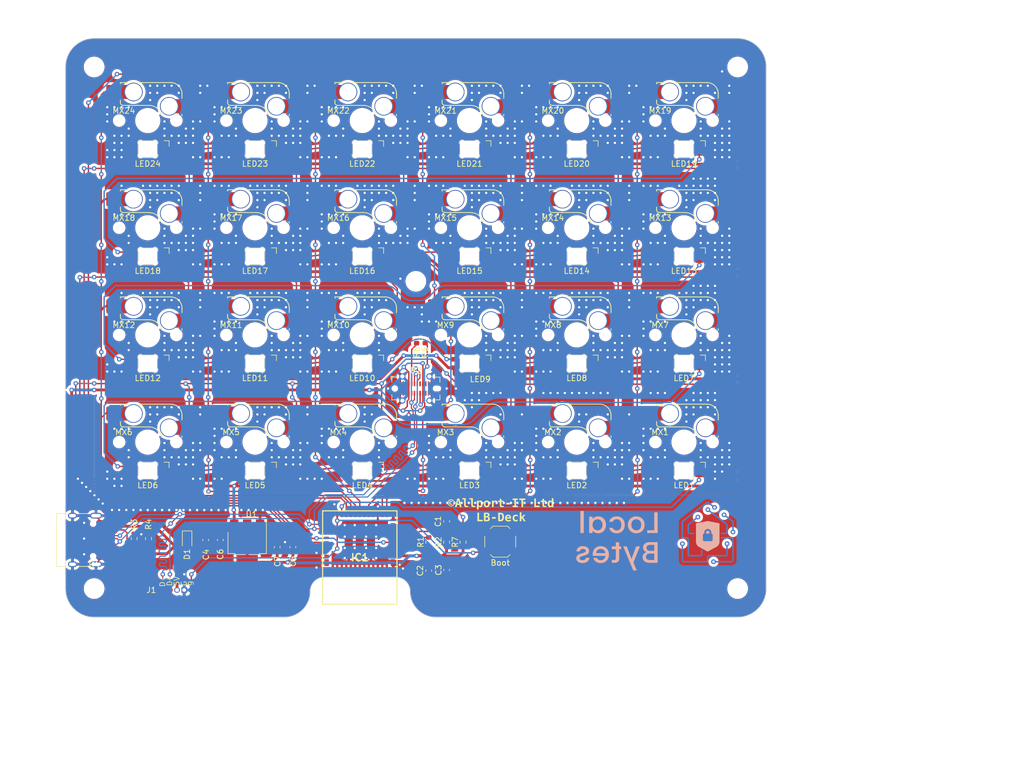
<source format=kicad_pcb>
(kicad_pcb (version 20221018) (generator pcbnew)
  (layers (0 "F.Cu" signal) (31 "B.Cu" signal) (34 "B.Paste" user) (35 "F.Paste" user) (36 "B.SilkS" user "B.Silkscreen") (37 "F.SilkS" user "F.Silkscreen") (38 "B.Mask" user) (39 "F.Mask" user) (44 "Edge.Cuts" user))
  (net 0 "")
  (net 1 "+5V")
  (net 2 "Net-(LED1-DOUT)")
  (net 3 "+3.3V")
  (net 4 "GND")
  (net 5 "Net-(LED2-DOUT)")
  (net 6 "Net-(LED3-DOUT)")
  (net 7 "Net-(LED4-DOUT)")
  (net 8 "Net-(LED5-DOUT)")
  (net 10 "Net-(IC1-IO2)")
  (net 11 "Net-(LED10-DIN)")
  (net 12 "Net-(LED10-DOUT)")
  (net 13 "Net-(LED11-DOUT)")
  (net 14 "Net-(LED12-DOUT)")
  (net 15 "Net-(LED13-DOUT)")
  (net 16 "Net-(LED14-DOUT)")
  (net 18 "Net-(LED15-DOUT)")
  (net 19 "Net-(LED16-DOUT)")
  (net 20 "Net-(LED17-DOUT)")
  (net 21 "Net-(LED18-DOUT)")
  (net 22 "Net-(LED19-DOUT)")
  (net 23 "Net-(LED20-DOUT)")
  (net 24 "/esp_en")
  (net 25 "Net-(LED22-DOUT)")
  (net 29 "Net-(P1-CC1)")
  (net 31 "/row3")
  (net 33 "/col0")
  (net 34 "/row0")
  (net 35 "/row1")
  (net 36 "/row2")
  (net 37 "/col1")
  (net 40 "/USB_D-")
  (net 41 "/USB_D+")
  (net 49 "Net-(LED23-DOUT)")
  (net 50 "/col2")
  (net 51 "/col3")
  (net 52 "/col4")
  (net 53 "/col5")
  (net 54 "/led")
  (net 55 "/esp_boot")
  (net 56 "Net-(P1-CC2)")
  (net 58 "Net-(LED6-DOUT)")
  (net 59 "Net-(LED7-DOUT)")
  (net 60 "Net-(LED8-DOUT)")
  (net 61 "Net-(LED21-DOUT)")
  (net 62 "Net-(P2-CC1)")
  (net 64 "Net-(P2-CC2)")
  (net 66 "VBUS")
  (footprint "PCM_marbastlib-mx:LED_MX_6028R-ROT" (layer "F.Cu") (at 130.175 97.155)
    (fp_text reference "LED1")
    (fp_text value "MX_SK6812MINI-E" hide)
    (fp_line (start -1.699999 -0.702841) (end -1.699999 0.702843) (stroke (width 0.1)) (layer "Edge.Cuts"))
    (fp_line (start -0.794452 1.5) (end 0.794453 1.5) (stroke (width 0.1)) (layer "Edge.Cuts"))
    (fp_line (start 0.794452 -1.499999) (end -0.794452 -1.499999) (stroke (width 0.1)) (layer "Edge.Cuts"))
    (fp_line (start 1.699999 0.702843) (end 1.699999 -0.702841) (stroke (width 0.1)) (layer "Edge.Cuts"))
    (fp_arc (start -1.749484 -0.919719) (mid -1.712527 -0.814067) (end -1.699999 -0.702842) (stroke (width 0.1)) (layer "Edge.Cuts"))
    (fp_arc (start -1.749484 -0.919719) (mid -1.63807 -1.504033) (end -1.046711 -1.568296) (stroke (width 0.1)) (layer "Edge.Cuts"))
    (fp_arc (start -1.699999 0.702843) (mid -1.712527 0.814069) (end -1.749484 0.919721) (stroke (width 0.1)) (layer "Edge.Cuts"))
    (fp_arc (start -1.046711 1.5683) (mid -1.638071 1.504036) (end -1.749484 0.919721) (stroke (width 0.1)) (layer "Edge.Cuts"))
    (fp_arc (start -1.046711 1.5683) (mid -0.925123 1.517378) (end -0.794453 1.500001) (stroke (width 0.1)) (layer "Edge.Cuts"))
    (fp_arc (start -0.794452 -1.499999) (mid -0.925122 -1.517376) (end -1.04671 -1.568298) (stroke (width 0.1)) (layer "Edge.Cuts"))
    (fp_arc (start 0.794453 1.5) (mid 0.925123 1.517377) (end 1.046711 1.568299) (stroke (width 0.1)) (layer "Edge.Cuts"))
    (fp_arc (start 1.046711 -1.568298) (mid 0.925123 -1.517376) (end 0.794452 -1.499999) (stroke (width 0.1)) (layer "Edge.Cuts"))
    (fp_arc (start 1.046711 -1.568298) (mid 1.638071 -1.504035) (end 1.749484 -0.919718) (stroke (width 0.1)) (layer "Edge.Cuts"))
    (fp_arc (start 1.699999 -0.702841) (mid 1.712533 -0.814065) (end 1.749484 -0.919719) (stroke (width 0.1)) (layer "Edge.Cuts"))
    (fp_arc (start 1.749484 0.919721) (mid 1.63807 1.504035) (end 1.046711 1.568299) (stroke (width 0.1)) (layer "Edge.Cuts"))
    (fp_arc (start 1.749484 0.919721) (mid 1.712509 0.814073) (end 1.699999 0.702844) (stroke (width 0.1)) (layer "Edge.Cuts"))
  )
  (footprint "Capacitor_SMD:C_0603_1608Metric" (layer "F.Cu") (at 88.011 114.808 90)
    (fp_text reference "C3")
    (fp_text value "0.1uf" hide)
  )
  (footprint "Capacitor_SMD:C_0603_1608Metric" (layer "F.Cu") (at 45.212 109.474 -90)
    (fp_text reference "C4")
    (fp_text value "10uf")
  )
  (footprint "Connector_USB:USB_C_Receptacle_HRO_TYPE-C-31-M-12" (layer "F.Cu") (at 22.606 109.472 -90)
    (fp_text reference "P1" hide)
    (fp_text value "USB_C_Receptacle_USB2.0" hide)
  )
  (footprint "Resistor_SMD:R_0603_1608Metric" (layer "F.Cu") (at 84.201 73.66 -90)
    (fp_text reference "R5")
    (fp_text value "5k" hide)
  )
  (footprint "PCM_marbastlib-mx:LED_MX_6028R-ROT" (layer "F.Cu") (at 34.925 40.005)
    (fp_text reference "LED24")
    (fp_text value "MX_SK6812MINI-E" hide)
    (fp_line (start -1.699999 -0.702841) (end -1.699999 0.702843) (stroke (width 0.1)) (layer "Edge.Cuts"))
    (fp_line (start -0.794452 1.5) (end 0.794453 1.5) (stroke (width 0.1)) (layer "Edge.Cuts"))
    (fp_line (start 0.794452 -1.499999) (end -0.794452 -1.499999) (stroke (width 0.1)) (layer "Edge.Cuts"))
    (fp_line (start 1.699999 0.702843) (end 1.699999 -0.702841) (stroke (width 0.1)) (layer "Edge.Cuts"))
    (fp_arc (start -1.749484 -0.919719) (mid -1.712527 -0.814067) (end -1.699999 -0.702842) (stroke (width 0.1)) (layer "Edge.Cuts"))
    (fp_arc (start -1.749484 -0.919719) (mid -1.63807 -1.504033) (end -1.046711 -1.568296) (stroke (width 0.1)) (layer "Edge.Cuts"))
    (fp_arc (start -1.699999 0.702843) (mid -1.712527 0.814069) (end -1.749484 0.919721) (stroke (width 0.1)) (layer "Edge.Cuts"))
    (fp_arc (start -1.046711 1.5683) (mid -1.638071 1.504036) (end -1.749484 0.919721) (stroke (width 0.1)) (layer "Edge.Cuts"))
    (fp_arc (start -1.046711 1.5683) (mid -0.925123 1.517378) (end -0.794453 1.500001) (stroke (width 0.1)) (layer "Edge.Cuts"))
    (fp_arc (start -0.794452 -1.499999) (mid -0.925122 -1.517376) (end -1.04671 -1.568298) (stroke (width 0.1)) (layer "Edge.Cuts"))
    (fp_arc (start 0.794453 1.5) (mid 0.925123 1.517377) (end 1.046711 1.568299) (stroke (width 0.1)) (layer "Edge.Cuts"))
    (fp_arc (start 1.046711 -1.568298) (mid 0.925123 -1.517376) (end 0.794452 -1.499999) (stroke (width 0.1)) (layer "Edge.Cuts"))
    (fp_arc (start 1.046711 -1.568298) (mid 1.638071 -1.504035) (end 1.749484 -0.919718) (stroke (width 0.1)) (layer "Edge.Cuts"))
    (fp_arc (start 1.699999 -0.702841) (mid 1.712533 -0.814065) (end 1.749484 -0.919719) (stroke (width 0.1)) (layer "Edge.Cuts"))
    (fp_arc (start 1.749484 0.919721) (mid 1.63807 1.504035) (end 1.046711 1.568299) (stroke (width 0.1)) (layer "Edge.Cuts"))
    (fp_arc (start 1.749484 0.919721) (mid 1.712509 0.814073) (end 1.699999 0.702844) (stroke (width 0.1)) (layer "Edge.Cuts"))
  )
  (footprint "PCM_marbastlib-mx:LED_MX_6028R-ROT" (layer "F.Cu") (at 73.025 78.105)
    (fp_text reference "LED10")
    (fp_text value "MX_SK6812MINI-E" hide)
    (fp_line (start -1.699999 -0.702841) (end -1.699999 0.702843) (stroke (width 0.1)) (layer "Edge.Cuts"))
    (fp_line (start -0.794452 1.5) (end 0.794453 1.5) (stroke (width 0.1)) (layer "Edge.Cuts"))
    (fp_line (start 0.794452 -1.499999) (end -0.794452 -1.499999) (stroke (width 0.1)) (layer "Edge.Cuts"))
    (fp_line (start 1.699999 0.702843) (end 1.699999 -0.702841) (stroke (width 0.1)) (layer "Edge.Cuts"))
    (fp_arc (start -1.749484 -0.919719) (mid -1.712527 -0.814067) (end -1.699999 -0.702842) (stroke (width 0.1)) (layer "Edge.Cuts"))
    (fp_arc (start -1.749484 -0.919719) (mid -1.63807 -1.504033) (end -1.046711 -1.568296) (stroke (width 0.1)) (layer "Edge.Cuts"))
    (fp_arc (start -1.699999 0.702843) (mid -1.712527 0.814069) (end -1.749484 0.919721) (stroke (width 0.1)) (layer "Edge.Cuts"))
    (fp_arc (start -1.046711 1.5683) (mid -1.638071 1.504036) (end -1.749484 0.919721) (stroke (width 0.1)) (layer "Edge.Cuts"))
    (fp_arc (start -1.046711 1.5683) (mid -0.925123 1.517378) (end -0.794453 1.500001) (stroke (width 0.1)) (layer "Edge.Cuts"))
    (fp_arc (start -0.794452 -1.499999) (mid -0.925122 -1.517376) (end -1.04671 -1.568298) (stroke (width 0.1)) (layer "Edge.Cuts"))
    (fp_arc (start 0.794453 1.5) (mid 0.925123 1.517377) (end 1.046711 1.568299) (stroke (width 0.1)) (layer "Edge.Cuts"))
    (fp_arc (start 1.046711 -1.568298) (mid 0.925123 -1.517376) (end 0.794452 -1.499999) (stroke (width 0.1)) (layer "Edge.Cuts"))
    (fp_arc (start 1.046711 -1.568298) (mid 1.638071 -1.504035) (end 1.749484 -0.919718) (stroke (width 0.1)) (layer "Edge.Cuts"))
    (fp_arc (start 1.699999 -0.702841) (mid 1.712533 -0.814065) (end 1.749484 -0.919719) (stroke (width 0.1)) (layer "Edge.Cuts"))
    (fp_arc (start 1.749484 0.919721) (mid 1.63807 1.504035) (end 1.046711 1.568299) (stroke (width 0.1)) (layer "Edge.Cuts"))
    (fp_arc (start 1.749484 0.919721) (mid 1.712509 0.814073) (end 1.699999 0.702844) (stroke (width 0.1)) (layer "Edge.Cuts"))
  )
  (footprint "PCM_marbastlib-mx:LED_MX_6028R-ROT" (layer "F.Cu") (at 73.025 40.005)
    (fp_text reference "LED22")
    (fp_text value "MX_SK6812MINI-E" hide)
    (fp_line (start -1.699999 -0.702841) (end -1.699999 0.702843) (stroke (width 0.1)) (layer "Edge.Cuts"))
    (fp_line (start -0.794452 1.5) (end 0.794453 1.5) (stroke (width 0.1)) (layer "Edge.Cuts"))
    (fp_line (start 0.794452 -1.499999) (end -0.794452 -1.499999) (stroke (width 0.1)) (layer "Edge.Cuts"))
    (fp_line (start 1.699999 0.702843) (end 1.699999 -0.702841) (stroke (width 0.1)) (layer "Edge.Cuts"))
    (fp_arc (start -1.749484 -0.919719) (mid -1.712527 -0.814067) (end -1.699999 -0.702842) (stroke (width 0.1)) (layer "Edge.Cuts"))
    (fp_arc (start -1.749484 -0.919719) (mid -1.63807 -1.504033) (end -1.046711 -1.568296) (stroke (width 0.1)) (layer "Edge.Cuts"))
    (fp_arc (start -1.699999 0.702843) (mid -1.712527 0.814069) (end -1.749484 0.919721) (stroke (width 0.1)) (layer "Edge.Cuts"))
    (fp_arc (start -1.046711 1.5683) (mid -1.638071 1.504036) (end -1.749484 0.919721) (stroke (width 0.1)) (layer "Edge.Cuts"))
    (fp_arc (start -1.046711 1.5683) (mid -0.925123 1.517378) (end -0.794453 1.500001) (stroke (width 0.1)) (layer "Edge.Cuts"))
    (fp_arc (start -0.794452 -1.499999) (mid -0.925122 -1.517376) (end -1.04671 -1.568298) (stroke (width 0.1)) (layer "Edge.Cuts"))
    (fp_arc (start 0.794453 1.5) (mid 0.925123 1.517377) (end 1.046711 1.568299) (stroke (width 0.1)) (layer "Edge.Cuts"))
    (fp_arc (start 1.046711 -1.568298) (mid 0.925123 -1.517376) (end 0.794452 -1.499999) (stroke (width 0.1)) (layer "Edge.Cuts"))
    (fp_arc (start 1.046711 -1.568298) (mid 1.638071 -1.504035) (end 1.749484 -0.919718) (stroke (width 0.1)) (layer "Edge.Cuts"))
    (fp_arc (start 1.699999 -0.702841) (mid 1.712533 -0.814065) (end 1.749484 -0.919719) (stroke (width 0.1)) (layer "Edge.Cuts"))
    (fp_arc (start 1.749484 0.919721) (mid 1.63807 1.504035) (end 1.046711 1.568299) (stroke (width 0.1)) (layer "Edge.Cuts"))
    (fp_arc (start 1.749484 0.919721) (mid 1.712509 0.814073) (end 1.699999 0.702844) (stroke (width 0.1)) (layer "Edge.Cuts"))
  )
  (footprint "PCM_marbastlib-mx:LED_MX_6028R-ROT" (layer "F.Cu") (at 53.975 59.055)
    (fp_text reference "LED17")
    (fp_text value "MX_SK6812MINI-E" hide)
    (fp_line (start -1.699999 -0.702841) (end -1.699999 0.702843) (stroke (width 0.1)) (layer "Edge.Cuts"))
    (fp_line (start -0.794452 1.5) (end 0.794453 1.5) (stroke (width 0.1)) (layer "Edge.Cuts"))
    (fp_line (start 0.794452 -1.499999) (end -0.794452 -1.499999) (stroke (width 0.1)) (layer "Edge.Cuts"))
    (fp_line (start 1.699999 0.702843) (end 1.699999 -0.702841) (stroke (width 0.1)) (layer "Edge.Cuts"))
    (fp_arc (start -1.749484 -0.919719) (mid -1.712527 -0.814067) (end -1.699999 -0.702842) (stroke (width 0.1)) (layer "Edge.Cuts"))
    (fp_arc (start -1.749484 -0.919719) (mid -1.63807 -1.504033) (end -1.046711 -1.568296) (stroke (width 0.1)) (layer "Edge.Cuts"))
    (fp_arc (start -1.699999 0.702843) (mid -1.712527 0.814069) (end -1.749484 0.919721) (stroke (width 0.1)) (layer "Edge.Cuts"))
    (fp_arc (start -1.046711 1.5683) (mid -1.638071 1.504036) (end -1.749484 0.919721) (stroke (width 0.1)) (layer "Edge.Cuts"))
    (fp_arc (start -1.046711 1.5683) (mid -0.925123 1.517378) (end -0.794453 1.500001) (stroke (width 0.1)) (layer "Edge.Cuts"))
    (fp_arc (start -0.794452 -1.499999) (mid -0.925122 -1.517376) (end -1.04671 -1.568298) (stroke (width 0.1)) (layer "Edge.Cuts"))
    (fp_arc (start 0.794453 1.5) (mid 0.925123 1.517377) (end 1.046711 1.568299) (stroke (width 0.1)) (layer "Edge.Cuts"))
    (fp_arc (start 1.046711 -1.568298) (mid 0.925123 -1.517376) (end 0.794452 -1.499999) (stroke (width 0.1)) (layer "Edge.Cuts"))
    (fp_arc (start 1.046711 -1.568298) (mid 1.638071 -1.504035) (end 1.749484 -0.919718) (stroke (width 0.1)) (layer "Edge.Cuts"))
    (fp_arc (start 1.699999 -0.702841) (mid 1.712533 -0.814065) (end 1.749484 -0.919719) (stroke (width 0.1)) (layer "Edge.Cuts"))
    (fp_arc (start 1.749484 0.919721) (mid 1.63807 1.504035) (end 1.046711 1.568299) (stroke (width 0.1)) (layer "Edge.Cuts"))
    (fp_arc (start 1.749484 0.919721) (mid 1.712509 0.814073) (end 1.699999 0.702844) (stroke (width 0.1)) (layer "Edge.Cuts"))
  )
  (footprint "PCM_marbastlib-mx:SW_MX_HS_1u" (layer "F.Cu") (at 73.025 73.025)
    (fp_text reference "MX10")
    (fp_text value "MX_SW_HS" hide)
  )
  (footprint "Capacitor_SMD:C_0603_1608Metric" (layer "F.Cu") (at 84.836 114.935 90)
    (fp_text reference "C2")
    (fp_text value "10uf" hide)
  )
  (footprint "PCM_marbastlib-mx:LED_MX_6028R-ROT" (layer "F.Cu") (at 130.175 78.105)
    (fp_text reference "LED7")
    (fp_text value "MX_SK6812MINI-E" hide)
    (fp_line (start -1.699999 -0.702841) (end -1.699999 0.702843) (stroke (width 0.1)) (layer "Edge.Cuts"))
    (fp_line (start -0.794452 1.5) (end 0.794453 1.5) (stroke (width 0.1)) (layer "Edge.Cuts"))
    (fp_line (start 0.794452 -1.499999) (end -0.794452 -1.499999) (stroke (width 0.1)) (layer "Edge.Cuts"))
    (fp_line (start 1.699999 0.702843) (end 1.699999 -0.702841) (stroke (width 0.1)) (layer "Edge.Cuts"))
    (fp_arc (start -1.749484 -0.919719) (mid -1.712527 -0.814067) (end -1.699999 -0.702842) (stroke (width 0.1)) (layer "Edge.Cuts"))
    (fp_arc (start -1.749484 -0.919719) (mid -1.63807 -1.504033) (end -1.046711 -1.568296) (stroke (width 0.1)) (layer "Edge.Cuts"))
    (fp_arc (start -1.699999 0.702843) (mid -1.712527 0.814069) (end -1.749484 0.919721) (stroke (width 0.1)) (layer "Edge.Cuts"))
    (fp_arc (start -1.046711 1.5683) (mid -1.638071 1.504036) (end -1.749484 0.919721) (stroke (width 0.1)) (layer "Edge.Cuts"))
    (fp_arc (start -1.046711 1.5683) (mid -0.925123 1.517378) (end -0.794453 1.500001) (stroke (width 0.1)) (layer "Edge.Cuts"))
    (fp_arc (start -0.794452 -1.499999) (mid -0.925122 -1.517376) (end -1.04671 -1.568298) (stroke (width 0.1)) (layer "Edge.Cuts"))
    (fp_arc (start 0.794453 1.5) (mid 0.925123 1.517377) (end 1.046711 1.568299) (stroke (width 0.1)) (layer "Edge.Cuts"))
    (fp_arc (start 1.046711 -1.568298) (mid 0.925123 -1.517376) (end 0.794452 -1.499999) (stroke (width 0.1)) (layer "Edge.Cuts"))
    (fp_arc (start 1.046711 -1.568298) (mid 1.638071 -1.504035) (end 1.749484 -0.919718) (stroke (width 0.1)) (layer "Edge.Cuts"))
    (fp_arc (start 1.699999 -0.702841) (mid 1.712533 -0.814065) (end 1.749484 -0.919719) (stroke (width 0.1)) (layer "Edge.Cuts"))
    (fp_arc (start 1.749484 0.919721) (mid 1.63807 1.504035) (end 1.046711 1.568299) (stroke (width 0.1)) (layer "Edge.Cuts"))
    (fp_arc (start 1.749484 0.919721) (mid 1.712509 0.814073) (end 1.699999 0.702844) (stroke (width 0.1)) (layer "Edge.Cuts"))
  )
  (footprint "Capacitor_SMD:C_0603_1608Metric" (layer "F.Cu") (at 88.011 106.172 90)
    (fp_text reference "C1")
    (fp_text value "1uf" hide)
  )
  (footprint "PCM_marbastlib-mx:SW_MX_HS_1u" (layer "F.Cu") (at 111.125 53.975)
    (fp_text reference "MX14")
    (fp_text value "MX_SW_HS" hide)
  )
  (footprint "PCM_marbastlib-mx:LED_MX_6028R-ROT" (layer "F.Cu") (at 111.125 40.005)
    (fp_text reference "LED20")
    (fp_text value "MX_SK6812MINI-E" hide)
    (fp_line (start -1.699999 -0.702841) (end -1.699999 0.702843) (stroke (width 0.1)) (layer "Edge.Cuts"))
    (fp_line (start -0.794452 1.5) (end 0.794453 1.5) (stroke (width 0.1)) (layer "Edge.Cuts"))
    (fp_line (start 0.794452 -1.499999) (end -0.794452 -1.499999) (stroke (width 0.1)) (layer "Edge.Cuts"))
    (fp_line (start 1.699999 0.702843) (end 1.699999 -0.702841) (stroke (width 0.1)) (layer "Edge.Cuts"))
    (fp_arc (start -1.749484 -0.919719) (mid -1.712527 -0.814067) (end -1.699999 -0.702842) (stroke (width 0.1)) (layer "Edge.Cuts"))
    (fp_arc (start -1.749484 -0.919719) (mid -1.63807 -1.504033) (end -1.046711 -1.568296) (stroke (width 0.1)) (layer "Edge.Cuts"))
    (fp_arc (start -1.699999 0.702843) (mid -1.712527 0.814069) (end -1.749484 0.919721) (stroke (width 0.1)) (layer "Edge.Cuts"))
    (fp_arc (start -1.046711 1.5683) (mid -1.638071 1.504036) (end -1.749484 0.919721) (stroke (width 0.1)) (layer "Edge.Cuts"))
    (fp_arc (start -1.046711 1.5683) (mid -0.925123 1.517378) (end -0.794453 1.500001) (stroke (width 0.1)) (layer "Edge.Cuts"))
    (fp_arc (start -0.794452 -1.499999) (mid -0.925122 -1.517376) (end -1.04671 -1.568298) (stroke (width 0.1)) (layer "Edge.Cuts"))
    (fp_arc (start 0.794453 1.5) (mid 0.925123 1.517377) (end 1.046711 1.568299) (stroke (width 0.1)) (layer "Edge.Cuts"))
    (fp_arc (start 1.046711 -1.568298) (mid 0.925123 -1.517376) (end 0.794452 -1.499999) (stroke (width 0.1)) (layer "Edge.Cuts"))
    (fp_arc (start 1.046711 -1.568298) (mid 1.638071 -1.504035) (end 1.749484 -0.919718) (stroke (width 0.1)) (layer "Edge.Cuts"))
    (fp_arc (start 1.699999 -0.702841) (mid 1.712533 -0.814065) (end 1.749484 -0.919719) (stroke (width 0.1)) (layer "Edge.Cuts"))
    (fp_arc (start 1.749484 0.919721) (mid 1.63807 1.504035) (end 1.046711 1.568299) (stroke (width 0.1)) (layer "Edge.Cuts"))
    (fp_arc (start 1.749484 0.919721) (mid 1.712509 0.814073) (end 1.699999 0.702844) (stroke (width 0.1)) (layer "Edge.Cuts"))
  )
  (footprint "PCM_marbastlib-mx:LED_MX_6028R-ROT" (layer "F.Cu") (at 130.175 40.005)
    (fp_text reference "LED19")
    (fp_text value "MX_SK6812MINI-E" hide)
    (fp_line (start -1.699999 -0.702841) (end -1.699999 0.702843) (stroke (width 0.1)) (layer "Edge.Cuts"))
    (fp_line (start -0.794452 1.5) (end 0.794453 1.5) (stroke (width 0.1)) (layer "Edge.Cuts"))
    (fp_line (start 0.794452 -1.499999) (end -0.794452 -1.499999) (stroke (width 0.1)) (layer "Edge.Cuts"))
    (fp_line (start 1.699999 0.702843) (end 1.699999 -0.702841) (stroke (width 0.1)) (layer "Edge.Cuts"))
    (fp_arc (start -1.749484 -0.919719) (mid -1.712527 -0.814067) (end -1.699999 -0.702842) (stroke (width 0.1)) (layer "Edge.Cuts"))
    (fp_arc (start -1.749484 -0.919719) (mid -1.63807 -1.504033) (end -1.046711 -1.568296) (stroke (width 0.1)) (layer "Edge.Cuts"))
    (fp_arc (start -1.699999 0.702843) (mid -1.712527 0.814069) (end -1.749484 0.919721) (stroke (width 0.1)) (layer "Edge.Cuts"))
    (fp_arc (start -1.046711 1.5683) (mid -1.638071 1.504036) (end -1.749484 0.919721) (stroke (width 0.1)) (layer "Edge.Cuts"))
    (fp_arc (start -1.046711 1.5683) (mid -0.925123 1.517378) (end -0.794453 1.500001) (stroke (width 0.1)) (layer "Edge.Cuts"))
    (fp_arc (start -0.794452 -1.499999) (mid -0.925122 -1.517376) (end -1.04671 -1.568298) (stroke (width 0.1)) (layer "Edge.Cuts"))
    (fp_arc (start 0.794453 1.5) (mid 0.925123 1.517377) (end 1.046711 1.568299) (stroke (width 0.1)) (layer "Edge.Cuts"))
    (fp_arc (start 1.046711 -1.568298) (mid 0.925123 -1.517376) (end 0.794452 -1.499999) (stroke (width 0.1)) (layer "Edge.Cuts"))
    (fp_arc (start 1.046711 -1.568298) (mid 1.638071 -1.504035) (end 1.749484 -0.919718) (stroke (width 0.1)) (layer "Edge.Cuts"))
    (fp_arc (start 1.699999 -0.702841) (mid 1.712533 -0.814065) (end 1.749484 -0.919719) (stroke (width 0.1)) (layer "Edge.Cuts"))
    (fp_arc (start 1.749484 0.919721) (mid 1.63807 1.504035) (end 1.046711 1.568299) (stroke (width 0.1)) (layer "Edge.Cuts"))
    (fp_arc (start 1.749484 0.919721) (mid 1.712509 0.814073) (end 1.699999 0.702844) (stroke (width 0.1)) (layer "Edge.Cuts"))
  )
  (footprint "PCM_marbastlib-mx:LED_MX_6028R-ROT" (layer "F.Cu") (at 73.025 97.155)
    (fp_text reference "LED4")
    (fp_text value "MX_SK6812MINI-E" hide)
    (fp_line (start -1.699999 -0.702841) (end -1.699999 0.702843) (stroke (width 0.1)) (layer "Edge.Cuts"))
    (fp_line (start -0.794452 1.5) (end 0.794453 1.5) (stroke (width 0.1)) (layer "Edge.Cuts"))
    (fp_line (start 0.794452 -1.499999) (end -0.794452 -1.499999) (stroke (width 0.1)) (layer "Edge.Cuts"))
    (fp_line (start 1.699999 0.702843) (end 1.699999 -0.702841) (stroke (width 0.1)) (layer "Edge.Cuts"))
    (fp_arc (start -1.749484 -0.919719) (mid -1.712527 -0.814067) (end -1.699999 -0.702842) (stroke (width 0.1)) (layer "Edge.Cuts"))
    (fp_arc (start -1.749484 -0.919719) (mid -1.63807 -1.504033) (end -1.046711 -1.568296) (stroke (width 0.1)) (layer "Edge.Cuts"))
    (fp_arc (start -1.699999 0.702843) (mid -1.712527 0.814069) (end -1.749484 0.919721) (stroke (width 0.1)) (layer "Edge.Cuts"))
    (fp_arc (start -1.046711 1.5683) (mid -1.638071 1.504036) (end -1.749484 0.919721) (stroke (width 0.1)) (layer "Edge.Cuts"))
    (fp_arc (start -1.046711 1.5683) (mid -0.925123 1.517378) (end -0.794453 1.500001) (stroke (width 0.1)) (layer "Edge.Cuts"))
    (fp_arc (start -0.794452 -1.499999) (mid -0.925122 -1.517376) (end -1.04671 -1.568298) (stroke (width 0.1)) (layer "Edge.Cuts"))
    (fp_arc (start 0.794453 1.5) (mid 0.925123 1.517377) (end 1.046711 1.568299) (stroke (width 0.1)) (layer "Edge.Cuts"))
    (fp_arc (start 1.046711 -1.568298) (mid 0.925123 -1.517376) (end 0.794452 -1.499999) (stroke (width 0.1)) (layer "Edge.Cuts"))
    (fp_arc (start 1.046711 -1.568298) (mid 1.638071 -1.504035) (end 1.749484 -0.919718) (stroke (width 0.1)) (layer "Edge.Cuts"))
    (fp_arc (start 1.699999 -0.702841) (mid 1.712533 -0.814065) (end 1.749484 -0.919719) (stroke (width 0.1)) (layer "Edge.Cuts"))
    (fp_arc (start 1.749484 0.919721) (mid 1.63807 1.504035) (end 1.046711 1.568299) (stroke (width 0.1)) (layer "Edge.Cuts"))
    (fp_arc (start 1.749484 0.919721) (mid 1.712509 0.814073) (end 1.699999 0.702844) (stroke (width 0.1)) (layer "Edge.Cuts"))
  )
  (footprint "LocalDeck Custom:ProgrammingHeader" (layer "F.Cu") (at 42.672 118.364 -90)
    (fp_text reference "J1")
    (fp_text value "Conn_Prog" hide)
  )
  (footprint "PCM_marbastlib-mx:SW_MX_HS_1u" (layer "F.Cu") (at 34.925 92.075)
    (fp_text reference "MX6")
    (fp_text value "MX_SW_HS" hide)
  )
  (footprint "PCM_marbastlib-mx:LED_MX_6028R-ROT" (layer "F.Cu") (at 53.975 78.105)
    (fp_text reference "LED11")
    (fp_text value "MX_SK6812MINI-E" hide)
    (fp_line (start -1.699999 -0.702841) (end -1.699999 0.702843) (stroke (width 0.1)) (layer "Edge.Cuts"))
    (fp_line (start -0.794452 1.5) (end 0.794453 1.5) (stroke (width 0.1)) (layer "Edge.Cuts"))
    (fp_line (start 0.794452 -1.499999) (end -0.794452 -1.499999) (stroke (width 0.1)) (layer "Edge.Cuts"))
    (fp_line (start 1.699999 0.702843) (end 1.699999 -0.702841) (stroke (width 0.1)) (layer "Edge.Cuts"))
    (fp_arc (start -1.749484 -0.919719) (mid -1.712527 -0.814067) (end -1.699999 -0.702842) (stroke (width 0.1)) (layer "Edge.Cuts"))
    (fp_arc (start -1.749484 -0.919719) (mid -1.63807 -1.504033) (end -1.046711 -1.568296) (stroke (width 0.1)) (layer "Edge.Cuts"))
    (fp_arc (start -1.699999 0.702843) (mid -1.712527 0.814069) (end -1.749484 0.919721) (stroke (width 0.1)) (layer "Edge.Cuts"))
    (fp_arc (start -1.046711 1.5683) (mid -1.638071 1.504036) (end -1.749484 0.919721) (stroke (width 0.1)) (layer "Edge.Cuts"))
    (fp_arc (start -1.046711 1.5683) (mid -0.925123 1.517378) (end -0.794453 1.500001) (stroke (width 0.1)) (layer "Edge.Cuts"))
    (fp_arc (start -0.794452 -1.499999) (mid -0.925122 -1.517376) (end -1.04671 -1.568298) (stroke (width 0.1)) (layer "Edge.Cuts"))
    (fp_arc (start 0.794453 1.5) (mid 0.925123 1.517377) (end 1.046711 1.568299) (stroke (width 0.1)) (layer "Edge.Cuts"))
    (fp_arc (start 1.046711 -1.568298) (mid 0.925123 -1.517376) (end 0.794452 -1.499999) (stroke (width 0.1)) (layer "Edge.Cuts"))
    (fp_arc (start 1.046711 -1.568298) (mid 1.638071 -1.504035) (end 1.749484 -0.919718) (stroke (width 0.1)) (layer "Edge.Cuts"))
    (fp_arc (start 1.699999 -0.702841) (mid 1.712533 -0.814065) (end 1.749484 -0.919719) (stroke (width 0.1)) (layer "Edge.Cuts"))
    (fp_arc (start 1.749484 0.919721) (mid 1.63807 1.504035) (end 1.046711 1.568299) (stroke (width 0.1)) (layer "Edge.Cuts"))
    (fp_arc (start 1.749484 0.919721) (mid 1.712509 0.814073) (end 1.699999 0.702844) (stroke (width 0.1)) (layer "Edge.Cuts"))
  )
  (footprint "Resistor_SMD:R_0603_1608Metric" (layer "F.Cu") (at 35.052 109.22 -90)
    (fp_text reference "R4")
    (fp_text value "5k")
  )
  (footprint "Resistor_SMD:R_0603_1608Metric" (layer "F.Cu") (at 84.836 109.855 90)
    (fp_text reference "R1")
    (fp_text value "10k" hide)
  )
  (footprint "PCM_marbastlib-mx:SW_MX_HS_1u" (layer "F.Cu") (at 53.975 34.925)
    (fp_text reference "MX23")
    (fp_text value "MX_SW_HS" hide)
  )
  (footprint "PCM_marbastlib-mx:LED_MX_6028R-ROT" (layer "F.Cu") (at 111.125 59.055)
    (fp_text reference "LED14")
    (fp_text value "MX_SK6812MINI-E" hide)
    (fp_line (start -1.699999 -0.702841) (end -1.699999 0.702843) (stroke (width 0.1)) (layer "Edge.Cuts"))
    (fp_line (start -0.794452 1.5) (end 0.794453 1.5) (stroke (width 0.1)) (layer "Edge.Cuts"))
    (fp_line (start 0.794452 -1.499999) (end -0.794452 -1.499999) (stroke (width 0.1)) (layer "Edge.Cuts"))
    (fp_line (start 1.699999 0.702843) (end 1.699999 -0.702841) (stroke (width 0.1)) (layer "Edge.Cuts"))
    (fp_arc (start -1.749484 -0.919719) (mid -1.712527 -0.814067) (end -1.699999 -0.702842) (stroke (width 0.1)) (layer "Edge.Cuts"))
    (fp_arc (start -1.749484 -0.919719) (mid -1.63807 -1.504033) (end -1.046711 -1.568296) (stroke (width 0.1)) (layer "Edge.Cuts"))
    (fp_arc (start -1.699999 0.702843) (mid -1.712527 0.814069) (end -1.749484 0.919721) (stroke (width 0.1)) (layer "Edge.Cuts"))
    (fp_arc (start -1.046711 1.5683) (mid -1.638071 1.504036) (end -1.749484 0.919721) (stroke (width 0.1)) (layer "Edge.Cuts"))
    (fp_arc (start -1.046711 1.5683) (mid -0.925123 1.517378) (end -0.794453 1.500001) (stroke (width 0.1)) (layer "Edge.Cuts"))
    (fp_arc (start -0.794452 -1.499999) (mid -0.925122 -1.517376) (end -1.04671 -1.568298) (stroke (width 0.1)) (layer "Edge.Cuts"))
    (fp_arc (start 0.794453 1.5) (mid 0.925123 1.517377) (end 1.046711 1.568299) (stroke (width 0.1)) (layer "Edge.Cuts"))
    (fp_arc (start 1.046711 -1.568298) (mid 0.925123 -1.517376) (end 0.794452 -1.499999) (stroke (width 0.1)) (layer "Edge.Cuts"))
    (fp_arc (start 1.046711 -1.568298) (mid 1.638071 -1.504035) (end 1.749484 -0.919718) (stroke (width 0.1)) (layer "Edge.Cuts"))
    (fp_arc (start 1.699999 -0.702841) (mid 1.712533 -0.814065) (end 1.749484 -0.919719) (stroke (width 0.1)) (layer "Edge.Cuts"))
    (fp_arc (start 1.749484 0.919721) (mid 1.63807 1.504035) (end 1.046711 1.568299) (stroke (width 0.1)) (layer "Edge.Cuts"))
    (fp_arc (start 1.749484 0.919721) (mid 1.712509 0.814073) (end 1.699999 0.702844) (stroke (width 0.1)) (layer "Edge.Cuts"))
  )
  (footprint "PCM_marbastlib-mx:SW_MX_HS_1u" (layer "F.Cu") (at 92.075 73.025)
    (fp_text reference "MX9")
    (fp_text value "MX_SW_HS" hide)
  )
  (footprint "PCM_marbastlib-mx:SW_MX_HS_1u" (layer "F.Cu") (at 34.925 73.025)
    (fp_text reference "MX12")
    (fp_text value "MX_SW_HS" hide)
  )
  (footprint "Resistor_SMD:R_0603_1608Metric" (layer "F.Cu") (at 82.677 73.66 -90)
    (fp_text reference "R6")
    (fp_text value "5k" hide)
  )
  (footprint "PCM_marbastlib-mx:SW_MX_HS_1u" (layer "F.Cu") (at 73.025 92.075)
    (fp_text reference "MX4")
    (fp_text value "MX_SW_HS" hide)
  )
  (footprint "PCM_marbastlib-mx:LED_MX_6028R-ROT" (layer "F.Cu") (at 111.125 97.155)
    (fp_text reference "LED2")
    (fp_text value "MX_SK6812MINI-E" hide)
    (fp_line (start -1.699999 -0.702841) (end -1.699999 0.702843) (stroke (width 0.1)) (layer "Edge.Cuts"))
    (fp_line (start -0.794452 1.5) (end 0.794453 1.5) (stroke (width 0.1)) (layer "Edge.Cuts"))
    (fp_line (start 0.794452 -1.499999) (end -0.794452 -1.499999) (stroke (width 0.1)) (layer "Edge.Cuts"))
    (fp_line (start 1.699999 0.702843) (end 1.699999 -0.702841) (stroke (width 0.1)) (layer "Edge.Cuts"))
    (fp_arc (start -1.749484 -0.919719) (mid -1.712527 -0.814067) (end -1.699999 -0.702842) (stroke (width 0.1)) (layer "Edge.Cuts"))
    (fp_arc (start -1.749484 -0.919719) (mid -1.63807 -1.504033) (end -1.046711 -1.568296) (stroke (width 0.1)) (layer "Edge.Cuts"))
    (fp_arc (start -1.699999 0.702843) (mid -1.712527 0.814069) (end -1.749484 0.919721) (stroke (width 0.1)) (layer "Edge.Cuts"))
    (fp_arc (start -1.046711 1.5683) (mid -1.638071 1.504036) (end -1.749484 0.919721) (stroke (width 0.1)) (layer "Edge.Cuts"))
    (fp_arc (start -1.046711 1.5683) (mid -0.925123 1.517378) (end -0.794453 1.500001) (stroke (width 0.1)) (layer "Edge.Cuts"))
    (fp_arc (start -0.794452 -1.499999) (mid -0.925122 -1.517376) (end -1.04671 -1.568298) (stroke (width 0.1)) (layer "Edge.Cuts"))
    (fp_arc (start 0.794453 1.5) (mid 0.925123 1.517377) (end 1.046711 1.568299) (stroke (width 0.1)) (layer "Edge.Cuts"))
    (fp_arc (start 1.046711 -1.568298) (mid 0.925123 -1.517376) (end 0.794452 -1.499999) (stroke (width 0.1)) (layer "Edge.Cuts"))
    (fp_arc (start 1.046711 -1.568298) (mid 1.638071 -1.504035) (end 1.749484 -0.919718) (stroke (width 0.1)) (layer "Edge.Cuts"))
    (fp_arc (start 1.699999 -0.702841) (mid 1.712533 -0.814065) (end 1.749484 -0.919719) (stroke (width 0.1)) (layer "Edge.Cuts"))
    (fp_arc (start 1.749484 0.919721) (mid 1.63807 1.504035) (end 1.046711 1.568299) (stroke (width 0.1)) (layer "Edge.Cuts"))
    (fp_arc (start 1.749484 0.919721) (mid 1.712509 0.814073) (end 1.699999 0.702844) (stroke (width 0.1)) (layer "Edge.Cuts"))
  )
  (footprint "PCM_marbastlib-mx:SW_MX_HS_1u" (layer "F.Cu") (at 92.075 34.925)
    (fp_text reference "MX21")
    (fp_text value "MX_SW_HS" hide)
  )
  (footprint "PCM_marbastlib-mx:LED_MX_6028R-ROT" (layer "F.Cu") (at 53.975 40.005)
    (fp_text reference "LED23")
    (fp_text value "MX_SK6812MINI-E" hide)
    (fp_line (start -1.699999 -0.702841) (end -1.699999 0.702843) (stroke (width 0.1)) (layer "Edge.Cuts"))
    (fp_line (start -0.794452 1.5) (end 0.794453 1.5) (stroke (width 0.1)) (layer "Edge.Cuts"))
    (fp_line (start 0.794452 -1.499999) (end -0.794452 -1.499999) (stroke (width 0.1)) (layer "Edge.Cuts"))
    (fp_line (start 1.699999 0.702843) (end 1.699999 -0.702841) (stroke (width 0.1)) (layer "Edge.Cuts"))
    (fp_arc (start -1.749484 -0.919719) (mid -1.712527 -0.814067) (end -1.699999 -0.702842) (stroke (width 0.1)) (layer "Edge.Cuts"))
    (fp_arc (start -1.749484 -0.919719) (mid -1.63807 -1.504033) (end -1.046711 -1.568296) (stroke (width 0.1)) (layer "Edge.Cuts"))
    (fp_arc (start -1.699999 0.702843) (mid -1.712527 0.814069) (end -1.749484 0.919721) (stroke (width 0.1)) (layer "Edge.Cuts"))
    (fp_arc (start -1.046711 1.5683) (mid -1.638071 1.504036) (end -1.749484 0.919721) (stroke (width 0.1)) (layer "Edge.Cuts"))
    (fp_arc (start -1.046711 1.5683) (mid -0.925123 1.517378) (end -0.794453 1.500001) (stroke (width 0.1)) (layer "Edge.Cuts"))
    (fp_arc (start -0.794452 -1.499999) (mid -0.925122 -1.517376) (end -1.04671 -1.568298) (stroke (width 0.1)) (layer "Edge.Cuts"))
    (fp_arc (start 0.794453 1.5) (mid 0.925123 1.517377) (end 1.046711 1.568299) (stroke (width 0.1)) (layer "Edge.Cuts"))
    (fp_arc (start 1.046711 -1.568298) (mid 0.925123 -1.517376) (end 0.794452 -1.499999) (stroke (width 0.1)) (layer "Edge.Cuts"))
    (fp_arc (start 1.046711 -1.568298) (mid 1.638071 -1.504035) (end 1.749484 -0.919718) (stroke (width 0.1)) (layer "Edge.Cuts"))
    (fp_arc (start 1.699999 -0.702841) (mid 1.712533 -0.814065) (end 1.749484 -0.919719) (stroke (width 0.1)) (layer "Edge.Cuts"))
    (fp_arc (start 1.749484 0.919721) (mid 1.63807 1.504035) (end 1.046711 1.568299) (stroke (width 0.1)) (layer "Edge.Cuts"))
    (fp_arc (start 1.749484 0.919721) (mid 1.712509 0.814073) (end 1.699999 0.702844) (stroke (width 0.1)) (layer "Edge.Cuts"))
  )
  (footprint "MountingHole:MountingHole_3.2mm_M3" (layer "F.Cu") (at 139.7 118.11)
    (fp_text reference "H3" hide)
    (fp_text value "MountingHole" hide)
  )
  (footprint "PCM_marbastlib-mx:LED_MX_6028R-ROT" (layer "F.Cu") (at 111.125 78.105)
    (fp_text reference "LED8")
    (fp_text value "MX_SK6812MINI-E" hide)
    (fp_line (start -1.699999 -0.702841) (end -1.699999 0.702843) (stroke (width 0.1)) (layer "Edge.Cuts"))
    (fp_line (start -0.794452 1.5) (end 0.794453 1.5) (stroke (width 0.1)) (layer "Edge.Cuts"))
    (fp_line (start 0.794452 -1.499999) (end -0.794452 -1.499999) (stroke (width 0.1)) (layer "Edge.Cuts"))
    (fp_line (start 1.699999 0.702843) (end 1.699999 -0.702841) (stroke (width 0.1)) (layer "Edge.Cuts"))
    (fp_arc (start -1.749484 -0.919719) (mid -1.712527 -0.814067) (end -1.699999 -0.702842) (stroke (width 0.1)) (layer "Edge.Cuts"))
    (fp_arc (start -1.749484 -0.919719) (mid -1.63807 -1.504033) (end -1.046711 -1.568296) (stroke (width 0.1)) (layer "Edge.Cuts"))
    (fp_arc (start -1.699999 0.702843) (mid -1.712527 0.814069) (end -1.749484 0.919721) (stroke (width 0.1)) (layer "Edge.Cuts"))
    (fp_arc (start -1.046711 1.5683) (mid -1.638071 1.504036) (end -1.749484 0.919721) (stroke (width 0.1)) (layer "Edge.Cuts"))
    (fp_arc (start -1.046711 1.5683) (mid -0.925123 1.517378) (end -0.794453 1.500001) (stroke (width 0.1)) (layer "Edge.Cuts"))
    (fp_arc (start -0.794452 -1.499999) (mid -0.925122 -1.517376) (end -1.04671 -1.568298) (stroke (width 0.1)) (layer "Edge.Cuts"))
    (fp_arc (start 0.794453 1.5) (mid 0.925123 1.517377) (end 1.046711 1.568299) (stroke (width 0.1)) (layer "Edge.Cuts"))
    (fp_arc (start 1.046711 -1.568298) (mid 0.925123 -1.517376) (end 0.794452 -1.499999) (stroke (width 0.1)) (layer "Edge.Cuts"))
    (fp_arc (start 1.046711 -1.568298) (mid 1.638071 -1.504035) (end 1.749484 -0.919718) (stroke (width 0.1)) (layer "Edge.Cuts"))
    (fp_arc (start 1.699999 -0.702841) (mid 1.712533 -0.814065) (end 1.749484 -0.919719) (stroke (width 0.1)) (layer "Edge.Cuts"))
    (fp_arc (start 1.749484 0.919721) (mid 1.63807 1.504035) (end 1.046711 1.568299) (stroke (width 0.1)) (layer "Edge.Cuts"))
    (fp_arc (start 1.749484 0.919721) (mid 1.712509 0.814073) (end 1.699999 0.702844) (stroke (width 0.1)) (layer "Edge.Cuts"))
  )
  (footprint "PCM_marbastlib-mx:LED_MX_6028R-ROT" (layer "F.Cu") (at 92.075 40.005)
    (fp_text reference "LED21")
    (fp_text value "MX_SK6812MINI-E" hide)
    (fp_line (start -1.699999 -0.702841) (end -1.699999 0.702843) (stroke (width 0.1)) (layer "Edge.Cuts"))
    (fp_line (start -0.794452 1.5) (end 0.794453 1.5) (stroke (width 0.1)) (layer "Edge.Cuts"))
    (fp_line (start 0.794452 -1.499999) (end -0.794452 -1.499999) (stroke (width 0.1)) (layer "Edge.Cuts"))
    (fp_line (start 1.699999 0.702843) (end 1.699999 -0.702841) (stroke (width 0.1)) (layer "Edge.Cuts"))
    (fp_arc (start -1.749484 -0.919719) (mid -1.712527 -0.814067) (end -1.699999 -0.702842) (stroke (width 0.1)) (layer "Edge.Cuts"))
    (fp_arc (start -1.749484 -0.919719) (mid -1.63807 -1.504033) (end -1.046711 -1.568296) (stroke (width 0.1)) (layer "Edge.Cuts"))
    (fp_arc (start -1.699999 0.702843) (mid -1.712527 0.814069) (end -1.749484 0.919721) (stroke (width 0.1)) (layer "Edge.Cuts"))
    (fp_arc (start -1.046711 1.5683) (mid -1.638071 1.504036) (end -1.749484 0.919721) (stroke (width 0.1)) (layer "Edge.Cuts"))
    (fp_arc (start -1.046711 1.5683) (mid -0.925123 1.517378) (end -0.794453 1.500001) (stroke (width 0.1)) (layer "Edge.Cuts"))
    (fp_arc (start -0.794452 -1.499999) (mid -0.925122 -1.517376) (end -1.04671 -1.568298) (stroke (width 0.1)) (layer "Edge.Cuts"))
    (fp_arc (start 0.794453 1.5) (mid 0.925123 1.517377) (end 1.046711 1.568299) (stroke (width 0.1)) (layer "Edge.Cuts"))
    (fp_arc (start 1.046711 -1.568298) (mid 0.925123 -1.517376) (end 0.794452 -1.499999) (stroke (width 0.1)) (layer "Edge.Cuts"))
    (fp_arc (start 1.046711 -1.568298) (mid 1.638071 -1.504035) (end 1.749484 -0.919718) (stroke (width 0.1)) (layer "Edge.Cuts"))
    (fp_arc (start 1.699999 -0.702841) (mid 1.712533 -0.814065) (end 1.749484 -0.919719) (stroke (width 0.1)) (layer "Edge.Cuts"))
    (fp_arc (start 1.749484 0.919721) (mid 1.63807 1.504035) (end 1.046711 1.568299) (stroke (width 0.1)) (layer "Edge.Cuts"))
    (fp_arc (start 1.749484 0.919721) (mid 1.712509 0.814073) (end 1.699999 0.702844) (stroke (width 0.1)) (layer "Edge.Cuts"))
  )
  (footprint "Capacitor_SMD:C_0603_1608Metric" (layer "F.Cu") (at 60.706 110.744 90)
    (fp_text reference "C5")
    (fp_text value "22uf")
  )
  (footprint "Resistor_SMD:R_0603_1608Metric" (layer "F.Cu") (at 32.512 109.22 -90)
    (fp_text reference "R3")
    (fp_text value "5k")
  )
  (footprint "PCM_marbastlib-mx:SW_MX_HS_1u" (layer "F.Cu") (at 111.125 73.025)
    (fp_text reference "MX8")
    (fp_text value "MX_SW_HS" hide)
  )
  (footprint "PCM_marbastlib-mx:SW_MX_HS_1u" (layer "F.Cu") (at 111.125 92.075)
    (fp_text reference "MX2")
    (fp_text value "MX_SW_HS" hide)
  )
  (footprint "Button_Switch_SMD:SW_Push_1P1T_XKB_TS-1187A" (layer "F.Cu") (at 97.536 109.767)
    (fp_text reference "SW1" hide)
    (fp_text value "Boot")
  )
  (footprint "Diode_SMD:D_SOD-323" (layer "F.Cu") (at 41.91 109.474 -90)
    (fp_text reference "D1")
    (fp_text value "BAT60A")
  )
  (footprint "PCM_marbastlib-mx:LED_MX_6028R-ROT" (layer "F.Cu") (at 130.175 59.055)
    (fp_text reference "LED13")
    (fp_text value "MX_SK6812MINI-E" hide)
    (fp_line (start -1.699999 -0.702841) (end -1.699999 0.702843) (stroke (width 0.1)) (layer "Edge.Cuts"))
    (fp_line (start -0.794452 1.5) (end 0.794453 1.5) (stroke (width 0.1)) (layer "Edge.Cuts"))
    (fp_line (start 0.794452 -1.499999) (end -0.794452 -1.499999) (stroke (width 0.1)) (layer "Edge.Cuts"))
    (fp_line (start 1.699999 0.702843) (end 1.699999 -0.702841) (stroke (width 0.1)) (layer "Edge.Cuts"))
    (fp_arc (start -1.749484 -0.919719) (mid -1.712527 -0.814067) (end -1.699999 -0.702842) (stroke (width 0.1)) (layer "Edge.Cuts"))
    (fp_arc (start -1.749484 -0.919719) (mid -1.63807 -1.504033) (end -1.046711 -1.568296) (stroke (width 0.1)) (layer "Edge.Cuts"))
    (fp_arc (start -1.699999 0.702843) (mid -1.712527 0.814069) (end -1.749484 0.919721) (stroke (width 0.1)) (layer "Edge.Cuts"))
    (fp_arc (start -1.046711 1.5683) (mid -1.638071 1.504036) (end -1.749484 0.919721) (stroke (width 0.1)) (layer "Edge.Cuts"))
    (fp_arc (start -1.046711 1.5683) (mid -0.925123 1.517378) (end -0.794453 1.500001) (stroke (width 0.1)) (layer "Edge.Cuts"))
    (fp_arc (start -0.794452 -1.499999) (mid -0.925122 -1.517376) (end -1.04671 -1.568298) (stroke (width 0.1)) (layer "Edge.Cuts"))
    (fp_arc (start 0.794453 1.5) (mid 0.925123 1.517377) (end 1.046711 1.568299) (stroke (width 0.1)) (layer "Edge.Cuts"))
    (fp_arc (start 1.046711 -1.568298) (mid 0.925123 -1.517376) (end 0.794452 -1.499999) (stroke (width 0.1)) (layer "Edge.Cuts"))
    (fp_arc (start 1.046711 -1.568298) (mid 1.638071 -1.504035) (end 1.749484 -0.919718) (stroke (width 0.1)) (layer "Edge.Cuts"))
    (fp_arc (start 1.699999 -0.702841) (mid 1.712533 -0.814065) (end 1.749484 -0.919719) (stroke (width 0.1)) (layer "Edge.Cuts"))
    (fp_arc (start 1.749484 0.919721) (mid 1.63807 1.504035) (end 1.046711 1.568299) (stroke (width 0.1)) (layer "Edge.Cuts"))
    (fp_arc (start 1.749484 0.919721) (mid 1.712509 0.814073) (end 1.699999 0.702844) (stroke (width 0.1)) (layer "Edge.Cuts"))
  )
  (footprint "PCM_marbastlib-mx:SW_MX_HS_1u" (layer "F.Cu") (at 53.975 53.975)
    (fp_text reference "MX17")
    (fp_text value "MX_SW_HS" hide)
  )
  (footprint "PCM_marbastlib-mx:SW_MX_HS_1u" (layer "F.Cu") (at 73.025 53.975)
    (fp_text reference "MX16")
    (fp_text value "MX_SW_HS" hide)
  )
  (footprint "Capacitor_SMD:C_0603_1608Metric" (layer "F.Cu") (at 47.8135 109.474 -90)
    (fp_text reference "C6")
    (fp_text value "0.1uf")
  )
  (footprint "MountingHole:MountingHole_3.2mm_M3" (layer "F.Cu") (at 139.7 25.4)
    (fp_text reference "H1" hide)
    (fp_text value "MountingHole" hide)
  )
  (footprint "PCM_marbastlib-mx:SW_MX_HS_1u" (layer "F.Cu") (at 34.925 53.975)
    (fp_text reference "MX18")
    (fp_text value "MX_SW_HS" hide)
  )
  (footprint "PCM_marbastlib-mx:SW_MX_HS_1u" (layer "F.Cu") (at 53.975 73.025)
    (fp_text reference "MX11")
    (fp_text value "MX_SW_HS" hide)
  )
  (footprint "Resistor_SMD:R_0603_1608Metric" (layer "F.Cu") (at 90.932 109.855 -90)
    (fp_text reference "R7")
    (fp_text value "10k" hide)
  )
  (footprint "PCM_marbastlib-mx:SW_MX_HS_1u" (layer "F.Cu") (at 92.075 92.075)
    (fp_text reference "MX3")
    (fp_text value "MX_SW_HS" hide)
  )
  (footprint "PCM_marbastlib-mx:SW_MX_HS_1u" (layer "F.Cu") (at 53.975 92.075)
    (fp_text reference "MX5")
    (fp_text value "MX_SW_HS" hide)
  )
  (footprint "MountingHole:MountingHole_3.2mm_M3" (layer "F.Cu") (at 25.4 118.11)
    (fp_text reference "H4")
    (fp_text value "MountingHole" hide)
  )
  (footprint "PCM_marbastlib-mx:SW_MX_HS_1u" (layer "F.Cu") (at 130.175 34.925)
    (fp_text reference "MX19")
    (fp_text value "MX_SW_HS" hide)
  )
  (footprint "PCM_marbastlib-mx:LED_MX_6028R-ROT" (layer "F.Cu") (at 34.925 97.155)
    (fp_text reference "LED6")
    (fp_text value "MX_SK6812MINI-E" hide)
    (fp_line (start -1.699999 -0.702841) (end -1.699999 0.702843) (stroke (width 0.1)) (layer "Edge.Cuts"))
    (fp_line (start -0.794452 1.5) (end 0.794453 1.5) (stroke (width 0.1)) (layer "Edge.Cuts"))
    (fp_line (start 0.794452 -1.499999) (end -0.794452 -1.499999) (stroke (width 0.1)) (layer "Edge.Cuts"))
    (fp_line (start 1.699999 0.702843) (end 1.699999 -0.702841) (stroke (width 0.1)) (layer "Edge.Cuts"))
    (fp_arc (start -1.749484 -0.919719) (mid -1.712527 -0.814067) (end -1.699999 -0.702842) (stroke (width 0.1)) (layer "Edge.Cuts"))
    (fp_arc (start -1.749484 -0.919719) (mid -1.63807 -1.504033) (end -1.046711 -1.568296) (stroke (width 0.1)) (layer "Edge.Cuts"))
    (fp_arc (start -1.699999 0.702843) (mid -1.712527 0.814069) (end -1.749484 0.919721) (stroke (width 0.1)) (layer "Edge.Cuts"))
    (fp_arc (start -1.046711 1.5683) (mid -1.638071 1.504036) (end -1.749484 0.919721) (stroke (width 0.1)) (layer "Edge.Cuts"))
    (fp_arc (start -1.046711 1.5683) (mid -0.925123 1.517378) (end -0.794453 1.500001) (stroke (width 0.1)) (layer "Edge.Cuts"))
    (fp_arc (start -0.794452 -1.499999) (mid -0.925122 -1.517376) (end -1.04671 -1.568298) (stroke (width 0.1)) (layer "Edge.Cuts"))
    (fp_arc (start 0.794453 1.5) (mid 0.925123 1.517377) (end 1.046711 1.568299) (stroke (width 0.1)) (layer "Edge.Cuts"))
    (fp_arc (start 1.046711 -1.568298) (mid 0.925123 -1.517376) (end 0.794452 -1.499999) (stroke (width 0.1)) (layer "Edge.Cuts"))
    (fp_arc (start 1.046711 -1.568298) (mid 1.638071 -1.504035) (end 1.749484 -0.919718) (stroke (width 0.1)) (layer "Edge.Cuts"))
    (fp_arc (start 1.699999 -0.702841) (mid 1.712533 -0.814065) (end 1.749484 -0.919719) (stroke (width 0.1)) (layer "Edge.Cuts"))
    (fp_arc (start 1.749484 0.919721) (mid 1.63807 1.504035) (end 1.046711 1.568299) (stroke (width 0.1)) (layer "Edge.Cuts"))
    (fp_arc (start 1.749484 0.919721) (mid 1.712509 0.814073) (end 1.699999 0.702844) (stroke (width 0.1)) (layer "Edge.Cuts"))
  )
  (footprint "PCM_marbastlib-mx:SW_MX_HS_1u" (layer "F.Cu") (at 111.125 34.925)
    (fp_text reference "MX20")
    (fp_text value "MX_SW_HS" hide)
  )
  (footprint "Capacitor_SMD:C_0603_1608Metric" (layer "F.Cu") (at 57.912 110.744 90)
    (fp_text reference "C7")
    (fp_text value "0.1uf")
  )
  (footprint "SamacSys_Parts:ESP32C3MINI1N4" (layer "F.Cu") (at 72.587 109.894 180)
    (fp_text reference "IC1")
    (fp_text value "ESP32-C3-MINI-1-N4" hide)
  )
  (footprint "PCM_marbastlib-mx:SW_MX_HS_1u" (layer "F.Cu") (at 34.925 34.925)
    (fp_text reference "MX24")
    (fp_text value "MX_SW_HS" hide)
  )
  (footprint "PCM_marbastlib-mx:LED_MX_6028R-ROT" (layer "F.Cu") (at 92.075 78.105)
    (fp_text reference "LED9")
    (fp_text value "MX_SK6812MINI-E" hide)
    (fp_line (start -1.699999 -0.702841) (end -1.699999 0.702843) (stroke (width 0.1)) (layer "Edge.Cuts"))
    (fp_line (start -0.794452 1.5) (end 0.794453 1.5) (stroke (width 0.1)) (layer "Edge.Cuts"))
    (fp_line (start 0.794452 -1.499999) (end -0.794452 -1.499999) (stroke (width 0.1)) (layer "Edge.Cuts"))
    (fp_line (start 1.699999 0.702843) (end 1.699999 -0.702841) (stroke (width 0.1)) (layer "Edge.Cuts"))
    (fp_arc (start -1.749484 -0.919719) (mid -1.712527 -0.814067) (end -1.699999 -0.702842) (stroke (width 0.1)) (layer "Edge.Cuts"))
    (fp_arc (start -1.749484 -0.919719) (mid -1.63807 -1.504033) (end -1.046711 -1.568296) (stroke (width 0.1)) (layer "Edge.Cuts"))
    (fp_arc (start -1.699999 0.702843) (mid -1.712527 0.814069) (end -1.749484 0.919721) (stroke (width 0.1)) (layer "Edge.Cuts"))
    (fp_arc (start -1.046711 1.5683) (mid -1.638071 1.504036) (end -1.749484 0.919721) (stroke (width 0.1)) (layer "Edge.Cuts"))
    (fp_arc (start -1.046711 1.5683) (mid -0.925123 1.517378) (end -0.794453 1.500001) (stroke (width 0.1)) (layer "Edge.Cuts"))
    (fp_arc (start -0.794452 -1.499999) (mid -0.925122 -1.517376) (end -1.04671 -1.568298) (stroke (width 0.1)) (layer "Edge.Cuts"))
    (fp_arc (start 0.794453 1.5) (mid 0.925123 1.517377) (end 1.046711 1.568299) (stroke (width 0.1)) (layer "Edge.Cuts"))
    (fp_arc (start 1.046711 -1.568298) (mid 0.925123 -1.517376) (end 0.794452 -1.499999) (stroke (width 0.1)) (layer "Edge.Cuts"))
    (fp_arc (start 1.046711 -1.568298) (mid 1.638071 -1.504035) (end 1.749484 -0.919718) (stroke (width 0.1)) (layer "Edge.Cuts"))
    (fp_arc (start 1.699999 -0.702841) (mid 1.712533 -0.814065) (end 1.749484 -0.919719) (stroke (width 0.1)) (layer "Edge.Cuts"))
    (fp_arc (start 1.749484 0.919721) (mid 1.63807 1.504035) (end 1.046711 1.568299) (stroke (width 0.1)) (layer "Edge.Cuts"))
    (fp_arc (start 1.749484 0.919721) (mid 1.712509 0.814073) (end 1.699999 0.702844) (stroke (width 0.1)) (layer "Edge.Cuts"))
  )
  (footprint "PCM_marbastlib-mx:SW_MX_HS_1u" (layer "F.Cu") (at 130.175 92.075)
    (fp_text reference "MX1")
    (fp_text value "MX_SW_HS" hide)
  )
  (footprint "PCM_marbastlib-mx:LED_MX_6028R-ROT" (layer "F.Cu") (at 73.025 59.055)
    (fp_text reference "LED16")
    (fp_text value "MX_SK6812MINI-E" hide)
    (fp_line (start -1.699999 -0.702841) (end -1.699999 0.702843) (stroke (width 0.1)) (layer "Edge.Cuts"))
    (fp_line (start -0.794452 1.5) (end 0.794453 1.5) (stroke (width 0.1)) (layer "Edge.Cuts"))
    (fp_line (start 0.794452 -1.499999) (end -0.794452 -1.499999) (stroke (width 0.1)) (layer "Edge.Cuts"))
    (fp_line (start 1.699999 0.702843) (end 1.699999 -0.702841) (stroke (width 0.1)) (layer "Edge.Cuts"))
    (fp_arc (start -1.749484 -0.919719) (mid -1.712527 -0.814067) (end -1.699999 -0.702842) (stroke (width 0.1)) (layer "Edge.Cuts"))
    (fp_arc (start -1.749484 -0.919719) (mid -1.63807 -1.504033) (end -1.046711 -1.568296) (stroke (width 0.1)) (layer "Edge.Cuts"))
    (fp_arc (start -1.699999 0.702843) (mid -1.712527 0.814069) (end -1.749484 0.919721) (stroke (width 0.1)) (layer "Edge.Cuts"))
    (fp_arc (start -1.046711 1.5683) (mid -1.638071 1.504036) (end -1.749484 0.919721) (stroke (width 0.1)) (layer "Edge.Cuts"))
    (fp_arc (start -1.046711 1.5683) (mid -0.925123 1.517378) (end -0.794453 1.500001) (stroke (width 0.1)) (layer "Edge.Cuts"))
    (fp_arc (start -0.794452 -1.499999) (mid -0.925122 -1.517376) (end -1.04671 -1.568298) (stroke (width 0.1)) (layer "Edge.Cuts"))
    (fp_arc (start 0.794453 1.5) (mid 0.925123 1.517377) (end 1.046711 1.568299) (stroke (width 0.1)) (layer "Edge.Cuts"))
    (fp_arc (start 1.046711 -1.568298) (mid 0.925123 -1.517376) (end 0.794452 -1.499999) (stroke (width 0.1)) (layer "Edge.Cuts"))
    (fp_arc (start 1.046711 -1.568298) (mid 1.638071 -1.504035) (end 1.749484 -0.919718) (stroke (width 0.1)) (layer "Edge.Cuts"))
    (fp_arc (start 1.699999 -0.702841) (mid 1.712533 -0.814065) (end 1.749484 -0.919719) (stroke (width 0.1)) (layer "Edge.Cuts"))
    (fp_arc (start 1.749484 0.919721) (mid 1.63807 1.504035) (end 1.046711 1.568299) (stroke (width 0.1)) (layer "Edge.Cuts"))
    (fp_arc (start 1.749484 0.919721) (mid 1.712509 0.814073) (end 1.699999 0.702844) (stroke (width 0.1)) (layer "Edge.Cuts"))
  )
  (footprint "PCM_marbastlib-mx:SW_MX_HS_1u" (layer "F.Cu") (at 130.175 53.975)
    (fp_text reference "MX13")
    (fp_text value "MX_SW_HS" hide)
  )
  (footprint "MountingHole:MountingHole_3.2mm_M3" (layer "F.Cu") (at 82.55 63.5)
    (fp_text reference "H5" hide)
    (fp_text value "MountingHole" hide)
  )
  (footprint "PCM_marbastlib-mx:LED_MX_6028R-ROT" (layer "F.Cu") (at 53.975 97.155)
    (fp_text reference "LED5")
    (fp_text value "MX_SK6812MINI-E" hide)
    (fp_line (start -1.699999 -0.702841) (end -1.699999 0.702843) (stroke (width 0.1)) (layer "Edge.Cuts"))
    (fp_line (start -0.794452 1.5) (end 0.794453 1.5) (stroke (width 0.1)) (layer "Edge.Cuts"))
    (fp_line (start 0.794452 -1.499999) (end -0.794452 -1.499999) (stroke (width 0.1)) (layer "Edge.Cuts"))
    (fp_line (start 1.699999 0.702843) (end 1.699999 -0.702841) (stroke (width 0.1)) (layer "Edge.Cuts"))
    (fp_arc (start -1.749484 -0.919719) (mid -1.712527 -0.814067) (end -1.699999 -0.702842) (stroke (width 0.1)) (layer "Edge.Cuts"))
    (fp_arc (start -1.749484 -0.919719) (mid -1.63807 -1.504033) (end -1.046711 -1.568296) (stroke (width 0.1)) (layer "Edge.Cuts"))
    (fp_arc (start -1.699999 0.702843) (mid -1.712527 0.814069) (end -1.749484 0.919721) (stroke (width 0.1)) (layer "Edge.Cuts"))
    (fp_arc (start -1.046711 1.5683) (mid -1.638071 1.504036) (end -1.749484 0.919721) (stroke (width 0.1)) (layer "Edge.Cuts"))
    (fp_arc (start -1.046711 1.5683) (mid -0.925123 1.517378) (end -0.794453 1.500001) (stroke (width 0.1)) (layer "Edge.Cuts"))
    (fp_arc (start -0.794452 -1.499999) (mid -0.925122 -1.517376) (end -1.04671 -1.568298) (stroke (width 0.1)) (layer "Edge.Cuts"))
    (fp_arc (start 0.794453 1.5) (mid 0.925123 1.517377) (end 1.046711 1.568299) (stroke (width 0.1)) (layer "Edge.Cuts"))
    (fp_arc (start 1.046711 -1.568298) (mid 0.925123 -1.517376) (end 0.794452 -1.499999) (stroke (width 0.1)) (layer "Edge.Cuts"))
    (fp_arc (start 1.046711 -1.568298) (mid 1.638071 -1.504035) (end 1.749484 -0.919718) (stroke (width 0.1)) (layer "Edge.Cuts"))
    (fp_arc (start 1.699999 -0.702841) (mid 1.712533 -0.814065) (end 1.749484 -0.919719) (stroke (width 0.1)) (layer "Edge.Cuts"))
    (fp_arc (start 1.749484 0.919721) (mid 1.63807 1.504035) (end 1.046711 1.568299) (stroke (width 0.1)) (layer "Edge.Cuts"))
    (fp_arc (start 1.749484 0.919721) (mid 1.712509 0.814073) (end 1.699999 0.702844) (stroke (width 0.1)) (layer "Edge.Cuts"))
  )
  (footprint "PCM_marbastlib-mx:SW_MX_HS_1u" (layer "F.Cu") (at 130.175 73.025)
    (fp_text reference "MX7")
    (fp_text value "MX_SW_HS" hide)
  )
  (footprint "Resistor_SMD:R_0603_1608Metric" (layer "F.Cu") (at 88.011 109.855 90)
    (fp_text reference "R2")
    (fp_text value "10k" hide)
  )
  (footprint "Package_TO_SOT_SMD:SOT-223-3_TabPin2" (layer "F.Cu") (at 52.578 109.982 -90)
    (fp_text reference "U1")
    (fp_text value "AMS1117-3.3")
  )
  (footprint "PCM_marbastlib-mx:SW_MX_HS_1u" (layer "F.Cu") (at 92.075 53.975)
    (fp_text reference "MX15")
    (fp_text value "MX_SW_HS" hide)
  )
  (footprint "Connector_USB:USB_C_Receptacle_GCT_USB4115-03-C" (layer "F.Cu") (at 82.55 82.548)
    (fp_text reference "P2")
    (fp_text value "USB_C_Receptacle_USB2.0" hide)
  )
  (footprint "PCM_marbastlib-mx:LED_MX_6028R-ROT" (layer "F.Cu") (at 34.925 78.105)
    (fp_text reference "LED12")
    (fp_text value "MX_SK6812MINI-E" hide)
    (fp_line (start -1.699999 -0.702841) (end -1.699999 0.702843) (stroke (width 0.1)) (layer "Edge.Cuts"))
    (fp_line (start -0.794452 1.5) (end 0.794453 1.5) (stroke (width 0.1)) (layer "Edge.Cuts"))
    (fp_line (start 0.794452 -1.499999) (end -0.794452 -1.499999) (stroke (width 0.1)) (layer "Edge.Cuts"))
    (fp_line (start 1.699999 0.702843) (end 1.699999 -0.702841) (stroke (width 0.1)) (layer "Edge.Cuts"))
    (fp_arc (start -1.749484 -0.919719) (mid -1.712527 -0.814067) (end -1.699999 -0.702842) (stroke (width 0.1)) (layer "Edge.Cuts"))
    (fp_arc (start -1.749484 -0.919719) (mid -1.63807 -1.504033) (end -1.046711 -1.568296) (stroke (width 0.1)) (layer "Edge.Cuts"))
    (fp_arc (start -1.699999 0.702843) (mid -1.712527 0.814069) (end -1.749484 0.919721) (stroke (width 0.1)) (layer "Edge.Cuts"))
    (fp_arc (start -1.046711 1.5683) (mid -1.638071 1.504036) (end -1.749484 0.919721) (stroke (width 0.1)) (layer "Edge.Cuts"))
    (fp_arc (start -1.046711 1.5683) (mid -0.925123 1.517378) (end -0.794453 1.500001) (stroke (width 0.1)) (layer "Edge.Cuts"))
    (fp_arc (start -0.794452 -1.499999) (mid -0.925122 -1.517376) (end -1.04671 -1.568298) (stroke (width 0.1)) (layer "Edge.Cuts"))
    (fp_arc (start 0.794453 1.5) (mid 0.925123 1.517377) (end 1.046711 1.568299) (stroke (width 0.1)) (layer "Edge.Cuts"))
    (fp_arc (start 1.046711 -1.568298) (mid 0.925123 -1.517376) (end 0.794452 -1.499999) (stroke (width 0.1)) (layer "Edge.Cuts"))
    (fp_arc (start 1.046711 -1.568298) (mid 1.638071 -1.504035) (end 1.749484 -0.919718) (stroke (width 0.1)) (layer "Edge.Cuts"))
    (fp_arc (start 1.699999 -0.702841) (mid 1.712533 -0.814065) (end 1.749484 -0.919719) (stroke (width 0.1)) (layer "Edge.Cuts"))
    (fp_arc (start 1.749484 0.919721) (mid 1.63807 1.504035) (end 1.046711 1.568299) (stroke (width 0.1)) (layer "Edge.Cuts"))
    (fp_arc (start 1.749484 0.919721) (mid 1.712509 0.814073) (end 1.699999 0.702844) (stroke (width 0.1)) (layer "Edge.Cuts"))
  )
  (footprint "PCM_marbastlib-mx:LED_MX_6028R-ROT" (layer "F.Cu") (at 34.925 59.055)
    (fp_text reference "LED18")
    (fp_text value "MX_SK6812MINI-E" hide)
    (fp_line (start -1.699999 -0.702841) (end -1.699999 0.702843) (stroke (width 0.1)) (layer "Edge.Cuts"))
    (fp_line (start -0.794452 1.5) (end 0.794453 1.5) (stroke (width 0.1)) (layer "Edge.Cuts"))
    (fp_line (start 0.794452 -1.499999) (end -0.794452 -1.499999) (stroke (width 0.1)) (layer "Edge.Cuts"))
    (fp_line (start 1.699999 0.702843) (end 1.699999 -0.702841) (stroke (width 0.1)) (layer "Edge.Cuts"))
    (fp_arc (start -1.749484 -0.919719) (mid -1.712527 -0.814067) (end -1.699999 -0.702842) (stroke (width 0.1)) (layer "Edge.Cuts"))
    (fp_arc (start -1.749484 -0.919719) (mid -1.63807 -1.504033) (end -1.046711 -1.568296) (stroke (width 0.1)) (layer "Edge.Cuts"))
    (fp_arc (start -1.699999 0.702843) (mid -1.712527 0.814069) (end -1.749484 0.919721) (stroke (width 0.1)) (layer "Edge.Cuts"))
    (fp_arc (start -1.046711 1.5683) (mid -1.638071 1.504036) (end -1.749484 0.919721) (stroke (width 0.1)) (layer "Edge.Cuts"))
    (fp_arc (start -1.046711 1.5683) (mid -0.925123 1.517378) (end -0.794453 1.500001) (stroke (width 0.1)) (layer "Edge.Cuts"))
    (fp_arc (start -0.794452 -1.499999) (mid -0.925122 -1.517376) (end -1.04671 -1.568298) (stroke (width 0.1)) (layer "Edge.Cuts"))
    (fp_arc (start 0.794453 1.5) (mid 0.925123 1.517377) (end 1.046711 1.568299) (stroke (width 0.1)) (layer "Edge.Cuts"))
    (fp_arc (start 1.046711 -1.568298) (mid 0.925123 -1.517376) (end 0.794452 -1.499999) (stroke (width 0.1)) (layer "Edge.Cuts"))
    (fp_arc (start 1.046711 -1.568298) (mid 1.638071 -1.504035) (end 1.749484 -0.919718) (stroke (width 0.1)) (layer "Edge.Cuts"))
    (fp_arc (start 1.699999 -0.702841) (mid 1.712533 -0.814065) (end 1.749484 -0.919719) (stroke (width 0.1)) (layer "Edge.Cuts"))
    (fp_arc (start 1.749484 0.919721) (mid 1.63807 1.504035) (end 1.046711 1.568299) (stroke (width 0.1)) (layer "Edge.Cuts"))
    (fp_arc (start 1.749484 0.919721) (mid 1.712509 0.814073) (end 1.699999 0.702844) (stroke (width 0.1)) (layer "Edge.Cuts"))
  )
  (footprint "PCM_marbastlib-mx:LED_MX_6028R-ROT" (layer "F.Cu") (at 92.075 59.055)
    (fp_text reference "LED15")
    (fp_text value "MX_SK6812MINI-E" hide)
    (fp_line (start -1.699999 -0.702841) (end -1.699999 0.702843) (stroke (width 0.1)) (layer "Edge.Cuts"))
    (fp_line (start -0.794452 1.5) (end 0.794453 1.5) (stroke (width 0.1)) (layer "Edge.Cuts"))
    (fp_line (start 0.794452 -1.499999) (end -0.794452 -1.499999) (stroke (width 0.1)) (layer "Edge.Cuts"))
    (fp_line (start 1.699999 0.702843) (end 1.699999 -0.702841) (stroke (width 0.1)) (layer "Edge.Cuts"))
    (fp_arc (start -1.749484 -0.919719) (mid -1.712527 -0.814067) (end -1.699999 -0.702842) (stroke (width 0.1)) (layer "Edge.Cuts"))
    (fp_arc (start -1.749484 -0.919719) (mid -1.63807 -1.504033) (end -1.046711 -1.568296) (stroke (width 0.1)) (layer "Edge.Cuts"))
    (fp_arc (start -1.699999 0.702843) (mid -1.712527 0.814069) (end -1.749484 0.919721) (stroke (width 0.1)) (layer "Edge.Cuts"))
    (fp_arc (start -1.046711 1.5683) (mid -1.638071 1.504036) (end -1.749484 0.919721) (stroke (width 0.1)) (layer "Edge.Cuts"))
    (fp_arc (start -1.046711 1.5683) (mid -0.925123 1.517378) (end -0.794453 1.500001) (stroke (width 0.1)) (layer "Edge.Cuts"))
    (fp_arc (start -0.794452 -1.499999) (mid -0.925122 -1.517376) (end -1.04671 -1.568298) (stroke (width 0.1)) (layer "Edge.Cuts"))
    (fp_arc (start 0.794453 1.5) (mid 0.925123 1.517377) (end 1.046711 1.568299) (stroke (width 0.1)) (layer "Edge.Cuts"))
    (fp_arc (start 1.046711 -1.568298) (mid 0.925123 -1.517376) (end 0.794452 -1.499999) (stroke (width 0.1)) (layer "Edge.Cuts"))
    (fp_arc (start 1.046711 -1.568298) (mid 1.638071 -1.504035) (end 1.749484 -0.919718) (stroke (width 0.1)) (layer "Edge.Cuts"))
    (fp_arc (start 1.699999 -0.702841) (mid 1.712533 -0.814065) (end 1.749484 -0.919719) (stroke (width 0.1)) (layer "Edge.Cuts"))
    (fp_arc (start 1.749484 0.919721) (mid 1.63807 1.504035) (end 1.046711 1.568299) (stroke (width 0.1)) (layer "Edge.Cuts"))
    (fp_arc (start 1.749484 0.919721) (mid 1.712509 0.814073) (end 1.699999 0.702844) (stroke (width 0.1)) (layer "Edge.Cuts"))
  )
  (footprint "PCM_marbastlib-mx:SW_MX_HS_1u" (layer "F.Cu") (at 73.025 34.925)
    (fp_text reference "MX22")
    (fp_text value "MX_SW_HS" hide)
  )
  (footprint "PCM_marbastlib-mx:LED_MX_6028R-ROT" (layer "F.Cu") (at 92.075 97.155)
    (fp_text reference "LED3")
    (fp_text value "MX_SK6812MINI-E" hide)
    (fp_line (start -1.699999 -0.702841) (end -1.699999 0.702843) (stroke (width 0.1)) (layer "Edge.Cuts"))
    (fp_line (start -0.794452 1.5) (end 0.794453 1.5) (stroke (width 0.1)) (layer "Edge.Cuts"))
    (fp_line (start 0.794452 -1.499999) (end -0.794452 -1.499999) (stroke (width 0.1)) (layer "Edge.Cuts"))
    (fp_line (start 1.699999 0.702843) (end 1.699999 -0.702841) (stroke (width 0.1)) (layer "Edge.Cuts"))
    (fp_arc (start -1.749484 -0.919719) (mid -1.712527 -0.814067) (end -1.699999 -0.702842) (stroke (width 0.1)) (layer "Edge.Cuts"))
    (fp_arc (start -1.749484 -0.919719) (mid -1.63807 -1.504033) (end -1.046711 -1.568296) (stroke (width 0.1)) (layer "Edge.Cuts"))
    (fp_arc (start -1.699999 0.702843) (mid -1.712527 0.814069) (end -1.749484 0.919721) (stroke (width 0.1)) (layer "Edge.Cuts"))
    (fp_arc (start -1.046711 1.5683) (mid -1.638071 1.504036) (end -1.749484 0.919721) (stroke (width 0.1)) (layer "Edge.Cuts"))
    (fp_arc (start -1.046711 1.5683) (mid -0.925123 1.517378) (end -0.794453 1.500001) (stroke (width 0.1)) (layer "Edge.Cuts"))
    (fp_arc (start -0.794452 -1.499999) (mid -0.925122 -1.517376) (end -1.04671 -1.568298) (stroke (width 0.1)) (layer "Edge.Cuts"))
    (fp_arc (start 0.794453 1.5) (mid 0.925123 1.517377) (end 1.046711 1.568299) (stroke (width 0.1)) (layer "Edge.Cuts"))
    (fp_arc (start 1.046711 -1.568298) (mid 0.925123 -1.517376) (end 0.794452 -1.499999) (stroke (width 0.1)) (layer "Edge.Cuts"))
    (fp_arc (start 1.046711 -1.568298) (mid 1.638071 -1.504035) (end 1.749484 -0.919718) (stroke (width 0.1)) (layer "Edge.Cuts"))
    (fp_arc (start 1.699999 -0.702841) (mid 1.712533 -0.814065) (end 1.749484 -0.919719) (stroke (width 0.1)) (layer "Edge.Cuts"))
    (fp_arc (start 1.749484 0.919721) (mid 1.63807 1.504035) (end 1.046711 1.568299) (stroke (width 0.1)) (layer "Edge.Cuts"))
    (fp_arc (start 1.749484 0.919721) (mid 1.712509 0.814073) (end 1.699999 0.702844) (stroke (width 0.1)) (layer "Edge.Cuts"))
  )
  (footprint "MountingHole:MountingHole_3.2mm_M3" (layer "F.Cu") (at 25.4 25.4)
    (fp_text reference "H2" hide)
    (fp_text value "MountingHole" hide)
  )
  (gr_poly locked (pts (xy 134.37055 107.51072) (xy 134.338931 107.513116) (xy 134.307776 107.517063) (xy 134.277126 107.522521) (xy 134.247018 107.529452) (xy 134.217491 107.537818) (xy 134.188585 107.547578) (xy 134.160337 107.558695) (xy 134.132787 107.571129) (xy 134.105974 107.584843) (xy 134.079935 107.599797) (xy 134.05471 107.615952) (xy 134.030339 107.63327) (xy 134.006858 107.651712) (xy 133.984308 107.67124) (xy 133.962726 107.691813) (xy 133.942153 107.713395) (xy 133.922626 107.735945) (xy 133.904183 107.759425) (xy 133.886865 107.783797) (xy 133.87071 107.809022) (xy 133.855756 107.83506) (xy 133.842043 107.861874) (xy 133.829608 107.889424) (xy 133.818491 107.917672) (xy 133.808731 107.946578) (xy 133.800366 107.976105) (xy 133.793434 108.006213) (xy 133.787976 108.036863) (xy 133.784029 108.068018) (xy 133.781633 108.099637) (xy 133.780825 108.131683) (xy 133.780825 108.338058) (xy 133.768007 108.33887) (xy 133.755359 108.340302) (xy 133.742897 108.342339) (xy 133.730637 108.344967) (xy 133.718594 108.348171) (xy 133.706783 108.351935) (xy 133.695221 108.356245) (xy 133.683922 108.361085) (xy 133.672902 108.366441) (xy 133.662176 108.372297) (xy 133.651761 108.378639) (xy 133.641671 108.385451) (xy 133.631922 108.392718) (xy 133.62253 108.400426) (xy 133.61351 108.408559) (xy 133.604878 108.417102) (xy 133.596648 108.426041) (xy 133.588837 108.43536) (xy 133.581461 108.445045) (xy 133.574533 108.455079) (xy 133.568071 108.465449) (xy 133.56209 108.47614) (xy 133.556604 108.487135) (xy 133.55163 108.498421) (xy 133.547184 108.509981) (xy 133.543279 108.521802) (xy 133.539933 108.533868) (xy 133.537161 108.546164) (xy 133.534978 108.558676) (xy 133.533399 108.571387) (xy 133.53244 108.584284) (xy 133.532117 108.59735) (xy 133.532117 109.430787) (xy 133.532456 109.444101) (xy 133.53346 109.457244) (xy 133.535113 109.470199) (xy 133.537399 109.482949) (xy 133.540301 109.495479) (xy 133.543803 109.507771) (xy 133.547888 109.519809) (xy 133.55254 109.531577) (xy 133.557742 109.543058) (xy 133.563479 109.554236) (xy 133.569732 109.565094) (xy 133.576487 109.575616) (xy 133.583726 109.585785) (xy 133.591433 109.595585) (xy 133.599592 109.604999) (xy 133.608185 109.614011) (xy 133.617197 109.622605) (xy 133.626612 109.630764) (xy 133.636412 109.638471) (xy 133.646581 109.64571) (xy 133.657103 109.652464) (xy 133.667961 109.658718) (xy 133.679138 109.664454) (xy 133.690619 109.669656) (xy 133.702387 109.674308) (xy 133.714425 109.678394) (xy 133.726717 109.681895) (xy 133.739247 109.684798) (xy 133.751997 109.687083) (xy 133.764952 109.688737) (xy 133.778095 109.689741) (xy 133.791409 109.690079) (xy 135.003201 109.690079) (xy 135.016515 109.689741) (xy 135.029658 109.688737) (xy 135.042613 109.687083) (xy 135.055363 109.684798) (xy 135.067892 109.681895) (xy 135.080184 109.678394) (xy 135.092223 109.674308) (xy 135.10399 109.669656) (xy 135.115472 109.664454) (xy 135.126649 109.658718) (xy 135.137507 109.652464) (xy 135.148029 109.64571) (xy 135.158198 109.638471) (xy 135.167998 109.630764) (xy 135.177412 109.622605) (xy 135.186425 109.614011) (xy 135.195018 109.604999) (xy 135.203177 109.595585) (xy 135.210884 109.585785) (xy 135.218123 109.575616) (xy 135.224878 109.565094) (xy 135.231131 109.554236) (xy 135.236867 109.543058) (xy 135.24207 109.531577) (xy 135.246722 109.519809) (xy 135.250807 109.507771) (xy 135.254309 109.495479) (xy 135.257211 109.482949) (xy 135.259497 109.470199) (xy 135.26115 109.457244) (xy 135.262154 109.444101) (xy 135.262492 109.430787) (xy 135.262492 108.59735) (xy 135.262185 108.584531) (xy 135.261271 108.571881) (xy 135.259767 108.559413) (xy 135.257686 108.547141) (xy 135.255044 108.535078) (xy 135.251853 108.523238) (xy 135.24813 108.511635) (xy 135.243889 108.500281) (xy 135.239143 108.489191) (xy 135.233909 108.478378) (xy 135.228199 108.467856) (xy 135.22203 108.457637) (xy 135.215414 108.447737) (xy 135.208368 108.438168) (xy 135.200905 108.428944) (xy 135.193039 108.420079) (xy 135.184786 108.411586) (xy 135.17616 108.403478) (xy 135.167176 108.395769) (xy 135.157848 108.388474) (xy 135.14819 108.381604) (xy 135.138217 108.375175) (xy 135.127944 108.369199) (xy 135.117385 108.36369) (xy 135.106555 108.358661) (xy 135.095468 108.354127) (xy 135.084139 108.3501) (xy 135.072582 108.346595) (xy 135.060811 108.343625) (xy 135.048843 108.341203) (xy 135.03669 108.339343) (xy 135.024367 108.338058) (xy 134.69893 108.338058) (xy 134.106263 108.338058) (xy 134.106263 108.131683) (xy 134.106648 108.1164) (xy 134.107789 108.101322) (xy 134.109669 108.086466) (xy 134.112268 108.071852) (xy 134.115569 108.057498) (xy 134.119553 108.043421) (xy 134.124202 108.029641) (xy 134.129497 108.016176) (xy 134.13542 108.003044) (xy 134.141952 107.990264) (xy 134.149076 107.977854) (xy 134.156772 107.965833) (xy 134.165022 107.954218) (xy 134.173808 107.943029) (xy 134.183112 107.932284) (xy 134.192914 107.922001) (xy 134.203197 107.912198) (xy 134.213943 107.902895) (xy 134.225132 107.894109) (xy 134.236746 107.885858) (xy 134.248768 107.878162) (xy 134.261178 107.871039) (xy 134.273958 107.864506) (xy 134.287089 107.858584) (xy 134.300555 107.853288) (xy 134.314335 107.84864) (xy 134.328411 107.844656) (xy 134.342766 107.841355) (xy 134.35738 107.838755) (xy 134.372235 107.836876) (xy 134.387314 107.835734) (xy 134.402597 107.83535) (xy 134.417879 107.835734) (xy 134.432958 107.836876) (xy 134.447813 107.838755) (xy 134.462428 107.841355) (xy 134.476782 107.844656) (xy 134.490859 107.84864) (xy 134.504639 107.853288) (xy 134.518104 107.858584) (xy 134.531235 107.864506) (xy 134.544016 107.871039) (xy 134.556425 107.878162) (xy 134.568447 107.885858) (xy 134.580061 107.894109) (xy 134.59125 107.902895) (xy 134.601996 107.912198) (xy 134.612279 107.922001) (xy 134.622081 107.932284) (xy 134.631385 107.943029) (xy 134.640171 107.954218) (xy 134.648421 107.965833) (xy 134.656117 107.977854) (xy 134.663241 107.990264) (xy 134.669773 108.003044) (xy 134.675696 108.016176) (xy 134.680991 108.029641) (xy 134.68564 108.043421) (xy 134.689624 108.057498) (xy 134.692925 108.071852) (xy 134.695525 108.086466) (xy 134.697404 108.101322) (xy 134.698545 108.1164) (xy 134.69893 108.131683) (xy 134.69893 108.338058) (xy 135.024367 108.338058) (xy 135.024367 108.131683) (xy 135.02356 108.099637) (xy 135.021164 108.068018) (xy 135.017217 108.036863) (xy 135.011758 108.006213) (xy 135.004827 107.976105) (xy 134.996462 107.946578) (xy 134.986702 107.917672) (xy 134.975585 107.889424) (xy 134.96315 107.861874) (xy 134.949437 107.83506) (xy 134.934483 107.809022) (xy 134.918327 107.783797) (xy 134.901009 107.759425) (xy 134.882567 107.735945) (xy 134.86304 107.713395) (xy 134.842466 107.691813) (xy 134.820885 107.67124) (xy 134.798335 107.651712) (xy 134.774854 107.63327) (xy 134.750482 107.615952) (xy 134.725258 107.599797) (xy 134.699219 107.584843) (xy 134.672406 107.571129) (xy 134.644856 107.558695) (xy 134.616608 107.547578) (xy 134.587702 107.537818) (xy 134.558175 107.529452) (xy 134.528067 107.522521) (xy 134.497416 107.517063) (xy 134.466262 107.513116) (xy 134.434642 107.51072) (xy 134.402597 107.509912) (xy 134.402596 107.509912)) (fill solid) (layer "B.Cu"))
  (gr_poly locked (pts (xy 134.347914 102.691137) (xy 134.316188 102.694951) (xy 134.284765 102.701307) (xy 134.25381 102.710206) (xy 134.223491 102.721647) (xy 134.193974 102.73563) (xy 134.165426 102.752156) (xy 134.151567 102.761373) (xy 134.138013 102.771225) (xy 129.902034 106.007343) (xy 129.884148 106.02175) (xy 129.86722 106.03715) (xy 129.851276 106.053479) (xy 129.836343 106.070677) (xy 129.822449 106.088681) (xy 129.809621 106.10743) (xy 129.797886 106.12686) (xy 129.787271 106.14691) (xy 129.777803 106.167519) (xy 129.76951 106.188624) (xy 129.762418 106.210162) (xy 129.756555 106.232073) (xy 129.751947 106.254294) (xy 129.748622 106.276763) (xy 129.746608 106.299418) (xy 129.74593 106.322197) (xy 129.74593 108.833093) (xy 129.746445 108.853553) (xy 129.747974 108.87374) (xy 129.750493 108.893629) (xy 129.753976 108.913197) (xy 129.758399 108.932417) (xy 129.763737 108.951266) (xy 129.769966 108.969719) (xy 129.77706 108.98775) (xy 129.784995 109.005336) (xy 129.793747 109.022451) (xy 129.80329 109.039072) (xy 129.8136 109.055172) (xy 129.824653 109.070728) (xy 129.836423 109.085715) (xy 129.848885 109.100108) (xy 129.862016 109.113882) (xy 129.87579 109.127013) (xy 129.890183 109.139475) (xy 129.90517 109.151245) (xy 129.920726 109.162297) (xy 129.936826 109.172608) (xy 129.953447 109.182151) (xy 129.970562 109.190902) (xy 129.988148 109.198838) (xy 130.00618 109.205932) (xy 130.024632 109.212161) (xy 130.043481 109.217499) (xy 130.062702 109.221922) (xy 130.082269 109.225405) (xy 130.102158 109.227923) (xy 130.122345 109.229452) (xy 130.142805 109.229968) (xy 130.671971 109.229968) (xy 130.678869 109.230137) (xy 130.685666 109.230639) (xy 130.692354 109.231468) (xy 130.698926 109.232613) (xy 130.705374 109.234069) (xy 130.71169 109.235828) (xy 130.717867 109.237881) (xy 130.723896 109.24022) (xy 130.72977 109.242839) (xy 130.735482 109.245729) (xy 130.741023 109.248883) (xy 130.746386 109.252292) (xy 130.751563 109.255949) (xy 130.756545 109.259847) (xy 130.761327 109.263977) (xy 130.765899 109.268332) (xy 130.770254 109.272904) (xy 130.774384 109.277686) (xy 130.778282 109.282669) (xy 130.781939 109.287845) (xy 130.785349 109.293208) (xy 130.788502 109.298749) (xy 130.791392 109.304461) (xy 130.794011 109.310335) (xy 130.796351 109.316364) (xy 130.798403 109.322541) (xy 130.800162 109.328857) (xy 130.801618 109.335305) (xy 130.802764 109.341877) (xy 130.803592 109.348565) (xy 130.804094 109.355362) (xy 130.804264 109.36226) (xy 130.804264 112.01603) (xy 130.804779 112.03649) (xy 130.806308 112.056677) (xy 130.808827 112.076566) (xy 130.81231 112.096134) (xy 130.816733 112.115354) (xy 130.822071 112.134203) (xy 130.828299 112.152656) (xy 130.835394 112.170687) (xy 130.843329 112.188273) (xy 130.852081 112.205389) (xy 130.861624 112.222009) (xy 130.871934 112.23811) (xy 130.882986 112.253666) (xy 130.894756 112.268652) (xy 130.907219 112.283045) (xy 130.92035 112.296819) (xy 130.934124 112.30995) (xy 130.948517 112.322413) (xy 130.963503 112.334182) (xy 130.979059 112.345235) (xy 130.99516 112.355545) (xy 131.01178 112.365088) (xy 131.028896 112.37384) (xy 131.046482 112.381775) (xy 131.064513 112.38887) (xy 131.082966 112.395098) (xy 131.101815 112.400436) (xy 131.121035 112.404859) (xy 131.140602 112.408342) (xy 131.160492 112.410861) (xy 131.180679 112.41239) (xy 131.201139 112.412905) (xy 133.053222 112.412905) (xy 133.073682 112.41239) (xy 133.093869 112.410861) (xy 133.113758 112.408342) (xy 133.133325 112.404859) (xy 133.152546 112.400436) (xy 133.171395 112.395098) (xy 133.189847 112.38887) (xy 133.207879 112.381775) (xy 133.225465 112.37384) (xy 133.24258 112.365088) (xy 133.259201 112.355545) (xy 133.275301 112.345235) (xy 133.290857 112.334182) (xy 133.305844 112.322413) (xy 133.320237 112.30995) (xy 133.334011 112.296819) (xy 133.347142 112.283045) (xy 133.359604 112.268652) (xy 133.371374 112.253666) (xy 133.382427 112.23811) (xy 133.392737 112.222009) (xy 133.40228 112.205389) (xy 133.411032 112.188273) (xy 133.418967 112.170687) (xy 133.426061 112.152656) (xy 133.43229 112.134203) (xy 133.437628 112.115354) (xy 133.442051 112.096134) (xy 133.445534 112.076566) (xy 133.448052 112.056677) (xy 133.449582 112.03649) (xy 133.450097 112.01603) (xy 133.450097 111.28578) (xy 133.185513 111.14026) (xy 133.185513 112.01603) (xy 133.185344 112.022928) (xy 133.184841 112.029724) (xy 133.184013 112.036413) (xy 133.182867 112.042985) (xy 133.181411 112.049432) (xy 133.179653 112.055749) (xy 133.1776 112.061925) (xy 133.175261 112.067955) (xy 133.172642 112.073829) (xy 133.169752 112.07954) (xy 133.166598 112.085081) (xy 133.163189 112.090444) (xy 133.159532 112.095621) (xy 133.155634 112.100604) (xy 133.151504 112.105385) (xy 133.147149 112.109957) (xy 133.142577 112.114312) (xy 133.137795 112.118442) (xy 133.132812 112.12234) (xy 133.127636 112.125997) (xy 133.122273 112.129407) (xy 133.116732 112.13256) (xy 133.111021 112.13545) (xy 133.105146 112.138069) (xy 133.099117 112.140409) (xy 133.09294 112.142462) (xy 133.086624 112.14422) (xy 133.080176 112.145676) (xy 133.073604 112.146822) (xy 133.066916 112.14765) (xy 133.060119 112.148152) (xy 133.053222 112.148322) (xy 131.201139 112.148322) (xy 131.194241 112.148152) (xy 131.187444 112.14765) (xy 131.180756 112.146822) (xy 131.174184 112.145676) (xy 131.167736 112.14422) (xy 131.16142 112.142462) (xy 131.155244 112.140409) (xy 131.149214 112.138069) (xy 131.14334 112.13545) (xy 131.137628 112.13256) (xy 131.132087 112.129407) (xy 131.126725 112.125997) (xy 131.121548 112.12234) (xy 131.116565 112.118442) (xy 131.111784 112.114312) (xy 131.107211 112.109957) (xy 131.102856 112.105385) (xy 131.098726 112.100604) (xy 131.094828 112.095621) (xy 131.091171 112.090444) (xy 131.087762 112.085081) (xy 131.084608 112.07954) (xy 131.081718 112.073829) (xy 131.079099 112.067955) (xy 131.076759 112.061925) (xy 131.074707 112.055749) (xy 131.072948 112.049432) (xy 131.071492 112.042985) (xy 131.070346 112.036413) (xy 131.069518 112.029724) (xy 131.069016 112.022928) (xy 131.068846 112.01603) (xy 131.068846 109.364906) (xy 131.068331 109.344446) (xy 131.066802 109.324259) (xy 131.064283 109.30437) (xy 131.0608 109.284802) (xy 131.056377 109.265582) (xy 131.051039 109.246733) (xy 131.044811 109.22828) (xy 131.037717 109.210249) (xy 131.029781 109.192663) (xy 131.02103 109.175547) (xy 131.011486 109.158927) (xy 131.001176 109.142827) (xy 130.990124 109.127271) (xy 130.978354 109.112284) (xy 130.965891 109.097891) (xy 130.952761 109.084117) (xy 130.938987 109.070986) (xy 130.924594 109.058524) (xy 130.909607 109.046754) (xy 130.894051 109.035701) (xy 130.877951 109.025391) (xy 130.86133 109.015848) (xy 130.844215 109.007096) (xy 130.826629 108.999161) (xy 130.808597 108.992067) (xy 130.790145 108.985838) (xy 130.771296 108.9805) (xy 130.752075 108.976077) (xy 130.732508 108.972594) (xy 130.712618 108.970076) (xy 130.692431 108.968546) (xy 130.671971 108.968031) (xy 130.142805 108.968031) (xy 130.135908 108.967862) (xy 130.129111 108.967359) (xy 130.122423 108.966531) (xy 130.115851 108.965385) (xy 130.109403 108.963929) (xy 130.103087 108.962171) (xy 130.09691 108.960118) (xy 130.090881 108.957778) (xy 130.085006 108.95516) (xy 130.079295 108.95227) (xy 130.073754 108.949116) (xy 130.068391 108.945707) (xy 130.063215 108.942049) (xy 130.058232 108.938152) (xy 130.05345 108.934021) (xy 130.048878 108.929666) (xy 130.044523 108.925094) (xy 130.040393 108.920313) (xy 130.036495 108.91533) (xy 130.032838 108.910153) (xy 130.029428 108.904791) (xy 130.026275 108.89925) (xy 130.023385 108.893538) (xy 130.020766 108.887664) (xy 130.018427 108.881634) (xy 130.016374 108.875458) (xy 130.014615 108.869142) (xy 130.013159 108.862694) (xy 130.012014 108.856122) (xy 130.011185 108.849434) (xy 130.010683 108.842637) (xy 130.010514 108.835739) (xy 130.010514 106.324844) (xy 130.010759 106.31694) (xy 130.011485 106.309119) (xy 130.012676 106.301397) (xy 130.014317 106.293796) (xy 130.016392 106.286335) (xy 130.018885 106.279032) (xy 130.021782 106.271908) (xy 130.025066 106.264982) (xy 130.028722 106.258272) (xy 130.032734 106.251799) (xy 130.037088 106.245582) (xy 130.041767 106.23964) (xy 130.046757 106.233992) (xy 130.052041 106.228658) (xy 130.057604 106.223658) (xy 130.06343 106.21901) (xy 134.296763 102.980511) (xy 134.301281 102.977146) (xy 134.305901 102.973999) (xy 134.310616 102.971069) (xy 134.315418 102.968356) (xy 134.320303 102.96586) (xy 134.325262 102.963581) (xy 134.335376 102.959675) (xy 134.345707 102.956636) (xy 134.356202 102.954466) (xy 134.366804 102.953163) (xy 134.377461 102.952729) (xy 134.388118 102.953163) (xy 134.398721 102.954466) (xy 134.409215 102.956636) (xy 134.419547 102.959675) (xy 134.429661 102.963581) (xy 134.43462 102.96586) (xy 134.439504 102.968356) (xy 134.444307 102.971069) (xy 134.449021 102.973999) (xy 134.453641 102.977146) (xy 134.458159 102.980511) (xy 135.204284 103.55201) (xy 135.20045 103.567017) (xy 135.196926 103.582272) (xy 135.193773 103.597775) (xy 135.191055 103.613526) (xy 135.188833 103.629525) (xy 135.187169 103.645772) (xy 135.186125 103.662267) (xy 135.185855 103.670608) (xy 135.185763 103.67901) (xy 135.186317 103.70071) (xy 135.18796 103.722134) (xy 135.190664 103.743257) (xy 135.194404 103.764049) (xy 135.199151 103.784485) (xy 135.204879 103.804538) (xy 135.21156 103.824179) (xy 135.219167 103.843383) (xy 135.227674 103.862121) (xy 135.237052 103.880368) (xy 135.247276 103.898095) (xy 135.258317 103.915275) (xy 135.270149 103.931882) (xy 135.282745 103.947888) (xy 135.296076 103.963266) (xy 135.310118 103.97799) (xy 135.324841 103.992031) (xy 135.340219 104.005363) (xy 135.356225 104.017958) (xy 135.372832 104.02979) (xy 135.390013 104.040831) (xy 135.40774 104.051055) (xy 135.425986 104.060434) (xy 135.444724 104.06894) (xy 135.463928 104.076548) (xy 135.48357 104.083229) (xy 135.503622 104.088956) (xy 135.524058 104.093703) (xy 135.544851 104.097443) (xy 135.565973 104.100148) (xy 135.587397 104.10179) (xy 135.609097 104.102344) (xy 135.609096 104.102079) (xy 135.630796 104.101526) (xy 135.65222 104.099883) (xy 135.673342 104.097178) (xy 135.694135 104.093439) (xy 135.714571 104.088692) (xy 135.734624 104.082964) (xy 135.754265 104.076283) (xy 135.773469 104.068676) (xy 135.792207 104.060169) (xy 135.810453 104.05079) (xy 135.82818 104.040567) (xy 135.845361 104.029525) (xy 135.861968 104.017693) (xy 135.877974 104.005098) (xy 135.893352 103.991766) (xy 135.908075 103.977725) (xy 135.922116 103.963002) (xy 135.935448 103.947623) (xy 135.948044 103.931617) (xy 135.959876 103.91501) (xy 135.970917 103.89783) (xy 135.981141 103.880103) (xy 135.990519 103.861857) (xy 135.999026 103.843118) (xy 136.006633 103.823915) (xy 136.013314 103.804273) (xy 136.019042 103.784221) (xy 136.023789 103.763785) (xy 136.027529 103.742992) (xy 136.030233 103.72187) (xy 136.031876 103.700445) (xy 136.032423 103.67901) (xy 135.767847 103.67901) (xy 135.767639 103.687148) (xy 135.767023 103.695182) (xy 135.766009 103.703103) (xy 135.764606 103.7109) (xy 135.762826 103.718563) (xy 135.760678 103.726083) (xy 135.758173 103.733449) (xy 135.75532 103.74065) (xy 135.75213 103.747677) (xy 135.748613 103.754519) (xy 135.744779 103.761167) (xy 135.740639 103.76761) (xy 135.736202 103.773837) (xy 135.731479 103.77984) (xy 135.726479 103.785606) (xy 135.721214 103.791128) (xy 135.715693 103.796393) (xy 135.709926 103.801393) (xy 135.703923 103.806116) (xy 135.697696 103.810553) (xy 135.691253 103.814693) (xy 135.684606 103.818527) (xy 135.677763 103.822044) (xy 135.670736 103.825234) (xy 135.663535 103.828087) (xy 135.656169 103.830592) (xy 135.64865 103.83274) (xy 135.640986 103.83452) (xy 135.633189 103.835923) (xy 135.625268 103.836937) (xy 135.617234 103.837553) (xy 135.609097 103.83776) (xy 135.600967 103.83756) (xy 135.592954 103.836967) (xy 135.585068 103.835988) (xy 135.577316 103.834634) (xy 135.569707 103.832914) (xy 135.562251 103.830836) (xy 135.554955 103.828411) (xy 135.547829 103.825648) (xy 135.540881 103.822554) (xy 135.534121 103.819141) (xy 135.527556 103.815416) (xy 135.521195 103.81139) (xy 135.515048 103.807071) (xy 135.509122 103.802469) (xy 135.503427 103.797592) (xy 135.497972 103.792451) (xy 135.492764 103.787053) (xy 135.487813 103.781409) (xy 135.483128 103.775528) (xy 135.478717 103.769418) (xy 135.474589 103.76309) (xy 135.470752 103.756552) (xy 135.467216 103.749813) (xy 135.463989 103.742883) (xy 135.46108 103.73577) (xy 135.458497 103.728485) (xy 135.45625 103.721036) (xy 135.454346 103.713432) (xy 135.452796 103.705683) (xy 135.451606 103.697798) (xy 135.450787 103.689786) (xy 135.450347 103.681656) (xy 135.450347 103.67901) (xy 135.450493 103.672105) (xy 135.450928 103.665282) (xy 135.451646 103.658547) (xy 135.452641 103.651906) (xy 135.453908 103.645364) (xy 135.455439 103.638926) (xy 135.457231 103.632597) (xy 135.459276 103.626383) (xy 135.46157 103.62029) (xy 135.464106 103.614321) (xy 135.466878 103.608484) (xy 135.46988 103.602783) (xy 135.473108 103.597223) (xy 135.476554 103.59181) (xy 135.480214 103.586549) (xy 135.484081 103.581445) (xy 135.48815 103.576505) (xy 135.492414 103.571732) (xy 135.496868 103.567133) (xy 135.501506 103.562713) (xy 135.506323 103.558476) (xy 135.511312 103.55443) (xy 135.516468 103.550578) (xy 135.521784 103.546926) (xy 135.527256 103.543479) (xy 135.532876 103.540243) (xy 135.538641 103.537223) (xy 135.544542 103.534425) (xy 135.550576 103.531853) (xy 135.556735 103.529514) (xy 135.563015 103.527412) (xy 135.569409 103.525552) (xy 135.579331 103.523609) (xy 135.584292 103.522715) (xy 135.589253 103.521914) (xy 135.594214 103.521237) (xy 135.599175 103.520715) (xy 135.604136 103.520379) (xy 135.606616 103.520291) (xy 135.609097 103.52026) (xy 135.617234 103.520468) (xy 135.625268 103.521084) (xy 135.633189 103.522098) (xy 135.640986 103.523501) (xy 135.64865 103.525281) (xy 135.656169 103.527429) (xy 135.663535 103.529934) (xy 135.670736 103.532787) (xy 135.677763 103.535977) (xy 135.684606 103.539494) (xy 135.691253 103.543328) (xy 135.697696 103.547468) (xy 135.703923 103.551905) (xy 135.709926 103.556628) (xy 135.715693 103.561628) (xy 135.721214 103.566893) (xy 135.726479 103.572415) (xy 135.731479 103.578181) (xy 135.736202 103.584184) (xy 135.740639 103.590411) (xy 135.744779 103.596854) (xy 135.748613 103.603502) (xy 135.75213 103.610344) (xy 135.75532 103.617371) (xy 135.758173 103.624572) (xy 135.760678 103.631938) (xy 135.762826 103.639457) (xy 135.764606 103.647121) (xy 135.766009 103.654918) (xy 135.767023 103.662839) (xy 135.767639 103.670873) (xy 135.767847 103.67901) (xy 136.032423 103.67901) (xy 136.032429 103.678746) (xy 136.031876 103.657046) (xy 136.030233 103.635622) (xy 136.027529 103.6145) (xy 136.023789 103.593707) (xy 136.019042 103.573271) (xy 136.013314 103.553219) (xy 136.006633 103.533577) (xy 135.999026 103.514373) (xy 135.990519 103.495635) (xy 135.981141 103.477389) (xy 135.970917 103.459662) (xy 135.959876 103.442481) (xy 135.948044 103.425874) (xy 135.935448 103.409868) (xy 135.922116 103.39449) (xy 135.908075 103.379767) (xy 135.893352 103.365726) (xy 135.877974 103.352394) (xy 135.861968 103.339798) (xy 135.845361 103.327966) (xy 135.82818 103.316925) (xy 135.810453 103.306701) (xy 135.792207 103.297323) (xy 135.773469 103.288816) (xy 135.754265 103.281209) (xy 135.734624 103.274528) (xy 135.714571 103.2688) (xy 135.694135 103.264053) (xy 135.673342 103.260313) (xy 135.65222 103.257609) (xy 135.630796 103.255966) (xy 135.609096 103.255413) (xy 135.591798 103.255781) (xy 135.574644 103.256875) (xy 135.557652 103.258674) (xy 135.540842 103.261159) (xy 135.524234 103.264311) (xy 135.507847 103.268109) (xy 135.4917 103.272536) (xy 135.475813 103.277571) (xy 135.460204 103.283196) (xy 135.444895 103.28939) (xy 135.429903 103.296134) (xy 135.415248 103.30341) (xy 135.40095 103.311197) (xy 135.387027 103.319476) (xy 135.3735 103.328228) (xy 135.360388 103.337433) (xy 134.619555 102.771225) (xy 134.606241 102.761373) (xy 134.592607 102.752156) (xy 134.578674 102.743576) (xy 134.564463 102.73563) (xy 134.535287 102.721647) (xy 134.505246 102.710206) (xy 134.474509 102.701307) (xy 134.44324 102.694951) (xy 134.411607 102.691137) (xy 134.379776 102.689866)) (fill solid) (layer "B.Cu"))
  (gr_poly locked (pts (xy 136.720346 109.229704) (xy 138.612117 109.229704) (xy 138.619015 109.229873) (xy 138.625811 109.230375) (xy 138.6325 109.231204) (xy 138.639072 109.232349) (xy 138.64552 109.233805) (xy 138.651836 109.235564) (xy 138.658012 109.237617) (xy 138.664042 109.239956) (xy 138.669916 109.242575) (xy 138.675628 109.245465) (xy 138.681169 109.248619) (xy 138.686531 109.252028) (xy 138.691708 109.255685) (xy 138.696691 109.259583) (xy 138.701472 109.263713) (xy 138.706044 109.268068) (xy 138.710399 109.27264) (xy 138.71453 109.277422) (xy 138.718427 109.282405) (xy 138.722085 109.287581) (xy 138.725494 109.292944) (xy 138.728648 109.298485) (xy 138.731538 109.304197) (xy 138.734156 109.310071) (xy 138.736496 109.3161) (xy 138.738549 109.322277) (xy 138.740307 109.328593) (xy 138.741763 109.335041) (xy 138.742909 109.341613) (xy 138.743737 109.348302) (xy 138.74424 109.355098) (xy 138.744409 109.361996) (xy 138.744409 113.071453) (xy 138.74424 113.078351) (xy 138.743737 113.085148) (xy 138.742909 113.091836) (xy 138.741763 113.098408) (xy 138.740307 113.104856) (xy 138.738549 113.111172) (xy 138.736496 113.117349) (xy 138.734156 113.123378) (xy 138.731538 113.129252) (xy 138.728648 113.134964) (xy 138.725494 113.140505) (xy 138.722085 113.145868) (xy 138.718427 113.151044) (xy 138.71453 113.156027) (xy 138.710399 113.160809) (xy 138.706044 113.165381) (xy 138.701472 113.169736) (xy 138.696691 113.173866) (xy 138.691708 113.177764) (xy 138.686531 113.181421) (xy 138.681169 113.18483) (xy 138.675628 113.187984) (xy 138.669916 113.190874) (xy 138.664042 113.193493) (xy 138.658012 113.195832) (xy 138.651836 113.197885) (xy 138.64552 113.199644) (xy 138.639072 113.2011) (xy 138.6325 113.202245) (xy 138.625811 113.203074) (xy 138.619015 113.203576) (xy 138.612117 113.203745) (xy 135.826055 113.203745) (xy 135.814446 113.172572) (xy 135.800527 113.142622) (xy 135.784407 113.114007) (xy 135.766193 113.086833) (xy 135.745996 113.061209) (xy 135.723922 113.037244) (xy 135.700081 113.015046) (xy 135.674581 112.994725) (xy 135.647531 112.976387) (xy 135.619039 112.960143) (xy 135.589214 112.9461) (xy 135.558165 112.934367) (xy 135.525998 112.925052) (xy 135.492825 112.918264) (xy 135.458752 112.914112) (xy 135.441412 112.913058) (xy 135.423888 112.912704) (xy 135.402189 112.913257) (xy 135.380764 112.9149) (xy 135.359642 112.917605) (xy 135.33885 112.921344) (xy 135.318413 112.926091) (xy 135.298361 112.931819) (xy 135.278719 112.9385) (xy 135.259516 112.946107) (xy 135.240777 112.954614) (xy 135.222531 112.963993) (xy 135.204804 112.974216) (xy 135.187624 112.985258) (xy 135.171017 112.997089) (xy 135.155011 113.009685) (xy 135.139632 113.023017) (xy 135.124909 113.037058) (xy 135.110868 113.051781) (xy 135.097536 113.067159) (xy 135.084941 113.083166) (xy 135.073109 113.099772) (xy 135.062067 113.116953) (xy 135.051844 113.13468) (xy 135.042465 113.152926) (xy 135.033959 113.171665) (xy 135.026351 113.190868) (xy 135.01967 113.21051) (xy 135.013942 113.230562) (xy 135.009195 113.250998) (xy 135.005456 113.271791) (xy 135.002751 113.292913) (xy 135.001109 113.314337) (xy 135.000555 113.336037) (xy 135.001109 113.357736) (xy 135.002751 113.379161) (xy 135.005456 113.400283) (xy 135.009195 113.421076) (xy 135.013942 113.441512) (xy 135.01967 113.461564) (xy 135.026351 113.481206) (xy 135.033959 113.500409) (xy 135.042465 113.519148) (xy 135.051844 113.537394) (xy 135.062067 113.555121) (xy 135.073109 113.572301) (xy 135.084941 113.588908) (xy 135.097536 113.604915) (xy 135.110868 113.620293) (xy 135.124909 113.635016) (xy 135.139632 113.649057) (xy 135.155011 113.662389) (xy 135.171017 113.674985) (xy 135.187624 113.686817) (xy 135.204804 113.697858) (xy 135.222531 113.708082) (xy 135.240777 113.71746) (xy 135.259516 113.725967) (xy 135.278719 113.733574) (xy 135.298361 113.740255) (xy 135.318413 113.745983) (xy 135.33885 113.75073) (xy 135.359642 113.75447) (xy 135.380764 113.757174) (xy 135.402189 113.758817) (xy 135.423888 113.759371) (xy 135.441412 113.759016) (xy 135.458752 113.757962) (xy 135.475894 113.756222) (xy 135.492825 113.75381) (xy 135.509531 113.750739) (xy 135.525998 113.747022) (xy 135.542214 113.742674) (xy 135.558164 113.737708) (xy 135.573835 113.732137) (xy 135.589214 113.725975) (xy 135.604286 113.719235) (xy 135.619039 113.711931) (xy 135.633458 113.704078) (xy 135.647531 113.695687) (xy 135.661243 113.686773) (xy 135.674581 113.67735) (xy 135.687531 113.66743) (xy 135.700081 113.657028) (xy 135.712215 113.646157) (xy 135.723921 113.63483) (xy 135.735186 113.623062) (xy 135.745995 113.610865) (xy 135.756335 113.598254) (xy 135.766193 113.585241) (xy 135.775554 113.571841) (xy 135.784406 113.558067) (xy 135.792735 113.543933) (xy 135.800527 113.529451) (xy 135.807768 113.514637) (xy 135.814446 113.499502) (xy 135.820546 113.484061) (xy 135.826055 113.468328) (xy 138.612117 113.468328) (xy 138.632577 113.467813) (xy 138.652764 113.466284) (xy 138.672653 113.463765) (xy 138.692221 113.460282) (xy 138.711441 113.455859) (xy 138.73029 113.450521) (xy 138.748743 113.444293) (xy 138.766774 113.437198) (xy 138.78436 113.429263) (xy 138.801476 113.420511) (xy 138.818096 113.410968) (xy 138.834197 113.400658) (xy 138.849753 113.389606) (xy 138.864739 113.377836) (xy 138.879132 113.365373) (xy 138.892906 113.352242) (xy 138.906037 113.338468) (xy 138.908142 113.336037) (xy 135.582638 113.336037) (xy 135.582554 113.341222) (xy 135.582301 113.346359) (xy 135.581884 113.351446) (xy 135.581305 113.35648) (xy 135.580567 113.36146) (xy 135.579674 113.366384) (xy 135.578627 113.37125) (xy 135.57743 113.376055) (xy 135.576085 113.380799) (xy 135.574596 113.385478) (xy 135.572966 113.390092) (xy 135.571197 113.394638) (xy 135.567256 113.403519) (xy 135.562795 113.412105) (xy 135.557838 113.420381) (xy 135.552408 113.428331) (xy 135.546528 113.43594) (xy 135.540223 113.443193) (xy 135.533514 113.450074) (xy 135.526425 113.456567) (xy 135.51898 113.462657) (xy 135.511201 113.468328) (xy 135.506645 113.471242) (xy 135.501915 113.474023) (xy 135.497022 113.476665) (xy 135.491977 113.47916) (xy 135.486793 113.481499) (xy 135.481482 113.483676) (xy 135.476054 113.485683) (xy 135.470521 113.487511) (xy 135.464896 113.489153) (xy 135.459189 113.490601) (xy 135.453412 113.491848) (xy 135.447577 113.492885) (xy 135.441695 113.493706) (xy 135.435779 113.494301) (xy 135.42984 113.494664) (xy 135.423888 113.494787) (xy 135.417937 113.494664) (xy 135.411998 113.494301) (xy 135.406081 113.493706) (xy 135.4002 113.492885) (xy 135.394365 113.491848) (xy 135.388588 113.490601) (xy 135.382881 113.489153) (xy 135.377256 113.487511) (xy 135.371723 113.485683) (xy 135.366295 113.483676) (xy 135.360983 113.481499) (xy 135.355799 113.47916) (xy 135.350755 113.476665) (xy 135.345862 113.474023) (xy 135.341132 113.471242) (xy 135.336576 113.468328) (xy 135.328797 113.462657) (xy 135.321352 113.456567) (xy 135.314263 113.450074) (xy 135.307554 113.443193) (xy 135.301249 113.43594) (xy 135.295369 113.428331) (xy 135.289939 113.420381) (xy 135.284982 113.412105) (xy 135.280521 113.403519) (xy 135.27658 113.394638) (xy 135.273181 113.385478) (xy 135.270348 113.376055) (xy 135.268103 113.366384) (xy 135.266472 113.35648) (xy 135.265476 113.346359) (xy 135.265139 113.336037) (xy 135.265223 113.330851) (xy 135.265476 113.325714) (xy 135.265893 113.320628) (xy 135.266472 113.315594) (xy 135.26721 113.310614) (xy 135.268103 113.30569) (xy 135.26915 113.300824) (xy 135.270347 113.296019) (xy 135.271692 113.291275) (xy 135.273181 113.286595) (xy 135.274811 113.281982) (xy 135.27658 113.277436) (xy 135.280521 113.268555) (xy 135.284982 113.259969) (xy 135.289939 113.251693) (xy 135.295369 113.243743) (xy 135.301248 113.236133) (xy 135.307554 113.228881) (xy 135.314263 113.222) (xy 135.321352 113.215507) (xy 135.328797 113.209417) (xy 135.336576 113.203745) (xy 135.341132 113.200832) (xy 135.345862 113.198051) (xy 135.350755 113.195409) (xy 135.355799 113.192914) (xy 135.360983 113.190574) (xy 135.366295 113.188397) (xy 135.371723 113.186391) (xy 135.377256 113.184563) (xy 135.382881 113.182921) (xy 135.388588 113.181473) (xy 135.394365 113.180226) (xy 135.4002 113.179188) (xy 135.406081 113.178368) (xy 135.411998 113.177772) (xy 135.417937 113.177409) (xy 135.423888 113.177287) (xy 135.42984 113.177409) (xy 135.435779 113.177772) (xy 135.441695 113.178368) (xy 135.447577 113.179188) (xy 135.453412 113.180226) (xy 135.459189 113.181473) (xy 135.464896 113.182921) (xy 135.470521 113.184563) (xy 135.476054 113.186391) (xy 135.481482 113.188397) (xy 135.486794 113.190574) (xy 135.491977 113.192914) (xy 135.497022 113.195409) (xy 135.501915 113.198051) (xy 135.506645 113.200832) (xy 135.511201 113.203745) (xy 135.51898 113.209417) (xy 135.526425 113.215507) (xy 135.533513 113.222) (xy 135.540222 113.228881) (xy 135.546528 113.236133) (xy 135.552408 113.243743) (xy 135.557837 113.251693) (xy 135.562795 113.259969) (xy 135.567256 113.268555) (xy 135.571197 113.277436) (xy 135.574596 113.286595) (xy 135.577429 113.296019) (xy 135.579673 113.30569) (xy 135.581305 113.315594) (xy 135.582301 113.325714) (xy 135.582638 113.336037) (xy 138.908142 113.336037) (xy 138.9185 113.324076) (xy 138.93027 113.309089) (xy 138.941322 113.293533) (xy 138.951632 113.277432) (xy 138.961175 113.260812) (xy 138.969927 113.243696) (xy 138.977862 113.226111) (xy 138.984957 113.208079) (xy 138.991185 113.189626) (xy 138.996523 113.170777) (xy 139.000946 113.151557) (xy 139.004429 113.13199) (xy 139.006948 113.1121) (xy 139.008477 113.091913) (xy 139.008992 113.071453) (xy 139.008992 109.361996) (xy 139.008477 109.341536) (xy 139.006948 109.321349) (xy 139.004429 109.301459) (xy 139.000946 109.281892) (xy 138.996523 109.262672) (xy 138.991185 109.243823) (xy 138.984957 109.22537) (xy 138.977862 109.207338) (xy 138.969927 109.189752) (xy 138.961175 109.172637) (xy 138.951632 109.156017) (xy 138.941322 109.139916) (xy 138.93027 109.12436) (xy 138.9185 109.109373) (xy 138.906037 109.094981) (xy 138.892906 109.081206) (xy 138.879132 109.068076) (xy 138.864739 109.055613) (xy 138.849753 109.043843) (xy 138.834197 109.032791) (xy 138.818096 109.022481) (xy 138.801476 109.012937) (xy 138.78436 109.004186) (xy 138.766774 108.99625) (xy 138.748743 108.989156) (xy 138.73029 108.982928) (xy 138.711441 108.977589) (xy 138.692221 108.973166) (xy 138.672653 108.969683) (xy 138.652764 108.967165) (xy 138.632577 108.965636) (xy 138.612117 108.96512) (xy 136.720346 108.96512)) (fill solid) (layer "B.Cu"))
  (gr_poly locked (pts (xy 134.394126 103.655487) (xy 134.372702 103.65713) (xy 134.35158 103.659834) (xy 134.330787 103.663574) (xy 134.310351 103.668321) (xy 134.290298 103.674049) (xy 134.270657 103.68073) (xy 134.251453 103.688337) (xy 134.232715 103.696844) (xy 134.214469 103.706222) (xy 134.196742 103.716446) (xy 134.179561 103.727487) (xy 134.162954 103.739319) (xy 134.146948 103.751915) (xy 134.13157 103.765246) (xy 134.116847 103.779288) (xy 134.102806 103.794011) (xy 134.089474 103.809389) (xy 134.076878 103.825395) (xy 134.065046 103.842002) (xy 134.054005 103.859183) (xy 134.043781 103.87691) (xy 134.034403 103.895156) (xy 134.025896 103.913894) (xy 134.018289 103.933098) (xy 134.011608 103.95274) (xy 134.00588 103.972792) (xy 134.001133 103.993228) (xy 133.997393 104.014021) (xy 133.994689 104.035143) (xy 133.993046 104.056567) (xy 133.992493 104.078267) (xy 133.993046 104.099966) (xy 133.994689 104.121391) (xy 133.997393 104.142513) (xy 134.001133 104.163305) (xy 134.00588 104.183742) (xy 134.011608 104.203794) (xy 134.018289 104.223435) (xy 134.025896 104.242639) (xy 134.034403 104.261378) (xy 134.043781 104.279624) (xy 134.054005 104.297351) (xy 134.065046 104.314531) (xy 134.076878 104.331138) (xy 134.089474 104.347144) (xy 134.102806 104.362523) (xy 134.116847 104.377246) (xy 134.13157 104.391287) (xy 134.146948 104.404619) (xy 134.162954 104.417214) (xy 134.179561 104.429046) (xy 134.196742 104.440088) (xy 134.214469 104.450311) (xy 134.232715 104.45969) (xy 134.251453 104.468196) (xy 134.270657 104.475804) (xy 134.290298 104.482485) (xy 134.310351 104.488213) (xy 134.330787 104.49296) (xy 134.35158 104.496699) (xy 134.372702 104.499404) (xy 134.394126 104.501046) (xy 134.415826 104.5016) (xy 134.430645 104.501324) (xy 134.445333 104.500504) (xy 134.459881 104.499158) (xy 134.474282 104.497301) (xy 134.488528 104.494947) (xy 134.502611 104.492112) (xy 134.516524 104.488813) (xy 134.530258 104.485064) (xy 134.543806 104.48088) (xy 134.557161 104.476279) (xy 134.570314 104.471274) (xy 134.583257 104.465881) (xy 134.595984 104.460117) (xy 134.608486 104.453996) (xy 134.620755 104.447534) (xy 134.632784 104.440746) (xy 137.633159 106.747912) (xy 137.639422 106.752559) (xy 137.645308 106.757555) (xy 137.650815 106.762876) (xy 137.655938 106.7685) (xy 137.660674 106.774403) (xy 137.665018 106.780561) (xy 137.668966 106.786952) (xy 137.672516 106.793553) (xy 137.675662 106.800339) (xy 137.678402 106.807288) (xy 137.68073 106.814377) (xy 137.682644 106.821582) (xy 137.68414 106.82888) (xy 137.685213 106.836248) (xy 137.685859 106.843662) (xy 137.686076 106.8511) (xy 137.686076 108.04437) (xy 137.685906 108.051268) (xy 137.685404 108.058065) (xy 137.684576 108.064753) (xy 137.68343 108.071325) (xy 137.681974 108.077773) (xy 137.680216 108.084089) (xy 137.678163 108.090266) (xy 137.675823 108.096295) (xy 137.673204 108.102169) (xy 137.670314 108.107881) (xy 137.667161 108.113422) (xy 137.663752 108.118785) (xy 137.660094 108.123961) (xy 137.656196 108.128944) (xy 137.652066 108.133725) (xy 137.647711 108.138298) (xy 137.643139 108.142653) (xy 137.638358 108.146783) (xy 137.633375 108.150681) (xy 137.628198 108.154338) (xy 137.622835 108.157747) (xy 137.617294 108.160901) (xy 137.611583 108.163791) (xy 137.605709 108.16641) (xy 137.599679 108.168749) (xy 137.593503 108.170802) (xy 137.587186 108.17256) (xy 137.580739 108.174016) (xy 137.574167 108.175162) (xy 137.567478 108.17599) (xy 137.560682 108.176493) (xy 137.553784 108.176662) (xy 136.720347 108.176662) (xy 136.720347 108.441245) (xy 137.553784 108.441245) (xy 137.574244 108.44073) (xy 137.594431 108.439201) (xy 137.61432 108.436682) (xy 137.633888 108.433199) (xy 137.653108 108.428776) (xy 137.671957 108.423438) (xy 137.69041 108.41721) (xy 137.708441 108.410116) (xy 137.726027 108.40218) (xy 137.743143 108.393429) (xy 137.759763 108.383885) (xy 137.775864 108.373575) (xy 137.79142 108.362523) (xy 137.806406 108.350753) (xy 137.820799 108.33829) (xy 137.834573 108.32516) (xy 137.847704 108.311385) (xy 137.860167 108.296993) (xy 137.871936 108.282006) (xy 137.882989 108.26645) (xy 137.893299 108.250349) (xy 137.902842 108.233729) (xy 137.911594 108.216614) (xy 137.919529 108.199028) (xy 137.926623 108.180996) (xy 137.932852 108.162544) (xy 137.93819 108.143695) (xy 137.942613 108.124474) (xy 137.946096 108.104907) (xy 137.948615 108.085017) (xy 137.950144 108.06483) (xy 137.950659 108.04437) (xy 137.950659 106.8511) (xy 137.949981 106.828321) (xy 137.947967 106.805666) (xy 137.944642 106.783197) (xy 137.940034 106.760976) (xy 137.934171 106.739065) (xy 137.927079 106.717527) (xy 137.918786 106.696422) (xy 137.909318 106.675813) (xy 137.898703 106.655763) (xy 137.886968 106.636332) (xy 137.87414 106.617584) (xy 137.860246 106.59958) (xy 137.845313 106.582382) (xy 137.829369 106.566052) (xy 137.812441 106.550653) (xy 137.794555 106.536245) (xy 134.807409 104.242308) (xy 134.811254 104.232821) (xy 134.814851 104.223214) (xy 134.818199 104.21349) (xy 134.8213 104.203654) (xy 134.824152 104.19371) (xy 134.826757 104.183661) (xy 134.829113 104.173511) (xy 134.831222 104.163264) (xy 134.833082 104.152924) (xy 134.834694 104.142495) (xy 134.836058 104.131981) (xy 134.837175 104.121386) (xy 134.838043 104.110712) (xy 134.838663 104.099966) (xy 134.839035 104.089149) (xy 134.839159 104.078267) (xy 134.839091 104.075621) (xy 134.577222 104.075621) (xy 134.577014 104.083758) (xy 134.576398 104.091792) (xy 134.575384 104.099713) (xy 134.573981 104.10751) (xy 134.572201 104.115174) (xy 134.570053 104.122694) (xy 134.567548 104.130059) (xy 134.564695 104.13726) (xy 134.561505 104.144287) (xy 134.557988 104.15113) (xy 134.554154 104.157777) (xy 134.550014 104.16422) (xy 134.545577 104.170448) (xy 134.540854 104.17645) (xy 134.535854 104.182217) (xy 134.530589 104.187738) (xy 134.525068 104.193003) (xy 134.519301 104.198003) (xy 134.513298 104.202726) (xy 134.507071 104.207163) (xy 134.500628 104.211304) (xy 134.493981 104.215138) (xy 134.487138 104.218654) (xy 134.480111 104.221844) (xy 134.47291 104.224697) (xy 134.465544 104.227203) (xy 134.458025 104.229351) (xy 134.450361 104.231131) (xy 134.442564 104.232533) (xy 134.434643 104.233547) (xy 134.426609 104.234163) (xy 134.418472 104.234371) (xy 134.413512 104.234279) (xy 134.40856 104.234009) (xy 134.403624 104.233569) (xy 134.398711 104.232965) (xy 134.393829 104.232207) (xy 134.388985 104.231301) (xy 134.384188 104.230256) (xy 134.379446 104.229079) (xy 134.374765 104.227778) (xy 134.370154 104.226361) (xy 134.365621 104.224835) (xy 134.361173 104.223209) (xy 134.356818 104.221489) (xy 134.352564 104.219684) (xy 134.348418 104.217802) (xy 134.344389 104.21585) (xy 134.304701 104.1841) (xy 134.299409 104.178808) (xy 134.29504 104.173725) (xy 134.290867 104.168406) (xy 134.286904 104.162862) (xy 134.283162 104.157104) (xy 134.279653 104.151145) (xy 134.276387 104.144996) (xy 134.273378 104.138669) (xy 134.270636 104.132175) (xy 134.268173 104.125527) (xy 134.266 104.118734) (xy 134.26413 104.11181) (xy 134.262574 104.104766) (xy 134.261344 104.097614) (xy 134.26045 104.090364) (xy 134.259906 104.083029) (xy 134.259722 104.075621) (xy 134.259929 104.067483) (xy 134.260545 104.059449) (xy 134.26156 104.051528) (xy 134.262962 104.043731) (xy 134.264742 104.036068) (xy 134.26689 104.028548) (xy 134.269395 104.021182) (xy 134.272248 104.013981) (xy 134.275438 104.006954) (xy 134.278955 104.000112) (xy 134.282789 103.993464) (xy 134.286929 103.987022) (xy 134.291366 103.980794) (xy 134.29609 103.974792) (xy 134.301089 103.969025) (xy 134.306354 103.963504) (xy 134.311876 103.958238) (xy 134.317643 103.953239) (xy 134.323645 103.948515) (xy 134.329872 103.944078) (xy 134.336315 103.939938) (xy 134.342963 103.936104) (xy 134.349805 103.932587) (xy 134.356832 103.929397) (xy 134.364033 103.926544) (xy 134.371399 103.924039) (xy 134.378919 103.921891) (xy 134.386582 103.920111) (xy 134.39438 103.918709) (xy 134.4023 103.917694) (xy 134.410334 103.917078) (xy 134.418472 103.916871) (xy 134.426121 103.917055) (xy 134.433684 103.917603) (xy 134.441152 103.918506) (xy 134.448517 103.919754) (xy 134.455769 103.92134) (xy 134.462899 103.923254) (xy 134.4699 103.925488) (xy 134.476763 103.928033) (xy 134.483478 103.93088) (xy 134.490037 103.934021) (xy 134.496432 103.937447) (xy 134.502653 103.941148) (xy 134.508692 103.945118) (xy 134.51454 103.949346) (xy 134.520188 103.953824) (xy 134.525628 103.958543) (xy 134.530851 103.963494) (xy 134.535848 103.96867) (xy 134.540611 103.974061) (xy 134.545131 103.979658) (xy 134.549398 103.985452) (xy 134.553405 103.991436) (xy 134.557143 103.9976) (xy 134.560602 104.003935) (xy 134.563775 104.010433) (xy 134.566652 104.017086) (xy 134.569225 104.023883) (xy 134.571485 104.030817) (xy 134.573424 104.037879) (xy 134.575032 104.045061) (xy 134.576301 104.052352) (xy 134.577222 104.059746) (xy 134.577222 104.075621) (xy 134.839091 104.075621) (xy 134.838605 104.056567) (xy 134.836963 104.035143) (xy 134.834258 104.014021) (xy 134.830519 103.993228) (xy 134.825772 103.972792) (xy 134.820044 103.95274) (xy 134.813363 103.933098) (xy 134.805755 103.913894) (xy 134.797249 103.895156) (xy 134.78787 103.87691) (xy 134.777647 103.859183) (xy 134.766605 103.842002) (xy 134.754773 103.825395) (xy 134.742178 103.809389) (xy 134.728846 103.794011) (xy 134.714805 103.779288) (xy 134.700082 103.765246) (xy 134.684703 103.751915) (xy 134.668697 103.739319) (xy 134.65209 103.727487) (xy 134.63491 103.716446) (xy 134.617183 103.706222) (xy 134.598937 103.696844) (xy 134.580198 103.688337) (xy 134.560994 103.68073) (xy 134.541353 103.674049) (xy 134.5213 103.668321) (xy 134.500864 103.663574) (xy 134.480072 103.659834) (xy 134.45895 103.65713) (xy 134.437525 103.655487) (xy 134.415826 103.654933)) (fill solid) (layer "B.Cu"))
  (gr_poly locked (pts (xy 129.872397 109.711799) (xy 129.850973 109.713441) (xy 129.829851 109.716146) (xy 129.809058 109.719885) (xy 129.788622 109.724633) (xy 129.76857 109.73036) (xy 129.748928 109.737041) (xy 129.729725 109.744649) (xy 129.710986 109.753155) (xy 129.69274 109.762534) (xy 129.675013 109.772758) (xy 129.657833 109.783799) (xy 129.641226 109.795631) (xy 129.62522 109.808227) (xy 129.609841 109.821558) (xy 129.595118 109.8356) (xy 129.581077 109.850323) (xy 129.567745 109.865701) (xy 129.55515 109.881707) (xy 129.543318 109.898314) (xy 129.532276 109.915495) (xy 129.522053 109.933222) (xy 129.512674 109.951468) (xy 129.504167 109.970206) (xy 129.49656 109.98941) (xy 129.489879 110.009052) (xy 129.484151 110.029104) (xy 129.479404 110.04954) (xy 129.475665 110.070333) (xy 129.47296 110.091455) (xy 129.471317 110.112879) (xy 129.470764 110.134579) (xy 129.471103 110.151614) (xy 129.472111 110.168482) (xy 129.473774 110.185168) (xy 129.476081 110.20166) (xy 129.479018 110.217945) (xy 129.482571 110.234009) (xy 129.486728 110.249839) (xy 129.491476 110.265423) (xy 129.496801 110.280748) (xy 129.50269 110.295799) (xy 129.509131 110.310565) (xy 129.51611 110.325032) (xy 129.523614 110.339187) (xy 129.53163 110.353017) (xy 129.540145 110.366509) (xy 129.549146 110.379649) (xy 129.55862 110.392425) (xy 129.568554 110.404824) (xy 129.578934 110.416832) (xy 129.589748 110.428437) (xy 129.600983 110.439625) (xy 129.612625 110.450383) (xy 129.624661 110.460699) (xy 129.637079 110.470558) (xy 129.649865 110.479949) (xy 129.663005 110.488858) (xy 129.676488 110.497271) (xy 129.6903 110.505176) (xy 129.704428 110.51256) (xy 129.718859 110.51941) (xy 129.733579 110.525712) (xy 129.748576 110.531454) (xy 129.748576 113.071453) (xy 129.749091 113.091913) (xy 129.75062 113.1121) (xy 129.753139 113.13199) (xy 129.756622 113.151557) (xy 129.761045 113.170777) (xy 129.766383 113.189626) (xy 129.772612 113.208079) (xy 129.779706 113.226111) (xy 129.787641 113.243696) (xy 129.796393 113.260812) (xy 129.805936 113.277432) (xy 129.816246 113.293533) (xy 129.827299 113.309089) (xy 129.839069 113.324076) (xy 129.851531 113.338468) (xy 129.864662 113.352242) (xy 129.878436 113.365373) (xy 129.892829 113.377836) (xy 129.907816 113.389606) (xy 129.923372 113.400658) (xy 129.939472 113.410968) (xy 129.956092 113.420511) (xy 129.973208 113.429263) (xy 129.990794 113.437198) (xy 130.008825 113.444293) (xy 130.027278 113.450521) (xy 130.046127 113.455859) (xy 130.065347 113.460282) (xy 130.084915 113.463765) (xy 130.104804 113.466284) (xy 130.124991 113.467813) (xy 130.145451 113.468328) (xy 134.114201 113.468328) (xy 134.134661 113.467813) (xy 134.154848 113.466284) (xy 134.174737 113.463765) (xy 134.194305 113.460282) (xy 134.213525 113.455859) (xy 134.232374 113.450521) (xy 134.250827 113.444293) (xy 134.268858 113.437198) (xy 134.286444 113.429263) (xy 134.303559 113.420511) (xy 134.32018 113.410968) (xy 134.33628 113.400658) (xy 134.351836 113.389606) (xy 134.366823 113.377836) (xy 134.381216 113.365373) (xy 134.39499 113.352242) (xy 134.408121 113.338468) (xy 134.420583 113.324076) (xy 134.432353 113.309089) (xy 134.443406 113.293533) (xy 134.453716 113.277432) (xy 134.463259 113.260812) (xy 134.472011 113.243696) (xy 134.479946 113.226111) (xy 134.48704 113.208079) (xy 134.493269 113.189626) (xy 134.498607 113.170777) (xy 134.50303 113.151557) (xy 134.506513 113.13199) (xy 134.509031 113.1121) (xy 134.510561 113.091913) (xy 134.511076 113.071453) (xy 134.511076 112.542287) (xy 134.511245 112.535389) (xy 134.511748 112.528593) (xy 134.512576 112.521904) (xy 134.513722 112.515333) (xy 134.515178 112.508885) (xy 134.516936 112.502568) (xy 134.518989 112.496392) (xy 134.521328 112.490363) (xy 134.523947 112.484488) (xy 134.526837 112.478777) (xy 134.529991 112.473236) (xy 134.5334 112.467873) (xy 134.537057 112.462696) (xy 134.540955 112.457713) (xy 134.545085 112.452932) (xy 134.54944 112.44836) (xy 134.554012 112.444005) (xy 134.558794 112.439875) (xy 134.563777 112.435977) (xy 134.568953 112.43232) (xy 134.574316 112.42891) (xy 134.579857 112.425757) (xy 134.585569 112.422867) (xy 134.591443 112.420248) (xy 134.597472 112.417908) (xy 134.603649 112.415856) (xy 134.609965 112.414097) (xy 134.616413 112.412641) (xy 134.622985 112.411495) (xy 134.629673 112.410667) (xy 134.63647 112.410165) (xy 134.643368 112.409995) (xy 137.553784 112.409995) (xy 137.574244 112.40948) (xy 137.594431 112.407951) (xy 137.61432 112.405432) (xy 137.633888 112.401949) (xy 137.653108 112.397526) (xy 137.671957 112.392188) (xy 137.69041 112.38596) (xy 137.708441 112.378865) (xy 137.726027 112.37093) (xy 137.743143 112.362178) (xy 137.759763 112.352635) (xy 137.775864 112.342325) (xy 137.79142 112.331273) (xy 137.806406 112.319503) (xy 137.820799 112.30704) (xy 137.834573 112.293909) (xy 137.847704 112.280135) (xy 137.860167 112.265742) (xy 137.871936 112.250756) (xy 137.882989 112.2352) (xy 137.893299 112.219099) (xy 137.902842 112.202479) (xy 137.911594 112.185363) (xy 137.919529 112.167777) (xy 137.926623 112.149746) (xy 137.932852 112.131293) (xy 137.93819 112.112444) (xy 137.942613 112.093224) (xy 137.946096 112.073657) (xy 137.948615 112.053767) (xy 137.950144 112.03358) (xy 137.950659 112.01312) (xy 137.950659 110.539391) (xy 137.982854 110.528682) (xy 138.01387 110.515485) (xy 138.043584 110.499916) (xy 138.071871 110.482092) (xy 138.098609 110.462128) (xy 138.123672 110.440141) (xy 138.146936 110.416247) (xy 138.168279 110.390563) (xy 138.187575 110.363204) (xy 138.2047 110.334287) (xy 138.219531 110.303929) (xy 138.231944 110.272245) (xy 138.241814 110.239351) (xy 138.245757 110.222488) (xy 138.249018 110.205365) (xy 138.251581 110.187999) (xy 138.253431 110.170402) (xy 138.254553 110.152591) (xy 138.25493 110.134579) (xy 137.990347 110.134579) (xy 137.990162 110.142424) (xy 137.989618 110.150087) (xy 137.988725 110.157572) (xy 137.987494 110.164882) (xy 137.985938 110.172022) (xy 137.984068 110.178995) (xy 137.981896 110.185805) (xy 137.979433 110.192456) (xy 137.97669 110.198953) (xy 137.973681 110.205298) (xy 137.970416 110.211496) (xy 137.966906 110.21755) (xy 137.963164 110.223465) (xy 137.959201 110.229245) (xy 137.955029 110.234893) (xy 137.950659 110.240412) (xy 137.945049 110.246239) (xy 137.93914 110.251802) (xy 137.932945 110.257086) (xy 137.926475 110.262075) (xy 137.91974 110.266754) (xy 137.912754 110.271108) (xy 137.905528 110.275121) (xy 137.898073 110.278777) (xy 137.890401 110.282061) (xy 137.882524 110.284957) (xy 137.874452 110.287451) (xy 137.866199 110.289526) (xy 137.857775 110.291166) (xy 137.849192 110.292357) (xy 137.840462 110.293084) (xy 137.831597 110.293329) (xy 137.825427 110.293213) (xy 137.819323 110.29287) (xy 137.81329 110.292302) (xy 137.807329 110.291515) (xy 137.801447 110.290513) (xy 137.795645 110.2893) (xy 137.789929 110.287881) (xy 137.784302 110.28626) (xy 137.778768 110.284441) (xy 137.773331 110.282428) (xy 137.767995 110.280227) (xy 137.762764 110.277841) (xy 137.757641 110.275275) (xy 137.75263 110.272533) (xy 137.747735 110.26962) (xy 137.742961 110.26654) (xy 137.738311 110.263296) (xy 137.733789 110.259895) (xy 137.729398 110.256339) (xy 137.725143 110.252633) (xy 137.721028 110.248783) (xy 137.717056 110.244791) (xy 137.713231 110.240662) (xy 137.709558 110.236402) (xy 137.706039 110.232013) (xy 137.702679 110.227501) (xy 137.699483 110.22287) (xy 137.696452 110.218124) (xy 137.693593 110.213267) (xy 137.690907 110.208304) (xy 137.688401 110.20324) (xy 137.686076 110.198078) (xy 137.683228 110.191009) (xy 137.681907 110.187381) (xy 137.68066 110.183692) (xy 137.67949 110.17994) (xy 137.678402 110.176126) (xy 137.677399 110.172251) (xy 137.676485 110.168313) (xy 137.675664 110.164313) (xy 137.674939 110.160251) (xy 137.674316 110.156128) (xy 137.673797 110.151942) (xy 137.673387 110.147694) (xy 137.673089 110.143384) (xy 137.672908 110.139013) (xy 137.672847 110.134579) (xy 137.672908 110.130145) (xy 137.673089 110.125773) (xy 137.673387 110.121464) (xy 137.673797 110.117216) (xy 137.674316 110.11303) (xy 137.674939 110.108906) (xy 137.675664 110.104844) (xy 137.676485 110.100845) (xy 137.677399 110.096907) (xy 137.678402 110.093031) (xy 137.67949 110.089217) (xy 137.68066 110.085466) (xy 137.681907 110.081776) (xy 137.683228 110.078148) (xy 137.684619 110.074582) (xy 137.686076 110.071079) (xy 137.690907 110.060852) (xy 137.696452 110.051033) (xy 137.702679 110.041656) (xy 137.709558 110.032755) (xy 137.717056 110.024366) (xy 137.725143 110.016524) (xy 137.733789 110.009263) (xy 137.742961 110.002618) (xy 137.75263 109.996624) (xy 137.762764 109.991316) (xy 137.773331 109.986729) (xy 137.784302 109.982898) (xy 137.795645 109.979857) (xy 137.807329 109.977643) (xy 137.819323 109.976288) (xy 137.831597 109.975829) (xy 137.840462 109.976045) (xy 137.849192 109.976692) (xy 137.857775 109.977765) (xy 137.866199 109.97926) (xy 137.874452 109.981174) (xy 137.882524 109.983503) (xy 137.890401 109.986242) (xy 137.898073 109.989389) (xy 137.905528 109.992938) (xy 137.912754 109.996887) (xy 137.91974 110.001231) (xy 137.926475 110.005967) (xy 137.932945 110.01109) (xy 137.93914 110.016596) (xy 137.945049 110.022483) (xy 137.950659 110.028745) (xy 137.955029 110.034265) (xy 137.959201 110.039913) (xy 137.963164 110.045692) (xy 137.966906 110.051607) (xy 137.970416 110.057662) (xy 137.973681 110.06386) (xy 137.97669 110.070205) (xy 137.979433 110.076701) (xy 137.981896 110.083352) (xy 137.984068 110.090163) (xy 137.985938 110.097136) (xy 137.987494 110.104276) (xy 137.988725 110.111586) (xy 137.989618 110.119071) (xy 137.990162 110.126734) (xy 137.990347 110.134579) (xy 138.25493 110.134579) (xy 138.254376 110.112879) (xy 138.252734 110.091455) (xy 138.250029 110.070333) (xy 138.24629 110.04954) (xy 138.241542 110.029104) (xy 138.235815 110.009052) (xy 138.229134 109.98941) (xy 138.221526 109.970206) (xy 138.21302 109.951468) (xy 138.203641 109.933222) (xy 138.193417 109.915495) (xy 138.182376 109.898314) (xy 138.170544 109.881707) (xy 138.157949 109.865701) (xy 138.144617 109.850323) (xy 138.130576 109.8356) (xy 138.115852 109.821558) (xy 138.100474 109.808227) (xy 138.084468 109.795631) (xy 138.067861 109.783799) (xy 138.050681 109.772758) (xy 138.032954 109.762534) (xy 138.014708 109.753155) (xy 137.995969 109.744649) (xy 137.976765 109.737041) (xy 137.957124 109.73036) (xy 137.937071 109.724633) (xy 137.916635 109.719885) (xy 137.895843 109.716146) (xy 137.874721 109.713441) (xy 137.853296 109.711799) (xy 137.831597 109.711245) (xy 137.809897 109.711799) (xy 137.788473 109.713441) (xy 137.76735 109.716146) (xy 137.746558 109.719885) (xy 137.726122 109.724633) (xy 137.706069 109.73036) (xy 137.686428 109.737041) (xy 137.667224 109.744649) (xy 137.648486 109.753155) (xy 137.630239 109.762534) (xy 137.612512 109.772758) (xy 137.595332 109.783799) (xy 137.578725 109.795631) (xy 137.562719 109.808227) (xy 137.547341 109.821558) (xy 137.532617 109.8356) (xy 137.518576 109.850323) (xy 137.505244 109.865701) (xy 137.492649 109.881707) (xy 137.480817 109.898314) (xy 137.469776 109.915495) (xy 137.459552 109.933222) (xy 137.450174 109.951468) (xy 137.441667 109.970206) (xy 137.43406 109.98941) (xy 137.427378 110.009052) (xy 137.421651 110.029104) (xy 137.416904 110.04954) (xy 137.413164 110.070333) (xy 137.41046 110.091455) (xy 137.408817 110.112879) (xy 137.408263 110.134579) (xy 137.408602 110.151614) (xy 137.40961 110.168482) (xy 137.411274 110.185168) (xy 137.413581 110.20166) (xy 137.416517 110.217945) (xy 137.420071 110.234009) (xy 137.424228 110.249839) (xy 137.428975 110.265423) (xy 137.4343 110.280748) (xy 137.44019 110.295799) (xy 137.44663 110.310565) (xy 137.453609 110.325032) (xy 137.461113 110.339187) (xy 137.46913 110.353017) (xy 137.477645 110.366509) (xy 137.486646 110.379649) (xy 137.49612 110.392425) (xy 137.506054 110.404824) (xy 137.516434 110.416832) (xy 137.527248 110.428437) (xy 137.538483 110.439625) (xy 137.550125 110.450383) (xy 137.562161 110.460699) (xy 137.574579 110.470558) (xy 137.587364 110.479949) (xy 137.600505 110.488858) (xy 137.613988 110.497271) (xy 137.6278 110.505176) (xy 137.641928 110.51256) (xy 137.656359 110.51941) (xy 137.671079 110.525712) (xy 137.686076 110.531454) (xy 137.686076 112.01312) (xy 137.685906 112.020018) (xy 137.685404 112.026815) (xy 137.684576 112.033503) (xy 137.68343 112.040075) (xy 137.681974 112.046523) (xy 137.680216 112.052839) (xy 137.678163 112.059015) (xy 137.675823 112.065045) (xy 137.673204 112.070919) (xy 137.670314 112.076631) (xy 137.667161 112.082172) (xy 137.663752 112.087534) (xy 137.660094 112.092711) (xy 137.656196 112.097694) (xy 137.652066 112.102475) (xy 137.647711 112.107047) (xy 137.643139 112.111402) (xy 137.638358 112.115532) (xy 137.633375 112.11943) (xy 137.628198 112.123088) (xy 137.622835 112.126497) (xy 137.617294 112.12965) (xy 137.611583 112.13254) (xy 137.605709 112.135159) (xy 137.599679 112.137499) (xy 137.593503 112.139552) (xy 137.587186 112.14131) (xy 137.580739 112.142766) (xy 137.574167 112.143912) (xy 137.567478 112.14474) (xy 137.560682 112.145243) (xy 137.553784 112.145412) (xy 134.643368 112.145412) (xy 134.622908 112.145927) (xy 134.602721 112.147456) (xy 134.582831 112.149975) (xy 134.563264 112.153458) (xy 134.544043 112.157881) (xy 134.525195 112.163219) (xy 134.506742 112.169447) (xy 134.48871 112.176542) (xy 134.471124 112.184477) (xy 134.454009 112.193229) (xy 134.437389 112.202772) (xy 134.421288 112.213082) (xy 134.405732 112.224135) (xy 134.390745 112.235904) (xy 134.376353 112.248367) (xy 134.362579 112.261498) (xy 134.349448 112.275272) (xy 134.336985 112.289665) (xy 134.325215 112.304652) (xy 134.314163 112.320208) (xy 134.303853 112.336308) (xy 134.294309 112.352928) (xy 134.285558 112.370044) (xy 134.277623 112.38763) (xy 134.270528 112.405661) (xy 134.2643 112.424114) (xy 134.258962 112.442963) (xy 134.254539 112.462183) (xy 134.251056 112.481751) (xy 134.248537 112.50164) (xy 134.247008 112.521827) (xy 134.246493 112.542287) (xy 134.246493 113.071453) (xy 134.246323 113.078351) (xy 134.245821 113.085148) (xy 134.244993 113.091836) (xy 134.243847 113.098408) (xy 134.242391 113.104856) (xy 134.240633 113.111172) (xy 134.23858 113.117349) (xy 134.23624 113.123378) (xy 134.233621 113.129252) (xy 134.230731 113.134964) (xy 134.227578 113.140505) (xy 134.224168 113.145868) (xy 134.220511 113.151044) (xy 134.216613 113.156027) (xy 134.212483 113.160809) (xy 134.208128 113.165381) (xy 134.203556 113.169736) (xy 134.198775 113.173866) (xy 134.193792 113.177764) (xy 134.188615 113.181421) (xy 134.183252 113.18483) (xy 134.177711 113.187984) (xy 134.172 113.190874) (xy 134.166125 113.193493) (xy 134.160096 113.195832) (xy 134.153919 113.197885) (xy 134.147603 113.199644) (xy 134.141155 113.2011) (xy 134.134583 113.202245) (xy 134.127895 113.203074) (xy 134.121098 113.203576) (xy 134.114201 113.203745) (xy 130.145451 113.203745) (xy 130.138553 113.203576) (xy 130.131757 113.203074) (xy 130.125069 113.202245) (xy 130.118497 113.2011) (xy 130.112049 113.199644) (xy 130.105733 113.197885) (xy 130.099556 113.195832) (xy 130.093527 113.193493) (xy 130.087652 113.190874) (xy 130.081941 113.187984) (xy 130.0764 113.18483) (xy 130.071037 113.181421) (xy 130.06586 113.177764) (xy 130.060878 113.173866) (xy 130.056096 113.169736) (xy 130.051524 113.165381) (xy 130.047169 113.160809) (xy 130.043039 113.156027) (xy 130.039141 113.151044) (xy 130.035484 113.145868) (xy 130.032074 113.140505) (xy 130.028921 113.134964) (xy 130.026031 113.129252) (xy 130.023412 113.123378) (xy 130.021072 113.117349) (xy 130.01902 113.111172) (xy 130.017261 113.104856) (xy 130.015805 113.098408) (xy 130.014659 113.091836) (xy 130.013831 113.085148) (xy 130.013329 113.078351) (xy 130.013159 113.071453) (xy 130.013159 110.539391) (xy 130.045354 110.528682) (xy 130.07637 110.515485) (xy 130.106084 110.499916) (xy 130.134372 110.482092) (xy 130.161109 110.462128) (xy 130.186172 110.440141) (xy 130.209437 110.416247) (xy 130.230779 110.390563) (xy 130.250075 110.363204) (xy 130.267201 110.334287) (xy 130.282032 110.303929) (xy 130.294445 110.272245) (xy 130.304315 110.239351) (xy 130.308258 110.222488) (xy 130.311519 110.205365) (xy 130.314082 110.187999) (xy 130.315932 110.170402) (xy 130.317053 110.152591) (xy 130.31743 110.134579) (xy 130.052847 110.134579) (xy 130.052663 110.142424) (xy 130.052118 110.150087) (xy 130.051225 110.157572) (xy 130.049994 110.164882) (xy 130.048438 110.172022) (xy 130.046568 110.178995) (xy 130.044396 110.185805) (xy 130.041933 110.192456) (xy 130.039191 110.198953) (xy 130.036181 110.205298) (xy 130.032916 110.211496) (xy 130.029406 110.21755) (xy 130.025664 110.223465) (xy 130.021701 110.229245) (xy 130.017529 110.234893) (xy 130.013159 110.240412) (xy 130.007549 110.246239) (xy 130.001641 110.251802) (xy 129.995445 110.257086) (xy 129.988975 110.262075) (xy 129.982241 110.266754) (xy 129.975255 110.271108) (xy 129.968028 110.275121) (xy 129.960573 110.278777) (xy 129.952901 110.282061) (xy 129.945024 110.284957) (xy 129.936953 110.287451) (xy 129.928699 110.289526) (xy 129.920275 110.291166) (xy 129.911692 110.292357) (xy 129.902962 110.293084) (xy 129.894097 110.293329) (xy 129.887927 110.293213) (xy 129.881824 110.29287) (xy 129.87579 110.292302) (xy 129.86983 110.291515) (xy 129.863947 110.290513) (xy 129.858146 110.2893) (xy 129.85243 110.287881) (xy 129.846803 110.28626) (xy 129.841269 110.284441) (xy 129.835832 110.282428) (xy 129.830496 110.280227) (xy 129.825264 110.277841) (xy 129.820141 110.275275) (xy 129.81513 110.272533) (xy 129.810236 110.26962) (xy 129.805462 110.26654) (xy 129.800811 110.263296) (xy 129.796289 110.259895) (xy 129.791898 110.256339) (xy 129.787644 110.252633) (xy 129.783528 110.248783) (xy 129.779556 110.244791) (xy 129.775731 110.240662) (xy 129.772058 110.236402) (xy 129.768539 110.232013) (xy 129.76518 110.227501) (xy 129.761983 110.22287) (xy 129.758953 110.218124) (xy 129.756093 110.213267) (xy 129.753408 110.208304) (xy 129.750901 110.20324) (xy 129.748576 110.198078) (xy 129.745729 110.191009) (xy 129.744408 110.187381) (xy 129.743161 110.183692) (xy 129.741991 110.17994) (xy 129.740902 110.176126) (xy 129.739899 110.172251) (xy 129.738985 110.168313) (xy 129.738164 110.164313) (xy 129.73744 110.160251) (xy 129.736817 110.156128) (xy 129.736298 110.151942) (xy 129.735888 110.147694) (xy 129.73559 110.143384) (xy 129.735409 110.139013) (xy 129.735347 110.134579) (xy 129.735409 110.130145) (xy 129.73559 110.125773) (xy 129.735888 110.121464) (xy 129.736298 110.117216) (xy 129.736817 110.11303) (xy 129.73744 110.108906) (xy 129.738164 110.104844) (xy 129.738985 110.100845) (xy 129.739899 110.096907) (xy 129.740902 110.093031) (xy 129.741991 110.089217) (xy 129.743161 110.085466) (xy 129.744408 110.081776) (xy 129.745729 110.078148) (xy 129.747119 110.074582) (xy 129.748576 110.071079) (xy 129.753408 110.060852) (xy 129.758953 110.051033) (xy 129.76518 110.041656) (xy 129.772058 110.032755) (xy 129.779556 110.024366) (xy 129.787644 110.016524) (xy 129.796289 110.009263) (xy 129.805462 110.002618) (xy 129.81513 109.996624) (xy 129.825264 109.991316) (xy 129.835832 109.986729) (xy 129.846803 109.982898) (xy 129.858146 109.979857) (xy 129.86983 109.977643) (xy 129.881824 109.976288) (xy 129.894097 109.975829) (xy 129.902962 109.976045) (xy 129.911692 109.976692) (xy 129.920275 109.977765) (xy 129.928699 109.97926) (xy 129.936953 109.981174) (xy 129.945024 109.983503) (xy 129.952901 109.986242) (xy 129.960573 109.989389) (xy 129.968028 109.992938) (xy 129.975255 109.996887) (xy 129.982241 110.001231) (xy 129.988975 110.005967) (xy 129.995445 110.01109) (xy 130.001641 110.016596) (xy 130.007549 110.022483) (xy 130.013159 110.028745) (xy 130.017529 110.034265) (xy 130.021701 110.039913) (xy 130.025664 110.045692) (xy 130.029406 110.051607) (xy 130.032916 110.057662) (xy 130.036181 110.06386) (xy 130.039191 110.070205) (xy 130.041933 110.076701) (xy 130.044396 110.083352) (xy 130.046568 110.090163) (xy 130.048438 110.097136) (xy 130.049994 110.104276) (xy 130.051225 110.111586) (xy 130.052118 110.119071) (xy 130.052663 110.126734) (xy 130.052847 110.134579) (xy 130.31743 110.134579) (xy 130.316877 110.112879) (xy 130.315234 110.091455) (xy 130.31253 110.070333) (xy 130.30879 110.04954) (xy 130.304043 110.029104) (xy 130.298315 110.009052) (xy 130.291634 109.98941) (xy 130.284027 109.970206) (xy 130.27552 109.951468) (xy 130.266141 109.933222) (xy 130.255918 109.915495) (xy 130.244877 109.898314) (xy 130.233045 109.881707) (xy 130.220449 109.865701) (xy 130.207117 109.850323) (xy 130.193076 109.8356) (xy 130.178353 109.821558) (xy 130.162974 109.808227) (xy 130.146968 109.795631) (xy 130.130361 109.783799) (xy 130.113181 109.772758) (xy 130.095454 109.762534) (xy 130.077208 109.753155) (xy 130.058469 109.744649) (xy 130.039265 109.737041) (xy 130.019624 109.73036) (xy 129.999571 109.724633) (xy 129.979135 109.719885) (xy 129.958343 109.716146) (xy 129.937221 109.713441) (xy 129.915796 109.711799) (xy 129.894097 109.711245)) (fill solid) (layer "B.Cu"))
  (gr_poly locked (pts (xy 132.645764 104.975469) (xy 132.624064 104.976023) (xy 132.60264 104.977665) (xy 132.581518 104.98037) (xy 132.560725 104.984109) (xy 132.540289 104.988856) (xy 132.520237 104.994584) (xy 132.500595 105.001265) (xy 132.481391 105.008873) (xy 132.462653 105.017379) (xy 132.444406 105.026758) (xy 132.42668 105.036981) (xy 132.409499 105.048023) (xy 132.392892 105.059855) (xy 132.376886 105.07245) (xy 132.361508 105.085782) (xy 132.346784 105.099823) (xy 132.332743 105.114546) (xy 132.319411 105.129925) (xy 132.306816 105.145931) (xy 132.294984 105.162538) (xy 132.283943 105.179718) (xy 132.273719 105.197445) (xy 132.26434 105.215691) (xy 132.255834 105.23443) (xy 132.248226 105.253634) (xy 132.241545 105.273275) (xy 132.235817 105.293328) (xy 132.23107 105.313764) (xy 132.227331 105.334556) (xy 132.224626 105.355678) (xy 132.222984 105.377103) (xy 132.22243 105.398802) (xy 132.222524 105.408693) (xy 132.222807 105.418517) (xy 132.223285 105.428271) (xy 132.22396 105.437952) (xy 132.224836 105.447556) (xy 132.225918 105.457078) (xy 132.227209 105.466515) (xy 132.228714 105.475862) (xy 132.230435 105.485117) (xy 132.232378 105.494275) (xy 132.234545 105.503332) (xy 132.236941 105.512284) (xy 132.239569 105.521128) (xy 132.242434 105.529859) (xy 132.245539 105.538474) (xy 132.248889 105.546969) (xy 130.963014 106.539156) (xy 130.945128 106.553564) (xy 130.928199 106.568963) (xy 130.912255 106.585293) (xy 130.897323 106.602491) (xy 130.883429 106.620495) (xy 130.870601 106.639243) (xy 130.858866 106.658673) (xy 130.848251 106.678724) (xy 130.838783 106.699332) (xy 130.830489 106.720437) (xy 130.823398 106.741976) (xy 130.817534 106.763887) (xy 130.812927 106.786108) (xy 130.809602 106.808576) (xy 130.807587 106.831231) (xy 130.806909 106.854011) (xy 130.806909 108.047281) (xy 130.807425 108.067741) (xy 130.808954 108.087928) (xy 130.811472 108.107818) (xy 130.814956 108.127385) (xy 130.819378 108.146606) (xy 130.824717 108.165454) (xy 130.830945 108.183907) (xy 130.838039 108.201939) (xy 130.845975 108.219524) (xy 130.854726 108.23664) (xy 130.86427 108.25326) (xy 130.87458 108.269361) (xy 130.885632 108.284917) (xy 130.897402 108.299904) (xy 130.909865 108.314296) (xy 130.922996 108.32807) (xy 130.93677 108.341201) (xy 130.951162 108.353664) (xy 130.966149 108.365434) (xy 130.981705 108.376486) (xy 130.997806 108.386796) (xy 131.014426 108.39634) (xy 131.031542 108.405091) (xy 131.049127 108.413027) (xy 131.067159 108.420121) (xy 131.085612 108.426349) (xy 131.104461 108.431687) (xy 131.123681 108.43611) (xy 131.143248 108.439593) (xy 131.163138 108.442112) (xy 131.183325 108.443641) (xy 131.203784 108.444156) (xy 132.005471 108.444156) (xy 132.005471 108.179573) (xy 131.203784 108.179573) (xy 131.196887 108.179404) (xy 131.19009 108.178901) (xy 131.183402 108.178073) (xy 131.17683 108.176927) (xy 131.170382 108.175471) (xy 131.164066 108.173713) (xy 131.15789 108.17166) (xy 131.15186 108.16932) (xy 131.145986 108.166702) (xy 131.140274 108.163812) (xy 131.134733 108.160658) (xy 131.129371 108.157249) (xy 131.124194 108.153591) (xy 131.119211 108.149694) (xy 131.11443 108.145563) (xy 131.109858 108.141208) (xy 131.105503 108.136636) (xy 131.101372 108.131855) (xy 131.097475 108.126872) (xy 131.093817 108.121695) (xy 131.090408 108.116333) (xy 131.087254 108.110792) (xy 131.084364 108.10508) (xy 131.081746 108.099206) (xy 131.079406 108.093176) (xy 131.077353 108.087) (xy 131.075595 108.080684) (xy 131.074139 108.074236) (xy 131.072993 108.067664) (xy 131.072165 108.060976) (xy 131.071662 108.054179) (xy 131.071493 108.047281) (xy 131.071493 106.854011) (xy 131.071739 106.846107) (xy 131.072465 106.838285) (xy 131.073656 106.830564) (xy 131.075296 106.822963) (xy 131.077371 106.815502) (xy 131.079865 106.808199) (xy 131.082761 106.801075) (xy 131.086045 106.794148) (xy 131.089701 106.787439) (xy 131.093714 106.780966) (xy 131.098068 106.774748) (xy 131.102747 106.768806) (xy 131.107736 106.763159) (xy 131.11302 106.757825) (xy 131.118583 106.752825) (xy 131.12441 106.748177) (xy 132.415576 105.753344) (xy 132.428131 105.761093) (xy 132.440985 105.768454) (xy 132.454126 105.775412) (xy 132.467542 105.781952) (xy 132.481221 105.788057) (xy 132.495153 105.793713) (xy 132.509324 105.798904) (xy 132.523725 105.803614) (xy 132.538342 105.807829) (xy 132.553165 105.811531) (xy 132.568181 105.814707) (xy 132.58338 105.81734) (xy 132.598749 105.819415) (xy 132.614277 105.820916) (xy 132.629953 105.821828) (xy 132.645764 105.822135) (xy 132.667463 105.821582) (xy 132.688888 105.819939) (xy 132.71001 105.817234) (xy 132.730802 105.813495) (xy 132.751238 105.808748) (xy 132.771291 105.80302) (xy 132.790932 105.796339) (xy 132.810136 105.788732) (xy 132.828874 105.780225) (xy 132.847121 105.770846) (xy 132.864848 105.760623) (xy 132.882028 105.749582) (xy 132.898635 105.73775) (xy 132.914641 105.725154) (xy 132.930019 105.711822) (xy 132.944743 105.697781) (xy 132.958784 105.683058) (xy 132.972116 105.66768) (xy 132.984711 105.651674) (xy 132.996543 105.635067) (xy 133.007584 105.617886) (xy 133.017808 105.600159) (xy 133.027186 105.581913) (xy 133.035693 105.563174) (xy 133.0433 105.543971) (xy 133.049982 105.524329) (xy 133.055709 105.504277) (xy 133.060456 105.483841) (xy 133.064196 105.463048) (xy 133.0669 105.441926) (xy 133.068543 105.420502) (xy 133.069097 105.398802) (xy 132.804514 105.398802) (xy 132.804345 105.406196) (xy 132.803842 105.41349) (xy 132.803014 105.420679) (xy 132.801868 105.427756) (xy 132.800412 105.434715) (xy 132.798654 105.441549) (xy 132.796601 105.448253) (xy 132.794261 105.454819) (xy 132.791643 105.461242) (xy 132.788753 105.467516) (xy 132.785599 105.473633) (xy 132.78219 105.479588) (xy 132.778532 105.485374) (xy 132.774634 105.490986) (xy 132.770504 105.496416) (xy 132.766149 105.501659) (xy 132.761577 105.506708) (xy 132.756796 105.511557) (xy 132.751813 105.516199) (xy 132.746636 105.520629) (xy 132.741273 105.52484) (xy 132.735732 105.528826) (xy 132.730021 105.53258) (xy 132.724146 105.536096) (xy 132.718117 105.539368) (xy 132.71194 105.54239) (xy 132.705624 105.545154) (xy 132.699176 105.547656) (xy 132.692604 105.549888) (xy 132.685916 105.551845) (xy 132.679119 105.55352) (xy 132.672222 105.554906) (xy 132.670704 105.555372) (xy 132.669131 105.55578) (xy 132.667513 105.556133) (xy 132.665855 105.556436) (xy 132.664167 105.556692) (xy 132.662455 105.556906) (xy 132.658993 105.557221) (xy 132.65553 105.557412) (xy 132.65213 105.557511) (xy 132.645764 105.557552) (xy 132.637626 105.557344) (xy 132.629592 105.556728) (xy 132.621671 105.555714) (xy 132.613874 105.554312) (xy 132.60621 105.552532) (xy 132.598691 105.550384) (xy 132.591325 105.547878) (xy 132.584124 105.545026) (xy 132.577097 105.541836) (xy 132.570254 105.538319) (xy 132.563607 105.534485) (xy 132.557164 105.530344) (xy 132.550937 105.525907) (xy 132.544934 105.521184) (xy 132.539167 105.516185) (xy 132.533646 105.510919) (xy 132.528381 105.505398) (xy 132.523381 105.499631) (xy 132.518658 105.493629) (xy 132.514221 105.487401) (xy 132.510081 105.480958) (xy 132.506247 105.474311) (xy 132.50273 105.467469) (xy 132.49954 105.460442) (xy 132.496687 105.45324) (xy 132.494182 105.445875) (xy 132.492034 105.438355) (xy 132.490254 105.430691) (xy 132.488851 105.422894) (xy 132.487837 105.414973) (xy 132.487221 105.406939) (xy 132.487014 105.398802) (xy 132.487044 105.396321) (xy 132.487132 105.393841) (xy 132.487468 105.38888) (xy 132.48799 105.383919) (xy 132.488667 105.378958) (xy 132.489468 105.373997) (xy 132.490362 105.369036) (xy 132.492305 105.359114) (xy 132.493932 105.35272) (xy 132.495831 105.346441) (xy 132.497995 105.340281) (xy 132.500418 105.334248) (xy 132.503093 105.328346) (xy 132.506014 105.322582) (xy 132.509172 105.316961) (xy 132.512562 105.311489) (xy 132.52001 105.301017) (xy 132.528303 105.291212) (xy 132.537386 105.282119) (xy 132.547206 105.273786) (xy 132.557708 105.26626) (xy 132.568838 105.259586) (xy 132.580541 105.253811) (xy 132.592764 105.248982) (xy 132.605452 105.245145) (xy 132.611953 105.243613) (xy 132.618551 105.242346) (xy 132.625237 105.241351) (xy 132.632006 105.240633) (xy 132.63885 105.240198) (xy 132.645764 105.240052) (xy 132.653901 105.24026) (xy 132.661935 105.240876) (xy 132.669856 105.24189) (xy 132.677653 105.243292) (xy 132.685317 105.245072) (xy 132.692836 105.24722) (xy 132.700202 105.249726) (xy 132.707403 105.252578) (xy 132.71443 105.255768) (xy 132.721273 105.259285) (xy 132.72792 105.263119) (xy 132.734363 105.26726) (xy 132.74059 105.271697) (xy 132.746593 105.27642) (xy 132.75236 105.281419) (xy 132.757881 105.286685) (xy 132.763146 105.292206) (xy 132.768146 105.297973) (xy 132.772869 105.303975) (xy 132.777306 105.310203) (xy 132.781447 105.316645) (xy 132.78528 105.323293) (xy 132.788797 105.330135) (xy 132.791987 105.337162) (xy 132.79484 105.344364) (xy 132.797346 105.351729) (xy 132.799494 105.359249) (xy 132.801274 105.366912) (xy 132.802676 105.37471) (xy 132.80369 105.38263) (xy 132.804306 105.390665) (xy 132.804514 105.398802) (xy 133.069097 105.398802) (xy 133.068543 105.377102) (xy 133.0669 105.355678) (xy 133.064196 105.334556) (xy 133.060456 105.313763) (xy 133.055709 105.293327) (xy 133.049982 105.273275) (xy 133.0433 105.253633) (xy 133.035693 105.234429) (xy 133.027186 105.215691) (xy 133.017808 105.197445) (xy 133.007584 105.179718) (xy 132.996543 105.162537) (xy 132.984711 105.14593) (xy 132.972116 105.129924) (xy 132.958784 105.114546) (xy 132.944743 105.099823) (xy 132.930019 105.085782) (xy 132.914641 105.07245) (xy 132.898635 105.059854) (xy 132.882028 105.048022) (xy 132.864848 105.036981) (xy 132.847121 105.026757) (xy 132.828874 105.017379) (xy 132.810136 105.008872) (xy 132.790932 105.001265) (xy 132.771291 104.994584) (xy 132.751238 104.988856) (xy 132.730802 104.984109) (xy 132.71001 104.980369) (xy 132.688888 104.977665) (xy 132.667463 104.976022) (xy 132.645764 104.975469)) (fill solid) (layer "B.Cu"))
  (gr_poly locked (pts (xy 137.278084 104.576237) (xy 137.25666 104.577879) (xy 137.235538 104.580584) (xy 137.214745 104.584323) (xy 137.194309 104.58907) (xy 137.174257 104.594798) (xy 137.154615 104.601479) (xy 137.135412 104.609087) (xy 137.116673 104.617593) (xy 137.098427 104.626972) (xy 137.0807 104.637195) (xy 137.063519 104.648237) (xy 137.046912 104.660069) (xy 137.030906 104.672664) (xy 137.015528 104.685996) (xy 137.000805 104.700037) (xy 136.986764 104.71476) (xy 136.973432 104.730139) (xy 136.960836 104.746145) (xy 136.949004 104.762752) (xy 136.937963 104.779932) (xy 136.927739 104.797659) (xy 136.918361 104.815905) (xy 136.909854 104.834644) (xy 136.902247 104.853847) (xy 136.895566 104.873489) (xy 136.889838 104.893541) (xy 136.885091 104.913978) (xy 136.881352 104.93477) (xy 136.878647 104.955892) (xy 136.877004 104.977317) (xy 136.876451 104.999016) (xy 136.877004 105.020716) (xy 136.878647 105.04214) (xy 136.881352 105.063262) (xy 136.885091 105.084055) (xy 136.889838 105.104491) (xy 136.895566 105.124544) (xy 136.902247 105.144185) (xy 136.909854 105.163389) (xy 136.918361 105.182127) (xy 136.927739 105.200374) (xy 136.937963 105.218101) (xy 136.949004 105.235281) (xy 136.960836 105.251888) (xy 136.973432 105.267894) (xy 136.986764 105.283272) (xy 137.000805 105.297996) (xy 137.015528 105.312037) (xy 137.030906 105.325369) (xy 137.046912 105.337964) (xy 137.063519 105.349796) (xy 137.0807 105.360837) (xy 137.098427 105.371061) (xy 137.116673 105.380439) (xy 137.135412 105.388946) (xy 137.154615 105.396553) (xy 137.174257 105.403235) (xy 137.194309 105.408962) (xy 137.214745 105.413709) (xy 137.235538 105.417449) (xy 137.25666 105.420153) (xy 137.278084 105.421796) (xy 137.299784 105.42235) (xy 137.317082 105.422011) (xy 137.334237 105.421001) (xy 137.351229 105.419332) (xy 137.368038 105.417017) (xy 137.384646 105.414065) (xy 137.401034 105.41049) (xy 137.417181 105.406302) (xy 137.433068 105.401514) (xy 137.448676 105.396136) (xy 137.463986 105.390181) (xy 137.478978 105.38366) (xy 137.493633 105.376585) (xy 137.507931 105.368967) (xy 137.521853 105.360818) (xy 137.53538 105.35215) (xy 137.548492 105.342975) (xy 138.691492 106.2161) (xy 138.697755 106.221212) (xy 138.703641 106.226616) (xy 138.709148 106.232291) (xy 138.714271 106.238217) (xy 138.719007 106.244376) (xy 138.723351 106.250749) (xy 138.727299 106.257315) (xy 138.730849 106.264055) (xy 138.733995 106.270951) (xy 138.736735 106.277982) (xy 138.739064 106.28513) (xy 138.740978 106.292374) (xy 138.742473 106.299696) (xy 138.743546 106.307076) (xy 138.744192 106.314495) (xy 138.744409 106.321933) (xy 138.744409 107.642204) (xy 138.713235 107.653813) (xy 138.683286 107.667732) (xy 138.65467 107.683853) (xy 138.627496 107.702066) (xy 138.601872 107.722264) (xy 138.577907 107.744337) (xy 138.55571 107.768178) (xy 138.535388 107.793678) (xy 138.517051 107.820728) (xy 138.500806 107.849219) (xy 138.486763 107.879044) (xy 138.47503 107.910094) (xy 138.465715 107.94226) (xy 138.458928 107.975434) (xy 138.454775 108.009507) (xy 138.453722 108.026847) (xy 138.453367 108.04437) (xy 138.453913 108.066302) (xy 138.455534 108.08793) (xy 138.458203 108.109227) (xy 138.461894 108.130168) (xy 138.466581 108.150728) (xy 138.472238 108.17088) (xy 138.478839 108.190599) (xy 138.486357 108.209859) (xy 138.494767 108.228634) (xy 138.504042 108.2469) (xy 138.514157 108.264629) (xy 138.525084 108.281797) (xy 138.536798 108.298378) (xy 138.549272 108.314346) (xy 138.562481 108.329676) (xy 138.576398 108.344341) (xy 138.590998 108.358317) (xy 138.606253 108.371577) (xy 138.622138 108.384095) (xy 138.638627 108.395847) (xy 138.655694 108.406806) (xy 138.673311 108.416947) (xy 138.691454 108.426244) (xy 138.710096 108.434672) (xy 138.72921 108.442204) (xy 138.748772 108.448815) (xy 138.768754 108.454479) (xy 138.78913 108.459172) (xy 138.809874 108.462866) (xy 138.83096 108.465536) (xy 138.852363 108.467157) (xy 138.874055 108.467703) (xy 138.895754 108.46715) (xy 138.917179 108.465507) (xy 138.938301 108.462803) (xy 138.959093 108.459063) (xy 138.97953 108.454316) (xy 138.999582 108.448588) (xy 139.019224 108.441907) (xy 139.038427 108.4343) (xy 139.057166 108.425793) (xy 139.075412 108.416415) (xy 139.093139 108.406191) (xy 139.110319 108.39515) (xy 139.126926 108.383318) (xy 139.142932 108.370722) (xy 139.158311 108.35739) (xy 139.173034 108.343349) (xy 139.187075 108.328626) (xy 139.200407 108.313248) (xy 139.213002 108.297242) (xy 139.224834 108.280635) (xy 139.235876 108.263454) (xy 139.246099 108.245727) (xy 139.255478 108.227481) (xy 139.263984 108.208742) (xy 139.271592 108.189539) (xy 139.278273 108.169897) (xy 139.284001 108.149845) (xy 139.288748 108.129409) (xy 139.292487 108.108616) (xy 139.295192 108.087494) (xy 139.296834 108.06607) (xy 139.297388 108.04437) (xy 139.035451 108.04437) (xy 139.035328 108.050758) (xy 139.034965 108.057021) (xy 139.034369 108.06316) (xy 139.033549 108.069175) (xy 139.032511 108.075066) (xy 139.031265 108.080833) (xy 139.029817 108.086477) (xy 139.028174 108.091996) (xy 139.026346 108.097391) (xy 139.02434 108.102662) (xy 139.022163 108.107809) (xy 139.019824 108.112832) (xy 139.017329 108.11773) (xy 139.014687 108.122505) (xy 139.011905 108.127156) (xy 139.008992 108.131683) (xy 139.003321 108.139462) (xy 138.997231 108.146907) (xy 138.990737 108.153996) (xy 138.983857 108.160705) (xy 138.976604 108.16701) (xy 138.968995 108.17289) (xy 138.961044 108.17832) (xy 138.952768 108.183277) (xy 138.944182 108.187738) (xy 138.935302 108.191679) (xy 138.926142 108.195078) (xy 138.916719 108.197912) (xy 138.907048 108.200156) (xy 138.897144 108.201787) (xy 138.887023 108.202783) (xy 138.876701 108.203121) (xy 138.871515 108.203036) (xy 138.866378 108.202783) (xy 138.861292 108.202366) (xy 138.856257 108.201787) (xy 138.851277 108.201049) (xy 138.846354 108.200156) (xy 138.841488 108.199109) (xy 138.836682 108.197912) (xy 138.831939 108.196567) (xy 138.827259 108.195078) (xy 138.822645 108.193448) (xy 138.818099 108.191679) (xy 138.809219 108.187738) (xy 138.800633 108.183277) (xy 138.792357 108.17832) (xy 138.784406 108.17289) (xy 138.776797 108.167011) (xy 138.769544 108.160705) (xy 138.762664 108.153996) (xy 138.75617 108.146907) (xy 138.75008 108.139462) (xy 138.744409 108.131683) (xy 138.741496 108.127127) (xy 138.738714 108.122397) (xy 138.736072 108.117504) (xy 138.733577 108.112459) (xy 138.731238 108.107275) (xy 138.729061 108.101964) (xy 138.727055 108.096536) (xy 138.725227 108.091003) (xy 138.723585 108.085378) (xy 138.722136 108.079671) (xy 138.72089 108.073894) (xy 138.719852 108.068059) (xy 138.719032 108.062177) (xy 138.718436 108.056261) (xy 138.718073 108.050322) (xy 138.717951 108.04437) (xy 138.718073 108.038419) (xy 138.718436 108.03248) (xy 138.719032 108.026563) (xy 138.719852 108.020682) (xy 138.72089 108.014847) (xy 138.722136 108.00907) (xy 138.723585 108.003363) (xy 138.725227 107.997738) (xy 138.727055 107.992205) (xy 138.729061 107.986777) (xy 138.731238 107.981465) (xy 138.733577 107.976282) (xy 138.736072 107.971237) (xy 138.738714 107.966344) (xy 138.741496 107.961614) (xy 138.744409 107.957058) (xy 138.75008 107.94928) (xy 138.75617 107.941834) (xy 138.762664 107.934746) (xy 138.769544 107.928037) (xy 138.776797 107.921731) (xy 138.784406 107.915851) (xy 138.792357 107.910421) (xy 138.800633 107.905464) (xy 138.809219 107.901003) (xy 138.818099 107.897062) (xy 138.827259 107.893663) (xy 138.836682 107.89083) (xy 138.846354 107.888586) (xy 138.856257 107.886954) (xy 138.866378 107.885958) (xy 138.876701 107.885621) (xy 138.881886 107.885705) (xy 138.887023 107.885958) (xy 138.892109 107.886375) (xy 138.897144 107.886954) (xy 138.902124 107.887692) (xy 138.907048 107.888586) (xy 138.911913 107.889632) (xy 138.916719 107.89083) (xy 138.921462 107.892174) (xy 138.926142 107.893663) (xy 138.930756 107.895293) (xy 138.935302 107.897062) (xy 138.944182 107.901003) (xy 138.952768 107.905464) (xy 138.961044 107.910421) (xy 138.968995 107.915851) (xy 138.976604 107.921731) (xy 138.983857 107.928036) (xy 138.990737 107.934745) (xy 138.997231 107.941834) (xy 139.003321 107.949279) (xy 139.008992 107.957058) (xy 139.011905 107.961614) (xy 139.014687 107.966344) (xy 139.017329 107.971237) (xy 139.019824 107.976282) (xy 139.022163 107.981466) (xy 139.02434 107.986777) (xy 139.026346 107.992205) (xy 139.028174 107.997738) (xy 139.029817 108.003363) (xy 139.031265 108.00907) (xy 139.032511 108.014847) (xy 139.033549 108.020682) (xy 139.034369 108.026563) (xy 139.034965 108.03248) (xy 139.035328 108.038419) (xy 139.035451 108.04437) (xy 139.297388 108.04437) (xy 139.297034 108.026846) (xy 139.29598 108.009507) (xy 139.29424 107.992365) (xy 139.291828 107.975434) (xy 139.288756 107.958728) (xy 139.28504 107.94226) (xy 139.280692 107.926044) (xy 139.275725 107.910094) (xy 139.270154 107.894423) (xy 139.263992 107.879044) (xy 139.257253 107.863972) (xy 139.249949 107.849219) (xy 139.242095 107.8348) (xy 139.233705 107.820728) (xy 139.224791 107.807016) (xy 139.215367 107.793678) (xy 139.205448 107.780727) (xy 139.195045 107.768178) (xy 139.184174 107.756043) (xy 139.172848 107.744337) (xy 139.16108 107.733072) (xy 139.148883 107.722263) (xy 139.136272 107.711923) (xy 139.123259 107.702066) (xy 139.109859 107.692704) (xy 139.096085 107.683852) (xy 139.081951 107.675524) (xy 139.067469 107.667732) (xy 139.052655 107.66049) (xy 139.03752 107.653813) (xy 139.02208 107.647713) (xy 139.006346 107.642204) (xy 139.006346 106.321933) (xy 139.005669 106.299154) (xy 139.003654 106.276499) (xy 139.000329 106.25403) (xy 138.995722 106.231809) (xy 138.989858 106.209899) (xy 138.982766 106.18836) (xy 138.974473 106.167255) (xy 138.965005 106.146647) (xy 138.95439 106.126596) (xy 138.942655 106.107166) (xy 138.929827 106.088418) (xy 138.915933 106.070414) (xy 138.901001 106.053216) (xy 138.885057 106.036886) (xy 138.868128 106.021486) (xy 138.850242 106.007079) (xy 137.701951 105.128662) (xy 137.706658 105.112782) (xy 137.710839 105.096871) (xy 137.714461 105.080898) (xy 137.717495 105.064831) (xy 137.719908 105.048641) (xy 137.72167 105.032296) (xy 137.722298 105.024055) (xy 137.72275 105.015765) (xy 137.723025 105.00742) (xy 137.723088 105.001662) (xy 137.46118 105.001662) (xy 137.460987 105.009559) (xy 137.460416 105.017369) (xy 137.459475 105.02508) (xy 137.458172 105.032684) (xy 137.456517 105.040169) (xy 137.454517 105.047526) (xy 137.452183 105.054744) (xy 137.449521 105.061814) (xy 137.446542 105.068724) (xy 137.443254 105.075466) (xy 137.439666 105.082028) (xy 137.435786 105.088401) (xy 137.431623 105.094574) (xy 137.427186 105.100538) (xy 137.422483 105.106282) (xy 137.417523 105.111795) (xy 137.412316 105.117068) (xy 137.406869 105.122091) (xy 137.401192 105.126853) (xy 137.395292 105.131344) (xy 137.38918 105.135555) (xy 137.382863 105.139474) (xy 137.37635 105.143091) (xy 137.36965 105.146398) (xy 137.362773 105.149382) (xy 137.355725 105.152035) (xy 137.348517 105.154346) (xy 137.341156 105.156304) (xy 137.333652 105.1579) (xy 137.326014 105.159124) (xy 137.318249 105.159964) (xy 137.310367 105.160412) (xy 137.30243 105.160412) (xy 137.295517 105.160258) (xy 137.288672 105.159801) (xy 137.281903 105.159045) (xy 137.275217 105.157999) (xy 137.26862 105.156668) (xy 137.262118 105.155058) (xy 137.25572 105.153176) (xy 137.24943 105.151028) (xy 137.243257 105.14862) (xy 137.237208 105.145959) (xy 137.231288 105.143051) (xy 137.225504 105.139902) (xy 137.219864 105.136519) (xy 137.214374 105.132907) (xy 137.209041 105.129073) (xy 137.203872 105.125024) (xy 137.198874 105.120766) (xy 137.194053 105.116305) (xy 137.189415 105.111646) (xy 137.184969 105.106798) (xy 137.180721 105.101765) (xy 137.176676 105.096555) (xy 137.172843 105.091173) (xy 137.169228 105.085626) (xy 137.165838 105.07992) (xy 137.16268 105.074062) (xy 137.15976 105.068057) (xy 137.157085 105.061912) (xy 137.154661 105.055633) (xy 137.152497 105.049227) (xy 137.150598 105.0427) (xy 137.148971 105.036058) (xy 137.147028 105.028079) (xy 137.146134 105.024012) (xy 137.145333 105.019852) (xy 137.144656 105.015569) (xy 137.144134 105.01113) (xy 137.143941 105.008842) (xy 137.143799 105.006504) (xy 137.14371 105.004112) (xy 137.14368 105.001662) (xy 137.143804 104.995709) (xy 137.144176 104.989756) (xy 137.144796 104.983803) (xy 137.145664 104.97785) (xy 137.14678 104.971897) (xy 137.148145 104.965943) (xy 137.149757 104.95999) (xy 137.151617 104.954037) (xy 137.153755 104.947622) (xy 137.156191 104.941284) (xy 137.158913 104.935038) (xy 137.161911 104.928902) (xy 137.165173 104.922889) (xy 137.168686 104.917016) (xy 137.17244 104.911298) (xy 137.176422 104.905751) (xy 137.180621 104.900389) (xy 137.185026 104.895229) (xy 137.189625 104.890287) (xy 137.194405 104.885576) (xy 137.199357 104.881114) (xy 137.204467 104.876915) (xy 137.209724 104.872996) (xy 137.215117 104.869371) (xy 137.220109 104.866457) (xy 137.225163 104.863676) (xy 137.230279 104.861034) (xy 137.235457 104.858539) (xy 137.240697 104.8562) (xy 137.245999 104.854023) (xy 137.251363 104.852016) (xy 137.256789 104.850188) (xy 137.262277 104.848546) (xy 137.267827 104.847098) (xy 137.273439 104.845852) (xy 137.279114 104.844814) (xy 137.28485 104.843994) (xy 137.290648 104.843398) (xy 137.296508 104.843035) (xy 137.30243 104.842912) (xy 137.310367 104.842954) (xy 137.314336 104.843052) (xy 137.318305 104.843243) (xy 137.322274 104.843558) (xy 137.324258 104.843772) (xy 137.326242 104.844029) (xy 137.328227 104.844332) (xy 137.330211 104.844685) (xy 137.332195 104.845092) (xy 137.33418 104.845558) (xy 137.343014 104.847788) (xy 137.351646 104.850499) (xy 137.360062 104.853674) (xy 137.368245 104.857299) (xy 137.37618 104.861358) (xy 137.383851 104.865836) (xy 137.391243 104.870717) (xy 137.398341 104.875985) (xy 137.405129 104.881626) (xy 137.411591 104.887623) (xy 137.417712 104.893961) (xy 137.423477 104.900625) (xy 137.428869 104.907598) (xy 137.433874 104.914867) (xy 137.438476 104.922414) (xy 137.442659 104.930225) (xy 137.445047 104.934225) (xy 137.447253 104.938286) (xy 137.449281 104.94241) (xy 137.451134 104.946596) (xy 137.452817 104.950844) (xy 137.454333 104.955154) (xy 137.455686 104.959525) (xy 137.45688 104.963959) (xy 137.45792 104.968455) (xy 137.458808 104.973013) (xy 137.459549 104.977633) (xy 137.460146 104.982315) (xy 137.460604 104.987059) (xy 137.460926 104.991865) (xy 137.461117 104.996732) (xy 137.46118 105.001662) (xy 137.723088 105.001662) (xy 137.723117 104.999016) (xy 137.722564 104.977317) (xy 137.720921 104.955892) (xy 137.718216 104.93477) (xy 137.714477 104.913978) (xy 137.70973 104.893541) (xy 137.704002 104.873489) (xy 137.697321 104.853847) (xy 137.689714 104.834644) (xy 137.681207 104.815905) (xy 137.671828 104.797659) (xy 137.661605 104.779932) (xy 137.650564 104.762752) (xy 137.638732 104.746145) (xy 137.626136 104.730139) (xy 137.612804 104.71476) (xy 137.598763 104.700037) (xy 137.58404 104.685996) (xy 137.568662 104.672664) (xy 137.552655 104.660069) (xy 137.536049 104.648237) (xy 137.518868 104.637195) (xy 137.501141 104.626972) (xy 137.482895 104.617593) (xy 137.464156 104.609087) (xy 137.444953 104.601479) (xy 137.425311 104.594798) (xy 137.405259 104.58907) (xy 137.384823 104.584323) (xy 137.36403 104.580584) (xy 137.342908 104.577879) (xy 137.321484 104.576237) (xy 137.299784 104.575683)) (fill solid) (layer "B.Cu"))
  (gr_poly locked (pts (xy 132.297174 106.515198) (xy 132.297174 109.803969) (xy 132.297753 109.838351) (xy 132.29948 109.872523) (xy 132.302343 109.906463) (xy 132.306326 109.940147) (xy 132.311415 109.973552) (xy 132.317597 110.006654) (xy 132.324857 110.039431) (xy 132.333182 110.07186) (xy 132.342557 110.103916) (xy 132.352968 110.135577) (xy 132.364402 110.166819) (xy 132.376843 110.197619) (xy 132.390279 110.227955) (xy 132.404695 110.257802) (xy 132.420077 110.287137) (xy 132.436411 110.315938) (xy 132.453682 110.34418) (xy 132.471878 110.371841) (xy 132.490984 110.398898) (xy 132.510985 110.425326) (xy 132.531868 110.451104) (xy 132.553619 110.476207) (xy 132.576223 110.500612) (xy 132.599667 110.524297) (xy 132.623936 110.547238) (xy 132.649017 110.569411) (xy 132.674895 110.590793) (xy 132.701557 110.611361) (xy 132.728988 110.631093) (xy 132.757175 110.649964) (xy 132.786102 110.667951) (xy 132.815757 110.685031) (xy 133.212632 110.904636) (xy 133.477215 111.050157) (xy 134.374153 111.544927) (xy 135.956361 110.682385) (xy 136.015439 110.647318) (xy 136.071548 110.608716) (xy 136.124572 110.566765) (xy 136.174394 110.521651) (xy 136.220899 110.473561) (xy 136.26397 110.42268) (xy 136.303491 110.369195) (xy 136.339345 110.313292) (xy 136.371417 110.255156) (xy 136.39959 110.194973) (xy 136.423747 110.132931) (xy 136.443773 110.069213) (xy 136.459551 110.004008) (xy 136.470965 109.937501) (xy 136.477899 109.869877) (xy 136.480236 109.801323) (xy 136.480236 109.430906) (xy 135.263153 109.430906) (xy 135.262814 109.444221) (xy 135.26181 109.457363) (xy 135.260157 109.470318) (xy 135.257871 109.483069) (xy 135.254969 109.495598) (xy 135.251467 109.50789) (xy 135.247382 109.519928) (xy 135.24273 109.531696) (xy 135.237528 109.543177) (xy 135.231792 109.554355) (xy 135.225538 109.565213) (xy 135.218783 109.575735) (xy 135.211544 109.585904) (xy 135.203837 109.595704) (xy 135.195679 109.605118) (xy 135.187085 109.61413) (xy 135.178073 109.622724) (xy 135.168659 109.630882) (xy 135.158859 109.638589) (xy 135.148689 109.645829) (xy 135.138168 109.652583) (xy 135.12731 109.658837) (xy 135.116132 109.664573) (xy 135.104651 109.669775) (xy 135.092883 109.674427) (xy 135.080845 109.678513) (xy 135.068553 109.682014) (xy 135.056023 109.684917) (xy 135.043273 109.687202) (xy 135.030318 109.688856) (xy 135.017175 109.68986) (xy 135.003861 109.690198) (xy 133.79207 109.690198) (xy 133.778755 109.68986) (xy 133.765613 109.688856) (xy 133.752658 109.687202) (xy 133.739907 109.684917) (xy 133.727378 109.682014) (xy 133.715086 109.678513) (xy 133.703048 109.674427) (xy 133.69128 109.669775) (xy 133.679799 109.664573) (xy 133.668621 109.658837) (xy 133.657763 109.652583) (xy 133.647241 109.645828) (xy 133.637072 109.638589) (xy 133.627272 109.630882) (xy 133.617858 109.622724) (xy 133.608845 109.61413) (xy 133.600252 109.605118) (xy 133.592093 109.595704) (xy 133.584386 109.585904) (xy 133.577147 109.575735) (xy 133.570393 109.565213) (xy 133.564139 109.554355) (xy 133.558403 109.543177) (xy 133.5532 109.531696) (xy 133.548548 109.519928) (xy 133.544463 109.50789) (xy 133.540961 109.495598) (xy 133.538059 109.483068) (xy 133.535773 109.470318) (xy 133.53412 109.457363) (xy 133.533116 109.444221) (xy 133.532778 109.430906) (xy 133.532778 108.597469) (xy 133.533101 108.584402) (xy 133.534059 108.571506) (xy 133.535638 108.558795) (xy 133.537821 108.546283) (xy 133.540594 108.533987) (xy 133.54394 108.521921) (xy 133.547844 108.5101) (xy 133.552291 108.498539) (xy 133.557265 108.487254) (xy 133.56275 108.476258) (xy 133.568732 108.465568) (xy 133.575194 108.455198) (xy 133.582121 108.445164) (xy 133.589498 108.435479) (xy 133.597309 108.42616) (xy 133.605538 108.417221) (xy 133.614171 108.408678) (xy 133.623191 108.400545) (xy 133.632583 108.392837) (xy 133.642332 108.385569) (xy 133.652422 108.378757) (xy 133.662837 108.372416) (xy 133.673563 108.36656) (xy 133.684583 108.361204) (xy 133.695882 108.356364) (xy 133.707444 108.352054) (xy 133.719255 108.34829) (xy 133.731298 108.345086) (xy 133.743558 108.342458) (xy 133.75602 108.34042) (xy 133.768668 108.338988) (xy 133.781486 108.338177) (xy 133.781486 108.131802) (xy 133.782294 108.099756) (xy 133.78469 108.068137) (xy 133.788637 108.036982) (xy 133.794095 108.006332) (xy 133.801026 107.976224) (xy 133.809391 107.946697) (xy 133.819152 107.91779) (xy 133.830269 107.889543) (xy 133.842703 107.861993) (xy 133.856417 107.835179) (xy 133.871371 107.809141) (xy 133.887526 107.783916) (xy 133.904844 107.759544) (xy 133.923286 107.736064) (xy 133.942813 107.713514) (xy 133.963387 107.691932) (xy 133.984969 107.671358) (xy 134.007519 107.651831) (xy 134.030999 107.633389) (xy 134.055371 107.616071) (xy 134.080596 107.599916) (xy 134.106634 107.584962) (xy 134.133448 107.571248) (xy 134.160998 107.558814) (xy 134.189245 107.547697) (xy 134.218152 107.537936) (xy 134.247679 107.529571) (xy 134.277787 107.52264) (xy 134.308437 107.517182) (xy 134.339592 107.513235) (xy 134.371211 107.510839) (xy 134.403257 107.510031) (xy 134.435303 107.510839) (xy 134.466922 107.513235) (xy 134.498077 107.517182) (xy 134.528727 107.52264) (xy 134.558835 107.529571) (xy 134.588362 107.537936) (xy 134.617268 107.547697) (xy 134.645516 107.558814) (xy 134.673066 107.571248) (xy 134.69988 107.584962) (xy 134.725918 107.599916) (xy 134.751143 107.616071) (xy 134.775515 107.633389) (xy 134.798995 107.651831) (xy 134.821545 107.671358) (xy 134.843127 107.691932) (xy 134.8637 107.713514) (xy 134.883228 107.736064) (xy 134.90167 107.759544) (xy 134.918988 107.783916) (xy 134.935143 107.809141) (xy 134.950097 107.835179) (xy 134.963811 107.861993) (xy 134.976245 107.889543) (xy 134.987362 107.91779) (xy 134.997122 107.946697) (xy 135.005488 107.976224) (xy 135.012419 108.006332) (xy 135.017877 108.036982) (xy 135.021824 108.068137) (xy 135.02422 108.099756) (xy 135.025028 108.131802) (xy 135.025028 108.338177) (xy 135.03735 108.339462) (xy 135.049503 108.341322) (xy 135.061472 108.343744) (xy 135.073242 108.346714) (xy 135.084799 108.350219) (xy 135.096128 108.354246) (xy 135.107215 108.35878) (xy 135.118045 108.363809) (xy 135.128604 108.369318) (xy 135.138877 108.375294) (xy 135.14885 108.381723) (xy 135.158508 108.388593) (xy 135.167836 108.395888) (xy 135.176821 108.403597) (xy 135.185447 108.411705) (xy 135.1937 108.420198) (xy 135.201565 108.429063) (xy 135.209028 108.438287) (xy 135.216075 108.447856) (xy 135.22269 108.457756) (xy 135.22886 108.467974) (xy 135.234569 108.478497) (xy 135.239804 108.48931) (xy 135.244549 108.5004) (xy 135.248791 108.511753) (xy 135.252514 108.523357) (xy 135.255704 108.535197) (xy 135.258347 108.54726) (xy 135.260428 108.559532) (xy 135.261932 108.572) (xy 135.262845 108.58465) (xy 135.263153 108.597469) (xy 135.263153 109.430906) (xy 136.480236 109.430906) (xy 136.480236 106.515198) (xy 134.387382 106.102448)) (fill solid) (layer "B.SilkS"))
  (gr_poly (pts (xy 111.771504 108.235506) (xy 112.374757 108.235506) (xy 112.374757 104.319673) (xy 111.771504 104.319673)) (fill solid) (layer "B.SilkS"))
  (gr_poly (pts (xy 120.85473 112.833964) (xy 120.002772 110.611464) (xy 119.378355 110.611464) (xy 121.166939 114.897714) (xy 121.791356 114.897714) (xy 121.198689 113.479548) (xy 122.346982 110.611464) (xy 121.674939 110.611464)) (fill solid) (layer "B.SilkS"))
  (gr_poly (pts (xy 112.14001 110.564832) (xy 112.080107 110.567808) (xy 112.021739 110.572769) (xy 111.964907 110.579715) (xy 111.90961 110.588644) (xy 111.855847 110.599558) (xy 111.803617 110.612457) (xy 111.752919 110.627339) (xy 111.703753 110.644207) (xy 111.656118 110.663058) (xy 111.610013 110.683894) (xy 111.565437 110.706715) (xy 111.52239 110.731519) (xy 111.480871 110.758308) (xy 111.440878 110.787082) (xy 111.402412 110.81784) (xy 111.365134 110.849653) (xy 111.330094 110.882913) (xy 111.297291 110.91762) (xy 111.266726 110.953774) (xy 111.238399 110.991375) (xy 111.212308 111.030422) (xy 111.188453 111.070916) (xy 111.166834 111.112856) (xy 111.14745 111.156244) (xy 111.130302 111.201078) (xy 111.115389 111.247359) (xy 111.102709 111.295086) (xy 111.092264 111.34426) (xy 111.084052 111.394881) (xy 111.078073 111.446949) (xy 111.074327 111.500464) (xy 111.67758 111.500464) (xy 111.680061 111.476301) (xy 111.683533 111.452758) (xy 111.687998 111.429835) (xy 111.693455 111.407532) (xy 111.699905 111.385848) (xy 111.707346 111.364784) (xy 111.71578 111.34434) (xy 111.725206 111.324516) (xy 111.735624 111.305312) (xy 111.747034 111.286729) (xy 111.759436 111.268765) (xy 111.77283 111.251422) (xy 111.787217 111.2347) (xy 111.802596 111.218598) (xy 111.818967 111.203117) (xy 111.83633 111.188256) (xy 111.85458 111.17416) (xy 111.873612 111.160973) (xy 111.893427 111.148696) (xy 111.914025 111.137327) (xy 111.935409 111.126868) (xy 111.957577 111.117319) (xy 111.980532 111.108678) (xy 112.004273 111.100947) (xy 112.028802 111.094125) (xy 112.054119 111.088213) (xy 112.080226 111.08321) (xy 112.107122 111.079117) (xy 112.134809 111.075933) (xy 112.163287 111.073659) (xy 112.192558 111.072295) (xy 112.222621 111.07184) (xy 112.251953 111.072191) (xy 112.280416 111.073245) (xy 112.308011 111.075002) (xy 112.334738 111.077461) (xy 112.360597 111.080623) (xy 112.385587 111.084488) (xy 112.40971 111.089055) (xy 112.432964 111.094326) (xy 112.45535 111.100299) (xy 112.476868 111.106976) (xy 112.497518 111.114355) (xy 112.5173 111.122437) (xy 112.536213 111.131223) (xy 112.554259 111.140711) (xy 112.571436 111.150903) (xy 112.587746 111.161798) (xy 112.603125 111.173272) (xy 112.617512 111.1852) (xy 112.630906 111.197583) (xy 112.643309 111.21042) (xy 112.654719 111.223712) (xy 112.665136 111.237458) (xy 112.674562 111.251659) (xy 112.682996 111.266315) (xy 112.690437 111.281425) (xy 112.696886 111.296989) (xy 112.702343 111.313009) (xy 112.706807 111.329482) (xy 112.71028 111.346411) (xy 112.71276 111.363793) (xy 112.714248 111.381631) (xy 112.714745 111.399923) (xy 112.714413 111.414329) (xy 112.713418 111.428445) (xy 112.711761 111.442273) (xy 112.709441 111.455812) (xy 112.706459 111.469062) (xy 112.702816 111.482022) (xy 112.698511 111.494693) (xy 112.693546 111.507075) (xy 112.68792 111.519168) (xy 112.681634 111.530972) (xy 112.674689 111.542486) (xy 112.667084 111.55371) (xy 112.65882 111.564646) (xy 112.649898 111.575291) (xy 112.640318 111.585648) (xy 112.63008 111.595714) (xy 112.61932 111.605512) (xy 112.608276 111.615062) (xy 112.596946 111.624364) (xy 112.585331 111.633418) (xy 112.573431 111.642223) (xy 112.561246 111.650781) (xy 112.548776 111.65909) (xy 112.53602 111.667152) (xy 112.522979 111.674965) (xy 112.509653 111.682531) (xy 112.496041 111.689848) (xy 112.482144 111.696917) (xy 112.467962 111.703739) (xy 112.453495 111.710312) (xy 112.438742 111.716637) (xy 112.423705 111.722714) (xy 112.355538 111.745539) (xy 112.27286 111.771669) (xy 112.175646 111.801102) (xy 112.063872 111.833839) (xy 111.986308 111.855086) (xy 111.912372 111.876498) (xy 111.84207 111.898077) (xy 111.775408 111.919822) (xy 111.712392 111.941733) (xy 111.653029 111.963811) (xy 111.597325 111.986055) (xy 111.545287 112.008465) (xy 111.519716 112.019377) (xy 111.494599 112.030951) (xy 111.469935 112.043187) (xy 111.445725 112.056085) (xy 111.421969 112.069644) (xy 111.398668 112.083864) (xy 111.375821 112.098747) (xy 111.353431 112.114291) (xy 111.331495 112.130497) (xy 111.310017 112.147364) (xy 111.288994 112.164894) (xy 111.268429 112.183085) (xy 111.248321 112.201937) (xy 111.228671 112.221451) (xy 111.209479 112.241627) (xy 111.190746 112.262465) (xy 111.172753 112.284067) (xy 111.155882 112.306536) (xy 111.140133 112.329874) (xy 111.125505 112.354079) (xy 111.111998 112.379152) (xy 111.099612 112.405093) (xy 111.088345 112.431902) (xy 111.078199 112.459579) (xy 111.069171 112.488124) (xy 111.061262 112.517538) (xy 111.054472 112.547819) (xy 111.0488 112.57897) (xy 111.044246 112.610988) (xy 111.040809 112.643876) (xy 111.038488 112.677632) (xy 111.037285 112.712256) (xy 111.037821 112.74314) (xy 111.039431 112.77361) (xy 111.042114 112.803666) (xy 111.045872 112.833308) (xy 111.050704 112.862537) (xy 111.05661 112.891352) (xy 111.063592 112.919754) (xy 111.071649 112.947742) (xy 111.080782 112.975316) (xy 111.090992 113.002477) (xy 111.102278 113.029224) (xy 111.114641 113.055558) (xy 111.128081 113.081477) (xy 111.142599 113.106984) (xy 111.158195 113.132077) (xy 111.17487 113.156756) (xy 111.192494 113.180897) (xy 111.211035 113.204378) (xy 111.230492 113.227198) (xy 111.250864 113.249356) (xy 111.272151 113.270853) (xy 111.294352 113.291689) (xy 111.317466 113.311864) (xy 111.341492 113.331377) (xy 111.36643 113.350229) (xy 111.392279 113.36842) (xy 111.419037 113.385949) (xy 111.446705 113.402817) (xy 111.475281 113.419023) (xy 111.504765 113.434568) (xy 111.535156 113.449451) (xy 111.566454 113.463672) (xy 111.597862 113.477129) (xy 111.629978 113.489717) (xy 111.662801 113.501437) (xy 111.69633 113.512289) (xy 111.730567 113.522273) (xy 111.76551 113.531389) (xy 111.801161 113.539636) (xy 111.837518 113.547016) (xy 111.874583 113.553527) (xy 111.912354 113.55917) (xy 111.950832 113.563945) (xy 111.990018 113.567852) (xy 112.02991 113.57089) (xy 112.070509 113.573061) (xy 112.111815 113.574363) (xy 112.153828 113.574797) (xy 112.196523 113.574322) (xy 112.238685 113.572896) (xy 112.280314 113.570519) (xy 112.321409 113.567191) (xy 112.361971 113.562913) (xy 112.401999 113.557684) (xy 112.441495 113.551504) (xy 112.480457 113.544373) (xy 112.518885 113.536292) (xy 112.556781 113.527259) (xy 112.594143 113.517275) (xy 112.630972 113.50634) (xy 112.667267 113.494454) (xy 112.703029 113.481617) (xy 112.738258 113.467829) (xy 112.772954 113.45309) (xy 112.806236 113.436884) (xy 112.838652 113.420016) (xy 112.870202 113.402487) (xy 112.900886 113.384297) (xy 112.930703 113.365444) (xy 112.959654 113.345931) (xy 112.987738 113.325756) (xy 113.014956 113.304919) (xy 113.041306 113.283422) (xy 113.06679 113.261263) (xy 113.091406 113.238442) (xy 113.115155 113.214961) (xy 113.138036 113.190818) (xy 113.160049 113.166014) (xy 113.181195 113.140549) (xy 113.201472 113.114422) (xy 113.220738 113.087115) (xy 113.238845 113.059437) (xy 113.255795 113.031386) (xy 113.271587 113.002964) (xy 113.286221 112.974171) (xy 113.299698 112.945005) (xy 113.312017 112.915468) (xy 113.323179 112.885558) (xy 113.333183 112.855277) (xy 113.34203 112.824623) (xy 113.349719 112.793597) (xy 113.356251 112.762199) (xy 113.361625 112.730428) (xy 113.365843 112.698285) (xy 113.368903 112.665769) (xy 113.370805 112.632881) (xy 112.746495 112.632881) (xy 112.743953 112.655806) (xy 112.740294 112.678276) (xy 112.735519 112.700291) (xy 112.729628 112.721851) (xy 112.722621 112.742956) (xy 112.714497 112.763605) (xy 112.705258 112.7838) (xy 112.694902 112.80354) (xy 112.68343 112.822826) (xy 112.670842 112.841656) (xy 112.657137 112.860031) (xy 112.642316 112.877952) (xy 112.626379 112.895418) (xy 112.609326 112.91243) (xy 112.591156 112.928987) (xy 112.57187 112.945089) (xy 112.551025 112.959828) (xy 112.529566 112.973617) (xy 112.507491 112.986454) (xy 112.484802 112.99834) (xy 112.461497 113.009275) (xy 112.437576 113.019259) (xy 112.41304 113.028292) (xy 112.387886 113.036374) (xy 112.362116 113.043504) (xy 112.335728 113.049684) (xy 112.308722 113.054914) (xy 112.281098 113.059192) (xy 112.252856 113.062519) (xy 112.223995 113.064896) (xy 112.194515 113.066322) (xy 112.164415 113.066797) (xy 112.133117 113.066425) (xy 112.102726 113.065309) (xy 112.073241 113.063449) (xy 112.044664 113.060844) (xy 112.016996 113.057496) (xy 111.990237 113.053403) (xy 111.964388 113.048566) (xy 111.93945 113.042985) (xy 111.915423 113.03666) (xy 111.892309 113.02959) (xy 111.870108 113.021777) (xy 111.848821 113.013219) (xy 111.828449 113.003917) (xy 111.808992 112.993872) (xy 111.790452 112.983082) (xy 111.772829 112.971548) (xy 111.755528 112.958775) (xy 111.739343 112.945588) (xy 111.724274 112.931988) (xy 111.710322 112.917974) (xy 111.697485 112.903547) (xy 111.685765 112.888706) (xy 111.675161 112.873451) (xy 111.665673 112.857783) (xy 111.657302 112.841701) (xy 111.650046 112.825206) (xy 111.643907 112.808297) (xy 111.638884 112.790974) (xy 111.634978 112.773238) (xy 111.632187 112.755088) (xy 111.630513 112.736525) (xy 111.629955 112.717547) (xy 111.630575 112.697374) (xy 111.632435 112.677863) (xy 111.635535 112.659012) (xy 111.639876 112.640822) (xy 111.645457 112.623294) (xy 111.652278 112.606426) (xy 111.660339 112.590221) (xy 111.669641 112.574676) (xy 111.680183 112.559793) (xy 111.691965 112.545571) (xy 111.704987 112.53201) (xy 111.71925 112.519111) (xy 111.734753 112.506874) (xy 111.751496 112.495298) (xy 111.76948 112.484384) (xy 111.788704 112.474131) (xy 111.829904 112.454039) (xy 111.876909 112.433451) (xy 111.929718 112.412367) (xy 111.988332 112.390787) (xy 112.05275 112.368711) (xy 112.122972 112.346139) (xy 112.198999 112.32307) (xy 112.28083 112.299506) (xy 112.360899 112.277096) (xy 112.437191 112.254853) (xy 112.5097 112.232775) (xy 112.57842 112.210864) (xy 112.643345 112.189119) (xy 112.704469 112.16754) (xy 112.761785 112.146127) (xy 112.815288 112.124881) (xy 112.840859 112.113948) (xy 112.86602 112.102311) (xy 112.890769 112.089972) (xy 112.915106 112.076929) (xy 112.939032 112.063183) (xy 112.962546 112.048734) (xy 112.985648 112.033583) (xy 113.008338 112.017728) (xy 113.030616 112.001171) (xy 113.052482 111.98391) (xy 113.073936 111.965947) (xy 113.094977 111.947281) (xy 113.115606 111.927912) (xy 113.135822 111.907841) (xy 113.155626 111.887066) (xy 113.175017 111.86559) (xy 113.192957 111.843327) (xy 113.20974 111.820197) (xy 113.225366 111.796198) (xy 113.239835 111.771331) (xy 113.253147 111.745597) (xy 113.265301 111.718993) (xy 113.276298 111.691522) (xy 113.286137 111.663183) (xy 113.294819 111.633975) (xy 113.302344 111.6039) (xy 113.308711 111.572956) (xy 113.313921 111.541144) (xy 113.317973 111.508464) (xy 113.320867 111.474915) (xy 113.322604 111.440499) (xy 113.323183 111.405214) (xy 113.322645 111.376274) (xy 113.321032 111.347665) (xy 113.318344 111.319387) (xy 113.314581 111.29144) (xy 113.309743 111.263824) (xy 113.30383 111.236539) (xy 113.296842 111.209585) (xy 113.288779 111.182961) (xy 113.279642 111.156669) (xy 113.26943 111.130707) (xy 113.258144 111.105076) (xy 113.245783 111.079776) (xy 113.232348 111.054806) (xy 113.217839 111.030167) (xy 113.202255 111.005859) (xy 113.185597 110.981881) (xy 113.167943 110.957739) (xy 113.149381 110.934258) (xy 113.129909 110.911439) (xy 113.109528 110.88928) (xy 113.088239 110.867783) (xy 113.066042 110.846947) (xy 113.042936 110.826773) (xy 113.018921 110.807259) (xy 112.993999 110.788407) (xy 112.968168 110.770217) (xy 112.941429 110.752688) (xy 112.913783 110.73582) (xy 112.885229 110.719614) (xy 112.855767 110.704069) (xy 112.825398 110.689186) (xy 112.794121 110.674965) (xy 112.761391 110.661508) (xy 112.72809 110.64892) (xy 112.694216 110.637199) (xy 112.65977 110.626347) (xy 112.624751 110.616363) (xy 112.589156 110.607248) (xy 112.552987 110.599) (xy 112.516242 110.591621) (xy 112.47892 110.58511) (xy 112.44102 110.579466) (xy 112.402542 110.574692) (xy 112.363485 110.570785) (xy 112.323849 110.567746) (xy 112.283631 110.565576) (xy 112.242832 110.564274) (xy 112.201451 110.56384)) (fill solid) (layer "B.SilkS"))
  (gr_poly (pts (xy 124.046071 109.84996) (xy 124.000347 109.851449) (xy 123.955449 109.853929) (xy 123.911379 109.857402) (xy 123.868136 109.861867) (xy 123.82572 109.867324) (xy 123.784131 109.873773) (xy 123.743369 109.881214) (xy 123.703434 109.889648) (xy 123.664326 109.899073) (xy 123.626044 109.909491) (xy 123.58859 109.920902) (xy 123.551962 109.933304) (xy 123.516161 109.946698) (xy 123.481186 109.961085) (xy 123.447038 109.976464) (xy 123.413821 109.99269) (xy 123.381637 110.009619) (xy 123.350487 110.027251) (xy 123.32037 110.045585) (xy 123.291287 110.064622) (xy 123.263238 110.084362) (xy 123.236222 110.104805) (xy 123.21024 110.125951) (xy 123.185291 110.147799) (xy 123.161375 110.17035) (xy 123.138493 110.193605) (xy 123.116644 110.217562) (xy 123.095829 110.242222) (xy 123.076046 110.267586) (xy 123.057297 110.293652) (xy 123.039581 110.320422) (xy 123.022919 110.347086) (xy 123.007332 110.374163) (xy 122.99282 110.401654) (xy 122.979384 110.429558) (xy 122.967023 110.457876) (xy 122.955737 110.486608) (xy 122.945526 110.515753) (xy 122.93639 110.545312) (xy 122.928328 110.575284) (xy 122.921342 110.60567) (xy 122.915431 110.63647) (xy 122.910595 110.667683) (xy 122.906833 110.69931) (xy 122.904147 110.73135) (xy 122.902535 110.763804) (xy 122.901997 110.796672) (xy 122.902659 110.835946) (xy 122.904643 110.874394) (xy 122.90795 110.912015) (xy 122.912579 110.948809) (xy 122.918532 110.984776) (xy 122.925807 111.019917) (xy 122.934406 111.054231) (xy 122.944327 111.087717) (xy 122.955572 111.120377) (xy 122.968139 111.15221) (xy 122.98203 111.183216) (xy 122.997244 111.213395) (xy 123.013781 111.242747) (xy 123.031641 111.271271) (xy 123.050825 111.298969) (xy 123.071332 111.325839) (xy 123.092954 111.351862) (xy 123.115486 111.377017) (xy 123.138927 111.401305) (xy 123.163278 111.424725) (xy 123.188537 111.447277) (xy 123.214706 111.468961) (xy 123.241784 111.489777) (xy 123.269772 111.509724) (xy 123.298669 111.528804) (xy 123.328475 111.547016) (xy 123.359191 111.564359) (xy 123.390816 111.580834) (xy 123.423351 111.59644) (xy 123.456795 111.611178) (xy 123.491149 111.625047) (xy 123.526413 111.638048) (xy 123.489721 111.645467) (xy 123.453733 111.654499) (xy 123.418448 111.665144) (xy 123.383866 111.677402) (xy 123.349986 111.691272) (xy 123.31681 111.706755) (xy 123.284337 111.72385) (xy 123.252567 111.742558) (xy 123.221499 111.762878) (xy 123.191134 111.78481) (xy 123.161473 111.808355) (xy 123.132514 111.833511) (xy 123.104257 111.860279) (xy 123.076704 111.88866) (xy 123.049853 111.918652) (xy 123.023705 111.950255) (xy 122.998714 111.982934) (xy 122.975336 112.016151) (xy 122.95357 112.049905) (xy 122.933416 112.084196) (xy 122.914875 112.119026) (xy 122.897946 112.154392) (xy 122.882629 112.190297) (xy 122.868924 112.226739) (xy 122.856832 112.263719) (xy 122.846352 112.301236) (xy 122.837485 112.339291) (xy 122.830229 112.377884) (xy 122.824586 112.417014) (xy 122.820555 112.456682) (xy 122.818137 112.496888) (xy 122.817331 112.537631) (xy 122.81791 112.572483) (xy 122.819646 112.606922) (xy 122.822541 112.640946) (xy 122.826593 112.674558) (xy 122.831802 112.707755) (xy 122.838169 112.740539) (xy 122.845694 112.77291) (xy 122.854376 112.804866) (xy 122.864215 112.83641) (xy 122.875212 112.867539) (xy 122.887367 112.898255) (xy 122.900679 112.928557) (xy 122.915148 112.958446) (xy 122.930774 112.987921) (xy 122.947558 113.016983) (xy 122.965498 113.04563) (xy 122.983874 113.07306) (xy 123.003284 113.099788) (xy 123.023727 113.125812) (xy 123.045205 113.151134) (xy 123.067715 113.175754) (xy 123.091259 113.19967) (xy 123.115837 113.222884) (xy 123.141449 113.245395) (xy 123.168093 113.267202) (xy 123.195771 113.288307) (xy 123.224483 113.308709) (xy 123.254228 113.328408) (xy 123.285006 113.347404) (xy 123.316817 113.365697) (xy 123.349661 113.383287) (xy 123.383539 113.400173) (xy 123.418284 113.415552) (xy 123.453733 113.429938) (xy 123.489885 113.443333) (xy 123.526741 113.455735) (xy 123.564299 113.467145) (xy 123.60256 113.477563) (xy 123.641524 113.486989) (xy 123.681192 113.495422) (xy 123.721562 113.502864) (xy 123.762635 113.509313) (xy 123.804411 113.51477) (xy 123.846889 113.519235) (xy 123.890071 113.522708) (xy 123.933955 113.525188) (xy 123.978542 113.526677) (xy 124.023831 113.527173) (xy 125.494914 113.527173) (xy 125.494914 111.886756) (xy 124.891664 111.886756) (xy 124.891664 113.035047) (xy 124.076747 113.035047) (xy 124.038901 113.034468) (xy 124.002088 113.032732) (xy 123.966308 113.029837) (xy 123.931561 113.025785) (xy 123.897847 113.020576) (xy 123.865167 113.014209) (xy 123.83352 113.006684) (xy 123.802906 112.998002) (xy 123.773326 112.988163) (xy 123.74478 112.977166) (xy 123.717267 112.965011) (xy 123.690787 112.9517) (xy 123.665341 112.937231) (xy 123.640929 112.921604) (xy 123.61755 112.904821) (xy 123.595206 112.88688) (xy 123.57406 112.867906) (xy 123.554278 112.848023) (xy 123.53586 112.827229) (xy 123.518807 112.805526) (xy 123.503118 112.782913) (xy 123.488793 112.759391) (xy 123.475833 112.734958) (xy 123.464236 112.709616) (xy 123.454004 112.683365) (xy 123.445136 112.656203) (xy 123.437633 112.628132) (xy 123.431494 112.599151) (xy 123.426719 112.569261) (xy 123.423308 112.538461) (xy 123.421262 112.506751) (xy 123.42058 112.474131) (xy 123.421303 112.44083) (xy 123.423473 112.408398) (xy 123.42709 112.376834) (xy 123.432154 112.346138) (xy 123.438665 112.316311) (xy 123.446622 112.287351) (xy 123.456027 112.25926) (xy 123.466878 112.232037) (xy 123.479177 112.205682) (xy 123.492923 112.180195) (xy 123.508116 112.155576) (xy 123.524756 112.131826) (xy 123.542843 112.108944) (xy 123.562377 112.08693) (xy 123.583359 112.065784) (xy 123.605788 112.045506) (xy 123.629416 112.026282) (xy 123.653995 112.008299) (xy 123.679524 111.991556) (xy 123.706005 111.976053) (xy 123.733435 111.96179) (xy 123.761816 111.948768) (xy 123.791148 111.936986) (xy 123.821431 111.926444) (xy 123.852664 111.917142) (xy 123.884848 111.90908) (xy 123.917982 111.902259) (xy 123.952067 111.896678) (xy 123.987103 111.892337) (xy 124.023089 111.889236) (xy 124.060026 111.887376) (xy 124.097914 111.886756) (xy 124.891664 111.886756) (xy 125.494914 111.886756) (xy 125.494914 110.341589) (xy 124.891664 110.341589) (xy 124.891664 111.394631) (xy 124.145538 111.394631) (xy 124.109012 111.394114) (xy 124.073519 111.392564) (xy 124.039061 111.389979) (xy 124.005635 111.386362) (xy 123.973244 111.38171) (xy 123.941886 111.376025) (xy 123.911562 111.369307) (xy 123.882272 111.361555) (xy 123.854015 111.352769) (xy 123.826792 111.34295) (xy 123.800603 111.332098) (xy 123.775448 111.320213) (xy 123.751326 111.307294) (xy 123.728238 111.293342) (xy 123.706184 111.278357) (xy 123.685164 111.262339) (xy 123.664657 111.244685) (xy 123.645474 111.226122) (xy 123.627614 111.206649) (xy 123.611077 111.186268) (xy 123.595863 111.164977) (xy 123.581972 111.142777) (xy 123.569405 111.119667) (xy 123.558161 111.095649) (xy 123.548239 111.07072) (xy 123.539641 111.044883) (xy 123.532365 111.018135) (xy 123.526413 110.990479) (xy 123.521783 110.961913) (xy 123.518476 110.932437) (xy 123.516492 110.902051) (xy 123.515831 110.870756) (xy 123.516492 110.8401) (xy 123.518476 110.810313) (xy 123.521783 110.781395) (xy 123.526413 110.753345) (xy 123.532365 110.726163) (xy 123.539641 110.69985) (xy 123.548239 110.674405) (xy 123.558161 110.649829) (xy 123.569405 110.62612) (xy 123.581972 110.60328) (xy 123.595863 110.581308) (xy 123.611077 110.560204) (xy 123.627614 110.539967) (xy 123.645474 110.520598) (xy 123.664657 110.502098) (xy 123.685164 110.484464) (xy 123.706184 110.467163) (xy 123.728238 110.450978) (xy 123.751326 110.435909) (xy 123.775448 110.421956) (xy 123.800603 110.40912) (xy 123.826792 110.3974) (xy 123.854015 110.386796) (xy 123.882272 110.377308) (xy 123.911562 110.368936) (xy 123.941886 110.361681) (xy 123.973244 110.355542) (xy 124.005635 110.350519) (xy 124.039061 110.346612) (xy 124.073519 110.343822) (xy 124.109012 110.342147) (xy 124.145538 110.341589) (xy 124.891664 110.341589) (xy 125.494914 110.341589) (xy 125.494914 109.849464) (xy 124.092622 109.849464)) (fill solid) (layer "B.SilkS"))
  (gr_poly (pts (xy 121.641776 105.272896) (xy 121.590449 105.275067) (xy 121.539742 105.278684) (xy 121.489656 105.283748) (xy 121.44019 105.290259) (xy 121.391345 105.298217) (xy 121.343121 105.307623) (xy 121.295517 105.318475) (xy 121.248533 105.330774) (xy 121.20217 105.344519) (xy 121.156427 105.359712) (xy 121.111304 105.376352) (xy 121.066801 105.394439) (xy 121.022919 105.413973) (xy 120.979657 105.434954) (xy 120.937015 105.457381) (xy 120.895237 105.481154) (xy 120.854575 105.506166) (xy 120.815031 105.532418) (xy 120.776603 105.55991) (xy 120.739292 105.588642) (xy 120.703097 105.618613) (xy 120.668019 105.649825) (xy 120.634058 105.682277) (xy 120.601213 105.715969) (xy 120.569485 105.750902) (xy 120.538873 105.787075) (xy 120.509377 105.824488) (xy 120.480998 105.863142) (xy 120.453735 105.903036) (xy 120.427589 105.944172) (xy 120.402559 105.986548) (xy 120.378847 106.029937) (xy 120.356665 106.074111) (xy 120.336013 106.11907) (xy 120.316892 106.164815) (xy 120.299301 106.211344) (xy 120.28324 106.258659) (xy 120.268709 106.30676) (xy 120.255707 106.355645) (xy 120.244236 106.405316) (xy 120.234294 106.455772) (xy 120.225883 106.507014) (xy 120.219 106.559041) (xy 120.213648 106.611854) (xy 120.209824 106.665453) (xy 120.20753 106.719837) (xy 120.206766 106.775006) (xy 120.207551 106.830176) (xy 120.209907 106.88456) (xy 120.213834 106.938158) (xy 120.219332 106.990971) (xy 120.226401 107.042998) (xy 120.235041 107.09424) (xy 120.245252 107.144696) (xy 120.257034 107.194367) (xy 120.270386 107.243253) (xy 120.28531 107.291353) (xy 120.301805 107.338668) (xy 120.319872 107.385198) (xy 120.339509 107.430942) (xy 120.360718 107.475901) (xy 120.383498 107.520076) (xy 120.407849 107.563465) (xy 120.433561 107.605861) (xy 120.46043 107.647059) (xy 120.488458 107.687057) (xy 120.517644 107.725856) (xy 120.547988 107.763456) (xy 120.579491 107.799857) (xy 120.61215 107.835059) (xy 120.645968 107.869061) (xy 120.680944 107.901865) (xy 120.717077 107.93347) (xy 120.754368 107.963876) (xy 120.792816 107.993083) (xy 120.832422 108.021091) (xy 120.873185 108.0479) (xy 120.915106 108.073511) (xy 120.958183 108.097923) (xy 121.001464 108.120352) (xy 121.045324 108.141333) (xy 121.089763 108.160868) (xy 121.134782 108.178955) (xy 121.18038 108.195595) (xy 121.226557 108.210788) (xy 121.273313 108.224534) (xy 121.320649 108.236832) (xy 121.368563 108.247684) (xy 121.417057 108.257089) (xy 121.46613 108.265046) (xy 121.515783 108.271557) (xy 121.566014 108.276621) (xy 121.616824 108.280238) (xy 121.668214 108.282408) (xy 121.720183 108.283131) (xy 121.771466 108.282408) (xy 121.82213 108.280238) (xy 121.872173 108.276621) (xy 121.921597 108.271557) (xy 121.9704 108.265046) (xy 122.018583 108.257089) (xy 122.066146 108.247684) (xy 122.113089 108.236832) (xy 122.159412 108.224534) (xy 122.205115 108.210788) (xy 122.250197 108.195595) (xy 122.29466 108.178955) (xy 122.338502 108.160868) (xy 122.381724 108.141333) (xy 122.424327 108.120352) (xy 122.466309 108.097923) (xy 122.507422 108.073531) (xy 122.54742 108.047982) (xy 122.586301 108.021275) (xy 122.624066 107.993411) (xy 122.660715 107.964389) (xy 122.696247 107.934209) (xy 122.730664 107.902872) (xy 122.763964 107.870378) (xy 122.796148 107.836726) (xy 122.827216 107.801916) (xy 122.857168 107.765949) (xy 122.886003 107.728825) (xy 122.913722 107.690544) (xy 122.940325 107.651105) (xy 122.965812 107.610509) (xy 122.990182 107.568756) (xy 123.013251 107.525347) (xy 123.034831 107.48111) (xy 123.054923 107.436047) (xy 123.073527 107.390157) (xy 123.090642 107.343441) (xy 123.106269 107.295898) (xy 123.120408 107.247529) (xy 123.133058 107.198333) (xy 123.144221 107.14831) (xy 123.153894 107.097461) (xy 123.16208 107.045785) (xy 123.168777 106.993282) (xy 123.173987 106.939953) (xy 123.177707 106.885798) (xy 123.17994 106.830815) (xy 123.180684 106.775006) (xy 122.56685 106.775006) (xy 122.56592 106.833051) (xy 122.563129 106.889441) (xy 122.558479 106.944178) (xy 122.551967 106.997261) (xy 122.543596 107.04869) (xy 122.533364 107.098465) (xy 122.521271 107.146587) (xy 122.507318 107.193054) (xy 122.491505 107.237868) (xy 122.473832 107.281028) (xy 122.454298 107.322534) (xy 122.432904 107.362386) (xy 122.40965 107.400584) (xy 122.384535 107.437129) (xy 122.35756 107.472019) (xy 122.328725 107.505256) (xy 122.297819 107.536014) (xy 122.265964 107.564787) (xy 122.233158 107.591576) (xy 122.199402 107.616381) (xy 122.164696 107.639201) (xy 122.129039 107.660037) (xy 122.092432 107.678889) (xy 122.054874 107.695756) (xy 122.016366 107.710639) (xy 121.976907 107.723537) (xy 121.936497 107.734451) (xy 121.895136 107.743381) (xy 121.852825 107.750327) (xy 121.809562 107.755287) (xy 121.765348 107.758264) (xy 121.720183 107.759256) (xy 121.691201 107.758822) (xy 121.662467 107.75752) (xy 121.633982 107.755349) (xy 121.605745 107.752311) (xy 121.577755 107.748404) (xy 121.550014 107.743629) (xy 121.522522 107.737986) (xy 121.495277 107.731475) (xy 121.468281 107.724096) (xy 121.441534 107.715848) (xy 121.415034 107.706732) (xy 121.388784 107.696748) (xy 121.362781 107.685896) (xy 121.337027 107.674176) (xy 121.311522 107.661588) (xy 121.286266 107.648131) (xy 121.260779 107.633806) (xy 121.235912 107.618613) (xy 121.211665 107.602552) (xy 121.188039 107.585623) (xy 121.165033 107.567826) (xy 121.142646 107.54916) (xy 121.12088 107.529627) (xy 121.099734 107.509225) (xy 121.079209 107.487955) (xy 121.059303 107.465817) (xy 121.040018 107.44281) (xy 121.021352 107.418936) (xy 121.003307 107.394193) (xy 120.985882 107.368582) (xy 120.969077 107.342103) (xy 120.952892 107.314756) (xy 120.937513 107.286603) (xy 120.923126 107.257705) (xy 120.909731 107.228064) (xy 120.897329 107.197678) (xy 120.885919 107.166548) (xy 120.875501 107.134674) (xy 120.866075 107.102056) (xy 120.857641 107.068694) (xy 120.8502 107.034587) (xy 120.843751 106.999737) (xy 120.838294 106.964142) (xy 120.833829 106.927803) (xy 120.830356 106.89072) (xy 120.827875 106.852893) (xy 120.826387 106.814322) (xy 120.825891 106.775006) (xy 120.826366 106.735712) (xy 120.827792 106.697203) (xy 120.830169 106.659479) (xy 120.833497 106.622541) (xy 120.837775 106.586389) (xy 120.843004 106.551022) (xy 120.849184 106.516441) (xy 120.856315 106.482645) (xy 120.864397 106.449634) (xy 120.87343 106.417409) (xy 120.883414 106.385969) (xy 120.894349 106.355314) (xy 120.906235 106.325445) (xy 120.919072 106.296361) (xy 120.93286 106.268062) (xy 120.9476 106.240548) (xy 120.96312 106.213201) (xy 120.979261 106.186722) (xy 120.996023 106.161111) (xy 121.013406 106.136368) (xy 121.031409 106.112494) (xy 121.050033 106.089487) (xy 121.069277 106.067349) (xy 121.089141 106.046079) (xy 121.109627 106.025677) (xy 121.130732 106.006144) (xy 121.152458 105.987478) (xy 121.174804 105.969681) (xy 121.197771 105.952751) (xy 121.221358 105.93669) (xy 121.245565 105.921498) (xy 121.270392 105.907173) (xy 121.295648 105.893716) (xy 121.321153 105.881128) (xy 121.346906 105.869408) (xy 121.372909 105.858556) (xy 121.399159 105.848572) (xy 121.425659 105.839456) (xy 121.452406 105.831209) (xy 121.479402 105.823829) (xy 121.506647 105.817318) (xy 121.53414 105.811675) (xy 121.561881 105.8069) (xy 121.58987 105.802993) (xy 121.618107 105.799955) (xy 121.646593 105.797784) (xy 121.675326 105.796482) (xy 121.704308 105.796048) (xy 121.733285 105.796482) (xy 121.762014 105.797784) (xy 121.790497 105.799955) (xy 121.818731 105.802993) (xy 121.846718 105.8069) (xy 121.874458 105.811675) (xy 121.901949 105.817318) (xy 121.929193 105.823829) (xy 121.95619 105.831209) (xy 121.982938 105.839456) (xy 122.009439 105.848572) (xy 122.035692 105.858556) (xy 122.061697 105.869408) (xy 122.087454 105.881128) (xy 122.112964 105.893716) (xy 122.138225 105.907173) (xy 122.162387 105.921498) (xy 122.185929 105.93669) (xy 122.208851 105.952751) (xy 122.231153 105.969681) (xy 122.252835 105.987478) (xy 122.273897 106.006144) (xy 122.29434 106.025677) (xy 122.314162 106.046079) (xy 122.333365 106.067349) (xy 122.351948 106.089487) (xy 122.369911 106.112494) (xy 122.387254 106.136368) (xy 122.403978 106.161111) (xy 122.420082 106.186722) (xy 122.435567 106.213201) (xy 122.450432 106.240548) (xy 122.464528 106.268062) (xy 122.477715 106.296361) (xy 122.489993 106.325445) (xy 122.501362 106.355314) (xy 122.511821 106.385969) (xy 122.521371 106.417409) (xy 122.530012 106.449634) (xy 122.537743 106.482645) (xy 122.544565 106.516441) (xy 122.550477 106.551022) (xy 122.55548 106.586389) (xy 122.559573 106.622541) (xy 122.562757 106.659479) (xy 122.565031 106.697203) (xy 122.566395 106.735712) (xy 122.56685 106.775006) (xy 123.180684 106.775006) (xy 123.179919 106.719837) (xy 123.177624 106.665453) (xy 123.1738 106.611854) (xy 123.168445 106.559041) (xy 123.161561 106.507014) (xy 123.153148 106.455772) (xy 123.143205 106.405316) (xy 123.131732 106.355645) (xy 123.11873 106.30676) (xy 123.104198 106.258659) (xy 123.088137 106.211344) (xy 123.070546 106.164815) (xy 123.051426 106.11907) (xy 123.030777 106.074111) (xy 123.008598 106.029937) (xy 122.984891 105.986548) (xy 122.959856 105.944172) (xy 122.933705 105.903036) (xy 122.906439 105.863142) (xy 122.878057 105.824488) (xy 122.848559 105.787075) (xy 122.817946 105.750902) (xy 122.786216 105.715969) (xy 122.753371 105.682277) (xy 122.71941 105.649825) (xy 122.684332 105.618613) (xy 122.648139 105.588642) (xy 122.61083 105.55991) (xy 122.572405 105.532418) (xy 122.532863 105.506166) (xy 122.492206 105.481154) (xy 122.450432 105.457381) (xy 122.407785 105.434954) (xy 122.36452 105.413973) (xy 122.320634 105.394439) (xy 122.276129 105.376352) (xy 122.231005 105.359712) (xy 122.18526 105.344519) (xy 122.138896 105.330774) (xy 122.091912 105.318475) (xy 122.044309 105.307623) (xy 121.996085 105.298217) (xy 121.947242 105.290259) (xy 121.897778 105.283748) (xy 121.847695 105.278684) (xy 121.796991 105.275067) (xy 121.745668 105.272896) (xy 121.693724 105.272173)) (fill solid) (layer "B.SilkS"))
  (gr_poly locked (pts (xy 134.387974 107.835853) (xy 134.372896 107.836995) (xy 134.35804 107.838874) (xy 134.343426 107.841474) (xy 134.329071 107.844775) (xy 134.314995 107.848759) (xy 134.301215 107.853407) (xy 134.28775 107.858702) (xy 134.274618 107.864625) (xy 134.261838 107.871158) (xy 134.249428 107.878281) (xy 134.237407 107.885977) (xy 134.225792 107.894228) (xy 134.214603 107.903014) (xy 134.203858 107.912317) (xy 134.193575 107.92212) (xy 134.183772 107.932403) (xy 134.174469 107.943148) (xy 134.165683 107.954337) (xy 134.157432 107.965952) (xy 134.149736 107.977973) (xy 134.142613 107.990383) (xy 134.13608 108.003163) (xy 134.130157 108.016295) (xy 134.124862 108.02976) (xy 134.120214 108.04354) (xy 134.116229 108.057616) (xy 134.112928 108.071971) (xy 134.110329 108.086585) (xy 134.108449 108.101441) (xy 134.107308 108.116519) (xy 134.106924 108.131802) (xy 134.106923 108.131802) (xy 134.106923 108.338177) (xy 134.69959 108.338177) (xy 134.69959 108.131802) (xy 134.699206 108.116519) (xy 134.698065 108.101441) (xy 134.696185 108.086585) (xy 134.693585 108.071971) (xy 134.690284 108.057616) (xy 134.6863 108.04354) (xy 134.681652 108.02976) (xy 134.676357 108.016295) (xy 134.670434 108.003163) (xy 134.663901 107.990383) (xy 134.656778 107.977973) (xy 134.649082 107.965952) (xy 134.640831 107.954337) (xy 134.632045 107.943148) (xy 134.622742 107.932403) (xy 134.612939 107.92212) (xy 134.602656 107.912317) (xy 134.591911 107.903014) (xy 134.580722 107.894228) (xy 134.569107 107.885977) (xy 134.557086 107.878281) (xy 134.544676 107.871158) (xy 134.531896 107.864625) (xy 134.518764 107.858702) (xy 134.505299 107.853407) (xy 134.491519 107.848759) (xy 134.477442 107.844775) (xy 134.463088 107.841474) (xy 134.448474 107.838874) (xy 134.433618 107.836995) (xy 134.41854 107.835853) (xy 134.403257 107.835469)) (fill solid) (layer "B.SilkS"))
  (gr_poly (pts (xy 118.15858 105.273165) (xy 118.094602 105.276142) (xy 118.032071 105.281102) (xy 117.970987 105.288048) (xy 117.911351 105.296977) (xy 117.853163 105.307892) (xy 117.796421 105.32079) (xy 117.741127 105.335673) (xy 117.68728 105.35254) (xy 117.634881 105.371392) (xy 117.583929 105.392227) (xy 117.534424 105.415048) (xy 117.486367 105.439853) (xy 117.439757 105.466642) (xy 117.394594 105.495415) (xy 117.350879 105.526173) (xy 117.308111 105.55811) (xy 117.267121 105.591743) (xy 117.227909 105.62707) (xy 117.190474 105.664092) (xy 117.154816 105.702808) (xy 117.120936 105.74322) (xy 117.088834 105.785326) (xy 117.058509 105.829127) (xy 117.029962 105.874623) (xy 117.003194 105.921814) (xy 116.978203 105.970699) (xy 116.95499 106.021279) (xy 116.933555 106.073554) (xy 116.913899 106.127524) (xy 116.896021 106.183188) (xy 116.879921 106.240548) (xy 117.530798 106.240548) (xy 117.541092 106.213799) (xy 117.55213 106.187794) (xy 117.563912 106.162535) (xy 117.576438 106.138019) (xy 117.589709 106.114248) (xy 117.603723 106.091222) (xy 117.618482 106.06894) (xy 117.633985 106.047402) (xy 117.650232 106.026608) (xy 117.667223 106.006558) (xy 117.684958 105.987253) (xy 117.703438 105.968691) (xy 117.722661 105.950873) (xy 117.742629 105.933799) (xy 117.763341 105.917468) (xy 117.784798 105.901881) (xy 117.806977 105.887142) (xy 117.829859 105.873353) (xy 117.853444 105.860516) (xy 117.877731 105.84863) (xy 117.902721 105.837695) (xy 117.928414 105.827711) (xy 117.95481 105.818678) (xy 117.981909 105.810597) (xy 118.00971 105.803466) (xy 118.038214 105.797286) (xy 118.067422 105.792057) (xy 118.097332 105.787778) (xy 118.127946 105.784451) (xy 118.159262 105.782074) (xy 118.191282 105.780648) (xy 118.224005 105.780173) (xy 118.269727 105.781206) (xy 118.314292 105.784307) (xy 118.357699 105.789474) (xy 118.39995 105.796708) (xy 118.441043 105.806009) (xy 118.480978 105.817377) (xy 118.519756 105.830813) (xy 118.557377 105.846315) (xy 118.593841 105.863885) (xy 118.629146 105.883522) (xy 118.663295 105.905226) (xy 118.696285 105.928997) (xy 118.728119 105.954836) (xy 118.758794 105.982742) (xy 118.788312 106.012715) (xy 118.816672 106.044756) (xy 118.842941 106.077993) (xy 118.867516 106.112883) (xy 118.890397 106.149428) (xy 118.911584 106.187626) (xy 118.931076 106.227478) (xy 118.948873 106.268984) (xy 118.964976 106.312144) (xy 118.979384 106.356958) (xy 118.992097 106.403425) (xy 119.003116 106.451547) (xy 119.012439 106.501322) (xy 119.020068 106.552751) (xy 119.026001 106.605834) (xy 119.03024 106.660571) (xy 119.032783 106.716962) (xy 119.03363 106.775006) (xy 119.032783 106.833071) (xy 119.03024 106.889523) (xy 119.026001 106.944363) (xy 119.020068 106.997589) (xy 119.012439 107.049204) (xy 119.003116 107.099205) (xy 118.992097 107.147594) (xy 118.979384 107.194371) (xy 118.964976 107.239535) (xy 118.948873 107.283087) (xy 118.931076 107.325027) (xy 118.911584 107.365355) (xy 118.890397 107.404071) (xy 118.867516 107.441175) (xy 118.842941 107.476667) (xy 118.816672 107.510548) (xy 118.788312 107.542589) (xy 118.758794 107.572562) (xy 118.728119 107.600468) (xy 118.696285 107.626307) (xy 118.663295 107.650078) (xy 118.629146 107.671782) (xy 118.593841 107.691419) (xy 118.557377 107.708989) (xy 118.519756 107.724491) (xy 118.480978 107.737926) (xy 118.441043 107.749295) (xy 118.39995 107.758596) (xy 118.357699 107.76583) (xy 118.314292 107.770997) (xy 118.269727 107.774098) (xy 118.224005 107.775131) (xy 118.159906 107.773333) (xy 118.098576 107.767938) (xy 118.040015 107.758946) (xy 117.984224 107.746358) (xy 117.931203 107.730173) (xy 117.880952 107.710391) (xy 117.833471 107.687012) (xy 117.78876 107.660037) (xy 117.746819 107.629465) (xy 117.707647 107.595297) (xy 117.671247 107.557532) (xy 117.637616 107.51617) (xy 117.606756 107.471211) (xy 117.578666 107.422656) (xy 117.553347 107.370504) (xy 117.530798 107.314756) (xy 116.879921 107.314756) (xy 116.896664 107.369615) (xy 116.915144 107.423069) (xy 116.93536 107.475117) (xy 116.957312 107.52576) (xy 116.981001 107.574997) (xy 117.006426 107.622828) (xy 117.033587 107.669253) (xy 117.062484 107.714273) (xy 117.093118 107.757888) (xy 117.125488 107.800097) (xy 117.159595 107.840901) (xy 117.195438 107.880299) (xy 117.233017 107.918292) (xy 117.272332 107.95488) (xy 117.313384 107.990062) (xy 117.356172 108.023839) (xy 117.40049 108.055237) (xy 117.44613 108.084608) (xy 117.493093 108.111955) (xy 117.541379 108.137276) (xy 117.590988 108.160571) (xy 117.641919 108.181841) (xy 117.694174 108.201086) (xy 117.747752 108.218305) (xy 117.802653 108.233498) (xy 117.858876 108.246666) (xy 117.916423 108.257808) (xy 117.975293 108.266924) (xy 118.035486 108.274015) (xy 118.097003 108.279079) (xy 118.159842 108.282118) (xy 118.224005 108.283131) (xy 118.275886 108.282408) (xy 118.327024 108.280238) (xy 118.377417 108.276621) (xy 118.427066 108.271557) (xy 118.475972 108.265046) (xy 118.524133 108.257089) (xy 118.57155 108.247684) (xy 118.618224 108.236832) (xy 118.664154 108.224534) (xy 118.70934 108.210788) (xy 118.753782 108.195595) (xy 118.79748 108.178955) (xy 118.840435 108.160868) (xy 118.882646 108.141333) (xy 118.924114 108.120352) (xy 118.964838 108.097923) (xy 119.004648 108.073531) (xy 119.043383 108.047982) (xy 119.081044 108.021275) (xy 119.11763 107.993411) (xy 119.153142 107.964389) (xy 119.187578 107.934209) (xy 119.22094 107.902872) (xy 119.253228 107.870378) (xy 119.28444 107.836726) (xy 119.314578 107.801916) (xy 119.343642 107.765949) (xy 119.37163 107.728825) (xy 119.398544 107.690544) (xy 119.424383 107.651105) (xy 119.449148 107.610509) (xy 119.472838 107.568756) (xy 119.494623 107.525347) (xy 119.515004 107.48111) (xy 119.533979 107.436047) (xy 119.551548 107.390157) (xy 119.567712 107.343441) (xy 119.582471 107.295898) (xy 119.595825 107.247529) (xy 119.607772 107.198333) (xy 119.618315 107.14831) (xy 119.627452 107.097461) (xy 119.635183 107.045785) (xy 119.641508 106.993282) (xy 119.646428 106.939953) (xy 119.649943 106.885798) (xy 119.652051 106.830815) (xy 119.652754 106.775006) (xy 119.652051 106.719218) (xy 119.649943 106.664297) (xy 119.646428 106.610244) (xy 119.641508 106.557058) (xy 119.635183 106.50474) (xy 119.627452 106.453291) (xy 119.618315 106.402709) (xy 119.607772 106.352996) (xy 119.595825 106.30415) (xy 119.582471 106.256173) (xy 119.567712 106.209064) (xy 119.551548 106.162824) (xy 119.533979 106.117452) (xy 119.515004 106.072949) (xy 119.494623 106.029314) (xy 119.472838 105.986548) (xy 119.449148 105.944172) (xy 119.424383 105.903036) (xy 119.398544 105.863142) (xy 119.37163 105.824488) (xy 119.343642 105.787075) (xy 119.314578 105.750902) (xy 119.28444 105.715969) (xy 119.253228 105.682277) (xy 119.22094 105.649825) (xy 119.187578 105.618613) (xy 119.153142 105.588642) (xy 119.11763 105.55991) (xy 119.081044 105.532418) (xy 119.043383 105.506166) (xy 119.004648 105.481154) (xy 118.964838 105.457381) (xy 118.924114 105.434954) (xy 118.882646 105.413973) (xy 118.840435 105.394439) (xy 118.79748 105.376352) (xy 118.753782 105.359712) (xy 118.70934 105.344519) (xy 118.664154 105.330774) (xy 118.618224 105.318475) (xy 118.57155 105.307623) (xy 118.524133 105.298217) (xy 118.475972 105.290259) (xy 118.427066 105.283748) (xy 118.377417 105.278684) (xy 118.327024 105.275067) (xy 118.275886 105.272896) (xy 118.224005 105.272173)) (fill solid) (layer "B.SilkS"))
  (gr_poly (pts (xy 115.331376 110.564542) (xy 115.280836 110.566651) (xy 115.230999 110.570165) (xy 115.181865 110.575086) (xy 115.133433 110.581411) (xy 115.085704 110.589143) (xy 115.038678 110.598279) (xy 114.992355 110.608822) (xy 114.946734 110.62077) (xy 114.901817 110.634123) (xy 114.857602 110.648882) (xy 114.814091 110.665046) (xy 114.771283 110.682616) (xy 114.729177 110.701591) (xy 114.687775 110.721971) (xy 114.647076 110.743756) (xy 114.607287 110.766823) (xy 114.568613 110.791047) (xy 114.531055 110.81643) (xy 114.494613 110.84297) (xy 114.459287 110.870668) (xy 114.425076 110.899523) (xy 114.391982 110.929537) (xy 114.360004 110.960708) (xy 114.329142 110.993037) (xy 114.299396 111.026523) (xy 114.270767 111.061168) (xy 114.243254 111.09697) (xy 114.216858 111.13393) (xy 114.191578 111.172048) (xy 114.167415 111.211323) (xy 114.144368 111.251756) (xy 114.122583 111.292496) (xy 114.102203 111.334022) (xy 114.083228 111.376334) (xy 114.065658 111.419431) (xy 114.049494 111.463314) (xy 114.034735 111.507982) (xy 114.021382 111.553436) (xy 114.009434 111.599676) (xy 113.998891 111.646702) (xy 113.989755 111.694513) (xy 113.982023 111.74311) (xy 113.975698 111.792493) (xy 113.970778 111.842661) (xy 113.967263 111.893616) (xy 113.965154 111.945356) (xy 113.964452 111.997881) (xy 113.964783 112.038393) (xy 113.965776 112.077915) (xy 113.967431 112.116446) (xy 113.969747 112.153985) (xy 113.972724 112.190532) (xy 113.976362 112.226086) (xy 113.98066 112.260647) (xy 113.985619 112.294214) (xy 116.213411 112.294214) (xy 116.209296 112.337333) (xy 116.203569 112.379377) (xy 116.196231 112.420347) (xy 116.187281 112.460241) (xy 116.176718 112.499061) (xy 116.164544 112.536806) (xy 116.150757 112.573476) (xy 116.135359 112.609072) (xy 116.118348 112.643592) (xy 116.099724 112.677037) (xy 116.079488 112.709407) (xy 116.05764 112.740702) (xy 116.034178 112.770922) (xy 116.009105 112.800067) (xy 115.982418 112.828136) (xy 115.954118 112.855131) (xy 115.924599 112.880761) (xy 115.894254 112.904738) (xy 115.863081 112.927061) (xy 115.831082 112.947731) (xy 115.798257 112.966748) (xy 115.764605 112.984111) (xy 115.730126 112.999821) (xy 115.69482 113.013878) (xy 115.658688 113.02628) (xy 115.62173 113.03703) (xy 115.583944 113.046125) (xy 115.545333 113.053567) (xy 115.505894 113.059355) (xy 115.465629 113.06349) (xy 115.424537 113.065971) (xy 115.382619 113.066797) (xy 115.322879 113.065206) (xy 115.265373 113.060431) (xy 115.2101 113.052474) (xy 115.157059 113.041333) (xy 115.106251 113.027009) (xy 115.057676 113.009501) (xy 115.011333 112.98881) (xy 114.967223 112.964936) (xy 114.925345 112.937879) (xy 114.8857 112.907638) (xy 114.848286 112.874214) (xy 114.813105 112.837606) (xy 114.780157 112.797815) (xy 114.74944 112.75484) (xy 114.720955 112.708682) (xy 114.694702 112.65934) (xy 114.043828 112.65934) (xy 114.06121 112.709051) (xy 114.080288 112.757647) (xy 114.101061 112.805126) (xy 114.123529 112.851491) (xy 114.147693 112.896739) (xy 114.173552 112.940871) (xy 114.201106 112.983887) (xy 114.230355 113.025787) (xy 114.2613 113.066571) (xy 114.293939 113.106239) (xy 114.328273 113.14479) (xy 114.364303 113.182224) (xy 114.402027 113.218543) (xy 114.441446 113.253744) (xy 114.48256 113.287829) (xy 114.525369 113.320798) (xy 114.569027 113.351555) (xy 114.614007 113.380329) (xy 114.66031 113.407118) (xy 114.707936 113.431923) (xy 114.756885 113.454743) (xy 114.807156 113.475579) (xy 114.85875 113.49443) (xy 114.911667 113.511297) (xy 114.965906 113.52618) (xy 115.021468 113.539078) (xy 115.078353 113.549992) (xy 115.136561 113.558922) (xy 115.196091 113.565867) (xy 115.256944 113.570828) (xy 115.31912 113.573805) (xy 115.382619 113.574797) (xy 115.434542 113.574074) (xy 115.485803 113.571903) (xy 115.536404 113.568287) (xy 115.586344 113.563223) (xy 115.635622 113.556712) (xy 115.684239 113.548755) (xy 115.732195 113.53935) (xy 115.77949 113.528498) (xy 115.826123 113.5162) (xy 115.872095 113.502454) (xy 115.917405 113.487261) (xy 115.962054 113.470621) (xy 116.006042 113.452534) (xy 116.049368 113.433) (xy 116.092032 113.412018) (xy 116.134035 113.389589) (xy 116.174509 113.365197) (xy 116.213908 113.339648) (xy 116.252232 113.312942) (xy 116.289481 113.285077) (xy 116.325654 113.256055) (xy 116.360753 113.225876) (xy 116.394777 113.194539) (xy 116.427725 113.162044) (xy 116.459599 113.128392) (xy 116.490398 113.093583) (xy 116.520121 113.057616) (xy 116.54877 113.020492) (xy 116.576344 112.98221) (xy 116.602844 112.942771) (xy 116.628268 112.902175) (xy 116.652618 112.860422) (xy 116.675047 112.817013) (xy 116.696029 112.772776) (xy 116.715563 112.727713) (xy 116.73365 112.681824) (xy 116.75029 112.635107) (xy 116.765483 112.587564) (xy 116.779229 112.539195) (xy 116.791528 112.489999) (xy 116.802379 112.439976) (xy 116.811784 112.389127) (xy 116.819741 112.337451) (xy 116.826252 112.284949) (xy 116.831316 112.231619) (xy 116.834933 112.177464) (xy 116.837103 112.122481) (xy 116.837827 112.066672) (xy 116.837124 112.010884) (xy 116.835015 111.955963) (xy 116.831501 111.90191) (xy 116.826581 111.848724) (xy 116.821582 111.807381) (xy 116.208118 111.807381) (xy 114.59416 111.807381) (xy 114.595709 111.766226) (xy 114.599036 111.726104) (xy 114.60414 111.687017) (xy 114.611022 111.648963) (xy 114.619683 111.611942) (xy 114.630121 111.575955) (xy 114.642337 111.541002) (xy 114.65633 111.507082) (xy 114.672102 111.474195) (xy 114.689652 111.442342) (xy 114.708979 111.411523) (xy 114.730084 111.381736) (xy 114.752968 111.352983) (xy 114.777629 111.325263) (xy 114.804068 111.298576) (xy 114.832285 111.272922) (xy 114.861824 111.248571) (xy 114.892232 111.225791) (xy 114.923507 111.204582) (xy 114.95565 111.184945) (xy 114.98866 111.166879) (xy 115.022539 111.150384) (xy 115.057285 111.13546) (xy 115.0929 111.122107) (xy 115.129382 111.110325) (xy 115.166733 111.100115) (xy 115.204952 111.091475) (xy 115.24404 111.084406) (xy 115.283996 111.078908) (xy 115.324821 111.074981) (xy 115.366514 111.072625) (xy 115.409076 111.07184) (xy 115.447752 111.072625) (xy 115.485725 111.074981) (xy 115.522995 111.078908) (xy 115.559562 111.084406) (xy 115.595426 111.091475) (xy 115.630586 111.100115) (xy 115.665044 111.110325) (xy 115.698799 111.122107) (xy 115.731851 111.13546) (xy 115.7642 111.150384) (xy 115.795846 111.166879) (xy 115.826789 111.184945) (xy 115.85703 111.204582) (xy 115.886567 111.225791) (xy 115.915402 111.248571) (xy 115.943535 111.272922) (xy 115.970613 111.297953) (xy 115.996286 111.324101) (xy 116.020553 111.351365) (xy 116.043414 111.379746) (xy 116.06487 111.409243) (xy 116.08492 111.439857) (xy 116.103564 111.471587) (xy 116.120803 111.504433) (xy 116.136636 111.538396) (xy 116.151064 111.573474) (xy 116.164086 111.609669) (xy 116.175703 111.64698) (xy 116.185915 111.685406) (xy 116.194721 111.724949) (xy 116.202122 111.765607) (xy 116.208118 111.807381) (xy 116.821582 111.807381) (xy 116.820255 111.796407) (xy 116.812523 111.744957) (xy 116.803387 111.694376) (xy 116.792844 111.644662) (xy 116.780896 111.595817) (xy 116.767543 111.54784) (xy 116.752784 111.500731) (xy 116.73662 111.45449) (xy 116.71905 111.409118) (xy 116.700076 111.364615) (xy 116.679695 111.32098) (xy 116.65791 111.278214) (xy 116.6342 111.235838) (xy 116.609374 111.194703) (xy 116.583432 111.154808) (xy 116.556374 111.116154) (xy 116.528201 111.078741) (xy 116.498911 111.042568) (xy 116.468505 111.007636) (xy 116.436984 110.973943) (xy 116.404346 110.941491) (xy 116.370591 110.91028) (xy 116.335721 110.880308) (xy 116.299734 110.851576) (xy 116.26263 110.824084) (xy 116.22441 110.797832) (xy 116.185073 110.77282) (xy 116.14462 110.749048) (xy 116.102576 110.726619) (xy 116.059788 110.705637) (xy 116.016255 110.686103) (xy 115.971979 110.668015) (xy 115.926958 110.651375) (xy 115.881194 110.636183) (xy 115.834685 110.622437) (xy 115.787432 110.610138) (xy 115.739435 110.599287) (xy 115.690694 110.589882) (xy 115.641208 110.581925) (xy 115.590979 110.575414) (xy 115.540005 110.57035) (xy 115.488287 110.566733) (xy 115.435825 110.564563) (xy 115.382619 110.56384)) (fill solid) (layer "B.SilkS"))
  (gr_poly (pts (xy 118.060573 110.611464) (xy 117.351488 110.611464) (xy 117.351488 111.103589) (xy 118.060573 111.103589) (xy 118.060573 112.717547) (xy 118.060283 112.7377) (xy 118.059416 112.757149) (xy 118.057969 112.775896) (xy 118.055944 112.793941) (xy 118.05334 112.811283) (xy 118.050157 112.827922) (xy 118.046395 112.843859) (xy 118.042055 112.859093) (xy 118.037135 112.873624) (xy 118.031637 112.887453) (xy 118.02556 112.900579) (xy 118.018903 112.913003) (xy 118.011668 112.924724) (xy 118.003854 112.935743) (xy 117.995461 112.946059) (xy 117.986488 112.955672) (xy 117.976153 112.964001) (xy 117.964991 112.971793) (xy 117.953003 112.979048) (xy 117.940188 112.985765) (xy 117.926546 112.991945) (xy 117.912077 112.997589) (xy 117.896781 113.002694) (xy 117.880659 113.007263) (xy 117.863709 113.011294) (xy 117.845932 113.014788) (xy 117.827329 113.017745) (xy 117.807898 113.020164) (xy 117.787641 113.022045) (xy 117.766556 113.023389) (xy 117.744644 113.024195) (xy 117.721905 113.024464) (xy 117.351488 113.024464) (xy 117.351488 113.527173) (xy 117.827739 113.527173) (xy 117.877929 113.526429) (xy 117.92663 113.524196) (xy 117.973843 113.520475) (xy 118.019568 113.515266) (xy 118.063804 113.508569) (xy 118.106552 113.500384) (xy 118.147812 113.49071) (xy 118.187582 113.479548) (xy 118.225865 113.466897) (xy 118.262658 113.452758) (xy 118.297963 113.437131) (xy 118.331779 113.420016) (xy 118.364107 113.401413) (xy 118.394945 113.381321) (xy 118.424295 113.35974) (xy 118.452156 113.336672) (xy 118.47843 113.311929) (xy 118.503008 113.285326) (xy 118.525891 113.256863) (xy 118.547079 113.22654) (xy 118.566571 113.194356) (xy 118.584369 113.160311) (xy 118.600471 113.124406) (xy 118.614878 113.086641) (xy 118.62759 113.047016) (xy 118.638607 113.00553) (xy 118.647929 112.962184) (xy 118.655556 112.916977) (xy 118.661488 112.86991) (xy 118.665725 112.820983) (xy 118.668267 112.770195) (xy 118.669115 112.717547) (xy 118.669115 111.103589) (xy 119.013074 111.103589) (xy 119.013074 110.611464) (xy 118.669115 110.611464) (xy 118.669115 109.886506) (xy 118.060573 109.886506)) (fill solid) (layer "B.SilkS"))
  (gr_poly (pts (xy 114.90259 105.27271) (xy 114.860648 105.274322) (xy 114.81941 105.27701) (xy 114.778875 105.280772) (xy 114.739043 105.285608) (xy 114.699913 105.29152) (xy 114.661487 105.298507) (xy 114.623764 105.306568) (xy 114.586744 105.315705) (xy 114.550426 105.325916) (xy 114.514811 105.337202) (xy 114.479899 105.349563) (xy 114.44569 105.362999) (xy 114.412183 105.37751) (xy 114.379379 105.393096) (xy 114.347278 105.409756) (xy 114.315281 105.42656) (xy 114.284111 105.443901) (xy 114.253768 105.46178) (xy 114.224251 105.480197) (xy 114.195561 105.499151) (xy 114.167698 105.518643) (xy 114.140661 105.538672) (xy 114.114451 105.559239) (xy 114.089067 105.580344) (xy 114.06451 105.601986) (xy 114.04078 105.624166) (xy 114.017876 105.646884) (xy 113.995799 105.670139) (xy 113.974549 105.693932) (xy 113.954125 105.718263) (xy 113.934528 105.743131) (xy 113.934528 105.319798) (xy 113.325987 105.319798) (xy 113.325987 108.235506) (xy 113.934528 108.235506) (xy 113.934528 107.801589) (xy 113.954145 107.827118) (xy 113.974631 107.852108) (xy 113.995984 107.876561) (xy 114.018205 107.900476) (xy 114.041293 107.923854) (xy 114.06525 107.946695) (xy 114.090075 107.968998) (xy 114.115767 107.990763) (xy 114.142328 108.011991) (xy 114.169757 108.032682) (xy 114.198055 108.052836) (xy 114.227221 108.072453) (xy 114.257255 108.091532) (xy 114.288158 108.110074) (xy 114.319929 108.12808) (xy 114.35257 108.145548) (xy 114.385933 108.16221) (xy 114.419876 108.177796) (xy 114.454397 108.192308) (xy 114.489496 108.205744) (xy 114.525174 108.218105) (xy 114.561431 108.229392) (xy 114.598266 108.239603) (xy 114.63568 108.248739) (xy 114.673672 108.2568) (xy 114.712243 108.263786) (xy 114.751393 108.269697) (xy 114.791121 108.274534) (xy 114.831428 108.278295) (xy 114.872313 108.280982) (xy 114.913777 108.282594) (xy 114.95582 108.283131) (xy 115.002536 108.282387) (xy 115.048757 108.280155) (xy 115.09448 108.276434) (xy 115.139707 108.271225) (xy 115.184438 108.264528) (xy 115.228672 108.256342) (xy 115.272411 108.246668) (xy 115.315653 108.235506) (xy 115.358399 108.222856) (xy 115.400648 108.208717) (xy 115.442402 108.19309) (xy 115.483661 108.175975) (xy 115.524423 108.157371) (xy 115.56469 108.13728) (xy 115.604461 108.1157) (xy 115.643736 108.092631) (xy 115.682267 108.06758) (xy 115.719806 108.041371) (xy 115.756352 108.014004) (xy 115.791905 107.98548) (xy 115.826466 107.955798) (xy 115.860034 107.924958) (xy 115.89261 107.89296) (xy 115.924194 107.859804) (xy 115.954785 107.825491) (xy 115.984385 107.79002) (xy 116.012992 107.753391) (xy 116.040608 107.715605) (xy 116.067231 107.676661) (xy 116.092863 107.636558) (xy 116.117503 107.595299) (xy 116.141151 107.552881) (xy 116.162937 107.508874) (xy 116.183317 107.464163) (xy 116.202292 107.41875) (xy 116.219862 107.372635) (xy 116.236026 107.325817) (xy 116.250785 107.278295) (xy 116.264138 107.230071) (xy 116.276086 107.181145) (xy 116.286628 107.131515) (xy 116.295765 107.081182) (xy 116.303496 107.030147) (xy 116.309822 106.978408) (xy 116.314742 106.925966) (xy 116.318256 106.872822) (xy 116.320365 106.818974) (xy 116.321068 106.764422) (xy 115.701944 106.764422) (xy 115.701469 106.801836) (xy 115.700043 106.838672) (xy 115.697666 106.874928) (xy 115.694338 106.910606) (xy 115.69006 106.945705) (xy 115.684831 106.980226) (xy 115.678651 107.014167) (xy 115.67152 107.04753) (xy 115.663438 107.080314) (xy 115.654405 107.112519) (xy 115.644421 107.144145) (xy 115.633486 107.175192) (xy 115.6216 107.20566) (xy 115.608763 107.235549) (xy 115.594975 107.264859) (xy 115.580235 107.293589) (xy 115.564071 107.321617) (xy 115.547329 107.348818) (xy 115.530007 107.375193) (xy 115.512107 107.400741) (xy 115.493629 107.425462) (xy 115.474571 107.449357) (xy 115.454935 107.472425) (xy 115.434719 107.494666) (xy 115.413925 107.516081) (xy 115.392552 107.536669) (xy 115.3706 107.556431) (xy 115.348069 107.575366) (xy 115.324958 107.593474) (xy 115.301269 107.610756) (xy 115.277001 107.627211) (xy 115.252153 107.64284) (xy 115.226273 107.656935) (xy 115.200228 107.670122) (xy 115.174017 107.6824) (xy 115.147641 107.693768) (xy 115.121099 107.704227) (xy 115.094393 107.713777) (xy 115.06752 107.722418) (xy 115.040483 107.730149) (xy 115.01328 107.73697) (xy 114.985912 107.742883) (xy 114.958379 107.747886) (xy 114.93068 107.751979) (xy 114.902817 107.755163) (xy 114.874788 107.757437) (xy 114.846594 107.758801) (xy 114.818236 107.759256) (xy 114.789254 107.758801) (xy 114.760521 107.757437) (xy 114.732037 107.755163) (xy 114.703801 107.751979) (xy 114.675814 107.747886) (xy 114.648074 107.742883) (xy 114.620583 107.73697) (xy 114.59334 107.730149) (xy 114.566345 107.722418) (xy 114.539598 107.713777) (xy 114.513099 107.704227) (xy 114.486848 107.693768) (xy 114.460845 107.6824) (xy 114.435089 107.670122) (xy 114.409581 107.656935) (xy 114.38432 107.64284) (xy 114.359493 107.627876) (xy 114.335287 107.612084) (xy 114.311701 107.595466) (xy 114.288736 107.57802) (xy 114.266392 107.559748) (xy 114.244668 107.540648) (xy 114.223564 107.520721) (xy 114.20308 107.499968) (xy 114.183216 107.478387) (xy 114.163973 107.45598) (xy 114.145349 107.432746) (xy 114.127346 107.408684) (xy 114.109962 107.383797) (xy 114.093197 107.358082) (xy 114.077053 107.331541) (xy 114.061528 107.304173) (xy 114.046149 107.275442) (xy 114.031762 107.246132) (xy 114.018368 107.216243) (xy 114.005966 107.185775) (xy 113.994555 107.154728) (xy 113.984137 107.123102) (xy 113.974712 107.090897) (xy 113.966278 107.058114) (xy 113.958836 107.024751) (xy 113.952387 106.990809) (xy 113.94693 106.956289) (xy 113.942465 106.92119) (xy 113.938992 106.885512) (xy 113.936512 106.849255) (xy 113.935024 106.81242) (xy 113.934528 106.775006) (xy 113.935024 106.737613) (xy 113.936512 106.70084) (xy 113.938992 106.664687) (xy 113.942465 106.629155) (xy 113.94693 106.594242) (xy 113.952387 106.559949) (xy 113.958836 106.526277) (xy 113.966278 106.493225) (xy 113.974712 106.460793) (xy 113.984137 106.428981) (xy 113.994555 106.397789) (xy 114.005966 106.367217) (xy 114.018368 106.337266) (xy 114.031762 106.307934) (xy 114.046149 106.279223) (xy 114.061528 106.251131) (xy 114.077053 106.223763) (xy 114.093197 106.197222) (xy 114.109962 106.171507) (xy 114.127346 106.14662) (xy 114.145349 106.122559) (xy 114.163973 106.099324) (xy 114.183216 106.076917) (xy 114.20308 106.055336) (xy 114.223564 106.034583) (xy 114.244668 106.014656) (xy 114.266392 105.995556) (xy 114.288736 105.977284) (xy 114.311701 105.959838) (xy 114.335287 105.94322) (xy 114.359493 105.927428) (xy 114.38432 105.912464) (xy 114.409581 105.898369) (xy 114.435089 105.885182) (xy 114.460845 105.872904) (xy 114.486848 105.861536) (xy 114.513099 105.851077) (xy 114.539598 105.841527) (xy 114.566345 105.832886) (xy 114.59334 105.825155) (xy 114.620583 105.818334) (xy 114.648074 105.812421) (xy 114.675814 105.807419) (xy 114.703801 105.803325) (xy 114.732037 105.800142) (xy 114.760521 105.797867) (xy 114.789254 105.796503) (xy 114.818236 105.796048) (xy 114.847217 105.796503) (xy 114.87595 105.797867) (xy 114.904434 105.800142) (xy 114.93267 105.803325) (xy 114.960658 105.807419) (xy 114.988397 105.812421) (xy 115.015888 105.818334) (xy 115.043131 105.825155) (xy 115.070126 105.832886) (xy 115.096873 105.841527) (xy 115.123373 105.851077) (xy 115.149624 105.861536) (xy 115.175628 105.872904) (xy 115.201384 105.885182) (xy 115.226892 105.898369) (xy 115.252153 105.912464) (xy 115.277001 105.926789) (xy 115.301269 105.941982) (xy 115.324958 105.958043) (xy 115.348069 105.974972) (xy 115.3706 105.99277) (xy 115.392552 106.011435) (xy 115.413925 106.030969) (xy 115.434719 106.051371) (xy 115.454935 106.072641) (xy 115.474571 106.094779) (xy 115.493629 106.117785) (xy 115.512107 106.14166) (xy 115.530007 106.166403) (xy 115.547329 106.192013) (xy 115.564071 106.218492) (xy 115.580235 106.24584) (xy 115.594975 106.273291) (xy 115.608763 106.301405) (xy 115.6216 106.330179) (xy 115.633486 106.359614) (xy 115.644421 106.389711) (xy 115.654405 106.420468) (xy 115.663438 106.451887) (xy 115.67152 106.483968) (xy 115.678651 106.516709) (xy 115.684831 106.550113) (xy 115.69006 106.584177) (xy 115.694338 106.618903) (xy 115.697666 106.654291) (xy 115.700043 106.69034) (xy 115.701469 106.72705) (xy 115.701944 106.764422) (xy 116.321068 106.764422) (xy 116.320365 106.709913) (xy 116.318256 106.656188) (xy 116.314742 106.60325) (xy 116.309822 106.551097) (xy 116.303496 106.49973) (xy 116.295765 106.449149) (xy 116.286628 106.399353) (xy 116.276086 106.350343) (xy 116.264138 106.302119) (xy 116.250785 106.25468) (xy 116.236026 106.208027) (xy 116.219862 106.16216) (xy 116.202292 106.117078) (xy 116.183317 106.072782) (xy 116.162937 106.029272) (xy 116.141151 105.986548) (xy 116.117503 105.944815) (xy 116.092863 105.904282) (xy 116.067231 105.864947) (xy 116.040608 105.826811) (xy 116.012992 105.789873) (xy 115.984385 105.754134) (xy 115.954785 105.719594) (xy 115.924194 105.686252) (xy 115.89261 105.65411) (xy 115.860034 105.623165) (xy 115.826466 105.59342) (xy 115.791905 105.564873) (xy 115.756352 105.537525) (xy 115.719806 105.511376) (xy 115.682267 105.486425) (xy 115.643736 105.462673) (xy 115.603801 105.439605) (xy 115.563369 105.418024) (xy 115.522441 105.397933) (xy 115.481017 105.379329) (xy 115.439097 105.362214) (xy 115.396681 105.346587) (xy 115.353769 105.332448) (xy 115.310361 105.319798) (xy 115.266456 105.308636) (xy 115.222056 105.298962) (xy 115.177159 105.290776) (xy 115.131766 105.284079) (xy 115.085878 105.27887) (xy 115.039493 105.275149) (xy 114.992612 105.272917) (xy 114.945235 105.272173)) (fill solid) (layer "B.SilkS"))
  (gr_poly (pts (xy 124.891664 107.748673) (xy 123.648123 107.748673) (xy 123.648123 108.235506) (xy 125.494914 108.235506) (xy 125.494914 104.557798) (xy 124.891664 104.557798)) (fill solid) (layer "B.SilkS"))
  (gr_arc (start 63.772051 118.618) (mid 62.432943 121.850892) (end 59.200051 123.19) (stroke (width 0.1)) (layer "Edge.Cuts"))
  (gr_line (start 20.32 25.4) (end 20.32 118.11) (stroke (width 0.1)) (layer "Edge.Cuts"))
  (gr_line (start 25.4 20.32) (end 139.7 20.32) (stroke (width 0.1)) (layer "Edge.Cuts"))
  (gr_line (start 66.312051 116.078) (end 78.994 116.078) (stroke (width 0.1)) (layer "Edge.Cuts"))
  (gr_arc (start 63.772051 118.618) (mid 64.516 116.821949) (end 66.312051 116.078) (stroke (width 0.1)) (layer "Edge.Cuts"))
  (gr_arc (start 25.4 123.19) (mid 21.807898 121.702102) (end 20.32 118.11) (stroke (width 0.1)) (layer "Edge.Cuts"))
  (gr_arc (start 86.106 123.19) (mid 82.873108 121.850892) (end 81.534 118.618) (stroke (width 0.1)) (layer "Edge.Cuts"))
  (gr_line (start 59.200051 123.19) (end 25.4 123.19) (stroke (width 0.1)) (layer "Edge.Cuts"))
  (gr_line (start 144.78 25.4) (end 144.78 118.11) (stroke (width 0.1)) (layer "Edge.Cuts"))
  (gr_line (start 86.106 123.19) (end 139.7 123.19) (stroke (width 0.1)) (layer "Edge.Cuts"))
  (gr_arc (start 78.994 116.078) (mid 80.790051 116.821949) (end 81.534 118.618) (stroke (width 0.1)) (layer "Edge.Cuts"))
  (gr_arc (start 20.32 25.4) (mid 21.807898 21.807898) (end 25.4 20.32) (stroke (width 0.1)) (layer "Edge.Cuts"))
  (gr_arc (start 144.78 118.11) (mid 143.292102 121.702102) (end 139.7 123.19) (stroke (width 0.1)) (layer "Edge.Cuts"))
  (gr_arc (start 139.7 20.32) (mid 143.292102 21.807898) (end 144.78 25.4) (stroke (width 0.1)) (layer "Edge.Cuts"))
  (gr_text "©Allport-IT Ltd\nLB-Deck" (at 97.663 104.267) (layer "F.SilkS") (effects (font (size 1.5 1.5) (thickness 0.3) bold)))
  (gr_text "D+" (at 38.862 117.602 90) (layer "F.SilkS") (effects (font (size 1 1)) (justify left)))
  (gr_text "G" (at 41.402 117.602 90) (layer "F.SilkS") (effects (font (size 1 1)) (justify left)))
  (gr_text "5V" (at 40.132 117.602 90) (layer "F.SilkS") (effects (font (size 1 1)) (justify left)))
  (gr_text "9" (at 42.672 117.602 90) (layer "F.SilkS") (effects (font (size 1 1)) (justify left)))
  (gr_text "D-" (at 37.592 117.729 90) (layer "F.SilkS") (effects (font (size 1 1)) (justify left)))
  (via locked (at 132.640251 105.402472) (size 0.8) (drill 0.4) (layers "F.Cu" "B.Cu") (net 0))
  (via locked (at 138.869378 108.055688) (size 0.8) (drill 0.4) (layers "F.Cu" "B.Cu") (net 0))
  (via locked (at 135.416909 113.340446) (size 0.8) (drill 0.4) (layers "F.Cu" "B.Cu") (net 0))
  (via locked (at 129.890041 110.139553) (size 0.8) (drill 0.4) (layers "F.Cu" "B.Cu") (net 0))
  (via locked (at 137.294454 105.006581) (size 0.8) (drill 0.4) (layers "F.Cu" "B.Cu") (net 0))
  (via locked (at 135.600604 103.690095) (size 0.8) (drill 0.4) (layers "F.Cu" "B.Cu") (net 0))
  (via locked (at 137.821845 110.143028) (size 0.8) (drill 0.4) (layers "F.Cu" "B.Cu") (net 0))
  (via locked (at 134.410791 104.085224) (size 0.8) (drill 0.4) (layers "F.Cu" "B.Cu") (net 0))
  (segment (start 133.252082 42.6745) (end 128.3395 42.6745) (width 0.5) (layer "F.Cu") (net 1))
  (segment (start 52.07 80.832) (end 71.12 80.832) (width 0.5) (layer "F.Cu") (net 1))
  (segment (start 139.76 61.782) (end 128.27 61.782) (width 0.5) (layer "F.Cu") (net 1))
  (segment (start 139.827 42.672) (end 133.254582 42.672) (width 0.5) (layer "F.Cu") (net 1))
  (segment (start 108.4 80.012) (end 109.22 80.832) (width 0.5) (layer "F.Cu") (net 1))
  (segment (start 50.292 99.882) (end 51.25 99.002) (width 0.5) (layer "F.Cu") (net 1))
  (segment (start 89.35 98.032) (end 89.35 99.062) (width 0.5) (layer "F.Cu") (net 1))
  (segment (start 46.736 107.022) (end 50.088 107.022) (width 0.5) (layer "F.Cu") (net 1))
  (segment (start 32.2 80.012) (end 33.02 80.832) (width 0.5) (layer "F.Cu") (net 1))
  (segment (start 108.4 78.982) (end 108.4 80.012) (width 0.5) (layer "F.Cu") (net 1))
  (segment (start 51.25 98.032) (end 51.25 99.002) (width 0.5) (layer "F.Cu") (net 1))
  (segment (start 86.576854 60.90332) (end 85.930244 60.25671) (width 0.5) (layer "F.Cu") (net 1))
  (segment (start 44.538 107.022) (end 46.736 107.022) (width 0.5) (layer "F.Cu") (net 1))
  (segment (start 76.147825 61.782) (end 71.12 61.782) (width 0.5) (layer "F.Cu") (net 1))
  (segment (start 51.25 78.982) (end 51.25 80.012) (width 0.5) (layer "F.Cu") (net 1))
  (segment (start 128.3395 42.6745) (end 128.27 42.605) (width 0.5) (layer "F.Cu") (net 1))
  (segment (start 109.22 99.882) (end 90.17 99.882) (width 0.5) (layer "F.Cu") (net 1))
  (segment (start 90.17 42.605) (end 71.12 42.605) (width 0.5) (layer "F.Cu") (net 1))
  (segment (start 32.2 98.032) (end 32.2 99.062) (width 0.5) (layer "F.Cu") (net 1))
  (segment (start 89.35 78.982) (end 89.35 80.012) (width 0.5) (layer "F.Cu") (net 1))
  (segment (start 86.173918 76.708) (end 88.320918 78.855) (width 0.5) (layer "F.Cu") (net 1))
  (segment (start 70.3 99.062) (end 71.12 99.882) (width 0.5) (layer "F.Cu") (net 1))
  (segment (start 70.3 59.932) (end 70.3 60.962) (width 0.5) (layer "F.Cu") (net 1))
  (segment (start 139.76 80.832) (end 128.27 80.832) (width 0.5) (layer "F.Cu") (net 1))
  (segment (start 70.3 41.785) (end 71.12 42.605) (width 0.5) (layer "F.Cu") (net 1))
  (segment (start 32.2 60.962) (end 33.02 61.782) (width 0.5) (layer "F.Cu") (net 1))
  (segment (start 83.808924 59.378031) (end 81.037076 59.378031) (width 0.5) (layer "F.Cu") (net 1))
  (segment (start 51.25 60.962) (end 52.07 61.782) (width 0.5) (layer "F.Cu") (net 1))
  (segment (start 108.4 98.032) (end 108.4 99.062) (width 0.5) (layer "F.Cu") (net 1))
  (segment (start 71.12 61.782) (end 52.07 61.782) (width 0.5) (layer "F.Cu") (net 1))
  (segment (start 80.391 76.708) (end 76.288 80.811) (width 0.5) (layer "F.Cu") (net 1))
  (segment (start 45.212 107.696) (end 44.538 107.022) (width 0.5) (layer "F.Cu") (net 1))
  (segment (start 109.22 61.782) (end 90.17 61.782) (width 0.5) (layer "F.Cu") (net 1))
  (segment (start 47.8135 108.699) (end 47.8135 107.7575) (width 0.5) (layer "F.Cu") (net 1))
  (segment (start 52.07 61.782) (end 33.02 61.782) (width 0.5) (layer "F.Cu") (net 1))
  (segment (start 140.97 43.815) (end 139.827 42.672) (width 0.5) (layer "F.Cu") (net 1))
  (segment (start 128.27 80.832) (end 109.22 80.832) (width 0.5) (layer "F.Cu") (net 1))
  (segment (start 47.078 107.022) (end 46.736 107.022) (width 0.5) (layer "F.Cu") (net 1))
  (segment (start 71.141 80.811) (end 71.12 80.832) (width 0.5) (layer "F.Cu") (net 1))
  (segment (start 127.45 59.932) (end 127.45 60.962) (width 0.5) (layer "F.Cu") (net 1))
  (segment (start 76.288 80.811) (end 71.141 80.811) (width 0.5) (layer "F.Cu") (net 1))
  (segment (start 90.17 61.782) (end 88.698175 61.782) (width 0.5) (layer "F.Cu") (net 1))
  (segment (start 45.212 108.699) (end 45.212 107.696) (width 0.5) (layer "F.Cu") (net 1))
  (segment (start 108.4 40.755) (end 108.4 41.785) (width 0.5) (layer "F.Cu") (net 1))
  (segment (start 50.292 99.882) (end 71.12 99.882) (width 0.5) (layer "F.Cu") (net 1))
  (segment (start 89.35 80.012) (end 90.17 80.832) (width 0.5) (layer "F.Cu") (net 1))
  (segment (start 88.320918 78.855) (end 89.35 78.855) (width 0.5) (layer "F.Cu") (net 1))
  (segment (start 128.27 99.882) (end 137.862 99.882) (width 0.5) (layer "F.Cu") (net 1))
  (segment (start 127.45 99.062) (end 128.27 99.882) (width 0.5) (layer "F.Cu") (net 1))
  (segment (start 127.45 78.982) (end 127.45 80.012) (width 0.5) (layer "F.Cu") (net 1))
  (segment (start 41.91 108.424) (end 41.91 107.784) (width 0.5) (layer "F.Cu") (net 1))
  (segment (start 32.2 40.755) (end 32.2 41.785) (width 0.5) (layer "F.Cu") (net 1))
  (segment (start 32.2 99.062) (end 33.02 99.882) (width 0.5) (layer "F.Cu") (net 1))
  (segment (start 128.27 42.605) (end 109.22 42.605) (width 0.5) (layer "F.Cu") (net 1))
  (segment (start 127.45 80.012) (end 128.27 80.832) (width 0.5) (layer "F.Cu") (net 1))
  (segment (start 137.862 99.882) (end 140.97 96.774) (width 0.5) (layer "F.Cu") (net 1))
  (segment (start 78.915755 60.256711) (end 78.269145 60.903321) (width 0.5) (layer "F.Cu") (net 1))
  (segment (start 127.45 41.785) (end 128.27 42.605) (width 0.5) (layer "F.Cu") (net 1))
  (segment (start 51.25 59.932) (end 51.25 60.962) (width 0.5) (layer "F.Cu") (net 1))
  (segment (start 127.45 40.755) (end 127.45 41.785) (width 0.5) (layer "F.Cu") (net 1))
  (segment (start 44.538 107.022) (end 42.672 107.022) (width 0.5) (layer "F.Cu") (net 1))
  (segment (start 109.22 42.605) (end 90.17 42.605) (width 0.5) (layer "F.Cu") (net 1))
  (segment (start 89.35 59.932) (end 89.35 60.962) (width 0.5) (layer "F.Cu") (net 1))
  (segment (start 51.25 40.755) (end 51.25 41.785) (width 0.5) (layer "F.Cu") (net 1))
  (segment (start 89.35 99.062) (end 90.17 99.882) (width 0.5) (layer "F.Cu") (net 1))
  (segment (start 52.07 42.605) (end 33.02 42.605) (width 0.5) (layer "F.Cu") (net 1))
  (segment (start 71.12 42.605) (end 52.07 42.605) (width 0.5) (layer "F.Cu") (net 1))
  (segment (start 51.25 41.785) (end 52.07 42.605) (width 0.5) (layer "F.Cu") (net 1))
  (segment (start 140.97 62.992) (end 139.76 61.782) (width 0.5) (layer "F.Cu") (net 1))
  (segment (start 52.07 80.832) (end 33.02 80.832) (width 0.5) (layer "F.Cu") (net 1))
  (segment (start 32.2 41.785) (end 33.02 42.605) (width 0.5) (layer "F.Cu") (net 1))
  (segment (start 51.25 80.012) (end 52.07 80.832) (width 0.5) (layer "F.Cu") (net 1))
  (segment (start 128.27 61.782) (end 109.22 61.782) (width 0.5) (layer "F.Cu") (net 1))
  (segment (start 47.8135 107.7575) (end 47.078 107.022) (width 0.5) (layer "F.Cu") (net 1))
  (segment (start 32.2 78.982) (end 32.2 80.012) (width 0.5) (layer "F.Cu") (net 1))
  (segment (start 108.4 59.932) (end 108.4 60.962) (width 0.5) (layer "F.Cu") (net 1))
  (segment (start 32.2 59.932) (end 32.2 60.962) (width 0.5) (layer "F.Cu") (net 1))
  (segment (start 127.45 60.962) (end 128.27 61.782) (width 0.5) (layer "F.Cu") (net 1))
  (segment (start 50.204 104.14) (end 50.278 104.214) (width 0.5) (layer "F.Cu") (net 1))
  (segment (start 89.35 41.785) (end 90.17 42.605) (width 0.5) (layer "F.Cu") (net 1))
  (segment (start 127.45 98.032) (end 127.45 99.062) (width 0.5) (layer "F.Cu") (net 1))
  (segment (start 90.17 99.882) (end 71.12 99.882) (width 0.5) (layer "F.Cu") (net 1))
  (segment (start 70.3 60.962) (end 71.12 61.782) (width 0.5) (layer "F.Cu") (net 1))
  (segment (start 108.4 99.062) (end 109.22 99.882) (width 0.5) (layer "F.Cu") (net 1))
  (segment (start 140.97 82.042) (end 139.76 80.832) (width 0.5) (layer "F.Cu") (net 1))
  (segment (start 33.02 99.882) (end 50.292 99.882) (width 0.5) (layer "F.Cu") (net 1))
  (segment (start 108.4 60.962) (end 109.22 61.782) (width 0.5) (layer "F.Cu") (net 1))
  (segment (start 133.254582 42.672) (end 133.252082 42.6745) (width 0.5) (layer "F.Cu") (net 1))
  (segment (start 89.35 60.962) (end 90.17 61.782) (width 0.5) (layer "F.Cu") (net 1))
  (segment (start 108.4 41.785) (end 109.22 42.605) (width 0.5) (layer "F.Cu") (net 1))
  (segment (start 128.27 99.882) (end 109.22 99.882) (width 0.5) (layer "F.Cu") (net 1))
  (segment (start 50.278 104.214) (end 50.278 106.832) (width 0.5) (layer "F.Cu") (net 1))
  (segment (start 70.3 98.032) (end 70.3 99.062) (width 0.5) (layer "F.Cu") (net 1))
  (segment (start 109.22 80.832) (end 90.17 80.832) (width 0.5) (layer "F.Cu") (net 1))
  (segment (start 41.91 107.784) (end 42.672 107.022) (width 0.5) (layer "F.Cu") (net 1))
  (segment (start 89.35 40.755) (end 89.35 41.785) (width 0.5) (layer "F.Cu") (net 1))
  (segment (start 70.3 40.755) (end 70.3 41.785) (width 0.5) (layer "F.Cu") (net 1))
  (segment (start 70.3 80.012) (end 71.12 80.832) (width 0.5) (layer "F.Cu") (net 1))
  (segment (start 140.97 96.774) (end 140.97 43.815) (width 0.5) (layer "F.Cu") (net 1))
  (segment (start 70.3 78.982) (end 70.3 80.012) (width 0.5) (layer "F.Cu") (net 1))
  (via (at 50.292 99.882) (size 0.8) (drill 0.4) (layers "F.Cu" "B.Cu") (net 1))
  (via (at 80.391 76.708) (size 0.8) (drill 0.4) (layers "F.Cu" "B.Cu") (net 1))
  (via (at 86.173918 76.708) (size 0.8) (drill 0.4) (layers "F.Cu" "B.Cu") (net 1))
  (via (at 50.204 104.14) (size 0.8) (drill 0.4) (layers "F.Cu" "B.Cu") (net 1))
  (arc (start 76.147825 61.782) (mid 77.295875 61.553639) (end 78.269145 60.903321) (width 0.5) (layer "F.Cu") (net 1))
  (arc (start 78.915755 60.256711) (mid 79.889025 59.606392) (end 81.037076 59.378031) (width 0.5) (layer "F.Cu") (net 1))
  (arc (start 86.576854 60.90332) (mid 87.550124 61.553639) (end 88.698175 61.782) (width 0.5) (layer "F.Cu") (net 1))
  (arc (start 85.930244 60.25671) (mid 84.956974 59.606392) (end 83.808924 59.378031) (width 0.5) (layer "F.Cu") (net 1))
  (segment (start 50.204 104.14) (end 50.204 99.97) (width 0.5) (layer "B.Cu") (net 1))
  (segment (start 50.204 99.97) (end 50.292 99.882) (width 0.5) (layer "B.Cu") (net 1))
  (segment (start 80.391 76.708) (end 86.173918 76.708) (width 0.5) (layer "B.Cu") (net 1))
  (segment (start 113.85 97.905) (end 127.45 96.405) (width 0.25) (layer "F.Cu") (net 2))
  (segment (start 88.011 114.033) (end 88.011 113.017) (width 0.5) (layer "F.Cu") (net 3))
  (segment (start 88.011 113.017) (end 87.288 112.294) (width 0.5) (layer "F.Cu") (net 3))
  (segment (start 83.719 112.294) (end 84.836 113.411) (width 0.5) (layer "F.Cu") (net 3))
  (segment (start 57.912 111.519) (end 57.912 112.434) (width 0.5) (layer "F.Cu") (net 3))
  (segment (start 60.706 111.519) (end 60.706 112.522) (width 0.5) (layer "F.Cu") (net 3))
  (segment (start 54.864 113.45) (end 59.778 113.45) (width 0.5) (layer "F.Cu") (net 3))
  (segment (start 88.011 110.757) (end 88.011 111.571) (width 0.5) (layer "F.Cu") (net 3))
  (segment (start 52.578 107.086) (end 52.578 113.386) (width 0.5) (layer "F.Cu") (net 3))
  (segment (start 82.677 112.294) (end 83.719 112.294) (width 0.5) (layer "F.Cu") (net 3))
  (segment (start 90.271 112.294) (end 90.932 111.633) (width 0.5) (layer "F.Cu") (net 3))
  (segment (start 83.915 112.294) (end 84.836 111.373) (width 0.5) (layer "F.Cu") (net 3))
  (segment (start 84.836 113.411) (end 84.836 114.16) (width 0.5) (layer "F.Cu") (net 3))
  (segment (start 82.677 112.294) (end 87.288 112.294) (width 0.5) (layer "F.Cu") (net 3))
  (segment (start 82.677 112.294) (end 83.915 112.294) (width 0.5) (layer "F.Cu") (net 3))
  (segment (start 82.677 112.294) (end 78.487 112.294) (width 0.5) (layer "F.Cu") (net 3))
  (segment (start 87.288 112.294) (end 90.271 112.294) (width 0.5) (layer "F.Cu") (net 3))
  (segment (start 54.102 113.45) (end 54.864 113.45) (width 0.5) (layer "F.Cu") (net 3))
  (segment (start 57.912 112.434) (end 56.896 113.45) (width 0.5) (layer "F.Cu") (net 3))
  (segment (start 56.896 113.45) (end 54.864 113.45) (width 0.5) (layer "F.Cu") (net 3))
  (segment (start 88.011 111.571) (end 87.288 112.294) (width 0.5) (layer "F.Cu") (net 3))
  (segment (start 90.932 111.633) (end 90.932 110.68) (width 0.5) (layer "F.Cu") (net 3))
  (segment (start 84.836 111.373) (end 84.836 110.807) (width 0.5) (layer "F.Cu") (net 3))
  (segment (start 60.706 112.522) (end 59.778 113.45) (width 0.5) (layer "F.Cu") (net 3))
  (via (at 59.778 113.45) (size 0.8) (drill 0.4) (layers "F.Cu" "B.Cu") (net 3))
  (via (at 82.677 112.294) (size 0.8) (drill 0.4) (layers "F.Cu" "B.Cu") (net 3))
  (segment (start 59.866 113.538) (end 59.778 113.45) (width 0.5) (layer "B.Cu") (net 3))
  (segment (start 80.137 113.538) (end 59.866 113.538) (width 0.5) (layer "B.Cu") (net 3))
  (segment (start 81.381 112.294) (end 80.137 113.538) (width 0.5) (layer "B.Cu") (net 3))
  (segment (start 82.677 112.294) (end 81.381 112.294) (width 0.5) (layer "B.Cu") (net 3))
  (segment (start 21.556 113.792) (end 25.736 113.792) (width 0.25) (layer "F.Cu") (net 4))
  (segment (start 33.845 108.395) (end 33.782 108.458) (width 0.5) (layer "F.Cu") (net 4))
  (segment (start 85.3 84.348) (end 84.95 84.698) (width 0.25) (layer "F.Cu") (net 4))
  (segment (start 75.787 104.994) (end 75.787 103.537) (width 0.25) (layer "F.Cu") (net 4))
  (segment (start 75.787 104.994) (end 75.787 106.554) (width 0.25) (layer "F.Cu") (net 4))
  (segment (start 35.052 108.395) (end 33.845 108.395) (width 0.5) (layer "F.Cu") (net 4))
  (segment (start 21.556 105.152) (end 21.556 113.792) (width 0.25) (layer "F.Cu") (net 4))
  (segment (start 25.736 113.637) (end 26.651 112.722) (width 0.25) (layer "F.Cu") (net 4))
  (segment (start 32.512 108.395) (end 33.719 108.395) (width 0.5) (layer "F.Cu") (net 4))
  (segment (start 85.3 81.713) (end 85.3 80.748) (width 0.25) (layer "F.Cu") (net 4))
  (segment (start 79.8 84.348) (end 80.15 84.698) (width 0.25) (layer "F.Cu") (net 4))
  (segment (start 85.3 80.748) (end 84.95 80.398) (width 0.25) (layer "F.Cu") (net 4))
  (segment (start 75.787 103.537) (end 75.819 103.505) (width 0.25) (layer "F.Cu") (net 4))
  (segment (start 79.8 81.713) (end 79.8 80.748) (width 0.25) (layer "F.Cu") (net 4))
  (segment (start 79.8 80.748) (end 80.15 80.398) (width 0.25) (layer "F.Cu") (net 4))
  (segment (start 75.787 106.554) (end 75.495 106.846) (width 0.25) (layer "F.Cu") (net 4))
  (segment (start 21.556 105.152) (end 25.736 105.152) (width 0.25) (layer "F.Cu") (net 4))
  (segment (start 25.736 105.307) (end 26.651 106.222) (width 0.25) (layer "F.Cu") (net 4))
  (segment (start 33.719 108.395) (end 33.782 108.458) (width 0.5) (layer "F.Cu") (net 4))
  (segment (start 79.8 83.383) (end 79.8 84.348) (width 0.25) (layer "F.Cu") (net 4))
  (segment (start 85.3 83.383) (end 85.3 84.348) (width 0.25) (layer "F.Cu") (net 4))
  (via (at 130.599287 30.00575) (size 0.8) (drill 0.4) (layers "F.Cu" "B.Cu") (net 4))
  (via (at 63.289287 79.53575) (size 0.8) (drill 0.4) (layers "F.Cu" "B.Cu") (net 4))
  (via (at 37.889287 73.18575) (size 0.8) (drill 0.4) (layers "F.Cu" "B.Cu") (net 4))
  (via (at 120.439287 92.23575) (size 0.8) (drill 0.4) (layers "F.Cu" "B.Cu") (net 4))
  (via (at 130.599287 69.37575) (size 0.8) (drill 0.4) (layers "F.Cu" "B.Cu") (net 4))
  (via (at 119.169287 75.72575) (size 0.8) (drill 0.4) (layers "F.Cu" "B.Cu") (net 4))
  (via (at 115.359287 46.51575) (size 0.8) (drill 0.4) (layers "F.Cu" "B.Cu") (net 4))
  (via (at 95.039287 66.83575) (size 0.8) (drill 0.4) (layers "F.Cu" "B.Cu") (net 4))
  (via (at 135.679287 40.16575) (size 0.8) (drill 0.4) (layers "F.Cu" "B.Cu") (net 4))
  (via (at 74.719287 47.78575) (size 0.8) (drill 0.4) (layers "F.Cu" "B.Cu") (net 4))
  (via (at 88.689287 36.35575) (size 0.8) (drill 0.4) (layers "F.Cu" "B.Cu") (net 4))
  (via (at 101.389287 35.08575) (size 0.8) (drill 0.4) (layers "F.Cu" "B.Cu") (net 4))
  (via (at 131.869287 45.24575) (size 0.8) (drill 0.4) (layers "F.Cu" "B.Cu") (net 4))
  (via (at 65.829287 46.51575) (size 0.8) (drill 0.4) (layers "F.Cu" "B.Cu") (net 4))
  (via (at 39.159287 37.62575) (size 0.8) (drill 0.4) (layers "F.Cu" "B.Cu") (net 4))
  (via (at 77.259287 47.78575) (size 0.8) (drill 0.4) (layers "F.Cu" "B.Cu") (net 4))
  (via (at 106.469287 75.72575) (size 0.8) (drill 0.4) (layers "F.Cu" "B.Cu") (net 4))
  (via (at 98.849287 55.40575) (size 0.8) (drill 0.4) (layers "F.Cu" "B.Cu") (net 4))
  (via (at 40.429287 56.67575) (size 0.8) (drill 0.4) (layers "F.Cu" "B.Cu") (net 4))
  (via (at 120.439287 30.00575) (size 0.8) (drill 0.4) (layers "F.Cu" "B.Cu") (net 4))
  (via (at 84.879287 32.54575) (size 0.8) (drill 0.4) (layers "F.Cu" "B.Cu") (net 4))
  (via (at 95.039287 73.18575) (size 0.8) (drill 0.4) (layers "F.Cu" "B.Cu") (net 4))
  (via (at 97.579287 66.83575) (size 0.8) (drill 0.4) (layers "F.Cu" "B.Cu") (net 4))
  (via (at 83.609287 68.10575) (size 0.8) (drill 0.4) (layers "F.Cu" "B.Cu") (net 4))
  (via (at 116.629287 68.10575) (size 0.8) (drill 0.4) (layers "F.Cu" "B.Cu") (net 4))
  (via (at 114.089287 56.67575) (size 0.8) (drill 0.4) (layers "F.Cu" "B.Cu") (net 4))
  (via (at 30.269287 98.58575) (size 0.8) (drill 0.4) (layers "F.Cu" "B.Cu") (net 4))
  (via (at 69.907 108.878) (size 0.8) (drill 0.4) (layers "F.Cu" "B.Cu") (net 4))
  (via (at 100.119287 98.58575) (size 0.8) (drill 0.4) (layers "F.Cu" "B.Cu") (net 4))
  (via (at 114.089287 35.08575) (size 0.8) (drill 0.4) (layers "F.Cu" "B.Cu") (net 4))
  (via (at 103.929287 89.69575) (size 0.8) (drill 0.4) (layers "F.Cu" "B.Cu") (net 4))
  (via (at 105.199287 79.53575) (size 0.8) (drill 0.4) (layers "F.Cu" "B.Cu") (net 4))
  (via (at 75.989287 56.67575) (size 0.8) (drill 0.4) (layers "F.Cu" "B.Cu") (net 4))
  (via (at 111.549287 65.56575) (size 0.8) (drill 0.4) (layers "F.Cu" "B.Cu") (net 4))
  (via (at 35.349287 87.15575) (size 0.8) (drill 0.4) (layers "F.Cu" "B.Cu") (net 4))
  (via (at 42.969287 35.08575) (size 0.8) (drill 0.4) (layers "F.Cu" "B.Cu") (net 4))
  (via (at 42.969287 56.67575) (size 0.8) (drill 0.4) (layers "F.Cu" "B.Cu") (net 4))
  (via (at 73.449287 87.15575) (size 0.8) (drill 0.4) (layers "F.Cu" "B.Cu") (net 4))
  (via (at 107.739287 83.34575) (size 0.8) (drill 0.4) (layers "F.Cu" "B.Cu") (net 4))
  (via (at 74.719287 66.83575) (size 0.8) (drill 0.4) (layers "F.Cu" "B.Cu") (net 4))
  (via (at 135.679287 84.61575) (size 0.8) (drill 0.4) (layers "F.Cu" "B.Cu") (net 4))
  (via (at 54.399287 47.78575) (size 0.8) (drill 0.4) (layers "F.Cu" "B.Cu") (net 4))
  (via (at 120.439287 28.73575) (size 0.8) (drill 0.4) (layers "F.Cu" "B.Cu") (net 4))
  (via (at 73.449287 50.32575) (size 0.8) (drill 0.4) (layers "F.Cu" "B.Cu") (net 4))
  (via (at 50.589287 32.54575) (size 0.8) (drill 0.4) (layers "F.Cu" "B.Cu") (net 4))
  (via (at 62.019287 92.23575) (size 0.8) (drill 0.4) (layers "F.Cu" "B.Cu") (net 4))
  (via (at 138.219287 30.00575) (size 0.8) (drill 0.4) (layers "F.Cu" "B.Cu") (net 4))
  (via (at 115.359287 56.67575) (size 0.8) (drill 0.4) (layers "F.Cu" "B.Cu") (net 4))
  (via (at 96.309287 75.72575) (size 0.8) (drill 0.4) (layers "F.Cu" "B.Cu") (net 4))
  (via (at 92.499287 28.73575) (size 0.8) (drill 0.4) (layers "F.Cu" "B.Cu") (net 4))
  (via (at 120.439287 60.48575) (size 0.8) (drill 0.4) (layers "F.Cu" "B.Cu") (net 4))
  (via (at 112.819287 65.56575) (size 0.8) (drill 0.4) (layers "F.Cu" "B.Cu") (net 4))
  (via (at 60.749287 55.40575) (size 0.8) (drill 0.4) (layers "F.Cu" "B.Cu") (net 4))
  (via (at 119.169287 79.53575) (size 0.8) (drill 0.4) (layers "F.Cu" "B.Cu") (net 4))
  (via (at 31.539287 37.62575) (size 0.8) (drill 0.4) (layers "F.Cu" "B.Cu") (net 4))
  (via (at 47.498 104.14) (size 0.8) (drill 0.4) (layers "F.Cu" "B.Cu") (net 4))
  (via (at 134.409287 65.56575) (size 0.8) (drill 0.4) (layers "F.Cu" "B.Cu") (net 4))
  (via (at 41.699287 96.04575) (size 0.8) (drill 0.4) (layers "F.Cu" "B.Cu") (net 4))
  (via (at 109.474 102.87) (size 0.8) (drill 0.4) (layers "F.Cu" "B.Cu") (net 4))
  (via (at 125.519287 37.62575) (size 0.8) (drill 0.4) (layers "F.Cu" "B.Cu") (net 4))
  (via (at 36.619287 66.83575) (size 0.8) (drill 0.4) (layers "F.Cu" "B.Cu") (net 4))
  (via (at 106.469287 37.62575) (size 0.8) (drill 0.4) (layers "F.Cu" "B.Cu") (net 4))
  (via (at 73.449287 30.00575) (size 0.8) (drill 0.4) (layers "F.Cu" "B.Cu") (net 4))
  (via (at 44.239287 87.15575) (size 0.8) (drill 0.4) (layers "F.Cu" "B.Cu") (net 4))
  (via (at 100.119287 74.45575) (size 0.8) (drill 0.4) (layers "F.Cu" "B.Cu") (net 4))
  (via (at 42.969287 98.58575) (size 0.8) (drill 0.4) (layers "F.Cu" "B.Cu") (net 4))
  (via (at 39.159287 46.51575) (size 0.8) (drill 0.4) (layers "F.Cu" "B.Cu") (net 4))
  (via (at 110.744 102.87) (size 0.8) (drill 0.4) (layers "F.Cu" "B.Cu") (net 4))
  (via (at 60.749287 96.04575) (size 0.8) (drill 0.4) (layers "F.Cu" "B.Cu") (net 4))
  (via (at 46.779287 73.18575) (size 0.8) (drill 0.4) (layers "F.Cu" "B.Cu") (net 4))
  (via (at 73.449287 88.42575) (size 0.8) (drill 0.4) (layers "F.Cu" "B.Cu") (net 4))
  (via (at 90.678 102.87) (size 0.8) (drill 0.4) (layers "F.Cu" "B.Cu") (net 4))
  (via (at 40.429287 85.88575) (size 0.8) (drill 0.4) (layers "F.Cu" "B.Cu") (net 4))
  (via (at 54.399287 46.51575) (size 0.8) (drill 0.4) (layers "F.Cu" "B.Cu") (net 4))
  (via (at 116.629287 66.83575) (size 0.8) (drill 0.4) (layers "F.Cu" "B.Cu") (net 4))
  (via (at 97.579287 87.15575) (size 0.8) (drill 0.4) (layers "F.Cu" "B.Cu") (net 4))
  (via (at 87.419287 94.77575) (size 0.8) (drill 0.4) (layers "F.Cu" "B.Cu") (net 4))
  (via (at 133.139287 35.08575) (size 0.8) (drill 0.4) (layers "F.Cu" "B.Cu") (net 4))
  (via (at 86.149287 94.77575) (size 0.8) (drill 0.4) (layers "F.Cu" "B.Cu") (net 4))
  (via (at 62.019287 55.40575) (size 0.8) (drill 0.4) (layers "F.Cu" "B.Cu") (net 4))
  (via (at 35.349287 66.83575) (size 0.8) (drill 0.4) (layers "F.Cu" "B.Cu") (net 4))
  (via (at 92.499287 49.05575) (size 0.8) (drill 0.4) (layers "F.Cu" "B.Cu") (net 4))
  (via (at 62.019287 41.43575) (size 0.8) (drill 0.4) (layers "F.Cu" "B.Cu") (net 4))
  (via (at 31.539287 36.35575) (size 0.8) (drill 0.4) (layers "F.Cu" "B.Cu") (net 4))
  (via (at 133.139287 56.67575) (size 0.8) (drill 0.4) (layers "F.Cu" "B.Cu") (net 4))
  (via (at 46.779287 98.58575) (size 0.8) (drill 0.4) (layers "F.Cu" "B.Cu") (net 4))
  (via (at 97.579287 75.72575) (size 0.8) (drill 0.4) (layers "F.Cu" "B.Cu") (net 4))
  (via (at 89.408 102.87) (size 0.8) (drill 0.4) (layers "F.Cu" "B.Cu") (net 4))
  (via (at 24.719072 100.791775) (size 0.8) (drill 0.4) (layers "F.Cu" "B.Cu") (net 4))
  (via (at 48.049287 60.48575) (size 0.8) (drill 0.4) (layers "F.Cu" "B.Cu") (net 4))
  (via (at 125.519287 51.59575) (size 0.8) (drill 0.4) (layers "F.Cu" "B.Cu") (net 4))
  (via (at 54.399287 88.42575) (size 0.8) (drill 0.4) (layers "F.Cu" "B.Cu") (net 4))
  (via (at 124.249287 83.34575) (size 0.8) (drill 0.4) (layers "F.Cu" "B.Cu") (net 4))
  (via (at 55.669287 49.05575) (size 0.8) (drill 0.4) (layers "F.Cu" "B.Cu") (net 4))
  (via (at 135.679287 83.34575) (size 0.8) (drill 0.4) (layers "F.Cu" "B.Cu") (net 4))
  (via (at 41.699287 74.45575) (size 0.8) (drill 0.4) (layers "F.Cu" "B.Cu") (net 4))
  (via (at 77.259287 46.51575) (size 0.8) (drill 0.4) (layers "F.Cu" "B.Cu") (net 4))
  (via (at 98.849287 56.67575) (size 0.8) (drill 0.4) (layers "F.Cu" "B.Cu") (net 4))
  (via (at 63.289287 35.08575) (size 0.8) (drill 0.4) (layers "F.Cu" "B.Cu") (net 4))
  (via (at 92.499287 50.32575) (size 0.8) (drill 0.4) (layers "F.Cu" "B.Cu") (net 4))
  (via (at 82.339287 54.13575) (size 0.8) (drill 0.4) (layers "F.Cu" "B.Cu") (net 4))
  (via (at 59.479287 28.73575) (size 0.8) (drill 0.4) (layers "F.Cu" "B.Cu") (net 4))
  (via (at 119.169287 73.18575) (size 0.8) (drill 0.4) (layers "F.Cu" "B.Cu") (net 4))
  (via (at 133.139287 75.72575) (size 0.8) (drill 0.4) (layers "F.Cu" "B.Cu") (net 4))
  (via (at 63.289287 28.73575) (size 0.8) (drill 0.4) (layers "F.Cu" "B.Cu") (net 4))
  (via (at 119.169287 41.43575) (size 0.8) (drill 0.4) (layers "F.Cu" "B.Cu") (net 4))
  (via (at 31.539287 94.77575) (size 0.8) (drill 0.4) (layers "F.Cu" "B.Cu") (net 4))
  (via (at 41.699287 94.77575) (size 0.8) (drill 0.4) (layers "F.Cu" "B.Cu") (net 4))
  (via (at 124.249287 98.58575) (size 0.8) (drill 0.4) (layers "F.Cu" "B.Cu") (net 4))
  (via (at 124.249287 79.53575) (size 0.8) (drill 0.4) (layers "F.Cu" "B.Cu") (net 4))
  (via (at 117.899287 96.04575) (size 0.8) (drill 0.4) (layers "F.Cu" "B.Cu") (net 4))
  (via (at 96.309287 46.51575) (size 0.8) (drill 0.4) (layers "F.Cu" "B.Cu") (net 4))
  (via (at 37.889287 55.40575) (size 0.8) (drill 0.4) (layers "F.Cu" "B.Cu") (net 4))
  (via (at 120.439287 47.78575) (size 0.8) (drill 0.4) (layers "F.Cu" "B.Cu") (net 4))
  (via (at 136.949287 36.35575) (size 0.8) (drill 0.4) (layers "F.Cu" "B.Cu") (net 4))
  (via (at 116.629287 37.62575) (size 0.8) (drill 0.4) (layers "F.Cu" "B.Cu") (net 4))
  (via (at 56.939287 35.08575) (size 0.8) (drill 0.4) (layers "F.Cu" "B.Cu") (net 4))
  (via (at 73.449287 85.88575) (size 0.8) (drill 0.4) (layers "F.Cu" "B.Cu") (net 4))
  (via (at 101.389287 28.73575) (size 0.8) (drill 0.4) (layers "F.Cu" "B.Cu") (net 4))
  (via (at 108.204 102.87) (size 0.8) (drill 0.4) (layers "F.Cu" "B.Cu") (net 4))
  (via (at 130.599287 31.27575) (size 0.8) (drill 0.4) (layers "F.Cu" "B.Cu") (net 4))
  (via (at 130.599287 66.83575) (size 0.8) (drill 0.4) (layers "F.Cu" "B.Cu") (net 4))
  (via (at 100.119287 56.67575) (size 0.8) (drill 0.4) (layers "F.Cu" "B.Cu") (net 4))
  (via (at 129.329287 46.51575) (size 0.8) (drill 0.4) (layers "F.Cu" "B.Cu") (net 4))
  (via (at 134.409287 45.24575) (size 0.8) (drill 0.4) (layers "F.Cu" "B.Cu") (net 4))
  (via (at 135.679287 97.31575) (size 0.8) (drill 0.4) (layers "F.Cu" "B.Cu") (net 4))
  (via (at 56.939287 65.56575) (size 0.8) (drill 0.4) (layers "F.Cu" "B.Cu") (net 4))
  (via (at 131.869287 64.29575) (size 0.8) (drill 0.4) (layers "F.Cu" "B.Cu") (net 4))
  (via (at 56.939287 55.40575) (size 0.8) (drill 0.4) (layers "F.Cu" "B.Cu") (net 4))
  (via (at 30.269287 46.51575) (size 0.8) (drill 0.4) (layers "F.Cu" "B.Cu") (net 4))
  (via (at 44.239287 47.78575) (size 0.8) (drill 0.4) (layers "F.Cu" "B.Cu") (net 4))
  (via (at 124.249287 75.72575) (size 0.8) (drill 0.4) (layers "F.Cu" "B.Cu") (net 4))
  (via (at 46.779287 35.08575) (size 0.8) (drill 0.4) (layers "F.Cu" "B.Cu") (net 4))
  (via (at 78.529287 49.05575) (size 0.8) (drill 0.4) (layers "F.Cu" "B.Cu") (net 4))
  (via (at 96.309287 28.73575) (size 0.8) (drill 0.4) (layers "F.Cu" "B.Cu") (net 4))
  (via (at 92.499287 85.88575) (size 0.8) (drill 0.4) (layers "F.Cu" "B.Cu") (net 4))
  (via (at 62.019287 75.72575) (size 0.8) (drill 0.4) (layers "F.Cu" "B.Cu") (net 4))
  (via (at 103.929287 71.91575) (size 0.8) (drill 0.4) (layers "F.Cu" "B.Cu") (net 4))
  (via (at 59.479287 68.10575) (size 0.8) (drill 0.4) (layers "F.Cu" "B.Cu") (net 4))
  (via (at 67.099287 32.54575) (size 0.8) (drill 0.4) (layers "F.Cu" "B.Cu") (net 4))
  (via (at 103.929287 79.53575) (size 0.8) (drill 0.4) (layers "F.Cu" "B.Cu") (net 4))
  (via (at 95.039287 28.73575) (size 0.8) (drill 0.4) (layers "F.Cu" "B.Cu") (net 4))
  (via (at 126.789287 94.77575) (size 0.8) (drill 0.4) (layers "F.Cu" "B.Cu") (net 4))
  (via (at 129.329287 65.56575) (size 0.8) (drill 0.4) (layers "F.Cu" "B.Cu") (net 4))
  (via (at 63.289287 30.00575) (size 0.8) (drill 0.4) (layers "F.Cu" "B.Cu") (net 4))
  (via (at 56.939287 47.78575) (size 0.8) (drill 0.4) (layers "F.Cu" "B.Cu") (net 4))
  (via (at 84.328 102.87) (size 0.8) (drill 0.4) (layers "F.Cu" "B.Cu") (net 4))
  (via (at 106.469287 46.51575) (size 0.8) (drill 0.4) (layers "F.Cu" "B.Cu") (net 4))
  (via (at 82.339287 68.10575) (size 0.8) (drill 0.4) (layers "F.Cu" "B.Cu") (net 4))
  (via (at 122.979287 65.56575) (size 0.8) (drill 0.4) (layers "F.Cu" "B.Cu") (net 4))
  (via (at 126.789287 93.50575) (size 0.8) (drill 0.4) (layers "F.Cu" "B.Cu") (net 4))
  (via (at 100.119287 94.77575) (size 0.8) (drill 0.4) (layers "F.Cu" "B.Cu") (net 4))
  (via (at 122.979287 73.18575) (size 0.8) (drill 0.4) (layers "F.Cu" "B.Cu") (net 4))
  (via (at 112.819287 46.51575) (size 0.8) (drill 0.4) (layers "F.Cu" "B.Cu") (net 4))
  (via (at 83.609287 69.37575) (size 0.8) (drill 0.4) (layers "F.Cu" "B.Cu") (net 4))
  (via (at 41.699287 55.40575) (size 0.8) (drill 0.4) (layers "F.Cu" "B.Cu") (net 4))
  (via (at 100.119287 41.43575) (size 0.8) (drill 0.4) (layers "F.Cu" "B.Cu") (net 4))
  (via (at 36.619287 47.78575) (size 0.8) (drill 0.4) (layers "F.Cu" "B.Cu") (net 4))
  (via (at 136.949287 96.04575) (size 0.8) (drill 0.4) (layers "F.Cu" "B.Cu") (net 4))
  (via (at 69.639287 70.64575) (size 0.8) (drill 0.4) (layers "F.Cu" "B.Cu") (net 4))
  (via (at 134.409287 84.61575) (size 0.8) (drill 0.4) (layers "F.Cu" "B.Cu") (net 4))
  (via (at 101.389287 79.53575) (size 0.8) (drill 0.4) (layers "F.Cu" "B.Cu") (net 4))
  (via (at 43.688 104.14) (size 0.8) (drill 0.4) (layers "F.Cu" "B.Cu") (net 4))
  (via (at 93.769287 83.34575) (size 0.8) (drill 0.4) (layers "F.Cu" "B.Cu") (net 4))
  (via (at 49.319287 94.77575) (size 0.8) (drill 0.4) (layers "F.Cu" "B.Cu") (net 4))
  (via (at 106.469287 56.67575) (size 0.8) (drill 0.4) (layers "F.Cu" "B.Cu") (net 4))
  (via (at 42.969287 74.45575) (size 0.8) (drill 0.4) (layers "F.Cu" "B.Cu") (net 4))
  (via (at 121.709287 28.73575) (size 0.8) (drill 0.4) (layers "F.Cu" "B.Cu") (net 4))
  (via (at 119.169287 92.23575) (size 0.8) (drill 0.4) (layers "F.Cu" "B.Cu") (net 4))
  (via (at 97.579287 46.51575) (size 0.8) (drill 0.4) (layers "F.Cu" "B.Cu") (net 4))
  (via (at 119.169287 74.45575) (size 0.8) (drill 0.4) (layers "F.Cu" "B.Cu") (net 4))
  (via (at 50.589287 36.35575) (size 0.8) (drill 0.4) (layers "F.Cu" "B.Cu") (net 4))
  (via (at 56.939287 54.13575) (size 0.8) (drill 0.4) (layers "F.Cu" "B.Cu") (net 4))
  (via (at 122.979287 41.43575) (size 0.8) (drill 0.4) (layers "F.Cu" "B.Cu") (net 4))
  (via (at 97.579287 57.94575) (size 0.8) (drill 0.4) (layers "F.Cu" "B.Cu") (net 4))
  (via (at 63.289287 87.15575) (size 0.8) (drill 0.4) (layers "F.Cu" "B.Cu") (net 4))
  (via (at 65.829287 51.59575) (size 0.8) (drill 0.4) (layers "F.Cu" "B.Cu") (net 4))
  (via (at 133.139287 74.45575) (size 0.8) (drill 0.4) (layers "F.Cu" "B.Cu") (net 4))
  (via (at 84.879287 41.43575) (size 0.8) (drill 0.4) (layers "F.Cu" "B.Cu") (net 4))
  (via (at 35.349287 68.10575) (size 0.8) (drill 0.4) (layers "F.Cu" "B.Cu") (net 4))
  (via (at 117.899287 93.50575) (size 0.8) (drill 0.4) (layers "F.Cu" "B.Cu") (net 4))
  (via (at 135.679287 68.10575) (size 0.8) (drill 0.4) (layers "F.Cu" "B.Cu") (net 4))
  (via (at 95.039287 74.45575) (size 0.8) (drill 0.4) (layers "F.Cu" "B.Cu") (net 4))
  (via (at 37.889287 94.77575) (size 0.8) (drill 0.4) (layers "F.Cu" "B.Cu") (net 4))
  (via (at 55.669287 66.83575) (size 0.8) (drill 0.4) (layers "F.Cu" "B.Cu") (net 4))
  (via (at 58.209287 65.56575) (size 0.8) (drill 0.4) (layers "F.Cu" "B.Cu") (net 4))
  (via (at 35.349287 88.42575) (size 0.8) (drill 0.4) (layers "F.Cu" "B.Cu") (net 4))
  (via (at 92.499287 47.78575) (size 0.8) (drill 0.4) (layers "F.Cu" "B.Cu") (net 4))
  (via (at 87.419287 56.67575) (size 0.8) (drill 0.4) (layers "F.Cu" "B.Cu") (net 4))
  (via (at 117.899287 94.77575) (size 0.8) (drill 0.4) (layers "F.Cu" "B.Cu") (net 4))
  (via (at 97.579287 65.56575) (size 0.8) (drill 0.4) (layers "F.Cu" "B.Cu") (net 4))
  (via (at 28.999287 79.53575) (size 0.8) (drill 0.4) (layers "F.Cu" "B.Cu") (net 4))
  (via (at 30.269287 40.16575) (size 0.8) (drill 0.4) (layers "F.Cu" "B.Cu") (net 4))
  (via (at 138.219287 78.26575) (size 0.8) (drill 0.4) (layers "F.Cu" "B.Cu") (net 4))
  (via (at 42.969287 76.99575) (size 0.8) (drill 0.4) (layers "F.Cu" "B.Cu") (net 4))
  (via (at 135.679287 66.83575) (size 0.8) (drill 0.4) (layers "F.Cu" "B.Cu") (net 4))
  (via (at 120.439287 35.08575) (size 0.8) (drill 0.4) (layers "F.Cu" "B.Cu") (net 4))
  (via (at 138.219287 96.04575) (size 0.8) (drill 0.4) (layers "F.Cu" "B.Cu") (net 4))
  (via (at 126.789287 36.35575) (size 0.8) (drill 0.4) (layers "F.Cu" "B.Cu") (net 4))
  (via (at 55.669287 46.51575) (size 0.8) (drill 0.4) (layers "F.Cu" "B.Cu") (net 4))
  (via (at 122.979287 71.91575) (size 0.8) (drill 0.4) (layers "F.Cu" "B.Cu") (net 4))
  (via (at 102.659287 28.73575) (size 0.8) (drill 0.4) (layers "F.Cu" "B.Cu") (net 4))
  (via (at 58.209287 85.88575) (size 0.8) (drill 0.4) (layers "F.Cu" "B.Cu") (net 4))
  (via (at 27.729287 32.54575) (size 0.8) (drill 0.4) (layers "F.Cu" "B.Cu") (net 4))
  (via (at 35.349287 47.78575) (size 0.8) (drill 0.4) (layers "F.Cu" "B.Cu") (net 4))
  (via (at 69.639287 89.69575) (size 0.8) (drill 0.4) (layers "F.Cu" "B.Cu") (net 4))
  (via (at 126.789287 89.69575) (size 0.8) (drill 0.4) (layers "F.Cu" "B.Cu") (net 4))
  (via (at 97.579287 94.77575) (size 0.8) (drill 0.4) (layers "F.Cu" "B.Cu") (net 4))
  (via (at 48.049287 37.62575) (size 0.8) (drill 0.4) (layers "F.Cu" "B.Cu") (net 4))
  (via (at 95.039287 37.62575) (size 0.8) (drill 0.4) (layers "F.Cu" "B.Cu") (net 4))
  (via (at 31.539287 70.64575) (size 0.8) (drill 0.4) (layers "F.Cu" "B.Cu") (net 4))
  (via (at 130.599287 87.15575) (size 0.8) (drill 0.4) (layers "F.Cu" "B.Cu") (net 4))
  (via (at 36.619287 85.88575) (size 0.8) (drill 0.4) (layers "F.Cu" "B.Cu") (net 4))
  (via (at 98.849287 36.35575) (size 0.8) (drill 0.4) (layers "F.Cu" "B.Cu") (net 4))
  (via (at 138.219287 79.53575) (size 0.8) (drill 0.4) (layers "F.Cu" "B.Cu") (net 4))
  (via (at 110.279287 65.56575) (size 0.8) (drill 0.4) (layers "F.Cu" "B.Cu") (net 4))
  (via (at 78.529287 46.51575) (size 0.8) (drill 0.4) (layers "F.Cu" "B.Cu") (net 4))
  (via (at 65.829287 70.64575) (size 0.8) (drill 0.4) (layers "F.Cu" "B.Cu") (net 4))
  (via (at 40.429287 38.89575) (size 0.8) (drill 0.4) (layers "F.Cu" "B.Cu") (net 4))
  (via (at 133.139287 54.13575) (size 0.8) (drill 0.4) (layers "F.Cu" "B.Cu") (net 4))
  (via (at 135.679287 49.05575) (size 0.8) (drill 0.4) (layers "F.Cu" "B.Cu") (net 4))
  (via (at 36.619287 30.00575) (size 0.8) (drill 0.4) (layers "F.Cu" "B.Cu") (net 4))
  (via (at 56.939287 46.51575) (size 0.8) (drill 0.4) (layers "F.Cu" "B.Cu") (net 4))
  (via (at 135.679287 30.00575) (size 0.8) (drill 0.4) (layers "F.Cu" "B.Cu") (net 4))
  (via (at 87.419287 51.59575) (size 0.8) (drill 0.4) (layers "F.Cu" "B.Cu") (net 4))
  (via (at 54.399287 50.32575) (size 0.8) (drill 0.4) (layers "F.Cu" "B.Cu") (net 4))
  (via (at 40.429287 87.15575) (size 0.8) (drill 0.4) (layers "F.Cu" "B.Cu") (net 4))
  (via (at 82.339287 41.43575) (size 0.8) (drill 0.4) (layers "F.Cu" "B.Cu") (net 4))
  (via (at 82.339287 49.05575) (size 0.8) (drill 0.4) (layers "F.Cu" "B.Cu") (net 4))
  (via (at 136.949287 60.48575) (size 0.8) (drill 0.4) (layers "F.Cu" "B.Cu") (net 4))
  (via (at 107.739287 55.40575) (size 0.8) (drill 0.4) (layers "F.Cu" "B.Cu") (net 4))
  (via (at 117.899287 57.94575) (size 0.8) (drill 0.4) (layers "F.Cu" "B.Cu") (net 4))
  (via (at 101.389287 87.15575) (size 0.8) (drill 0.4) (layers "F.Cu" "B.Cu") (net 4))
  (via (at 40.429287 66.83575) (size 0.8) (drill 0.4) (layers "F.Cu" "B.Cu") (net 4))
  (via (at 41.699287 36.35575) (size 0.8) (drill 0.4) (layers "F.Cu" "B.Cu") (net 4))
  (via (at 106.469287 94.77575) (size 0.8) (drill 0.4) (layers "F.Cu" "B.Cu") (net 4))
  (via (at 103.929287 51.59575) (size 0.8) (drill 0.4) (layers "F.Cu" "B.Cu") (net 4))
  (via (at 28.575 104.14) (size 0.8) (drill 0.4) (layers "F.Cu" "B.Cu") (net 4))
  (via (at 39.159287 66.83575) (size 0.8) (drill 0.4) (layers "F.Cu" "B.Cu") (net 4))
  (via (at 58.209287 94.77575) (size 0.8) (drill 0.4) (layers "F.Cu" "B.Cu") (net 4))
  (via (at 126.789287 55.40575) (size 0.8) (drill 0.4) (layers "F.Cu" "B.Cu") (net 4))
  (via (at 135.679287 85.88575) (size 0.8) (drill 0.4) (layers "F.Cu" "B.Cu") (net 4))
  (via (at 75.495 108.878) (size 0.8) (drill 0.4) (layers "F.Cu" "B.Cu") (net 4))
  (via (at 105.199287 56.67575) (size 0.8) (drill 0.4) (layers "F.Cu" "B.Cu") (net 4))
  (via (at 100.119287 55.40575) (size 0.8) (drill 0.4) (layers "F.Cu" "B.Cu") (net 4))
  (via (at 119.169287 76.99575) (size 0.8) (drill 0.4) (layers "F.Cu" "B.Cu") (net 4))
  (via (at 62.019287 35.08575) (size 0.8) (drill 0.4) (layers "F.Cu" "B.Cu") (net 4))
  (via (at 78.529287 38.89575) (size 0.8) (drill 0.4) (layers "F.Cu" "B.Cu") (net 4))
  (via (at 119.169287 54.13575) (size 0.8) (drill 0.4) (layers "F.Cu" "B.Cu") (net 4))
  (via (at 115.359287 65.56575) (size 0.8) (drill 0.4) (layers "F.Cu" "B.Cu") (net 4))
  (via (at 138.219287 41.43575) (size 0.8) (drill 0.4) (layers "F.Cu" "B.Cu") (net 4))
  (via (at 133.139287 28.73575) (size 0.8) (drill 0.4) (layers "F.Cu" "B.Cu") (net 4))
  (via (at 114.089287 55.40575) (size 0.8) (drill 0.4) (layers "F.Cu" "B.Cu") (net 4))
  (via (at 110.279287 83.34575) (size 0.8) (drill 0.4) (layers "F.Cu" "B.Cu") (net 4))
  (via (at 58.209287 56.67575) (size 0.8) (drill 0.4) (layers "F.Cu" "B.Cu") (net 4))
  (via (at 44.239287 66.83575) (size 0.8) (drill 0.4) (layers "F.Cu" "B.Cu") (net 4))
  (via (at 59.479287 37.62575) (size 0.8) (drill 0.4) (layers "F.Cu" "B.Cu") (net 4))
  (via (at 88.689287 56.67575) (size 0.8) (drill 0.4) (layers "F.Cu" "B.Cu") (net 4))
  (via (at 68.369287 65.56575) (size 0.8) (drill 0.4) (layers "F.Cu" "B.Cu") (net 4))
  (via (at 48.049287 65.56575) (size 0.8) (drill 0.4) (layers "F.Cu" "B.Cu") (net 4))
  (via (at 105.199287 70.64575) (size 0.8) (drill 0.4) (layers "F.Cu" "B.Cu") (net 4))
  (via (at 122.979287 89.69575) (size 0.8) (drill 0.4) (layers "F.Cu" "B.Cu") (net 4))
  (via (at 91.229287 84.61575) (size 0.8) (drill 0.4) (layers "F.Cu" "B.Cu") (net 4))
  (via (at 105.199287 83.34575) (size 0.8) (drill 0.4) (layers "F.Cu" "B.Cu") (net 4))
  (via (at 112.819287 83.34575) (size 0.8) (drill 0.4) (layers "F.Cu" "B.Cu") (net 4))
  (via (at 63.289287 68.10575) (size 0.8) (drill 0.4) (layers "F.Cu" "B.Cu") (net 4))
  (via (at 120.439287 79.53575) (size 0.8) (drill 0.4) (layers "F.Cu" "B.Cu") (net 4))
  (via (at 67.099287 79.53575) (size 0.8) (drill 0.4) (layers "F.Cu" "B.Cu") (net 4))
  (via (at 92.499287 84.61575) (size 0.8) (drill 0.4) (layers "F.Cu" "B.Cu") (net 4))
  (via (at 62.019287 73.18575) (size 0.8) (drill 0.4) (layers "F.Cu" "B.Cu") (net 4))
  (via (at 120.439287 93.50575) (size 0.8) (drill 0.4) (layers "F.Cu" "B.Cu") (net 4))
  (via (at 92.499287 30.00575) (size 0.8) (drill 0.4) (layers "F.Cu" "B.Cu") (net 4))
  (via (at 120.439287 87.15575) (size 0.8) (drill 0.4) (layers "F.Cu" "B.Cu") (net 4))
  (via (at 130.599287 84.61575) (size 0.8) (drill 0.4) (layers "F.Cu" "B.Cu") (net 4))
  (via (at 125.519287 83.34575) (size 0.8) (drill 0.4) (layers "F.Cu" "B.Cu") (net 4))
  (via (at 95.039287 94.77575) (size 0.8) (drill 0.4) (layers "F.Cu" "B.Cu") (net 4))
  (via (at 75.989287 35.08575) (size 0.8) (drill 0.4) (layers "F.Cu" "B.Cu") (net 4))
  (via (at 46.779287 93.50575) (size 0.8) (drill 0.4) (layers "F.Cu" "B.Cu") (net 4))
  (via (at 100.119287 36.35575) (size 0.8) (drill 0.4) (layers "F.Cu" "B.Cu") (net 4))
  (via (at 23.984096 100.0567) (size 0.8) (drill 0.4) (layers "F.Cu" "B.Cu") (net 4))
  (via (at 71.685 106.846) (size 0.8) (drill 0.4) (layers "F.Cu" "B.Cu") (net 4))
  (via (at 134.409287 28.73575) (size 0.8) (drill 0.4) (layers "F.Cu" "B.Cu") (net 4))
  (via (at 114.089287 66.83575) (size 0.8) (drill 0.4) (layers "F.Cu" "B.Cu") (net 4))
  (via (at 75.989287 28.73575) (size 0.8) (drill 0.4) (layers "F.Cu" "B.Cu") (net 4))
  (via (at 86.149287 37.62575) (size 0.8) (drill 0.4) (layers "F.Cu" "B.Cu") (net 4))
  (via (at 135.679287 60.48575) (size 0.8) (drill 0.4) (layers "F.Cu" "B.Cu") (net 4))
  (via (at 77.605952 82.558952) (size 0.8) (drill 0.4) (layers "F.Cu" "B.Cu") (net 4))
  (via (at 56.939287 56.67575) (size 0.8) (drill 0.4) (layers "F.Cu" "B.Cu") (net 4))
  (via (at 69.639287 75.72575) (size 0.8) (drill 0.4) (layers "F.Cu" "B.Cu") (net 4))
  (via (at 134.409287 66.83575) (size 0.8) (drill 0.4) (layers "F.Cu" "B.Cu") (net 4))
  (via (at 116.629287 76.99575) (size 0.8) (drill 0.4) (layers "F.Cu" "B.Cu") (net 4))
  (via (at 95.039287 56.67575) (size 0.8) (drill 0.4) (layers "F.Cu" "B.Cu") (net 4))
  (via (at 54.399287 28.73575) (size 0.8) (drill 0.4) (layers "F.Cu" "B.Cu") (net 4))
  (via (at 126.789287 37.62575) (size 0.8) (drill 0.4) (layers "F.Cu" "B.Cu") (net 4))
  (via (at 106.469287 89.69575) (size 0.8) (drill 0.4) (layers "F.Cu" "B.Cu") (net 4))
  (via (at 62.019287 37.62575) (size 0.8) (drill 0.4) (layers "F.Cu" "B.Cu") (net 4))
  (via (at 119.169287 94.77575) (size 0.8) (drill 0.4) (layers "F.Cu" "B.Cu") (net 4))
  (via (at 27.729287 33.81575) (size 0.8) (drill 0.4) (layers "F.Cu" "B.Cu") (net 4))
  (via (at 68.369287 32.54575) (size 0.8) (drill 0.4) (layers "F.Cu" "B.Cu") (net 4))
  (via (at 136.949287 75.72575) (size 0.8) (drill 0.4) (layers "F.Cu" "B.Cu") (net 4))
  (via (at 97.579287 37.62575) (size 0.8) (drill 0.4) (layers "F.Cu" "B.Cu") (net 4))
  (via (at 84.879287 46.51575) (size 0.8) (drill 0.4) (layers "F.Cu" "B.Cu") (net 4))
  (via (at 44.239287 41.43575) (size 0.8) (drill 0.4) (layers "F.Cu" "B.Cu") (net 4))
  (via (at 98.849287 57.94575) (size 0.8) (drill 0.4) (layers "F.Cu" "B.Cu") (net 4))
  (via (at 96.309287 47.78575) (size 0.8) (drill 0.4) (layers "F.Cu" "B.Cu") (net 4))
  (via (at 50.589287 93.50575) (size 0.8) (drill 0.4) (layers "F.Cu" "B.Cu") (net 4))
  (via (at 131.869287 30.00575) (size 0.8) (drill 0.4) (layers "F.Cu" "B.Cu") (net 4))
  (via (at 27.729287 59.21575) (size 0.8) (drill 0.4) (layers "F.Cu" "B.Cu") (net 4))
  (via (at 27.729287 41.43575) (size 0.8) (drill 0.4) (layers "F.Cu" "B.Cu") (net 4))
  (via (at 73.449287 65.56575) (size 0.8) (drill 0.4) (layers "F.Cu" "B.Cu") (net 4))
  (via (at 95.631 102.87) (size 0.8) (drill 0.4) (layers "F.Cu" "B.Cu") (net 4))
  (via (at 138.219287 55.40575) (size 0.8) (drill 0.4) (layers "F.Cu" "B.Cu") (net 4))
  (via (at 40.429287 49.05575) (size 0.8) (drill 0.4) (layers "F.Cu" "B.Cu") (net 4))
  (via (at 67.099287 51.59575) (size 0.8) (drill 0.4) (layers "F.Cu" "B.Cu") (net 4))
  (via (at 82.339287 30.00575) (size 0.8) (drill 0.4) (layers "F.Cu" "B.Cu") (net 4))
  (via (at 111.549287 49.05575) (size 0.8) (drill 0.4) (layers "F.Cu" "B.Cu") (net 4))
  (via (at 120.439287 98.58575) (size 0.8) (drill 0.4) (layers "F.Cu" "B.Cu") (net 4))
  (via (at 116.629287 75.72575) (size 0.8) (drill 0.4) (layers "F.Cu" "B.Cu") (net 4))
  (via (at 62.019287 93.50575) (size 0.8) (drill 0.4) (layers "F.Cu" "B.Cu") (net 4))
  (via (at 37.889287 54.13575) (size 0.8) (drill 0.4) (layers "F.Cu" "B.Cu") (net 4))
  (via (at 63.289287 65.56575) (size 0.8) (drill 0.4) (layers "F.Cu" "B.Cu") (net 4))
  (via (at 101.389287 73.18575) (size 0.8) (drill 0.4) (layers "F.Cu" "B.Cu") (net 4))
  (via (at 39.159287 94.77575) (size 0.8) (drill 0.4) (layers "F.Cu" "B.Cu") (net 4))
  (via (at 97.579287 49.05575) (size 0.8) (drill 0.4) (layers "F.Cu" "B.Cu") (net 4))
  (via (at 60.749287 37.62575) (size 0.8) (drill 0.4) (layers "F.Cu" "B.Cu") (net 4))
  (via (at 59.479287 75.72575) (size 0.8) (drill 0.4) (layers "F.Cu" "B.Cu") (net 4))
  (via (at 95.039287 92.23575) (size 0.8) (drill 0.4) (layers "F.Cu" "B.Cu") (net 4))
  (via (at 37.889287 36.35575) (size 0.8) (drill 0.4) (layers "F.Cu" "B.Cu") (net 4))
  (via (at 125.519287 79.53575) (size 0.8) (drill 0.4) (layers "F.Cu" "B.Cu") (net 4))
  (via (at 23.622 109.22) (size 0.8) (drill 0.4) (layers "F.Cu" "B.Cu") (net 4))
  (via (at 68.072 103.124) (size 0.8) (drill 0.4) (layers "F.Cu" "B.Cu") (net 4))
  (via (at 100.119287 37.62575) (size 0.8) (drill 0.4) (layers "F.Cu" "B.Cu") (net 4))
  (via (at 100.119287 54.13575) (size 0.8) (drill 0.4) (layers "F.Cu" "B.Cu") (net 4))
  (via (at 135.679287 96.04575) (size 0.8) (drill 0.4) (layers "F.Cu" "B.Cu") (net 4))
  (via (at 46.779287 89.69575) (size 0.8) (drill 0.4) (layers "F.Cu" "B.Cu") (net 4))
  (via (at 62.019287 36.35575) (size 0.8) (drill 0.4) (layers "F.Cu" "B.Cu") (net 4))
  (via (at 54.399287 87.15575) (size 0.8) (drill 0.4) (layers "F.Cu" "B.Cu") (net 4))
  (via (at 26.189024 102.261925) (size 0.8) (drill 0.4) (layers "F.Cu" "B.Cu") (net 4))
  (via (at 27.729287 78.26575) (size 0.8) (drill 0.4) (layers "F.Cu" "B.Cu") (net 4))
  (via (at 27.729287 40.16575) (size 0.8) (drill 0.4) (layers "F.Cu" "B.Cu") (net 4))
  (via (at 84.879287 33.81575) (size 0.8) (drill 0.4) (layers "F.Cu" "B.Cu") (net 4))
  (via (at 59.479287 87.15575) (size 0.8) (drill 0.4) (layers "F.Cu" "B.Cu") (net 4))
  (via (at 42.969287 36.35575) (size 0.8) (drill 0.4) (layers "F.Cu" "B.Cu") (net 4))
  (via (at 88.689287 51.59575) (size 0.8) (drill 0.4) (layers "F.Cu" "B.Cu") (net 4))
  (via (at 74.719287 65.56575) (size 0.8) (drill 0.4) (layers "F.Cu" "B.Cu") (net 4))
  (via (at 28.999287 89.69575) (size 0.8) (drill 0.4) (layers "F.Cu" "B.Cu") (net 4))
  (via (at 131.869287 83.34575) (size 0.8) (drill 0.4) (layers "F.Cu" "B.Cu") (net 4))
  (via (at 67.099287 65.56575) (size 0.8) (drill 0.4) (layers "F.Cu" "B.Cu") (net 4))
  (via (at 133.139287 92.23575) (size 0.8) (drill 0.4) (layers "F.Cu" "B.Cu") (net 4))
  (via (at 40.429287 28.73575) (size 0.8) (drill 0.4) (layers "F.Cu" "B.Cu") (net 4))
  (via (at 135.679287 94.77575) (size 0.8) (drill 0.4) (layers "F.Cu" "B.Cu") (net 4))
  (via (at 106.469287 83.34575) (size 0.8) (drill 0.4) (layers "F.Cu" "B.Cu") (net 4))
  (via (at 107.739287 75.72575) (size 0.8) (drill 0.4) (layers "F.Cu" "B.Cu") (net 4))
  (via (at 105.199287 98.58575) (size 0.8) (drill 0.4) (layers "F.Cu" "B.Cu") (net 4))
  (via (at 56.939287 75.72575) (size 0.8) (drill 0.4) (layers "F.Cu" "B.Cu") (net 4))
  (via (at 130.599287 65.56575) (size 0.8) (drill 0.4) (layers "F.Cu" "B.Cu") (net 4))
  (via (at 46.779287 79.53575) (size 0.8) (drill 0.4) (layers "F.Cu" "B.Cu") (net 4))
  (via (at 107.739287 51.59575) (size 0.8) (drill 0.4) (layers "F.Cu" "B.Cu") (net 4))
  (via (at 30.269287 65.56575) (size 0.8) (drill 0.4) (layers "F.Cu" "B.Cu") (net 4))
  (via (at 46.779287 65.56575) (size 0.8) (drill 0.4) (layers "F.Cu" "B.Cu") (net 4))
  (via (at 64.559287 98.58575) (size 0.8) (drill 0.4) (layers "F.Cu" "B.Cu") (net 4))
  (via (at 138.219287 94.77575) (size 0.8) (drill 0.4) (layers "F.Cu" "B.Cu") (net 4))
  (via (at 81.069287 36.35575) (size 0.8) (drill 0.4) (layers "F.Cu" "B.Cu") (net 4))
  (via (at 69.639287 51.59575) (size 0.8) (drill 0.4) (layers "F.Cu" "B.Cu") (net 4))
  (via (at 50.589287 70.64575) (size 0.8) (drill 0.4) (layers "F.Cu" "B.Cu") (net 4))
  (via (at 105.664 102.87) (size 0.8) (drill 0.4) (layers "F.Cu" "B.Cu") (net 4))
  (via (at 31.539287 93.50575) (size 0.8) (drill 0.4) (layers "F.Cu" "B.Cu") (net 4))
  (via (at 59.479287 46.51575) (size 0.8) (drill 0.4) (layers "F.Cu" "B.Cu") (net 4))
  (via (at 124.249287 60.48575) (size 0.8) (drill 0.4) (layers "F.Cu" "B.Cu") (net 4))
  (via (at 60.749287 75.72575) (size 0.8) (drill 0.4) (layers "F.Cu" "B.Cu") (net 4))
  (via (at 114.089287 93.50575) (size 0.8) (drill 0.4) (layers "F.Cu" "B.Cu") (net 4))
  (via (at 136.949287 55.40575) (size 0.8) (drill 0.4) (layers "F.Cu" "B.Cu") (net 4))
  (via (at 23.622 106.426) (size 0.8) (drill 0.4) (layers "F.Cu" "B.Cu") (net 4))
  (via (at 75.989287 36.35575) (size 0.8) (drill 0.4) (layers "F.Cu" "B.Cu") (net 4))
  (via (at 44.239287 92.23575) (size 0.8) (drill 0.4) (layers "F.Cu" "B.Cu") (net 4))
  (via (at 75.989287 37.62575) (size 0.8) (drill 0.4) (layers "F.Cu" "B.Cu") (net 4))
  (via (at 30.269287 60.48575) (size 0.8) (drill 0.4) (layers "F.Cu" "B.Cu") (net 4))
  (via (at 67.099287 94.77575) (size 0.8) (drill 0.4) (layers "F.Cu" "B.Cu") (net 4))
  (via (at 111.549287 30.00575) (size 0.8) (drill 0.4) (layers "F.Cu" "B.Cu") (net 4))
  (via (at 48.768 104.14) (size 0.8) (drill 0.4) (layers "F.Cu" "B.Cu") (net 4))
  (via (at 112.819287 30.00575) (size 0.8) (drill 0.4) (layers "F.Cu" "B.Cu") (net 4))
  (via (at 135.679287 98.58575) (size 0.8) (drill 0.4) (layers "F.Cu" "B.Cu") (net 4))
  (via (at 112.819287 68.10575) (size 0.8) (drill 0.4) (layers "F.Cu" "B.Cu") (net 4))
  (via (at 62.019287 96.04575) (size 0.8) (drill 0.4) (layers "F.Cu" "B.Cu") (net 4))
  (via (at 84.879287 54.13575) (size 0.8) (drill 0.4) (layers "F.Cu" "B.Cu") (net 4))
  (via (at 134.409287 56.67575) (size 0.8) (drill 0.4) (layers "F.Cu" "B.Cu") (net 4))
  (via (at 33.655 104.14) (size 0.8) (drill 0.4) (layers "F.Cu" "B.Cu") (net 4))
  (via (at 44.239287 54.13575) (size 0.8) (drill 0.4) (layers "F.Cu" "B.Cu") (net 4))
  (via (at 92.499287 68.10575) (size 0.8) (drill 0.4) (layers "F.Cu" "B.Cu") (net 4))
  (via (at 31.539287 56.67575) (size 0.8) (drill 0.4) (layers "F.Cu" "B.Cu") (net 4))
  (via (at 55.669287 30.00575) (size 0.8) (drill 0.4) (layers "F.Cu" "B.Cu") (net 4))
  (via (at 44.239287 79.53575) (size 0.8) (drill 0.4) (layers "F.Cu" "B.Cu") (net 4))
  (via (at 97.579287 30.00575) (size 0.8) (drill 0.4) (layers "F.Cu" "B.Cu") (net 4))
  (via (at 65.829287 92.23575) (size 0.8) (drill 0.4) (layers "F.Cu" "B.Cu") (net 4))
  (via (at 31.539287 89.69575) (size 0.8) (drill 0.4) (layers "F.Cu" "B.Cu") (net 4))
  (via (at 100.119287 35.08575) (size 0.8) (drill 0.4) (layers "F.Cu" "B.Cu") (net 4))
  (via (at 41.699287 57.94575) (size 0.8) (drill 0.4) (layers "F.Cu" "B.Cu") (net 4))
  (via (at 133.139287 47.78575) (size 0.8) (drill 0.4) (layers "F.Cu" "B.Cu") (net 4))
  (via (at 41.699287 37.62575) (size 0.8) (drill 0.4) (layers "F.Cu" "B.Cu") (net 4))
  (via (at 107.739287 74.45575) (size 0.8) (drill 0.4) (layers "F.Cu" "B.Cu") (net 4))
  (via (at 44.239287 60.48575) (size 0.8) (drill 0.4) (layers "F.Cu" "B.Cu") (net 4))
  (via (at 59.479287 66.83575) (size 0.8) (drill 0.4) (layers "F.Cu" "B.Cu") (net 4))
  (via (at 116.629287 30.00575) (size 0.8) (drill 0.4) (layers "F.Cu" "B.Cu") (net 4))
  (via (at 138.219287 75.72575) (size 0.8) (drill 0.4) (layers "F.Cu" "B.Cu") (net 4))
  (via (at 138.219287 35.08575) (size 0.8) (drill 0.4) (layers "F.Cu" "B.Cu") (net 4))
  (via (at 44.958 104.14) (size 0.8) (drill 0.4) (layers "F.Cu" "B.Cu") (net 4))
  (via (at 88.689287 55.40575) (size 0.8) (drill 0.4) (layers "F.Cu" "B.Cu") (net 4))
  (via (at 41.699287 76.99575) (size 0.8) (drill 0.4) (layers "F.Cu" "B.Cu") (net 4))
  (via (at 111.549287 66.83575) (size 0.8) (drill 0.4) (layers "F.Cu" "B.Cu") (net 4))
  (via (at 88.689287 37.62575) (size 0.8) (drill 0.4) (layers "F.Cu" "B.Cu") (net 4))
  (via (at 122.979287 90.96575) (size 0.8) (drill 0.4) (layers "F.Cu" "B.Cu") (net 4))
  (via (at 81.069287 37.62575) (size 0.8) (drill 0.4) (layers "F.Cu" "B.Cu") (net 4))
  (via (at 125.519287 98.58575) (size 0.8) (drill 0.4) (layers "F.Cu" "B.Cu") (net 4))
  (via (at 63.289287 60.48575) (size 0.8) (drill 0.4) (layers "F.Cu" "B.Cu") (net 4))
  (via (at 86.149287 32.54575) (size 0.8) (drill 0.4) (layers "F.Cu" "B.Cu") (net 4))
  (via (at 119.507 102.87) (size 0.8) (drill 0.4) (layers "F.Cu" "B.Cu") (net 4))
  (via (at 111.549287 83.34575) (size 0.8) (drill 0.4) (layers "F.Cu" "B.Cu") (net 4))
  (via (at 69.639287 93.50575) (size 0.8) (drill 0.4) (layers "F.Cu" "B.Cu") (net 4))
  (via (at 93.769287 49.05575) (size 0.8) (drill 0.4) (layers "F.Cu" "B.Cu") (net 4))
  (via (at 109.009287 83.34575) (size 0.8) (drill 0.4) (layers "F.Cu" "B.Cu") (net 4))
  (via (at 96.309287 94.77575) (size 0.8) (drill 0.4) (layers "F.Cu" "B.Cu") (net 4))
  (via (at 122.979287 54.13575) (size 0.8) (drill 0.4) (layers "F.Cu" "B.Cu") (net 4))
  (via (at 44.239287 65.56575) (size 0.8) (drill 0.4) (layers "F.Cu" "B.Cu") (net 4))
  (via (at 138.219287 40.16575) (size 0.8) (drill 0.4) (layers "F.Cu" "B.Cu") (net 4))
  (via (at 97.579287 38.89575) (size 0.8) (drill 0.4) (layers "F.Cu" "B.Cu") (net 4))
  (via (at 117.899287 37.62575) (size 0.8) (drill 0.4) (layers "F.Cu" "B.Cu") (net 4))
  (via (at 93.769287 30.00575) (size 0.8) (drill 0.4) (layers "F.Cu" "B.Cu") (net 4))
  (via (at 75.989287 54.13575) (size 0.8) (drill 0.4) (layers "F.Cu" "B.Cu") (net 4))
  (via (at 39.159287 75.72575) (size 0.8) (drill 0.4) (layers "F.Cu" "B.Cu") (net 4))
  (via (at 73.717 110.91) (size 0.8) (drill 0.4) (layers "F.Cu" "B.Cu") (net 4))
  (via (at 64.897 111.76) (size 0.8) (drill 0.4) (layers "F.Cu" "B.Cu") (net 4))
  (via (at 119.169287 38.89575) (size 0.8) (drill 0.4) (layers "F.Cu" "B.Cu") (net 4))
  (via (at 55.669287 28.73575) (size 0.8) (drill 0.4) (layers "F.Cu" "B.Cu") (net 4))
  (via (at 105.199287 94.77575) (size 0.8) (drill 0.4) (layers "F.Cu" "B.Cu") (net 4))
  (via (at 133.139287 37.62575) (size 0.8) (drill 0.4) (layers "F.Cu" "B.Cu") (net 4))
  (via (at 37.889287 92.23575) (size 0.8) (drill 0.4) (layers "F.Cu" "B.Cu") (net 4))
  (via (at 138.219287 28.73575) (size 0.8) (drill 0.4) (layers "F.Cu" "B.Cu") (net 4))
  (via (at 55.669287 68.10575) (size 0.8) (drill 0.4) (layers "F.Cu" "B.Cu") (net 4))
  (via (at 62.019287 98.58575) (size 0.8) (drill 0.4) (layers "F.Cu" "B.Cu") (net 4))
  (via (at 59.479287 65.56575) (size 0.8) (drill 0.4) (layers "F.Cu" "B.Cu") (net 4))
  (via (at 49.319287 60.48575) (size 0.8) (drill 0.4) (layers "F.Cu" "B.Cu") (net 4))
  (via (at 68.369287 94.77575) (size 0.8) (drill 0.4) (layers "F.Cu" "B.Cu") (net 4))
  (via (at 125.519287 46.51575) (size 0.8) (drill 0.4) (layers "F.Cu" "B.Cu") (net 4))
  (via (at 138.219287 60.48575) (size 0.8) (drill 0.4) (layers "F.Cu" "B.Cu") (net 4))
  (via (at 85.598 102.87) (size 0.8) (drill 0.4) (layers "F.Cu" "B.Cu") (net 4))
  (via (at 67.099287 41.43575) (size 0.8) (drill 0.4) (layers "F.Cu" "B.Cu") (net 4))
  (via (at 65.829287 90.96575) (size 0.8) (drill 0.4) (layers "F.Cu" "B.Cu") (net 4))
  (via (at 83.058 102.87) (size 0.8) (drill 0.4) (layers "F.Cu" "B.Cu") (net 4))
  (via (at 111.549287 50.32575) (size 0.8) (drill 0.4) (layers "F.Cu" "B.Cu") (net 4))
  (via (at 49.319287 51.59575) (size 0.8) (drill 0.4) (layers "F.Cu" "B.Cu") (net 4))
  (via (at 28.999287 60.48575) (size 0.8) (drill 0.4) (layers "F.Cu" "B.Cu") (net 4))
  (via (at 131.869287 65.56575) (size 0.8) (drill 0.4) (layers "F.Cu" "B.Cu") (net 4))
  (via (at 136.949287 93.50575) (size 0.8) (drill 0.4) (layers "F.Cu" "B.Cu") (net 4))
  (via (at 114.089287 75.72575) (size 0.8) (drill 0.4) (layers "F.Cu" "B.Cu") (net 4))
  (via (at 69.639287 56.67575) (size 0.8) (drill 0.4) (layers "F.Cu" "B.Cu") (net 4))
  (via (at 56.939287 37.62575) (size 0.8) (drill 0.4) (layers "F.Cu" "B.Cu") (net 4))
  (via (at 30.269287 51.59575) (size 0.8) (drill 0.4) (layers "F.Cu" "B.Cu") (net 4))
  (via (at 44.239287 73.18575) (size 0.8) (drill 0.4) (layers "F.Cu" "B.Cu") (net 4))
  (via (at 93.091 102.87) (size 0.8) (drill 0.4) (layers "F.Cu" "B.Cu") (net 4))
  (via (at 60.749287 38.89575) (size 0.8) (drill 0.4) (layers "F.Cu" "B.Cu") (net 4))
  (via (at 136.949287 76.99575) (size 0.8) (drill 0.4) (layers "F.Cu" "B.Cu") (net 4))
  (via (at 28.999287 98.58575) (size 0.8) (drill 0.4) (layers "F.Cu" "B.Cu") (net 4))
  (via (at 28.999287 51.59575) (size 0.8) (drill 0.4) (layers "F.Cu" "B.Cu") (net 4))
  (via (at 64.897 114.3875) (size 0.8) (drill 0.4) (layers "F.Cu" "B.Cu") (net 4))
  (via (at 40.429287 57.94575) (size 0.8) (drill 0.4) (layers "F.Cu" "B.Cu") (net 4))
  (via (at 138.219287 92.23575) (size 0.8) (drill 0.4) (layers "F.Cu" "B.Cu") (net 4))
  (via (at 65.829287 71.91575) (size 0.8) (drill 0.4) (layers "F.Cu" "B.Cu") (net 4))
  (via (at 69.639287 32.54575) (size 0.8) (drill 0.4) (layers "F.Cu" "B.Cu") (net 4))
  (via (at 114.089287 54.13575) (size 0.8) (drill 0.4) (layers "F.Cu" "B.Cu") (net 4))
  (via (at 39.159287 47.78575) (size 0.8) (drill 0.4) (layers "F.Cu" "B.Cu") (net 4))
  (via (at 103.929287 54.13575) (size 0.8) (drill 0.4) (layers "F.Cu" "B.Cu") (net 4))
  (via (at 40.429287 94.77575) (size 0.8) (drill 0.4) (layers "F.Cu" "B.Cu") (net 4))
  (via (at 103.929287 70.64575) (size 0.8) (drill 0.4) (layers "F.Cu" "B.Cu") (net 4))
  (via (at 31.115 104.14) (size 0.8) (drill 0.4) (layers "F.Cu" "B.Cu") (net 4))
  (via (at 125.519287 41.43575) (size 0.8) (drill 0.4) (layers "F.Cu" "B.Cu") (net 4))
  (via (at 119.169287 37.62575) (size 0.8) (drill 0.4) (layers "F.Cu" "B.Cu") (net 4))
  (via (at 37.889287 93.50575) (size 0.8) (drill 0.4) (layers "F.Cu" "B.Cu") (net 4))
  (via (at 73.717 112.688) (size 0.8) (drill 0.4) (layers "F.Cu" "B.Cu") (net 4))
  (via (at 86.149287 70.64575) (size 0.8) (drill 0.4) (layers "F.Cu" "B.Cu") (net 4))
  (via (at 114.089287 47.78575) (size 0.8) (drill 0.4) (layers "F.Cu" "B.Cu") (net 4))
  (via (at 36.195 104.14) (size 0.8) (drill 0.4) (layers "F.Cu" "B.Cu") (net 4))
  (via (at 49.319287 41.43575) (size 0.8) (drill 0.4) (layers "F.Cu" "B.Cu") (net 4))
  (via (at 68.369287 37.62575) (size 0.8) (drill 0.4) (layers "F.Cu" "B.Cu") (net 4))
  (via (at 95.039287 55.40575) (size 0.8) (drill 0.4) (layers "F.Cu" "B.Cu") (net 4))
  (via (at 65.829287 52.86575) (size 0.8) (drill 0.4) (layers "F.Cu" "B.Cu") (net 4))
  (via (at 84.879287 92.23575) (size 0.8) (drill 0.4) (layers "F.Cu" "B.Cu") (net 4))
  (via (at 101.389287 68.10575) (size 0.8) (drill 0.4) (layers "F.Cu" "B.Cu") (net 4))
  (via (at 131.869287 47.78575) (size 0.8) (drill 0.4) (layers "F.Cu" "B.Cu") (net 4))
  (via (at 63.289287 46.51575) (size 0.8) (drill 0.4) (layers "F.Cu" "B.Cu") (net 4))
  (via (at 125.519287 32.54575) (size 0.8) (drill 0.4) (layers "F.Cu" "B.Cu") (net 4))
  (via (at 74.719287 30.00575) (size 0.8) (drill 0.4) (layers "F.Cu" "B.Cu") (net 4))
  (via (at 84.879287 98.58575) (size 0.8) (drill 0.4) (layers "F.Cu" "B.Cu") (net 4))
  (via (at 59.479287 56.67575) (size 0.8) (drill 0.4) (layers "F.Cu" "B.Cu") (net 4))
  (via (at 120.439287 73.18575) (size 0.8) (drill 0.4) (layers "F.Cu" "B.Cu") (net 4))
  (via (at 138.219287 37.62575) (size 0.8) (drill 0.4) (layers "F.Cu" "B.Cu") (net 4))
  (via (at 117.899287 56.67575) (size 0.8) (drill 0.4) (layers "F.Cu" "B.Cu") (net 4))
  (via (at 31.539287 74.45575) (size 0.8) (drill 0.4) (layers "F.Cu" "B.Cu") (net 4))
  (via (at 93.769287 47.78575) (size 0.8) (drill 0.4) (layers "F.Cu" "B.Cu") (net 4))
  (via (at 106.469287 70.64575) (size 0.8) (drill 0.4) (layers "F.Cu" "B.Cu") (net 4))
  (via (at 87.419287 98.58575) (size 0.8) (drill 0.4) (layers "F.Cu" "B.Cu") (net 4))
  (via (at 111.549287 69.37575) (size 0.8) (drill 0.4) (layers "F.Cu" "B.Cu") (net 4))
  (via (at 111.549287 28.73575) (size 0.8) (drill 0.4) (layers "F.Cu" "B.Cu") (net 4))
  (via (at 98.849287 37.62575) (size 0.8) (drill 0.4) (layers "F.Cu" "B.Cu") (net 4))
  (via (at 126.789287 83.34575) (size 0.8) (drill 0.4) (layers "F.Cu" "B.Cu") (net 4))
  (via (at 100.119287 75.72575) (size 0.8) (drill 0.4) (layers "F.Cu" "B.Cu") (net 4))
  (via (at 35.349287 49.05575) (size 0.8) (drill 0.4) (layers "F.Cu" "B.Cu") (net 4))
  (via (at 79.799287 56.67575) (size 0.8) (drill 0.4) (layers "F.Cu" "B.Cu") (net 4))
  (via (at 46.779287 52.86575) (size 0.8) (drill 0.4) (layers "F.Cu" "B.Cu") (net 4))
  (via (at 46.779287 32.54575) (size 0.8) (drill 0.4) (layers "F.Cu" "B.Cu") (net 4))
  (via (at 73.449287 68.10575) (size 0.8) (drill 0.4) (layers "F.Cu" "B.Cu") (net 4))
  (via (at 30.269287 70.64575) (size 0.8) (drill 0.4) (layers "F.Cu" "B.Cu") (net 4))
  (via (at 39.159287 56.67575) (size 0.8) (drill 0.4) (layers "F.Cu" "B.Cu") (net 4))
  (via (at 60.749287 56.67575) (size 0.8) (drill 0.4) (layers "F.Cu" "B.Cu") (net 4))
  (via (at 100.119287 57.94575) (size 0.8) (drill 0.4) (layers "F.Cu" "B.Cu") (net 4))
  (via (at 48.049287 75.72575) (size 0.8) (drill 0.4) (layers "F.Cu" "B.Cu") (net 4))
  (via (at 95.039287 93.50575) (size 0.8) (drill 0.4) (layers "F.Cu" "B.Cu") (net 4))
  (via (at 105.199287 32.54575) (size 0.8) (drill 0.4) (layers "F.Cu" "B.Cu") (net 4))
  (via (at 95.039287 54.13575) (size 0.8) (drill 0.4) (layers "F.Cu" "B.Cu") (net 4))
  (via (at 86.149287 51.59575) (size 0.8) (drill 0.4) (layers "F.Cu" "B.Cu") (net 4))
  (via (at 65.829287 98.58575) (size 0.8) (drill 0.4) (layers "F.Cu" "B.Cu") (net 4))
  (via (at 101.389287 66.83575) (size 0.8) (drill 0.4) (layers "F.Cu" "B.Cu") (net 4))
  (via (at 68.369287 41.43575) (size 0.8) (drill 0.4) (layers "F.Cu" "B.Cu") (net 4))
  (via (at 44.239287 85.88575) (size 0.8) (drill 0.4) (layers "F.Cu" "B.Cu") (net 4))
  (via (at 22.514144 98.58655) (size 0.8) (drill 0.4) (layers "F.Cu" "B.Cu") (net 4))
  (via (at 54.399287 68.10575) (size 0.8) (drill 0.4) (layers "F.Cu" "B.Cu") (net 4))
  (via (at 107.739287 37.62575) (size 0.8) (drill 0.4) (layers "F.Cu" "B.Cu") (net 4))
  (via (at 52.832 104.14) (size 0.8) (drill 0.4) (layers "F.Cu" "B.Cu") (net 4))
  (via (at 73.449287 66.83575) (size 0.8) (drill 0.4) (layers "F.Cu" "B.Cu") (net 4))
  (via (at 51.562 104.14) (size 0.8) (drill 0.4) (layers "F.Cu" "B.Cu") (net 4))
  (via (at 37.465 104.14) (size 0.8) (drill 0.4) (layers "F.Cu" "B.Cu") (net 4))
  (via (at 133.139287 46.51575) (size 0.8) (drill 0.4) (layers "F.Cu" "B.Cu") (net 4))
  (via (at 96.309287 65.56575) (size 0.8) (drill 0.4) (layers "F.Cu" "B.Cu") (net 4))
  (via (at 116.629287 87.15575) (size 0.8) (drill 0.4) (layers "F.Cu" "B.Cu") (net 4))
  (via (at 100.584 102.87) (size 0.8) (drill 0.4) (layers "F.Cu" "B.Cu") (net 4))
  (via (at 135.679287 79.53575) (size 0.8) (drill 0.4) (layers "F.Cu" "B.Cu") (net 4))
  (via (at 41.402 115.57) (size 0.8) (drill 0.4) (layers "F.Cu" "B.Cu") (net 4))
  (via (at 42.969287 75.72575) (size 0.8) (drill 0.4) (layers "F.Cu" "B.Cu") (net 4))
  (via (at 37.889287 28.73575) (size 0.8) (drill 0.4) (layers "F.Cu" "B.Cu") (net 4))
  (via (at 115.359287 94.77575) (size 0.8) (drill 0.4) (layers "F.Cu" "B.Cu") (net 4))
  (via (at 54.399287 30.00575) (size 0.8) (drill 0.4) (layers "F.Cu" "B.Cu") (net 4))
  (via (at 58.209287 66.83575) (size 0.8) (drill 0.4) (layers "F.Cu" "B.Cu") (net 4))
  (via (at 58.209287 75.72575) (size 0.8) (drill 0.4) (layers "F.Cu" "B.Cu") (net 4))
  (via (at 48.049287 32.54575) (size 0.8) (drill 0.4) (layers "F.Cu" "B.Cu") (net 4))
  (via (at 46.779287 51.59575) (size 0.8) (drill 0.4) (layers "F.Cu" "B.Cu") (net 4))
  (via (at 40.429287 76.99575) (size 0.8) (drill 0.4) (layers "F.Cu" "B.Cu") (net 4))
  (via (at 116.629287 47.78575) (size 0.8) (drill 0.4) (layers "F.Cu" "B.Cu") (net 4))
  (via (at 135.679287 78.26575) (size 0.8) (drill 0.4) (layers "F.Cu" "B.Cu") (net 4))
  (via (at 23.622 112.014) (size 0.8) (drill 0.4) (layers "F.Cu" "B.Cu") (net 4))
  (via (at 54.399287 49.05575) (size 0.8) (drill 0.4) (layers "F.Cu" "B.Cu") (net 4))
  (via (at 107.739287 70.64575) (size 0.8) (drill 0.4) (layers "F.Cu" "B.Cu") (net 4))
  (via (at 130.599287 88.42575) (size 0.8) (drill 0.4) (layers "F.Cu" "B.Cu") (net 4))
  (via (at 73.449287 49.05575) (size 0.8) (drill 0.4) (layers "F.Cu" "B.Cu") (net 4))
  (via (at 96.309287 37.62575) (size 0.8) (drill 0.4) (layers "F.Cu" "B.Cu") (net 4))
  (via (at 78.529287 37.62575) (size 0.8) (drill 0.4) (layers "F.Cu" "B.Cu") (net 4))
  (via (at 106.469287 51.59575) (size 0.8) (drill 0.4) (layers "F.Cu" "B.Cu") (net 4))
  (via (at 115.359287 28.73575) (size 0.8) (drill 0.4) (layers "F.Cu" "B.Cu") (net 4))
  (via (at 62.019287 57.94575) (size 0.8) (drill 0.4) (layers "F.Cu" "B.Cu") (net 4))
  (via (at 46.779287 92.23575) (size 0.8) (drill 0.4) (layers "F.Cu" "B.Cu") (net 4))
  (via (at 81.788 102.87) (size 0.8) (drill 0.4) (layers "F.Cu" "B.Cu") (net 4))
  (via (at 119.169287 57.94575) (size 0.8) (drill 0.4) (layers "F.Cu" "B.Cu") (net 4))
  (via (at 89.662 82.55) (size 0.8) (drill 0.4) (layers "F.Cu" "B.Cu") (net 4))
  (via (at 41.275 104.14) (size 0.8) (drill 0.4) (layers "F.Cu" "B.Cu") (net 4))
  (via (at 50.589287 51.59575) (size 0.8) (drill 0.4) (layers "F.Cu" "B.Cu") (net 4))
  (via (at 101.389287 49.05575) (size 0.8) (drill 0.4) (layers "F.Cu" "B.Cu") (net 4))
  (via (at 79.799287 37.62575) (size 0.8) (drill 0.4) (layers "F.Cu" "B.Cu") (net 4))
  (via (at 44.239287 98.58575) (size 0.8) (drill 0.4) (layers "F.Cu" "B.Cu") (net 4))
  (via (at 88.138 102.87) (size 0.8) (drill 0.4) (layers "F.Cu" "B.Cu") (net 4))
  (via (at 116.629287 94.77575) (size 0.8) (drill 0.4) (layers "F.Cu" "B.Cu") (net 4))
  (via (at 68.369287 70.64575) (size 0.8) (drill 0.4) (layers "F.Cu" "B.Cu") (net 4))
  (via (at 77.259287 37.62575) (size 0.8) (drill 0.4) (layers "F.Cu" "B.Cu") (net 4))
  (via (at 134.409287 75.72575) (size 0.8) (drill 0.4) (layers "F.Cu" "B.Cu") (net 4))
  (via (at 74.719287 87.15575) (size 0.8) (drill 0.4) (layers "F.Cu" "B.Cu") (net 4))
  (via (at 124.249287 46.51575) (size 0.8) (drill 0.4) (layers "F.Cu" "B.Cu") (net 4))
  (via (at 93.769287 68.10575) (size 0.8) (drill 0.4) (layers "F.Cu" "B.Cu") (net 4))
  (via (at 135.679287 46.51575) (size 0.8) (drill 0.4) (layers "F.Cu" "B.Cu") (net 4))
  (via (at 28.999287 38.89575) (size 0.8) (drill 0.4) (layers "F.Cu" "B.Cu") (net 4))
  (via (at 134.409287 85.88575) (size 0.8) (drill 0.4) (layers "F.Cu" "B.Cu") (net 4))
  (via (at 63.289287 98.58575) (size 0.8) (drill 0.4) (layers "F.Cu" "B.Cu") (net 4))
  (via (at 62.019287 76.99575) (size 0.8) (drill 0.4) (layers "F.Cu" "B.Cu") (net 4))
  (via (at 120.439287 46.51575) (size 0.8) (drill 0.4) (layers "F.Cu" "B.Cu") (net 4))
  (via (at 93.769287 46.51575) (size 0.8) (drill 0.4) (layers "F.Cu" "B.Cu") (net 4))
  (via (at 131.869287 49.05575) (size 0.8) (drill 0.4) (layers "F.Cu" "B.Cu") (net 4))
  (via (at 95.039287 65.56575) (size 0.8) (drill 0.4) (layers "F.Cu" "B.Cu") (net 4))
  (via (at 116.967 102.87) (size 0.8) (drill 0.4) (layers "F.Cu" "B.Cu") (net 4))
  (via (at 65.829287 73.18575) (size 0.8) (drill 0.4) (layers "F.Cu" "B.Cu") (net 4))
  (via (at 125.519287 89.69575) (size 0.8) (drill 0.4) (layers "F.Cu" "B.Cu") (net 4))
  (via (at 37.889287 37.62575) (size 0.8) (drill 0.4) (layers "F.Cu" "B.Cu") (net 4))
  (via (at 75.495 110.91) (size 0.8) (drill 0.4) (layers "F.Cu" "B.Cu") (net 4))
  (via (at 86.149287 98.58575) (size 0.8) (drill 0.4) (layers "F.Cu" "B.Cu") (net 4))
  (via (at 81.069287 98.58575) (size 0.8) (drill 0.4) (layers "F.Cu" "B.Cu") (net 4))
  (via (at 80.518 102.87) (size 0.8) (drill 0.4) (layers "F.Cu" "B.Cu") (net 4))
  (via (at 74.719287 46.51575) (size 0.8) (drill 0.4) (layers "F.Cu" "B.Cu") (net 4))
  (via (at 117.899287 74.45575) (size 0.8) (drill 0.4) (layers "F.Cu" "B.Cu") (net 4))
  (via (at 35.349287 50.32575) (size 0.8) (drill 0.4) (layers "F.Cu" "B.Cu") (net 4))
  (via (at 138.219287 93.50575) (size 0.8) (drill 0.4) (layers "F.Cu" "B.Cu") (net 4))
  (via (at 135.679287 38.89575) (size 0.8) (drill 0.4) (layers "F.Cu" "B.Cu") (net 4))
  (via (at 103.929287 98.58575) (size 0.8) (drill 0.4) (layers "F.Cu" "B.Cu") (net 4))
  (via (at 27.729287 79.53575) (size 0.8) (drill 0.4) (layers "F.Cu" "B.Cu") (net 4))
  (via (at 119.169287 36.35575) (size 0.8) (drill 0.4) (layers "F.Cu" "B.Cu") (net 4))
  (via (at 75.495 112.688) (size 0.8) (drill 0.4) (layers "F.Cu" "B.Cu") (net 4))
  (via (at 96.901 102.87) (size 0.8) (drill 0.4) (layers "F.Cu" "B.Cu") (net 4))
  (via (at 63.289287 41.43575) (size 0.8) (drill 0.4) (layers "F.Cu" "B.Cu") (net 4))
  (via (at 37.889287 65.56575) (size 0.8) (drill 0.4) (layers "F.Cu" "B.Cu") (net 4))
  (via (at 112.014 102.87) (size 0.8) (drill 0.4) (layers "F.Cu" "B.Cu") (net 4))
  (via (at 53.129287 65.56575) (size 0.8) (drill 0.4) (layers "F.Cu" "B.Cu") (net 4))
  (via (at 75.989287 66.83575) (size 0.8) (drill 0.4) (layers "F.Cu" "B.Cu") (net 4))
  (via (at 126.789287 32.54575) (size 0.8) (drill 0.4) (layers "F.Cu" "B.Cu") (net 4))
  (via (at 59.479287 47.78575) (size 0.8) (drill 0.4) (layers "F.Cu" "B.Cu") (net 4))
  (via (at 75.989287 46.51575) (size 0.8) (drill 0.4) (layers "F.Cu" "B.Cu") (net 4))
  (via (at 73.449287 69.37575) (size 0.8) (drill 0.4) (layers "F.Cu" "B.Cu") (net 4))
  (via (at 67.099287 60.48575) (size 0.8) (drill 0.4) (layers "F.Cu" "B.Cu") (net 4))
  (via (at 71.685 110.91) (size 0.8) (drill 0.4) (layers "F.Cu" "B.Cu") (net 4))
  (via (at 62.019287 54.13575) (size 0.8) (drill 0.4) (layers "F.Cu" "B.Cu") (net 4))
  (via (at 135.679287 87.15575) (size 0.8) (drill 0.4) (layers "F.Cu" "B.Cu") (net 4))
  (via (at 69.639287 74.45575) (size 0.8) (drill 0.4) (layers "F.Cu" "B.Cu") (net 4))
  (via (at 68.369287 60.48575) (size 0.8) (drill 0.4) (layers "F.Cu" "B.Cu") (net 4))
  (via (at 91.229287 65.56575) (size 0.8) (drill 0.4) (layers "F.Cu" "B.Cu") (net 4))
  (via (at 103.929287 35.08575) (size 0.8) (drill 0.4) (layers "F.Cu" "B.Cu") (net 4))
  (via (at 59.479287 57.94575) (size 0.8) (drill 0.4) (layers "F.Cu" "B.Cu") (net 4))
  (via (at 135.679287 41.43575) (size 0.8) (drill 0.4) (layers "F.Cu" "B.Cu") (net 4))
  (via (at 97.579287 96.04575) (size 0.8) (drill 0.4) (layers "F.Cu" "B.Cu") (net 4))
  (via (at 31.539287 75.72575) (size 0.8) (drill 0.4) (layers "F.Cu" "B.Cu") (net 4))
  (via (at 62.019287 94.77575) (size 0.8) (drill 0.4) (layers "F.Cu" "B.Cu") (net 4))
  (via (at 75.989287 73.18575) (size 0.8) (drill 0.4) (layers "F.Cu" "B.Cu") (net 4))
  (via (at 116.629287 65.56575) (size 0.8) (drill 0.4) (layers "F.Cu" "B.Cu") (net 4))
  (via (at 28.999287 40.16575) (size 0.8) (drill 0.4) (layers "F.Cu" "B.Cu") (net 4))
  (via (at 56.939287 94.77575) (size 0.8) (drill 0.4) (layers "F.Cu" "B.Cu") (net 4))
  (via (at 60.749287 57.94575) (size 0.8) (drill 0.4) (layers "F.Cu" "B.Cu") (net 4))
  (via (at 124.249287 70.64575) (size 0.8) (drill 0.4) (layers "F.Cu" "B.Cu") (net 4))
  (via (at 37.889287 47.78575) (size 0.8) (drill 0.4) (layers "F.Cu" "B.Cu") (net 4))
  (via (at 65.829287 32.54575) (size 0.8) (drill 0.4) (layers "F.Cu" "B.Cu") (net 4))
  (via (at 136.949287 41.43575) (size 0.8) (drill 0.4) (layers "F.Cu" "B.Cu") (net 4))
  (via (at 78.529287 47.78575) (size 0.8) (drill 0.4) (layers "F.Cu" "B.Cu") (net 4))
  (via (at 125.519287 56.67575) (size 0.8) (drill 0.4) (layers "F.Cu" "B.Cu") (net 4))
  (via (at 101.389287 98.58575) (size 0.8) (drill 0.4) (layers "F.Cu" "B.Cu") (net 4))
  (via (at 112.819287 47.78575) (size 0.8) (drill 0.4) (layers "F.Cu" "B.Cu") (net 4))
  (via (at 41.699287 56.67575) (size 0.8) (drill 0.4) (layers "F.Cu" "B.Cu") (net 4))
  (via (at 119.169287 35.08575) (size 0.8) (drill 0.4) (layers "F.Cu" "B.Cu") (net 4))
  (via (at 28.999287 99.85575) (size 0.8) (drill 0.4) (layers "F.Cu" "B.Cu") (net 4))
  (via (at 120.439287 54.13575) (size 0.8) (drill 0.4) (layers "F.Cu" "B.Cu") (net 4))
  (via (at 103.929287 33.81575) (size 0.8) (drill 0.4) (layers "F.Cu" "B.Cu") (net 4))
  (via (at 81.28 87.249) (size 0.8) (drill 0.4) (layers "F.Cu" "B.Cu") (net 4))
  (via (at 116.629287 38.89575) (size 0.8) (drill 0.4) (layers "F.Cu" "B.Cu") (net 4))
  (via (at 83.609287 28.73575) (size 0.8) (drill 0.4) (layers "F.Cu" "B.Cu") (net 4))
  (via (at 68.369287 51.59575) (size 0.8) (drill 0.4) (layers "F.Cu" "B.Cu") (net 4))
  (via (at 112.819287 87.15575) (size 0.8) (drill 0.4) (layers "F.Cu" "B.Cu") (net 4))
  (via (at 55.669287 85.88575) (size 0.8) (drill 0.4) (layers "F.Cu" "B.Cu") (net 4))
  (via (at 73.717 108.878) (size 0.8) (drill 0.4) (layers "F.Cu" "B.Cu") (net 4))
  (via (at 122.979287 33.81575) (size 0.8) (drill 0.4) (layers "F.Cu" "B.Cu") (net 4))
  (via (at 63.289287 49.05575) (size 0.8) (drill 0.4) (layers "F.Cu" "B.Cu") (net 4))
  (via (at 106.469287 65.56575) (size 0.8) (drill 0.4) (layers "F.Cu" "B.Cu") (net 4))
  (via (at 56.939287 28.73575) (size 0.8) (drill 0.4) (layers "F.Cu" "B.Cu") (net 4))
  (via (at 75.989287 75.72575) (size 0.8) (drill 0.4) (layers "F.Cu" "B.Cu") (net 4))
  (via (at 74.719287 28.73575) (size 0.8) (drill 0.4) (layers "F.Cu" "B.Cu") (net 4))
  (via (at 63.289287 66.83575) (size 0.8) (drill 0.4) (layers "F.Cu" "B.Cu") (net 4))
  (via (at 35.349287 46.51575) (size 0.8) (drill 0.4) (layers "F.Cu" "B.Cu") (net 4))
  (via (at 134.409287 94.77575) (size 0.8) (drill 0.4) (layers "F.Cu" "B.Cu") (net 4))
  (via (at 65.829287 89.69575) (size 0.8) (drill 0.4) (layers "F.Cu" "B.Cu") (net 4))
  (via (at 105.199287 46.51575) (size 0.8) (drill 0.4) (layers "F.Cu" "B.Cu") (net 4))
  (via (at 26.924 102.997) (size 0.8) (drill 0.4) (layers "F.Cu" "B.Cu") (net 4))
  (via (at 126.789287 51.59575) (size 0.8) (drill 0.4) (layers "F.Cu" "B.Cu") (net 4))
  (via (at 135.679287 45.24575) (size 0.8) (drill 0.4) (layers "F.Cu" "B.Cu") (net 4))
  (via (at 115.359287 47.78575) (size 0.8) (drill 0.4) (layers "F.Cu" "B.Cu") (net 4))
  (via (at 37.889287 75.72575) (size 0.8) (drill 0.4) (layers "F.Cu" "B.Cu") (net 4))
  (via (at 103.929287 90.96575) (size 0.8) (drill 0.4) (layers "F.Cu" "B.Cu") (net 4))
  (via (at 131.869287 28.73575) (size 0.8) (drill 0.4) (layers "F.Cu" "B.Cu") (net 4))
  (via (at 63.289287 73.18575) (size 0.8) (drill 0.4) (layers "F.Cu" "B.Cu") (net 4))
  (via (at 100.119287 96.04575) (size 0.8) (drill 0.4) (layers "F.Cu" "B.Cu") (net 4))
  (via (at 95.039287 36.35575) (size 0.8) (drill 0.4) (layers "F.Cu" "B.Cu") (net 4))
  (via (at 138.219287 74.45575) (size 0.8) (drill 0.4) (layers "F.Cu" "B.Cu") (net 4))
  (via (at 59.479287 30.00575) (size 0.8) (drill 0.4) (layers "F.Cu" "B.Cu") (net 4))
  (via (at 134.409287 83.34575) (size 0.8) (drill 0.4) (layers "F.Cu" "B.Cu") (net 4))
  (via (at 133.139287 65.56575) (size 0.8) (drill 0.4) (layers "F.Cu" "B.Cu") (net 4))
  (via (at 103.929287 41.43575) (size 0.8) (drill 0.4) (layers "F.Cu" "B.Cu") (net 4))
  (via (at 107.739287 93.50575) (size 0.8) (drill 0.4) (layers "F.Cu" "B.Cu") (net 4))
  (via (at 44.239287 68.10575) (size 0.8) (drill 0.4) (layers "F.Cu" "B.Cu") (net 4))
  (via (at 119.169287 96.04575) (size 0.8) (drill 0.4) (layers "F.Cu" "B.Cu") (net 4))
  (via (at 46.779287 54.13575) (size 0.8) (drill 0.4) (layers "F.Cu" "B.Cu") (net 4))
  (via (at 59.479287 76.99575) (size 0.8) (drill 0.4) (layers "F.Cu" "B.Cu") (net 4))
  (via (at 28.999287 32.54575) (size 0.8) (drill 0.4) (layers "F.Cu" "B.Cu") (net 4))
  (via (at 49.319287 37.62575) (size 0.8) (drill 0.4) (layers "F.Cu" "B.Cu") (net 4))
  (via (at 124.249287 94.77575) (size 0.8) (drill 0.4) (layers "F.Cu" "B.Cu") (net 4))
  (via (at 44.239287 49.05575) (size 0.8) (drill 0.4) (layers "F.Cu" "B.Cu") (net 4))
  (via (at 42.969287 37.62575) (size 0.8) (drill 0.4) (layers "F.Cu" "B.Cu") (net 4))
  (via (at 105.199287 60.48575) (size 0.8) (drill 0.4) (layers "F.Cu" "B.Cu") (net 4))
  (via (at 40.005 104.14) (size 0.8) (drill 0.4) (layers "F.Cu" "B.Cu") (net 4))
  (via (at 100.119287 79.53575) (size 0.8) (drill 0.4) (layers "F.Cu" "B.Cu") (net 4))
  (via (at 138.219287 59.21575) (size 0.8) (drill 0.4) (layers "F.Cu" "B.Cu") (net 4))
  (via (at 135.679287 47.78575) (size 0.8) (drill 0.4) (layers "F.Cu" "B.Cu") (net 4))
  (via (at 59.479287 49.05575) (size 0.8) (drill 0.4) (layers "F.Cu" "B.Cu") (net 4))
  (via (at 34.079287 65.56575) (size 0.8) (drill 0.4) (layers "F.Cu" "B.Cu") (net 4))
  (via (at 125.519287 94.77575) (size 0.8) (drill 0.4) (layers "F.Cu" "B.Cu") (net 4))
  (via (at 42.969287 55.40575) (size 0.8) (drill 0.4) (layers "F.Cu" "B.Cu") (net 4))
  (via (at 101.389287 54.13575) (size 0.8) (drill 0.4) (layers "F.Cu" "B.Cu") (net 4))
  (via (at 103.929287 52.86575) (size 0.8) (drill 0.4) (layers "F.Cu" "B.Cu") (net 4))
  (via (at 138.219287 76.99575) (size 0.8) (drill 0.4) (layers "F.Cu" "B.Cu") (net 4))
  (via (at 46.779287 90.96575) (size 0.8) (drill 0.4) (layers "F.Cu" "B.Cu") (net 4))
  (via (at 110.279287 46.51575) (size 0.8) (drill 0.4) (layers "F.Cu" "B.Cu") (net 4))
  (via (at 106.934 102.87) (size 0.8) (drill 0.4) (layers "F.Cu" "B.Cu") (net 4))
  (via (at 40.429287 96.04575) (size 0.8) (drill 0.4) (layers "F.Cu" "B.Cu") (net 4))
  (via (at 130.599287 28.73575) (size 0.8) (drill 0.4) (layers "F.Cu" "B.Cu") (net 4))
  (via (at 138.219287 56.67575) (size 0.8) (drill 0.4) (layers "F.Cu" "B.Cu") (net 4))
  (via (at 131.869287 85.88575) (size 0.8) (drill 0.4) (layers "F.Cu" "B.Cu") (net 4))
  (via (at 75.989287 65.56575) (size 0.8) (drill 0.4) (layers "F.Cu" "B.Cu") (net 4))
  (via (at 84.879287 35.08575) (size 0.8) (drill 0.4) (layers "F.Cu" "B.Cu") (net 4))
  (via (at 84.879287 93.50575) (size 0.8) (drill 0.4) (layers "F.Cu" "B.Cu") (net 4))
  (via (at 115.359287 37.62575) (size 0.8) (drill 0.4) (layers "F.Cu" "B.Cu") (net 4))
  (via (at 42.969287 94.77575) (size 0.8) (drill 0.4) (layers "F.Cu" "B.Cu") (net 4))
  (via (at 103.929287 93.50575) (size 0.8) (drill 0.4) (layers "F.Cu" "B.Cu") (net 4))
  (via (at 95.039287 46.51575) (size 0.8) (drill 0.4) (layers "F.Cu" "B.Cu") (net 4))
  (via (at 59.479287 96.04575) (size 0.8) (drill 0.4) (layers "F.Cu" "B.Cu") (net 4))
  (via (at 63.289287 54.13575) (size 0.8) (drill 0.4) (layers "F.Cu" "B.Cu") (net 4))
  (via (at 126.789287 75.72575) (size 0.8) (drill 0.4) (layers "F.Cu" "B.Cu") (net 4))
  (via (at 54.399287 85.88575) (size 0.8) (drill 0.4) (layers "F.Cu" "B.Cu") (net 4))
  (via (at 124.249287 41.43575) (size 0.8) (drill 0.4) (layers "F.Cu" "B.Cu") (net 4))
  (via (at 62.019287 74.45575) (size 0.8) (drill 0.4) (layers "F.Cu" "B.Cu") (net 4))
  (via (at 48.049287 70.64575) (size 0.8) (drill 0.4) (layers "F.Cu" "B.Cu") (net 4))
  (via (at 67.099287 37.62575) (size 0.8) (drill 0.4) (layers "F.Cu" "B.Cu") (net 4))
  (via (at 97.579287 68.10575) (size 0.8) (drill 0.4) (layers "F.Cu" "B.Cu") (net 4))
  (via (at 82.339287 46.51575) (size 0.8) (drill 0.4) (layers "F.Cu" "B.Cu") (net 4))
  (via (at 69.639287 37.62575) (size 0.8) (drill 0.4) (layers "F.Cu" "B.Cu") (net 4))
  (via (at 46.779287 60.48575) (size 0.8) (drill 0.4) (layers "F.Cu" "B.Cu") (net 4))
  (via (at 122.979287 92.23575) (size 0.8) (drill 0.4) (layers "F.Cu" "B.Cu") (net 4))
  (via (at 122.979287 60.48575) (size 0.8) (drill 0.4) (layers "F.Cu" "B.Cu") (net 4))
  (via (at 138.219287 57.94575) (size 0.8) (drill 0.4) (layers "F.Cu" "B.Cu") (net 4))
  (via (at 107.739287 56.67575) (size 0.8) (drill 0.4) (layers "F.Cu" "B.Cu") (net 4))
  (via (at 77.259287 56.67575) (size 0.8) (drill 0.4) (layers "F.Cu" "B.Cu") (net 4))
  (via (at 35.349287 31.27575) (size 0.8) (drill 0.4) (layers "F.Cu" "B.Cu") (net 4))
  (via (at 78.529287 56.67575) (size 0.8) (drill 0.4) (layers "F.Cu" "B.Cu") (net 4))
  (via (at 62.019287 56.67575) (size 0.8) (drill 0.4) (layers "F.Cu" "B.Cu") (net 4))
  (via (at 42.969287 57.94575) (size 0.8) (drill 0.4) (layers "F.Cu" "B.Cu") (net 4))
  (via (at 103.124 102.87) (size 0.8) (drill 0.4) (layers "F.Cu" "B.Cu") (net 4))
  (via (at 40.429287 68.10575) (size 0.8) (drill 0.4) (layers "F.Cu" "B.Cu") (net 4))
  (via (at 98.849287 74.45575) (size 0.8) (drill 0.4) (layers "F.Cu" "B.Cu") (net 4))
  (via (at 88.689287 94.77575) (size 0.8) (drill 0.4) (layers "F.Cu" "B.Cu") (net 4))
  (via (at 28.999287 41.43575) (size 0.8) (drill 0.4) (layers "F.Cu" "B.Cu") (net 4))
  (via (at 84.879287 51.59575) (size 0.8) (drill 0.4) (layers "F.Cu" "B.Cu") (net 4))
  (via (at 42.969287 79.53575) (size 0.8) (drill 0.4) (layers "F.Cu" "B.Cu") (net 4))
  (via (at 35.349287 28.73575) (size 0.8) (drill 0.4) (layers "F.Cu" "B.Cu") (net 4))
  (via (at 60.749287 74.45575) (size 0.8) (drill 0.4) (layers "F.Cu" "B.Cu") (net 4))
  (via (at 82.339287 98.58575) (size 0.8) (drill 0.4) (layers "F.Cu" "B.Cu") (net 4))
  (via (at 119.169287 55.40575) (size 0.8) (drill 0.4) (layers "F.Cu" "B.Cu") (net 4))
  (via (at 48.049287 51.59575) (size 0.8) (drill 0.4) (layers "F.Cu" "B.Cu") (net 4))
  (via (at 77.259287 28.73575) (size 0.8) (drill 0.4) (layers "F.Cu" "B.Cu") (net 4))
  (via (at 40.429287 30.00575) (size 0.8) (drill 0.4) (layers "F.Cu" "B.Cu") (net 4))
  (via (at 75.989287 55.40575) (size 0.8) (drill 0.4) (layers "F.Cu" "B.Cu") (net 4))
  (via (at 50.589287 94.77575) (size 0.8) (drill 0.4) (layers "F.Cu" "B.Cu") (net 4))
  (via (at 49.319287 65.56575) (size 0.8) (drill 0.4) (layers "F.Cu" "B.Cu") (net 4))
  (via (at 93.769287 28.73575) (size 0.8) (drill 0.4) (layers "F.Cu" "B.Cu") (net 4))
  (via (at 101.389287 93.50575) (size 0.8) (drill 0.4) (layers "F.Cu" "B.Cu") (net 4))
  (via (at 79.799287 36.35575) (size 0.8) (drill 0.4) (layers "F.Cu" "B.Cu") (net 4))
  (via (at 96.309287 83.34575) (size 0.8) (drill 0.4) (layers "F.Cu" "B.Cu") (net 4))
  (via (at 114.089287 73.18575) (size 0.8) (drill 0.4) (layers "F.Cu" "B.Cu") (net 4))
  (via (at 133.139287 85.88575) (size 0.8) (drill 0.4) (layers "F.Cu" "B.Cu") (net 4))
  (via (at 50.589287 37.62575) (size 0.8) (drill 0.4) (layers "F.Cu" "B.Cu") (net 4))
  (via (at 103.929287 92.23575) (size 0.8) (drill 0.4) (layers "F.Cu" "B.Cu") (net 4))
  (via (at 75.989287 74.45575) (size 0.8) (drill 0.4) (layers "F.Cu" "B.Cu") (net 4))
  (via (at 42.969287 96.04575) (size 0.8) (drill 0.4) (layers "F.Cu" "B.Cu") (net 4))
  (via (at 49.319287 75.72575) (size 0.8) (drill 0.4) (layers "F.Cu" "B.Cu") (net 4))
  (via (at 106.469287 60.48575) (size 0.8) (drill 0.4) (layers "F.Cu" "B.Cu") (net 4))
  (via (at 35.349287 85.88575) (size 0.8) (drill 0.4) (layers "F.Cu" "B.Cu") (net 4))
  (via (at 115.359287 66.83575) (size 0.8) (drill 0.4) (layers "F.Cu" "B.Cu") (net 4))
  (via (at 120.439287 66.83575) (size 0.8) (drill 0.4) (layers "F.Cu" "B.Cu") (net 4))
  (via (at 131.869287 46.51575) (size 0.8) (drill 0.4) (layers "F.Cu" "B.Cu") (net 4))
  (via (at 55.669287 47.78575) (size 0.8) (drill 0.4) (layers "F.Cu" "B.Cu") (net 4))
  (via (at 133.139287 73.18575) (size 0.8) (drill 0.4) (layers "F.Cu" "B.Cu") (net 4))
  (via (at 48.049287 94.77575) (size 0.8) (drill 0.4) (layers "F.Cu" "B.Cu") (net 4))
  (via (at 124.249287 89.69575) (size 0.8) (drill 0.4) (layers "F.Cu" "B.Cu") (net 4))
  (via (at 135.679287 75.72575) (size 0.8) (drill 0.4) (layers "F.Cu" "B.Cu") (net 4))
  (via (at 31.539287 32.54575) (size 0.8) (drill 0.4) (layers "F.Cu" "B.Cu") (net 4))
  (via (at 54.399287 65.56575) (size 0.8) (drill 0.4) (layers "F.Cu" "B.Cu") (net 4))
  (via (at 41.699287 38.89575) (size 0.8) (drill 0.4) (layers "F.Cu" "B.Cu") (net 4))
  (via (at 117.899287 55.40575) (size 0.8) (drill 0.4) (layers "F.Cu" "B.Cu") (net 4))
  (via (at 130.599287 46.51575) (size 0.8) (drill 0.4) (layers "F.Cu" "B.Cu") (net 4))
  (via (at 65.829287 41.43575) (size 0.8) (drill 0.4) (layers "F.Cu" "B.Cu") (net 4))
  (via (at 28.999287 70.64575) (size 0.8) (drill 0.4) (layers "F.Cu" "B.Cu") (net 4))
  (via (at 126.789287 74.45575) (size 0.8) (drill 0.4) (layers "F.Cu" "B.Cu") (net 4))
  (via (at 112.819287 28.73575) (size 0.8) (drill 0.4) (layers "F.Cu" "B.Cu") (net 4))
  (via (at 56.939287 66.83575) (size 0.8) (drill 0.4) (layers "F.Cu" "B.Cu") (net 4))
  (via (at 82.339287 28.73575) (size 0.8) (drill 0.4) (layers "F.Cu" "B.Cu") (net 4))
  (via (at 27.729287 98.58575) (size 0.8) (drill 0.4) (layers "F.Cu" "B.Cu") (net 4))
  (via (at 93.769287 65.56575) (size 0.8) (drill 0.4) (layers "F.Cu" "B.Cu") (net 4))
  (via (at 34.079287 46.51575) (size 0.8) (drill 0.4) (layers "F.Cu" "B.Cu") (net 4))
  (via (at 44.239287 28.73575) (size 0.8) (drill 0.4) (layers "F.Cu" "B.Cu") (net 4))
  (via (at 37.889287 85.88575) (size 0.8) (drill 0.4) (layers "F.Cu" "B.Cu") (net 4))
  (via (at 116.629287 28.73575) (size 0.8) (drill 0.4) (layers "F.Cu" "B.Cu") (net 4))
  (via (at 97.579287 28.73575) (size 0.8) (drill 0.4) (layers "F.Cu" "B.Cu") (net 4))
  (via (at 101.389287 60.48575) (size 0.8) (drill 0.4) (layers "F.Cu" "B.Cu") (net 4))
  (via (at 91.948 102.87) (size 0.8) (drill 0.4) (layers "F.Cu" "B.Cu") (net 4))
  (via (at 101.389287 41.43575) (size 0.8) (drill 0.4) (layers "F.Cu" "B.Cu") (net 4))
  (via (at 37.889287 46.51575) (size 0.8) (drill 0.4) (layers "F.Cu" "B.Cu") (net 4))
  (via (at 138.219287 73.18575) (size 0.8) (drill 0.4) (layers "F.Cu" "B.Cu") (net 4))
  (via (at 138.219287 54.13575) (size 0.8) (drill 0.4) (layers "F.Cu" "B.Cu") (net 4))
  (via (at 130.599287 50.32575) (size 0.8) (drill 0.4) (layers "F.Cu" "B.Cu") (net 4))
  (via (at 56.939287 36.35575) (size 0.8) (drill 0.4) (layers "F.Cu" "B.Cu") (net 4))
  (via (at 40.429287 46.51575) (size 0.8) (drill 0.4) (layers "F.Cu" "B.Cu") (net 4))
  (via (at 111.549287 68.10575) (size 0.8) (drill 0.4) (layers "F.Cu" "B.Cu") (net 4))
  (via (at 78.529287 30.00575) (size 0.8) (drill 0.4) (layers "F.Cu" "B.Cu") (net 4))
  (via (at 93.769287 84.61575) (size 0.8) (drill 0.4) (layers "F.Cu" "B.Cu") (net 4))
  (via (at 40.429287 75.72575) (size 0.8) (drill 0.4) (layers "F.Cu" "B.Cu") (net 4))
  (via (at 122.979287 52.86575) (size 0.8) (drill 0.4) (layers "F.Cu" "B.Cu") (net 4))
  (via (at 98.849287 76.99575) (size 0.8) (drill 0.4) (layers "F.Cu" "B.Cu") (net 4))
  (via (at 81.069287 55.40575) (size 0.8) (drill 0.4) (layers "F.Cu" "B.Cu") (net 4))
  (via (at 67.099287 89.69575) (size 0.8) (drill 0.4) (layers "F.Cu" "B.Cu") (net 4))
  (via (at 112.819287 49.05575) (size 0.8) (drill 0.4) (layers "F.Cu" "B.Cu") (net 4))
  (via (at 63.289287 92.23575) (size 0.8) (drill 0.4) (layers "F.Cu" "B.Cu") (net 4))
  (via (at 111.549287 88.42575) (size 0.8) (drill 0.4) (layers "F.Cu" "B.Cu") (net 4))
  (via (at 135.679287 57.94575) (size 0.8) (drill 0.4) (layers "F.Cu" "B.Cu") (net 4))
  (via (at 56.939287 92.23575) (size 0.8) (drill 0.4) (layers "F.Cu" "B.Cu") (net 4))
  (via (at 101.389287 46.51575) (size 0.8) (drill 0.4) (layers "F.Cu" "B.Cu") (net 4))
  (via (at 30.269287 41.43575) (size 0.8) (drill 0.4) (layers "F.Cu" "B.Cu") (net 4))
  (via (at 105.199287 41.43575) (size 0.8) (drill 0.4) (layers "F.Cu" "B.Cu") (net 4))
  (via (at 40.429287 47.78575) (size 0.8) (drill 0.4) (layers "F.Cu" "B.Cu") (net 4))
  (via (at 59.479287 94.77575) (size 0.8) (drill 0.4) (layers "F.Cu" "B.Cu") (net 4))
  (via (at 65.829287 54.13575) (size 0.8) (drill 0.4) (layers "F.Cu" "B.Cu") (net 4))
  (via (at 46.779287 70.64575) (size 0.8) (drill 0.4) (layers "F.Cu" "B.Cu") (net 4))
  (via (at 39.159287 28.73575) (size 0.8) (drill 0.4) (layers "F.Cu" "B.Cu") (net 4))
  (via (at 124.249287 37.62575) (size 0.8) (drill 0.4) (layers "F.Cu" "B.Cu") (net 4))
  (via (at 48.049287 98.58575) (size 0.8) (drill 0.4) (layers "F.Cu" "B.Cu") (net 4))
  (via (at 92.499287 46.51575) (size 0.8) (drill 0.4) (layers "F.Cu" "B.Cu") (net 4))
  (via (at 82.339287 47.78575) (size 0.8) (drill 0.4) (layers "F.Cu" "B.Cu") (net 4))
  (via (at 42.969287 41.43575) (size 0.8) (drill 0.4) (layers "F.Cu" "B.Cu") (net 4))
  (via (at 131.869287 66.83575) (size 0.8) (drill 0.4) (layers "F.Cu" "B.Cu") (net 4))
  (via (at 25.454048 101.52685) (size 0.8) (drill 0.4) (layers "F.Cu" "B.Cu") (net 4))
  (via (at 103.929287 65.56575) (size 0.8) (drill 0.4) (layers "F.Cu" "B.Cu") (net 4))
  (via (at 122.979287 70.64575) (size 0.8) (drill 0.4) (layers "F.Cu" "B.Cu") (net 4))
  (via (at 69.639287 55.40575) (size 0.8) (drill 0.4) (layers "F.Cu" "B.Cu") (net 4))
  (via (at 75.989287 94.77575) (size 0.8) (drill 0.4) (layers "F.Cu" "B.Cu") (net 4))
  (via (at 80.264 114.554) (size 0.8) (drill 0.4) (layers "F.Cu" "B.Cu") (net 4))
  (via (at 111.549287 31.27575) (size 0.8) (drill 0.4) (layers "F.Cu" "B.Cu") (net 4))
  (via (at 56.939287 74.45575) (size 0.8) (drill 0.4) (layers "F.Cu" "B.Cu") (net 4))
  (via (at 126.789287 70.64575) (size 0.8) (drill 0.4) (layers "F.Cu" "B.Cu") (net 4))
  (via (at 35.349287 65.56575) (size 0.8) (drill 0.4) (layers "F.Cu" "B.Cu") (net 4))
  (via (at 44.239287 35.08575) (size 0.8) (drill 0.4) (layers "F.Cu" "B.Cu") (net 4))
  (via (at 131.869287 87.15575) (size 0.8) (drill 0.4) (layers "F.Cu" "B.Cu") (net 4))
  (via (at 54.399287 69.37575) (size 0.8) (drill 0.4) (layers "F.Cu" "B.Cu") (net 4))
  (via (at 44.239287 30.00575) (size 0.8) (drill 0.4) (layers "F.Cu" "B.Cu") (net 4))
  (via (at 69.907 110.91) (size 0.8) (drill 0.4) (layers "F.Cu" "B.Cu") (net 4))
  (via (at 130.599287 47.78575) (size 0.8) (drill 0.4) (layers "F.Cu" "B.Cu") (net 4))
  (via (at 97.579287 56.67575) (size 0.8) (drill 0.4) (layers "F.Cu" "B.Cu") (net 4))
  (via (at 104.394 102.87) (size 0.8) (drill 0.4) (layers "F.Cu" "B.Cu") (net 4))
  (via (at 48.049287 56.67575) (size 0.8) (drill 0.4) (layers "F.Cu" "B.Cu") (net 4))
  (via (at 39.159287 65.56575) (size 0.8) (drill 0.4) (layers "F.Cu" "B.Cu") (net 4))
  (via (at 42.969287 73.18575) (size 0.8) (drill 0.4) (layers "F.Cu" "B.Cu") (net 4))
  (via (at 32.385 104.14) (size 0.8) (drill 0.4) (layers "F.Cu" "B.Cu") (net 4))
  (via (at 77.259287 66.83575) (size 0.8) (drill 0.4) (layers "F.Cu" "B.Cu") (net 4))
  (via (at 107.739287 89.69575) (size 0.8) (drill 0.4) (layers "F.Cu" "B.Cu") (net 4))
  (via (at 84.879287 52.86575) (size 0.8) (drill 0.4) (layers "F.Cu" "B.Cu") (net 4))
  (via (at 27.729287 60.48575) (size 0.8) (drill 0.4) (layers "F.Cu" "B.Cu") (net 4))
  (via (at 62.019287 38.89575) (size 0.8) (drill 0.4) (layers "F.Cu" "B.Cu") (net 4))
  (via (at 119.169287 60.48575) (size 0.8) (drill 0.4) (layers "F.Cu" "B.Cu") (net 4))
  (via (at 100.119287 60.48575) (size 0.8) (drill 0.4) (layers "F.Cu" "B.Cu") (net 4))
  (via (at 105.199287 75.72575) (size 0.8) (drill 0.4) (layers "F.Cu" "B.Cu") (net 4))
  (via (at 63.289287 85.88575) (size 0.8) (drill 0.4) (layers "F.Cu" "B.Cu") (net 4))
  (via (at 65.829287 65.56575) (size 0.8) (drill 0.4) (layers "F.Cu" "B.Cu") (net 4))
  (via (at 73.449287 31.27575) (size 0.8) (drill 0.4) (layers "F.Cu" "B.Cu") (net 4))
  (via (at 86.149287 56.67575) (size 0.8) (drill 0.4) (layers "F.Cu" "B.Cu") (net 4))
  (via (at 84.879287 90.96575) (size 0.8) (drill 0.4) (layers "F.Cu" "B.Cu") (net 4))
  (via (at 92.499287 69.37575) (size 0.8) (drill 0.4) (layers "F.Cu" "B.Cu") (net 4))
  (via (at 107.739287 36.35575) (size 0.8) (drill 0.4) (layers "F.Cu" "B.Cu") (net 4))
  (via (at 69.639287 36.35575) (size 0.8) (drill 0.4) (layers "F.Cu" "B.Cu") (net 4))
  (via (at 42.969287 54.13575) (size 0.8) (drill 0.4) (layers "F.Cu" "B.Cu") (net 4))
  (via (at 135.679287 76.99575) (size 0.8) (drill 0.4) (layers "F.Cu" "B.Cu") (net 4))
  (via (at 103.929287 46.51575) (size 0.8) (drill 0.4) (layers "F.Cu" "B.Cu") (net 4))
  (via (at 97.579287 83.34575) (size 0.8) (drill 0.4) (layers "F.Cu" "B.Cu") (net 4))
  (via (at 133.139287 36.35575) (size 0.8) (drill 0.4) (layers "F.Cu" "B.Cu") (net 4))
  (via (at 36.619287 68.10575) (size 0.8) (drill 0.4) (layers "F.Cu" "B.Cu") (net 4))
  (via (at 92.499287 83.34575) (size 0.8) (drill 0.4) (layers "F.Cu" "B.Cu") (net 4))
  (via (at 46.779287 41.43575) (size 0.8) (drill 0.4) (layers "F.Cu" "B.Cu") (net 4))
  (via (at 45.509287 28.73575) (size 0.8) (drill 0.4) (layers "F.Cu" "B.Cu") (net 4))
  (via (at 67.099287 56.67575) (size 0.8) (drill 0.4) (layers "F.Cu" "B.Cu") (net 4))
  (via (at 136.949287 78.26575) (size 0.8) (drill 0.4) (layers "F.Cu" "B.Cu") (net 4))
  (via (at 87.419287 37.62575) (size 0.8) (drill 0.4) (layers "F.Cu" "B.Cu") (net 4))
  (via (at 134.409287 46.51575) (size 0.8) (drill 0.4) (layers "F.Cu" "B.Cu") (net 4))
  (via (at 56.939287 93.50575) (size 0.8) (drill 0.4) (layers "F.Cu" "B.Cu") (net 4))
  (via (at 130.599287 85.88575) (size 0.8) (drill 0.4) (layers "F.Cu" "B.Cu") (net 4))
  (via (at 114.089287 92.23575) (size 0.8) (drill 0.4) (layers "F.Cu" "B.Cu") (net 4))
  (via (at 46.779287 71.91575) (size 0.8) (drill 0.4) (layers "F.Cu" "B.Cu") (net 4))
  (via (at 60.749287 93.50575) (size 0.8) (drill 0.4) (layers "F.Cu" "B.Cu") (net 4))
  (via (at 122.979287 79.53575) (size 0.8) (drill 0.4) (layers "F.Cu" "B.Cu") (net 4))
  (via (at 98.849287 94.77575) (size 0.8) (drill 0.4) (layers "F.Cu" "B.Cu") (net 4))
  (via (at 75.495 106.846) (size 0.8) (drill 0.4) (layers "F.Cu" "B.Cu") (net 4))
  (via (at 136.949287 79.53575) (size 0.8) (drill 0.4) (layers "F.Cu" "B.Cu") (net 4))
  (via (at 87.419287 46.51575) (size 0.8) (drill 0.4) (layers "F.Cu" "B.Cu") (net 4))
  (via (at 27.729287 97.31575) (size 0.8) (drill 0.4) (layers "F.Cu" "B.Cu") (net 4))
  (via (at 30.269287 89.69575) (size 0.8) (drill 0.4) (layers "F.Cu" "B.Cu") (net 4))
  (via (at 44.239287 93.50575) (size 0.8) (drill 0.4) (layers "F.Cu" "B.Cu") (net 4))
  (via (at 33.782 108.458) (size 0.8) (drill 0.4) (layers "F.Cu" "B.Cu") (net 4))
  (via (at 105.199287 37.62575) (size 0.8) (drill 0.4) (layers "F.Cu" "B.Cu") (net 4))
  (via (at 58.209287 46.51575) (size 0.8) (drill 0.4) (layers "F.Cu" "B.Cu") (net 4))
  (via (at 135.679287 65.56575) (size 0.8) (drill 0.4) (layers "F.Cu" "B.Cu") (net 4))
  (via (at 53.129287 46.51575) (size 0.8) (drill 0.4) (layers "F.Cu" "B.Cu") (net 4))
  (via (at 122.979287 32.54575) (size 0.8) (drill 0.4) (layers "F.Cu" "B.Cu") (net 4))
  (via (at 69.907 106.846) (size 0.8) (drill 0.4) (layers "F.Cu" "B.Cu") (net 4))
  (via (at 98.849287 38.89575) (size 0.8) (drill 0.4) (layers "F.Cu" "B.Cu") (net 4))
  (via (at 92.499287 31.27575) (size 0.8) (drill 0.4) (layers "F.Cu" "B.Cu") (net 4))
  (via (at 42.418 104.14) (size 0.8) (drill 0.4) (layers "F.Cu" "B.Cu") (net 4))
  (via (at 40.429287 65.56575) (size 0.8) (drill 0.4) (layers "F.Cu" "B.Cu") (net 4))
  (via (at 117.899287 38.89575) (size 0.8) (drill 0.4) (layers "F.Cu" "B.Cu") (net 4))
  (via (at 100.119287 76.99575) (size 0.8) (drill 0.4) (layers "F.Cu" "B.Cu") (net 4))
  (via (at 46.779287 46.51575) (size 0.8) (drill 0.4) (layers "F.Cu" "B.Cu") (net 4))
  (via (at 100.119287 92.23575) (size 0.8) (drill 0.4) (layers "F.Cu" "B.Cu") (net 4))
  (via (at 28.999287 37.62575) (size 0.8) (drill 0.4) (layers "F.Cu" "B.Cu") (net 4))
  (via (at 42.969287 38.89575) (size 0.8) (drill 0.4) (layers "F.Cu" "B.Cu") (net 4))
  (via (at 115.359287 75.72575) (size 0.8) (drill 0.4) (layers "F.Cu" "B.Cu") (net 4))
  (via (at 49.319287 79.53575) (size 0.8) (drill 0.4) (layers "F.Cu" "B.Cu") (net 4))
  (via (at 136.949287 57.94575) (size 0.8) (drill 0.4) (layers "F.Cu" "B.Cu") (net 4))
  (via (at 98.849287 96.04575) (size 0.8) (drill 0.4) (layers "F.Cu" "B.Cu") (net 4))
  (via (at 75.989287 47.78575) (size 0.8) (drill 0.4) (layers "F.Cu" "B.Cu") (net 4))
  (via (at 86.149287 41.43575) (size 0.8) (drill 0.4) (layers "F.Cu" "B.Cu") (net 4))
  (via (at 101.389287 47.78575) (size 0.8) (drill 0.4) (layers "F.Cu" "B.Cu") (net 4))
  (via (at 135.679287 59.21575) (size 0.8) (drill 0.4) (layers "F.Cu" "B.Cu") (net 4))
  (via (at 106.469287 32.54575) (size 0.8) (drill 0.4) (layers "F.Cu" "B.Cu") (net 4))
  (via (at 50.589287 74.45575) (size 0.8) (drill 0.4) (layers "F.Cu" "B.Cu") (net 4))
  (via (at 126.789287 56.67575) (size 0.8) (drill 0.4) (layers "F.Cu" "B.Cu") (net 4))
  (via (at 125.519287 75.72575) (size 0.8) (drill 0.4) (layers "F.Cu" "B.Cu") (net 4))
  (via (at 136.949287 40.16575) (size 0.8) (drill 0.4) (layers "F.Cu" "B.Cu") (net 4))
  (via (at 88.689287 93.50575) (size 0.8) (drill 0.4) (layers "F.Cu" "B.Cu") (net 4))
  (via (at 130.599287 49.05575) (size 0.8) (drill 0.4) (layers "F.Cu" "B.Cu") (net 4))
  (via (at 120.439287 68.10575) (size 0.8) (drill 0.4) (layers "F.Cu" "B.Cu") (net 4))
  (via (at 68.369287 56.67575) (size 0.8) (drill 0.4) (layers "F.Cu" "B.Cu") (net 4))
  (via (at 118.237 102.87) (size 0.8) (drill 0.4) (layers "F.Cu" "B.Cu") (net 4))
  (via (at 100.119287 73.18575) (size 0.8) (drill 0.4) (layers "F.Cu" "B.Cu") (net 4))
  (via (at 55.669287 65.56575) (size 0.8) (drill 0.4) (layers "F.Cu" "B.Cu") (net 4))
  (via (at 36.619287 65.56575) (size 0.8) (drill 0.4) (layers "F.Cu" "B.Cu") (net 4))
  (via (at 130.599287 68.10575) (size 0.8) (drill 0.4) (layers "F.Cu" "B.Cu") (net 4))
  (via (at 88.689287 32.54575) (size 0.8) (drill 0.4) (layers "F.Cu" "B.Cu") (net 4))
  (via (at 101.389287 92.23575) (size 0.8) (drill 0.4) (layers "F.Cu" "B.Cu") (net 4))
  (via (at 81.069287 54.13575) (size 0.8) (drill 0.4) (layers "F.Cu" "B.Cu") (net 4))
  (via (at 114.089287 46.51575) (size 0.8) (drill 0.4) (layers "F.Cu" "B.Cu") (net 4))
  (via (at 100.119287 93.50575) (size 0.8) (drill 0.4) (layers "F.Cu" "B.Cu") (net 4))
  (via (at 98.171 102.87) (size 0.8) (drill 0.4) (layers "F.Cu" "B.Cu") (net 4))
  (via (at 30.269287 38.89575) (size 0.8) (drill 0.4) (layers "F.Cu" "B.Cu") (net 4))
  (via (at 105.199287 89.69575) (size 0.8) (drill 0.4) (layers "F.Cu" "B.Cu") (net 4))
  (via (at 106.469287 41.43575) (size 0.8) (drill 0.4) (layers "F.Cu" "B.Cu") (net 4))
  (via (at 133.139287 93.50575) (size 0.8) (drill 0.4) (layers "F.Cu" "B.Cu") (net 4))
  (via (at 37.889287 66.83575) (size 0.8) (drill 0.4) (layers "F.Cu" "B.Cu") (net 4))
  (via (at 107.739287 32.54575) (size 0.8) (drill 0.4) (layers "F.Cu" "B.Cu") (net 4))
  (via (at 114.089287 94.77575) (size 0.8) (drill 0.4) (layers "F.Cu" "B.Cu") (net 4))
  (via (at 46.228 104.14) (size 0.8) (drill 0.4) (layers "F.Cu" "B.Cu") (net 4))
  (via (at 133.139287 94.77575) (size 0.8) (drill 0.4) (layers "F.Cu" "B.Cu") (net 4))
  (via (at 67.099287 46.51575) (size 0.8) (drill 0.4) (layers "F.Cu" "B.Cu") (net 4))
  (via (at 79.799287 38.89575) (size 0.8) (drill 0.4) (layers "F.Cu" "B.Cu") (net 4))
  (via (at 50.589287 55.40575) (size 0.8) (drill 0.4) (layers "F.Cu" "B.Cu") (net 4))
  (via (at 116.629287 96.04575) (size 0.8) (drill 0.4) (layers "F.Cu" "B.Cu") (net 4))
  (via (at 115.697 102.87) (size 0.8) (drill 0.4) (layers "F.Cu" "B.Cu") (net 4))
  (via (at 134.409287 64.29575) (size 0.8) (drill 0.4) (layers "F.Cu" "B.Cu") (net 4))
  (via (at 92.499287 65.56575) (size 0.8) (drill 0.4) (layers "F.Cu" "B.Cu") (net 4))
  (via (at 67.099287 75.72575) (size 0.8) (drill 0.4) (layers "F.Cu" "B.Cu") (net 4))
  (via (at 81.069287 35.08575) (size 0.8) (drill 0.4) (layers "F.Cu" "B.Cu") (net 4))
  (via (at 42.969287 92.23575) (size 0.8) (drill 0.4) (layers "F.Cu" "B.Cu") (net 4))
  (via (at 58.209287 47.78575) (size 0.8) (drill 0.4) (layers "F.Cu" "B.Cu") (net 4))
  (via (at 74.719287 68.10575) (size 0.8) (drill 0.4) (layers "F.Cu" "B.Cu") (net 4))
  (via (at 30.269287 32.54575) (size 0.8) (drill 0.4) (layers "F.Cu" "B.Cu") (net 4))
  (via (at 95.039287 75.72575) (size 0.8) (drill 0.4) (layers "F.Cu" "B.Cu") (net 4))
  (via (at 93.769287 66.83575) (size 0.8) (drill 0.4) (layers "F.Cu" "B.Cu") (net 4))
  (via (at 36.619287 28.73575) (size 0.8) (drill 0.4) (layers "F.Cu" "B.Cu") (net 4))
  (via (at 48.049287 46.51575) (size 0.8) (drill 0.4) (layers "F.Cu" "B.Cu") (net 4))
  (via (at 60.749287 76.99575) (size 0.8) (drill 0.4) (layers "F.Cu" "B.Cu") (net 4))
  (via (at 116.629287 57.94575) (size 0.8) (drill 0.4) (layers "F.Cu" "B.Cu") (net 4))
  (via (at 74.719287 49.05575) (size 0.8) (drill 0.4) (layers "F.Cu" "B.Cu") (net 4))
  (via (at 50.589287 75.72575) (size 0.8) (drill 0.4) (layers "F.Cu" "B.Cu") (net 4))
  (via (at 54.102 104.14) (size 0.8) (drill 0.4) (layers "F.Cu" "B.Cu") (net 4))
  (via (at 119.169287 56.67575) (size 0.8) (drill 0.4) (layers "F.Cu" "B.Cu") (net 4))
  (via (at 83.609287 70.64575) (size 0.8) (drill 0.4) (layers "F.Cu" "B.Cu") (net 4))
  (via (at 56.939287 85.88575) (size 0.8) (drill 0.4) (layers "F.Cu" "B.Cu") (net 4))
  (via (at 105.199287 65.56575) (size 0.8) (drill 0.4) (layers "F.Cu" "B.Cu") (net 4))
  (via (at 44.239287 46.51575) (size 0.8) (drill 0.4) (layers "F.Cu" "B.Cu") (net 4))
  (via (at 98.849287 93.50575) (size 0.8) (drill 0.4) (layers "F.Cu" "B.Cu") (net 4))
  (via (at 103.929287 73.18575) (size 0.8) (drill 0.4) (layers "F.Cu" "B.Cu") (net 4))
  (via (at 42.969287 60.48575) (size 0.8) (drill 0.4) (layers "F.Cu" "B.Cu") (net 4))
  (via (at 78.529287 28.73575) (size 0.8) (drill 0.4) (layers "F.Cu" "B.Cu") (net 4))
  (via (at 65.829287 79.53575) (size 0.8) (drill 0.4) (layers "F.Cu" "B.Cu") (net 4))
  (via (at 81.069287 56.67575) (size 0.8) (drill 0.4) (layers "F.Cu" "B.Cu") (net 4))
  (via (at 27.729287 35.08575) (size 0.8) (drill 0.4) (layers "F.Cu" "B.Cu") (net 4))
  (via (at 81.069287 41.43575) (size 0.8) (drill 0.4) (layers "F.Cu" "B.Cu") (net 4))
  (via (at 72.179287 46.51575) (size 0.8) (drill 0.4) (layers "F.Cu" "B.Cu") (net 4))
  (via (at 117.899287 36.35575) (size 0.8) (drill 0.4) (layers "F.Cu" "B.Cu") (net 4))
  (via (at 120.439287 65.56575) (size 0.8) (drill 0.4) (layers "F.Cu" "B.Cu") (net 4))
  (via (at 131.869287 68.10575) (size 0.8) (drill 0.4) (layers "F.Cu" "B.Cu") (net 4))
  (via (at 133.139287 83.34575) (size 0.8) (drill 0.4) (layers "F.Cu" "B.Cu") (net 4))
  (via (at 42.969287 93.50575) (size 0.8) (drill 0.4) (layers "F.Cu" "B.Cu") (net 4))
  (via (at 86.868 102.87) (size 0.8) (drill 0.4) (layers "F.Cu" "B.Cu") (net 4))
  (via (at 68.369287 79.53575) (size 0.8) (drill 0.4) (layers "F.Cu" "B.Cu") (net 4))
  (via (at 63.289287 47.78575) (size 0.8) (drill 0.4) (layers "F.Cu" "B.Cu") (net 4))
  (via (at 133.139287 66.83575) (size 0.8) (drill 0.4) (layers "F.Cu" "B.Cu") (net 4))
  (via (at 87.419287 32.54575) (size 0.8) (drill 0.4) (layers "F.Cu" "B.Cu") (net 4))
  (via (at 133.139287 84.61575) (size 0.8) (drill 0.4) (layers "F.Cu" "B.Cu") (net 4))
  (via (at 31.539287 55.40575) (size 0.8) (drill 0.4) (layers "F.Cu" "B.Cu") (net 4))
  (via (at 134.409287 37.62575) (size 0.8) (drill 0.4) (layers "F.Cu" "B.Cu") (net 4))
  (via (at 136.949287 59.21575) (size 0.8) (drill 0.4) (layers "F.Cu" "B.Cu") (net 4))
  (via (at 122.979287 98.58575) (size 0.8) (drill 0.4) (layers "F.Cu" "B.Cu") (net 4))
  (via (at 49.319287 32.54575) (size 0.8) (drill 0.4) (layers "F.Cu" "B.Cu") (net 4))
  (via (at 36.619287 49.05575) (size 0.8) (drill 0.4) (layers "F.Cu" "B.Cu") (net 4))
  (via (at 111.549287 46.51575) (size 0.8) (drill 0.4) (layers "F.Cu" "B.Cu") (net 4))
  (via (at 138.219287 38.89575) (size 0.8) (drill 0.4) (layers "F.Cu" "B.Cu") (net 4))
  (via (at 62.019287 60.48575) (size 0.8) (drill 0.4) (layers "F.Cu" "B.Cu") (net 4))
  (via (at 58.209287 28.73575) (size 0.8) (drill 0.4) (layers "F.Cu" "B.Cu") (net 4))
  (via (at 96.309287 66.83575) (size 0.8) (drill 0.4) (layers "F.Cu" "B.Cu") (net 4))
  (via (at 106.469287 98.58575) (size 0.8) (drill 0.4) (layers "F.Cu" "B.Cu") (net 4))
  (via (at 114.427 102.87) (size 0.8) (drill 0.4) (layers "F.Cu" "B.Cu") (net 4))
  (via (at 119.169287 93.50575) (size 0.8) (drill 0.4) (layers "F.Cu" "B.Cu") (net 4))
  (via (at 67.099287 70.64575) (size 0.8) (drill 0.4) (layers "F.Cu" "B.Cu") (net 4))
  (via (at 37.889287 35.08575) (size 0.8) (drill 0.4) (layers "F.Cu" "B.Cu") (net 4))
  (via (at 49.319287 56.67575) (size 0.8) (drill 0.4) (layers "F.Cu" "B.Cu") (net 4))
  (via (at 136.949287 38.89575) (size 0.8) (drill 0.4) (layers "F.Cu" "B.Cu") (net 4))
  (via (at 124.249287 51.59575) (size 0.8) (drill 0.4) (layers "F.Cu" "B.Cu") (net 4))
  (via (at 50.589287 56.67575) (size 0.8) (drill 0.4) (layers "F.Cu" "B.Cu") (net 4))
  (via (at 103.929287 32.54575) (size 0.8) (drill 0.4) (layers "F.Cu" "B.Cu") (net 4))
  (via (at 73.449287 47.78575) (size 0.8) (drill 0.4) (layers "F.Cu" "B.Cu") (net 4))
  (via (at 46.779287 33.81575) (size 0.8) (drill 0.4) (layers "F.Cu" "B.Cu") (net 4))
  (via (at 112.819287 66.83575) (size 0.8) (drill 0.4) (layers "F.Cu" "B.Cu") (net 4))
  (via (at 49.319287 46.51575) (size 0.8) (drill 0.4) (layers "F.Cu" "B.Cu") (net 4))
  (via (at 124.249287 32.54575) (size 0.8) (drill 0.4) (layers "F.Cu" "B.Cu") (net 4))
  (via (at 125.519287 65.56575) (size 0.8) (drill 0.4) (layers "F.Cu" "B.Cu") (net 4))
  (via (at 134.409287 47.78575) (size 0.8) (drill 0.4) (layers "F.Cu" "B.Cu") (net 4))
  (via (at 55.669287 87.15575) (size 0.8) (drill 0.4) (layers "F.Cu" "B.Cu") (net 4))
  (via (at 64.559287 28.73575) (size 0.8) (drill 0.4) (layers "F.Cu" "B.Cu") (net 4))
  (via (at 136.949287 26.19575) (size 0.8) (drill 0.4) (layers "F.Cu" "B.Cu") (net 4))
  (via (at 68.369287 46.51575) (size 0.8) (drill 0.4) (layers "F.Cu" "B.Cu") (net 4))
  (via (at 114.089287 37.62575) (size 0.8) (drill 0.4) (layers "F.Cu" "B.Cu") (net 4))
  (via (at 71.685 112.688) (size 0.8) (drill 0.4) (layers "F.Cu" "B.Cu") (net 4))
  (via (at 133.139287 45.24575) (size 0.8) (drill 0.4) (layers "F.Cu" "B.Cu") (net 4))
  (via (at 34.925 104.14) (size 0.8) (drill 0.4) (layers "F.Cu" "B.Cu") (net 4))
  (via (at 68.369287 75.72575) (size 0.8) (drill 0.4) (layers "F.Cu" "B.Cu") (net 4))
  (via (at 101.389287 65.56575) (size 0.8) (drill 0.4) (layers "F.Cu" "B.Cu") (net 4))
  (via (at 124.249287 56.67575) (size 0.8) (drill 0.4) (layers "F.Cu" "B.Cu") (net 4))
  (via (at 133.139287 64.29575) (size 0.8) (drill 0.4) (layers "F.Cu" "B.Cu") (net 4))
  (via (at 120.439287 41.43575) (size 0.8) (drill 0.4) (layers "F.Cu" "B.Cu") (net 4))
  (via (at 114.089287 65.56575) (size 0.8) (drill 0.4) (layers "F.Cu" "B.Cu") (net 4))
  (via (at 106.469287 79.53575) (size 0.8) (drill 0.4) (layers "F.Cu" "B.Cu") (net 4))
  (via (at 71.685 108.878) (size 0.8) (drill 0.4) (layers "F.Cu" "B.Cu") (net 4))
  (via (at 29.845 104.14) (size 0.8) (drill 0.4) (layers "F.Cu" "B.Cu") (net 4))
  (via (at 97.579287 47.78575) (size 0.8) (drill 0.4) (layers "F.Cu" "B.Cu") (net 4))
  (via (at 122.979287 35.08575) (size 0.8) (drill 0.4) (layers "F.Cu" "B.Cu") (net 4))
  (via (at 122.979287 93.50575) (size 0.8) (drill 0.4) (layers "F.Cu" "B.Cu") (net 4))
  (via (at 100.119287 38.89575) (size 0.8) (drill 0.4) (layers "F.Cu" "B.Cu") (net 4))
  (via (at 65.829287 33.81575) (size 0.8) (drill 0.4) (layers "F.Cu" "B.Cu") (net 4))
  (via (at 81.069287 38.89575) (size 0.8) (drill 0.4) (layers "F.Cu" "B.Cu") (net 4))
  (via (at 59.309 109.855) (size 0.8) (drill 0.4) (layers "F.Cu" "B.Cu") (net 4))
  (via (at 131.869287 84.61575) (size 0.8) (drill 0.4) (layers "F.Cu" "B.Cu") (net 4))
  (via (at 73.717 106.846) (size 0.8) (drill 0.4) (layers "F.Cu" "B.Cu") (net 4))
  (via (at 54.399287 31.27575) (size 0.8) (drill 0.4) (layers "F.Cu" "B.Cu") (net 4))
  (via (at 60.749287 36.35575) (size 0.8) (drill 0.4) (layers "F.Cu" "B.Cu") (net 4))
  (via (at 36.619287 87.15575) (size 0.8) (drill 0.4) (layers "F.Cu" "B.Cu") (net 4))
  (via (at 69.907 112.688) (size 0.8) (drill 0.4) (layers "F.Cu" "B.Cu") (net 4))
  (via (at 73.449287 28.73575) (size 0.8) (drill 0.4) (layers "F.Cu" "B.Cu") (net 4))
  (via (at 95.039287 83.34575) (size 0.8) (drill 0.4) (layers "F.Cu" "B.Cu") (net 4))
  (via (at 97.579287 76.99575) (size 0.8) (drill 0.4) (layers "F.Cu" "B.Cu") (net 4))
  (via (at 56.939287 73.18575) (size 0.8) (drill 0.4) (layers "F.Cu" "B.Cu") (net 4))
  (via (at 94.361 102.87) (size 0.8) (drill 0.4) (layers "F.Cu" "B.Cu") (net 4))
  (via (at 116.629287 46.51575) (size 0.8) (drill 0.4) (layers "F.Cu" "B.Cu") (net 4))
  (via (at 113.157 102.87) (size 0.8) (drill 0.4) (layers "F.Cu" "B.Cu") (net 4))
  (via (at 69.639287 94.77575) (size 0.8) (drill 0.4) (layers "F.Cu" "B.Cu") (net 4))
  (via (at 75.819 103.505) (size 0.8) (drill 0.4) (layers "F.Cu" "B.Cu") (net 4))
  (via (at 125.519287 60.48575) (size 0.8) (drill 0.4) (layers "F.Cu" "B.Cu") (net 4))
  (via (at 79.799287 55.40575) (size 0.8) (drill 0.4) (layers "F.Cu" "B.Cu") (net 4))
  (via (at 86.149287 46.51575) (size 0.8) (drill 0.4) (layers "F.Cu" "B.Cu") (net 4))
  (via (at 49.319287 70.64575) (size 0.8) (drill 0.4) (layers "F.Cu" "B.Cu") (net 4))
  (via (at 39.159287 85.88575) (size 0.8) (drill 0.4) (layers "F.Cu" "B.Cu") (net 4))
  (via (at 136.949287 94.77575) (size 0.8) (drill 0.4) (layers "F.Cu" "B.Cu") (net 4))
  (via (at 116.629287 49.05575) (size 0.8) (drill 0.4) (layers "F.Cu" "B.Cu") (net 4))
  (via (at 41.699287 75.72575) (size 0.8) (drill 0.4) (layers "F.Cu" "B.Cu") (net 4))
  (via (at 62.019287 79.53575) (size 0.8) (drill 0.4) (layers "F.Cu" "B.Cu") (net 4))
  (via (at 41.699287 93.50575) (size 0.8) (drill 0.4) (layers "F.Cu" "B.Cu") (net 4))
  (via (at 48.049287 79.53575) (size 0.8) (drill 0.4) (layers "F.Cu" "B.Cu") (net 4))
  (via (at 120.439287 49.05575) (size 0.8) (drill 0.4) (layers "F.Cu" "B.Cu") (net 4))
  (via (at 116.629287 56.67575) (size 0.8) (drill 0.4) (layers "F.Cu" "B.Cu") (net 4))
  (via (at 75.989287 92.23575) (size 0.8) (drill 0.4) (layers "F.Cu" "B.Cu") (net 4))
  (via (at 99.441 102.87) (size 0.8) (drill 0.4) (layers "F.Cu" "B.Cu") (net 4))
  (via (at 88.011 82.55) (size 0.8) (drill 0.4) (layers "F.Cu" "B.Cu") (net 4))
  (via (at 37.889287 56.67575) (size 0.8) (drill 0.4) (layers "F.Cu" "B.Cu") (net 4))
  (via (at 136.949287 74.45575) (size 0.8) (drill 0.4) (layers "F.Cu" "B.Cu") (net 4))
  (via (at 136.949287 37.62575) (size 0.8) (drill 0.4) (layers "F.Cu" "B.Cu") (net 4))
  (via (at 114.089287 28.73575) (size 0.8) (drill 0.4) (layers "F.Cu" "B.Cu") (net 4))
  (via (at 48.049287 41.43575) (size 0.8) (drill 0.4) (layers "F.Cu" "B.Cu") (net 4))
  (via (at 35.349287 69.37575) (size 0.8) (drill 0.4) (layers "F.Cu" "B.Cu") (net 4))
  (via (at 116.629287 83.34575) (size 0.8) (drill 0.4) (layers "F.Cu" "B.Cu") (net 4))
  (via (at 73.449287 46.51575) (size 0.8) (drill 0.4) (layers "F.Cu" "B.Cu") (net 4))
  (via (at 101.854 102.87) (size 0.8) (drill 0.4) (layers "F.Cu" "B.Cu") (net 4))
  (via (at 117.899287 75.72575) (size 0.8) (drill 0.4) (layers "F.Cu" "B.Cu") (net 4))
  (via (at 136.949287 97.31575) (size 0.8) (drill 0.4) (layers "F.Cu" "B.Cu") (net 4))
  (via (at 107.739287 94.77575) (size 0.8) (drill 0.4) (layers "F.Cu" "B.Cu") (net 4))
  (via (at 36.619287 46.51575) (size 0.8) (drill 0.4) (layers "F.Cu" "B.Cu") (net 4))
  (via (at 133.139287 55.40575) (size 0.8) (drill 0.4) (layers "F.Cu" "B.Cu") (net 4))
  (via (at 138.219287 36.35575) (size 0.8) (drill 0.4) (layers "F.Cu" "B.Cu") (net 4))
  (via (at 98.849287 75.72575) (size 0.8) (drill 0.4) (layers "F.Cu" "B.Cu") (net 4))
  (via (at 59.479287 85.88575) (size 0.8) (drill 0.4) (layers "F.Cu" "B.Cu") (net 4))
  (via (at 101.389287 30.00575) (size 0.8) (drill 0.4) (layers "F.Cu" "B.Cu") (net 4))
  (via (at 111.549287 47.78575) (size 0.8) (drill 0.4) (layers "F.Cu" "B.Cu") (net 4))
  (via (at 136.949287 56.67575) (size 0.8) (drill 0.4) (layers "F.Cu" "B.Cu") (net 4))
  (via (at 68.369287 89.69575) (size 0.8) (drill 0.4) (layers "F.Cu" "B.Cu") (net 4))
  (via (at 125.519287 70.64575) (size 0.8) (drill 0.4) (layers "F.Cu" "B.Cu") (net 4))
  (via (at 49.319287 89.69575) (size 0.8) (drill 0.4) (layers "F.Cu" "B.Cu") (net 4))
  (via (at 81.069287 68.10575) (size 0.8) (drill 0.4) (layers "F.Cu" "B.Cu") (net 4))
  (via (at 59.479287 38.89575) (size 0.8) (drill 0.4) (layers "F.Cu" "B.Cu") (net 4))
  (via (at 30.269287 37.62575) (size 0.8) (drill 0.4) (layers "F.Cu" "B.Cu") (net 4))
  (via (at 117.899287 76.99575) (size 0.8) (drill 0.4) (layers "F.Cu" "B.Cu") (net 4))
  (via (at 103.929287 60.48575) (size 0.8) (drill 0.4) (layers "F.Cu" "B.Cu") (net 4))
  (via (at 65.829287 60.48575) (size 0.8) (drill 0.4) (layers "F.Cu" "B.Cu") (net 4))
  (via (at 30.269287 99.85575) (size 0.8) (drill 0.4) (layers "F.Cu" "B.Cu") (net 4))
  (via (at 48.049287 89.69575) (size 0.8) (drill 0.4) (layers "F.Cu" "B.Cu") (net 4))
  (via (at 38.735 104.14) (size 0.8) (drill 0.4) (layers "F.Cu" "B.Cu") (net 4))
  (via (at 122.979287 46.51575) (size 0.8) (drill 0.4) (layers "F.Cu" "B.Cu") (net 4))
  (via (at 82.339287 35.08575) (size 0.8) (drill 0.4) (layers "F.Cu" "B.Cu") (net 4))
  (via (at 23.24912 99.321625) (size 0.8) (drill 0.4) (layers "F.Cu" "B.Cu") (net 4))
  (via (at 50.589287 89.69575) (size 0.8) (drill 0.4) (layers "F.Cu" "B.Cu") (net 4))
  (via (at 58.209287 37.62575) (size 0.8) (drill 0.4) (layers "F.Cu" "B.Cu") (net 4))
  (via (at 115.359287 83.34575) (size 0.8) (drill 0.4) (layers "F.Cu" "B.Cu") (net 4))
  (via (at 119.169287 98.58575) (size 0.8) (drill 0.4) (layers "F.Cu" "B.Cu") (net 4))
  (via (at 105.199287 51.59575) (size 0.8) (drill 0.4) (layers "F.Cu" "B.Cu") (net 4))
  (via (at 84.879287 70.64575) (size 0.8) (drill 0.4) (layers "F.Cu" "B.Cu") (net 4))
  (via (at 54.399287 66.83575) (size 0.8) (drill 0.4) (layers "F.Cu" "B.Cu") (net 4))
  (via (at 60.749287 94.77575) (size 0.8) (drill 0.4) (layers "F.Cu" "B.Cu") (net 4))
  (via (at 87.419287 41.43575) (size 0.8) (drill 0.4) (layers "F.Cu" "B.Cu") (net 4))
  (via (at 31.539287 51.59575) (size 0.8) (drill 0.4) (layers "F.Cu" "B.Cu") (net 4))
  (via (at 79.799287 63.02575) (size 0.8) (drill 0.4) (layers "F.Cu" "B.Cu") (net 4))
  (via (at 72.179287 65.56575) (size 0.8) (drill 0.4) (layers "F.Cu" "B.Cu") (net 4))
  (via (at 135.679287 56.67575) (size 0.8) (drill 0.4) (layers "F.Cu" "B.Cu") (net 4))
  (via (at 96.309287 56.67575) (size 0.8) (drill 0.4) (layers "F.Cu" "B.Cu") (net 4))
  (via (at 91.229287 46.51575) (size 0.8) (drill 0.4) (layers "F.Cu" "B.Cu") (net 4))
  (via (at 65.829287 35.08575) (size 0.8) (drill 0.4) (layers "F.Cu" "B.Cu") (net 4))
  (via (at 114.089287 74.45575) (size 0.8) (drill 0.4) (layers "F.Cu" "B.Cu") (net 4))
  (via (at 95.039287 47.78575) (size 0.8) (drill 0.4) (layers "F.Cu" "B.Cu") (net 4))
  (via (at 30.269287 79.53575) (size 0.8) (drill 0.4) (layers "F.Cu" "B.Cu") (net 4))
  (via (at 122.979287 51.59575) (size 0.8) (drill 0.4) (layers "F.Cu" "B.Cu") (net 4))
  (via (at 37.889287 74.45575) (size 0.8) (drill 0.4) (layers "F.Cu" "B.Cu") (net 4))
  (via (at 95.039287 35.08575) (size 0.8) (drill 0.4) (layers "F.Cu" "B.Cu") (net 4))
  (via (at 135.679287 37.62575) (size 0.8) (drill 0.4) (layers "F.Cu" "B.Cu") (net 4))
  (via (at 124.249287 65.56575) (size 0.8) (drill 0.4) (layers "F.Cu" "B.Cu") (net 4))
  (via (at 35.349287 30.00575) (size 0.8) (drill 0.4) (layers "F.Cu" "B.Cu") (net 4))
  (via (at 114.089287 83.34575) (size 0.8) (drill 0.4) (layers "F.Cu" "B.Cu") (net 4))
  (via (at 55.372 104.14) (size 0.8) (drill 0.4) (layers "F.Cu" "B.Cu") (net 4))
  (via (at 75.989287 93.50575) (size 0.8) (drill 0.4) (layers "F.Cu" "B.Cu") (net 4))
  (via (at 92.499287 66.83575) (size 0.8) (drill 0.4) (layers "F.Cu" "B.Cu") (net 4))
  (via (at 111.549287 87.15575) (size 0.8) (drill 0.4) (layers "F.Cu" "B.Cu") (net 4))
  (via (at 135.679287 64.29575) (size 0.8) (drill 0.4) (layers "F.Cu" "B.Cu") (net 4))
  (via (at 114.089287 36.35575) (size 0.8) (drill 0.4) (layers "F.Cu" "B.Cu") (net 4))
  (via (at 40.429287 37.62575) (size 0.8) (drill 0.4) (layers "F.Cu" "B.Cu") (net 4))
  (segment (start 94.8 97.905) (end 108.4 96.405) (width 0.25) (layer "F.Cu") (net 5))
  (segment (start 75.75 97.905) (end 89.35 96.405) (width 0.25) (layer "F.Cu") (net 6))
  (segment (start 56.7 97.905) (end 70.3 96.405) (width 0.25) (layer "F.Cu") (net 7))
  (segment (start 37.65 97.905) (end 51.25 96.405) (width 0.25) (layer "F.Cu") (net 8))
  (segment (start 79.806 110.694) (end 78.601 110.694) (width 0.25) (layer "F.Cu") (net 10))
  (segment (start 84.709 109.03) (end 81.47 109.03) (width 0.25) (layer "F.Cu") (net 10))
  (segment (start 81.47 109.03) (end 79.806 110.694) (width 0.25) (layer "F.Cu") (net 10))
  (segment (start 84.836 109.157) (end 84.709 109.03) (width 0.25) (layer "F.Cu") (net 10))
  (segment (start 76.847 78.855) (end 75.75 78.855) (width 0.25) (layer "F.Cu") (net 11))
  (segment (start 89.338 77.343) (end 88.011 77.343) (width 0.25) (layer "F.Cu") (net 11))
  (segment (start 78.359 77.343) (end 76.847 78.855) (width 0.25) (layer "F.Cu") (net 11))
  (via (at 78.359 77.343) (size 0.8) (drill 0.4) (layers "F.Cu" "B.Cu") (net 11))
  (via (at 88.011 77.343) (size 0.8) (drill 0.4) (layers "F.Cu" "B.Cu") (net 11))
  (segment (start 85.306321 74.638321) (end 88.011 77.343) (width 0.25) (layer "B.Cu") (net 11))
  (segment (start 78.359 77.343) (end 81.06368 74.63832) (width 0.25) (layer "B.Cu") (net 11))
  (arc (start 85.306321 74.638321) (mid 83.185001 73.759641) (end 81.06368 74.63832) (width 0.25) (layer "B.Cu") (net 11))
  (segment (start 56.7 78.855) (end 70.3 77.355) (width 0.25) (layer "F.Cu") (net 12))
  (segment (start 37.65 78.855) (end 51.25 77.355) (width 0.25) (layer "F.Cu") (net 13))
  (segment (start 29.857 77.355) (end 32.2 77.355) (width 0.25) (layer "F.Cu") (net 14))
  (segment (start 132.9 60.6205) (end 132.9 59.805) (width 0.25) (layer "F.Cu") (net 14))
  (via (at 29.857 77.355) (size 0.8) (drill 0.4) (layers "F.Cu" "B.Cu") (net 14))
  (via (at 132.9 60.6205) (size 0.8) (drill 0.4) (layers "F.Cu" "B.Cu") (net 14))
  (segment (start 84.933233 66.196767) (end 86.135767 64.994233) (width 0.25) (layer "B.Cu") (net 14))
  (segment (start 87.903534 64.262) (end 129.286 64.262) (width 0.25) (layer "B.Cu") (net 14))
  (segment (start 27.178 74.676) (end 27.178 66.294) (width 0.25) (layer "B.Cu") (net 14))
  (segment (start 129.286 64.262) (end 132.9 60.648) (width 0.25) (layer "B.Cu") (net 14))
  (segment (start 78.964233 64.994233) (end 80.166767 66.196767) (width 0.25) (layer "B.Cu") (net 14))
  (segment (start 27.178 66.294) (end 29.21 64.262) (width 0.25) (layer "B.Cu") (net 14))
  (segment (start 29.21 64.262) (end 77.196466 64.262) (width 0.25) (layer "B.Cu") (net 14))
  (segment (start 132.9 60.648) (end 132.9 60.6205) (width 0.25) (layer "B.Cu") (net 14))
  (segment (start 81.934534 66.929) (end 83.165466 66.929) (width 0.25) (layer "B.Cu") (net 14))
  (segment (start 29.857 77.355) (end 27.178 74.676) (width 0.25) (layer "B.Cu") (net 14))
  (arc (start 80.166767 66.196767) (mid 80.977825 66.738699) (end 81.934534 66.929) (width 0.25) (layer "B.Cu") (net 14))
  (arc (start 83.165466 66.929) (mid 84.122175 66.738699) (end 84.933233 66.196767) (width 0.25) (layer "B.Cu") (net 14))
  (arc (start 86.135767 64.994233) (mid 86.946825 64.452301) (end 87.903534 64.262) (width 0.25) (layer "B.Cu") (net 14))
  (arc (start 77.196466 64.262) (mid 78.153175 64.452301) (end 78.964233 64.994233) (width 0.25) (layer "B.Cu") (net 14))
  (segment (start 113.85 59.805) (end 127.45 58.305) (width 0.25) (layer "F.Cu") (net 15))
  (segment (start 94.8 59.805) (end 108.4 58.305) (width 0.25) (layer "F.Cu") (net 16))
  (segment (start 79.49 58.305) (end 77.99 59.805) (width 0.25) (layer "F.Cu") (net 18))
  (segment (start 89.35 58.305) (end 79.49 58.305) (width 0.25) (layer "F.Cu") (net 18))
  (segment (start 77.99 59.805) (end 75.75 59.805) (width 0.25) (layer "F.Cu") (net 18))
  (segment (start 70.3 58.305) (end 56.7 59.805) (width 0.25) (layer "F.Cu") (net 19))
  (segment (start 37.65 59.805) (end 51.25 58.305) (width 0.25) (layer "F.Cu") (net 20))
  (segment (start 29.603 58.305) (end 32.2 58.305) (width 0.25) (layer "F.Cu") (net 21))
  (segment (start 132.962 42.03) (end 132.842 42.03) (width 0.25) (layer "F.Cu") (net 21))
  (segment (start 132.9 41.8245) (end 132.9 41.009) (width 0.25) (layer "F.Cu") (net 21))
  (segment (start 29.591 58.293) (end 29.603 58.305) (width 0.25) (layer "F.Cu") (net 21))
  (segment (start 132.9 40.755) (end 132.9 41.968) (width 0.25) (layer "F.Cu") (net 21))
  (segment (start 132.9 41.968) (end 132.962 42.03) (width 0.25) (layer "F.Cu") (net 21))
  (via (at 29.591 58.293) (size 0.8) (drill 0.4) (layers "F.Cu" "B.Cu") (net 21))
  (via (at 132.9 41.8245) (size 0.8) (drill 0.4) (layers "F.Cu" "B.Cu") (net 21))
  (segment (start 132.9 41.852) (end 132.9 41.8245) (width 0.25) (layer "B.Cu") (net 21))
  (segment (start 29.591 58.293) (end 27.178 55.88) (width 0.25) (layer "B.Cu") (net 21))
  (segment (start 27.178 47.498) (end 29.464 45.212) (width 0.25) (layer "B.Cu") (net 21))
  (segment (start 27.178 55.88) (end 27.178 47.498) (width 0.25) (layer "B.Cu") (net 21))
  (segment (start 29.464 45.212) (end 129.54 45.212) (width 0.25) (layer "B.Cu") (net 21))
  (segment (start 129.54 45.212) (end 132.9 41.852) (width 0.25) (layer "B.Cu") (net 21))
  (segment (start 113.85 40.755) (end 127.45 39.255) (width 0.25) (layer "F.Cu") (net 22))
  (segment (start 94.8 40.755) (end 108.4 39.255) (width 0.25) (layer "F.Cu") (net 23))
  (segment (start 78.601 108.294) (end 82.841 108.294) (width 0.25) (layer "F.Cu") (net 24))
  (segment (start 86.931 107.95) (end 88.011 109.03) (width 0.25) (layer "F.Cu") (net 24))
  (segment (start 83.185 107.95) (end 86.931 107.95) (width 0.25) (layer "F.Cu") (net 24))
  (segment (start 82.841 108.294) (end 83.185 107.95) (width 0.25) (layer "F.Cu") (net 24))
  (segment (start 87.934 106.947) (end 86.931 107.95) (width 0.25) (layer "F.Cu") (net 24))
  (segment (start 56.7 40.755) (end 70.3 39.255) (width 0.25) (layer "F.Cu") (net 25))
  (segment (start 31.813 110.045) (end 32.512 110.045) (width 0.25) (layer "F.Cu") (net 29))
  (segment (start 29.726 107.696) (end 30.734 107.696) (width 0.25) (layer "F.Cu") (net 29))
  (segment (start 29.2 108.222) (end 29.726 107.696) (width 0.25) (layer "F.Cu") (net 29))
  (segment (start 31.242 109.474) (end 31.813 110.045) (width 0.25) (layer "F.Cu") (net 29))
  (segment (start 26.651 108.222) (end 29.2 108.222) (width 0.25) (layer "F.Cu") (net 29))
  (segment (start 31.242 108.204) (end 31.242 109.474) (width 0.25) (layer "F.Cu") (net 29))
  (segment (start 30.734 107.696) (end 31.242 108.204) (width 0.25) (layer "F.Cu") (net 29))
  (segment (start 118.485 27.68) (end 117.475 26.67) (width 0.25) (layer "F.Cu") (net 31))
  (segment (start 61.335 27.68) (end 60.325 26.67) (width 0.25) (layer "F.Cu") (net 31))
  (segment (start 99.435 27.68) (end 98.425 26.67) (width 0.25) (layer "F.Cu") (net 31))
  (segment (start 98.425 26.67) (end 117.475 26.67) (width 0.25) (layer "F.Cu") (net 31))
  (segment (start 117.475 26.67) (end 134.874 26.67) (width 0.25) (layer "F.Cu") (net 31))
  (segment (start 24.384 31.75) (end 24.384 97.537396) (width 0.25) (layer "F.Cu") (net 31))
  (segment (start 41.275 26.67) (end 29.464 26.67) (width 0.25) (layer "F.Cu") (net 31))
  (segment (start 80.385 32.385) (end 80.385 27.553) (width 0.25) (layer "F.Cu") (net 31))
  (segment (start 99.435 32.385) (end 99.435 27.68) (width 0.25) (layer "F.Cu") (net 31))
  (segment (start 118.485 32.385) (end 118.485 27.68) (width 0.25) (layer "F.Cu") (net 31))
  (segment (start 60.325 26.67) (end 59.69 26.67) (width 0.25) (layer "F.Cu") (net 31))
  (segment (start 41.275 26.67) (end 59.69 26.67) (width 0.25) (layer "F.Cu") (net 31))
  (segment (start 59.69 26.67) (end 79.502 26.67) (width 0.25) (layer "F.Cu") (net 31))
  (segment (start 42.285 27.68) (end 41.275 26.67) (width 0.25) (layer "F.Cu") (net 31))
  (segment (start 134.874 26.67) (end 137.16 28.956) (width 0.25) (layer "F.Cu") (net 31))
  (segment (start 42.285 32.385) (end 42.285 27.68) (width 0.25) (layer "F.Cu") (net 31))
  (segment (start 61.335 27.68) (end 61.335 32.385) (width 0.25) (layer "F.Cu") (net 31))
  (segment (start 70.187 102.953) (end 70.187 104.994) (width 0.25) (layer "F.Cu") (net 31))
  (segment (start 80.385 27.553) (end 79.502 26.67) (width 0.25) (layer "F.Cu") (net 31))
  (segment (start 24.384 97.537396) (end 28.874604 102.028) (width 0.25) (layer "F.Cu") (net 31))
  (segment (start 69.262 102.028) (end 70.187 102.953) (width 0.25) (layer "F.Cu") (net 31))
  (segment (start 79.502 26.67) (end 98.425 26.67) (width 0.25) (layer "F.Cu") (net 31))
  (segment (start 137.16 28.956) (end 137.16 32.01) (width 0.25) (layer "F.Cu") (net 31))
  (segment (start 28.874604 102.028) (end 69.262 102.028) (width 0.25) (layer "F.Cu") (net 31))
  (via (at 24.384 31.75) (size 0.8) (drill 0.4) (layers "F.Cu" "B.Cu") (net 31))
  (via (at 29.464 26.67) (size 0.8) (drill 0.4) (layers "F.Cu" "B.Cu") (net 31))
  (segment (start 29.464 26.67) (end 24.384 31.75) (width 0.25) (layer "B.Cu") (net 31))
  (segment (start 121.862 44.45) (end 121.862 49.645) (width 0.25) (layer "F.Cu") (net 33))
  (segment (start 121.862 68.441) (end 121.862 76.061) (width 0.25) (layer "F.Cu") (net 33))
  (segment (start 121.862 95.192) (end 121.92 95.25) (width 0.25) (layer "F.Cu") (net 33))
  (segment (start 120.8515 101.9065) (end 77.724 101.9065) (width 0.25) (layer "F.Cu") (net 33))
  (segment (start 124.085 48.895) (end 122.358 48.895) (width 0.25) (layer "F.Cu") (net 33))
  (segment (start 121.862 63.5) (end 121.862 68.695) (width 0.25) (layer "F.Cu") (net 33))
  (segment (start 122.751 67.806) (end 121.862 68.695) (width 0.25) (layer "F.Cu") (net 33))
  (segment (start 121.862 37.961) (end 121.862 30.341) (width 0.25) (layer "F.Cu") (net 33))
  (segment (start 122.751 86.856) (end 121.862 87.745) (width 0.25) (layer "F.Cu") (net 33))
  (segment (start 122.358 48.895) (end 121.862 49.391) (width 0.25) (layer "F.Cu") (net 33))
  (segment (start 123.946 86.856) (end 122.751 86.856) (width 0.25) (layer "F.Cu") (net 33))
  (segment (start 121.862 87.745) (end 121.862 95.192) (width 0.25) (layer "F.Cu") (net 33))
  (segment (start 121.862 57.011) (end 121.862 49.391) (width 0.25) (layer "F.Cu") (net 33))
  (segment (start 122.751 48.756) (end 121.862 49.645) (width 0.25) (layer "F.Cu") (net 33))
  (segment (start 77.724 101.9065) (end 77.387 102.2435) (width 0.25) (layer "F.Cu") (net 33))
  (segment (start 124.085 29.845) (end 122.358 29.845) (width 0.25) (layer "F.Cu") (net 33))
  (segment (start 77.387 102.2435) (end 77.387 104.994) (width 0.25) (layer "F.Cu") (net 33))
  (segment (start 121.862 82.55) (end 121.862 87.745) (width 0.25) (layer "F.Cu") (net 33))
  (segment (start 121.92 100.838) (end 120.8515 101.9065) (width 0.25) (layer "F.Cu") (net 33))
  (segment (start 122.358 29.845) (end 121.862 30.341) (width 0.25) (layer "F.Cu") (net 33))
  (segment (start 122.358 67.945) (end 121.862 68.441) (width 0.25) (layer "F.Cu") (net 33))
  (segment (start 124.085 67.945) (end 122.358 67.945) (width 0.25) (layer "F.Cu") (net 33))
  (segment (start 123.946 48.756) (end 122.751 48.756) (width 0.25) (layer "F.Cu") (net 33))
  (segment (start 123.946 67.806) (end 122.751 67.806) (width 0.25) (layer "F.Cu") (net 33))
  (via (at 121.862 82.55) (size 0.8) (drill 0.4) (layers "F.Cu" "B.Cu") (net 33))
  (via (at 121.92 95.25) (size 0.8) (drill 0.4) (layers "F.Cu" "B.Cu") (net 33))
  (via (at 121.862 57.011) (size 0.8) (drill 0.4) (layers "F.Cu" "B.Cu") (net 33))
  (via (at 121.862 63.5) (size 0.8) (drill 0.4) (layers "F.Cu" "B.Cu") (net 33))
  (via (at 121.92 100.838) (size 0.8) (drill 0.4) (layers "F.Cu" "B.Cu") (net 33))
  (via (at 121.862 44.45) (size 0.8) (drill 0.4) (layers "F.Cu" "B.Cu") (net 33))
  (via (at 121.862 37.961) (size 0.8) (drill 0.4) (layers "F.Cu" "B.Cu") (net 33))
  (via (at 121.862 76.061) (size 0.8) (drill 0.4) (layers "F.Cu" "B.Cu") (net 33))
  (segment (start 121.862 37.961) (end 121.862 44.45) (width 0.25) (layer "B.Cu") (net 33))
  (segment (start 121.862 76.061) (end 121.862 82.55) (width 0.25) (layer "B.Cu") (net 33))
  (segment (start 121.92 95.25) (end 121.92 100.838) (width 0.25) (layer "B.Cu") (net 33))
  (segment (start 121.862 57.011) (end 121.862 63.5) (width 0.25) (layer "B.Cu") (net 33))
  (segment (start 25.414613 81.65) (end 25.446113 81.6815) (width 0.25) (layer "F.Cu") (net 34))
  (segment (start 76.198425 81.6815) (end 76.472925 81.407) (width 0.25) (layer "F.Cu") (net 34))
  (segment (start 61.335 84.8675) (end 61.335 89.535) (width 0.25) (layer "F.Cu") (net 34))
  (segment (start 117.475 81.788) (end 98.425 81.788) (width 0.25) (layer "F.Cu") (net 34))
  (segment (start 137.535 82.798) (end 136.525 81.788) (width 0.25) (layer "F.Cu") (net 34))
  (segment (start 99.435 90.043) (end 99.435 82.798) (width 0.25) (layer "F.Cu") (net 34))
  (segment (start 118.485 82.798) (end 117.475 81.788) (width 0.25) (layer "F.Cu") (net 34))
  (segment (start 25.446113 81.6815) (end 41.656 81.6815) (width 0.25) (layer "F.Cu") (net 34))
  (segment (start 136.525 81.788) (end 117.475 81.788) (width 0.25) (layer "F.Cu") (net 34))
  (segment (start 60.579 84.1115) (end 61.335 84.8675) (width 0.25) (layer "F.Cu") (net 34))
  (segment (start 76.454 81.661) (end 76.472925 81.642075) (width 0.25) (layer "F.Cu") (net 34))
  (segment (start 55.751604 103.378) (end 63.067604 110.694) (width 0.25) (layer "F.Cu") (net 34))
  (segment (start 99.435 82.798) (end 98.425 81.788) (width 0.25) (layer "F.Cu") (net 34))
  (segment (start 60.62 81.6815) (end 76.198425 81.6815) (width 0.25) (layer "F.Cu") (net 34))
  (segment (start 41.656 81.6815) (end 60.62 81.6815) (width 0.25) (layer "F.Cu") (net 34))
  (segment (start 137.535 90.043) (end 137.535 82.798) (width 0.25) (layer "F.Cu") (net 34))
  (segment (start 76.472925 81.642075) (end 76.472925 81.407) (width 0.25) (layer "F.Cu") (net 34))
  (segment (start 88.011 79.883) (end 89.916 81.788) (width 0.25) (layer "F.Cu") (net 34))
  (segment (start 118.485 90.043) (end 118.485 82.798) (width 0.25) (layer "F.Cu") (net 34))
  (segment (start 76.472925 81.407) (end 76.472925 86.378925) (width 0.25) (layer "F.Cu") (net 34))
  (segment (start 89.916 81.788) (end 98.425 81.788) (width 0.25) (layer "F.Cu") (net 34))
  (segment (start 63.067604 110.694) (end 66.687 110.694) (width 0.25) (layer "F.Cu") (net 34))
  (segment (start 42.285 84.1115) (end 42.285 89.535) (width 0.25) (layer "F.Cu") (net 34))
  (segment (start 22.1355 97.198084) (end 28.315416 103.378) (width 0.25) (layer "F.Cu") (net 34))
  (segment (start 22.1355 81.65) (end 22.1355 97.198084) (width 0.25) (layer "F.Cu") (net 34))
  (segment (start 28.315416 103.378) (end 55.751604 103.378) (width 0.25) (layer "F.Cu") (net 34))
  (segment (start 76.472925 86.378925) (end 79.629 89.535) (width 0.25) (layer "F.Cu") (net 34))
  (via (at 76.454 81.661) (size 0.8) (drill 0.4) (layers "F.Cu" "B.Cu") (net 34))
  (via (at 60.62 81.6815) (size 0.8) (drill 0.4) (layers "F.Cu" "B.Cu") (net 34))
  (via (at 60.579 84.1115) (size 0.8) (drill 0.4) (layers "F.Cu" "B.Cu") (net 34))
  (via (at 41.656 81.6815) (size 0.8) (drill 0.4) (layers "F.Cu" "B.Cu") (net 34))
  (via (at 42.285 84.1115) (size 0.8) (drill 0.4) (layers "F.Cu" "B.Cu") (net 34))
  (via (at 88.011 79.883) (size 0.8) (drill 0.4) (layers "F.Cu" "B.Cu") (net 34))
  (via (at 22.1355 81.65) (size 0.8) (drill 0.4) (layers "F.Cu" "B.Cu") (net 34))
  (via (at 25.414613 81.65) (size 0.8) (drill 0.4) (layers "F.Cu" "B.Cu") (net 34))
  (segment (start 60.62 81.6815) (end 60.62 84.0705) (width 0.25) (layer "B.Cu") (net 34))
  (segment (start 22.1355 81.65) (end 25.414613 81.65) (width 0.25) (layer "B.Cu") (net 34))
  (segment (start 60.62 84.0705) (end 60.579 84.1115) (width 0.25) (layer "B.Cu") (net 34))
  (segment (start 41.656 81.6815) (end 42.285 82.3105) (width 0.25) (layer "B.Cu") (net 34))
  (segment (start 76.454 81.661) (end 80.772786 77.342214) (width 0.25) (layer "B.Cu") (net 34))
  (segment (start 42.285 82.3105) (end 42.285 84.1115) (width 0.25) (layer "B.Cu") (net 34))
  (segment (start 85.470214 77.342214) (end 88.011 79.883) (width 0.25) (layer "B.Cu") (net 34))
  (segment (start 80.772786 77.342214) (end 85.470214 77.342214) (width 0.25) (layer "B.Cu") (net 34))
  (segment (start 60.452 62.738) (end 40.894 62.738) (width 0.25) (layer "F.Cu") (net 35))
  (segment (start 98.425 62.738) (end 88.841003 62.738) (width 0.25) (layer "F.Cu") (net 35))
  (segment (start 42.161 63.751) (end 41.148 62.738) (width 0.25) (layer "F.Cu") (net 35))
  (segment (start 61.335 70.993) (end 61.335 63.748) (width 0.25) (layer "F.Cu") (net 35))
  (segment (start 99.435 70.993) (end 99.435 63.748) (width 0.25) (layer "F.Cu") (net 35))
  (segment (start 118.485 63.748) (end 117.475 62.738) (width 0.25) (layer "F.Cu") (net 35))
  (segment (start 41.148 62.738) (end 40.894 62.738) (width 0.25) (layer "F.Cu") (net 35))
  (segment (start 25.4 62.738) (end 40.894 62.738) (width 0.25) (layer "F.Cu") (net 35))
  (segment (start 77.247638 62.738) (end 77.216 62.738) (width 0.25) (layer "F.Cu") (net 35))
  (segment (start 99.435 63.748) (end 98.425 62.738) (width 0.25) (layer "F.Cu") (net 35))
  (segment (start 118.485 70.993) (end 118.485 63.748) (width 0.25) (layer "F.Cu") (net 35))
  (segment (start 79.035958 60.94968) (end 77.247638 62.738) (width 0.25) (layer "F.Cu") (net 35))
  (segment (start 22.86 62.788) (end 22.86 97.286188) (width 0.25) (layer "F.Cu") (net 35))
  (segment (start 77.216 62.738) (end 60.452 62.738) (width 0.25) (layer "F.Cu") (net 35))
  (segment (start 83.688721 60.071) (end 81.157279 60.071) (width 0.25) (layer "F.Cu") (net 35))
  (segment (start 86.719682 61.85932) (end 85.810041 60.949679) (width 0.25) (layer "F.Cu") (net 35))
  (segment (start 42.161 70.996) (end 42.161 63.751) (width 0.25) (layer "F.Cu") (net 35))
  (segment (start 61.335 63.748) (end 60.325 62.738) (width 0.25) (layer "F.Cu") (net 35))
  (segment (start 117.475 62.738) (end 98.425 62.738) (width 0.25) (layer "F.Cu") (net 35))
  (segment (start 22.86 97.286188) (end 28.501812 102.928) (width 0.25) (layer "F.Cu") (net 35))
  (segment (start 137.535 70.993) (end 137.535 63.748) (width 0.25) (layer "F.Cu") (net 35))
  (segment (start 136.525 62.738) (end 117.475 62.738) (width 0.25) (layer "F.Cu") (net 35))
  (segment (start 137.535 63.748) (end 136.525 62.738) (width 0.25) (layer "F.Cu") (net 35))
  (segment (start 79.248 64.77) (end 77.216 62.738) (width 0.25) (layer "F.Cu") (net 35))
  (segment (start 60.452 62.738) (end 60.325 62.738) (width 0.25) (layer "F.Cu") (net 35))
  (segment (start 28.501812 102.928) (end 55.938 102.928) (width 0.25) (layer "F.Cu") (net 35))
  (segment (start 62.904 109.894) (end 66.687 109.894) (width 0.25) (layer "F.Cu") (net 35))
  (segment (start 55.938 102.928) (end 62.904 109.894) (width 0.25) (layer "F.Cu") (net 35))
  (segment (start 79.248 69.856) (end 79.248 64.77) (width 0.25) (layer "F.Cu") (net 35))
  (via (at 22.86 62.788) (size 0.8) (drill 0.4) (layers "F.Cu" "B.Cu") (net 35))
  (via (at 25.4 62.738) (size 0.8) (drill 0.4) (layers "F.Cu" "B.Cu") (net 35))
  (arc (start 83.688721 60.071) (mid 84.836771 60.299361) (end 85.810041 60.949679) (width 0.25) (layer "F.Cu") (net 35))
  (arc (start 88.841003 62.738) (mid 87.692952 62.509638) (end 86.719682 61.85932) (width 0.25) (layer "F.Cu") (net 35))
  (arc (start 81.157279 60.071) (mid 80.009228 60.299362) (end 79.035958 60.94968) (width 0.25) (layer "F.Cu") (net 35))
  (segment (start 25.35 62.788) (end 25.4 62.738) (width 0.25) (layer "B.Cu") (net 35))
  (segment (start 22.86 62.788) (end 25.35 62.788) (width 0.25) (layer "B.Cu") (net 35))
  (segment (start 76.796 109.894) (end 78.487 109.894) (width 0.25) (layer "F.Cu") (net 36))
  (segment (start 25.4 43.434) (end 41.275 43.434) (width 0.25) (layer "F.Cu") (net 36))
  (segment (start 79.375 43.434) (end 60.325 43.434) (width 0.25) (layer "F.Cu") (net 36))
  (segment (start 23.622 43.434) (end 23.622 97.411792) (width 0.25) (layer "F.Cu") (net 36))
  (segment (start 28.688208 102.478) (end 56.124396 102.478) (width 0.25) (layer "F.Cu") (net 36))
  (segment (start 61.335 51.689) (end 61.335 44.444) (width 0.25) (layer "F.Cu") (net 36))
  (segment (start 117.475 43.434) (end 98.425 43.434) (width 0.25) (layer "F.Cu") (net 36))
  (segment (start 60.325 43.434) (end 41.275 43.434) (width 0.25) (layer "F.Cu") (net 36))
  (segment (start 62.815896 109.1695) (end 64.77 109.1695) (width 0.25) (layer "F.Cu") (net 36))
  (segment (start 137.535 44.444) (end 136.525 43.434) (width 0.25) (layer "F.Cu") (net 36))
  (segment (start 136.525 43.434) (end 117.475 43.434) (width 0.25) (layer "F.Cu") (net 36))
  (segment (start 56.124396 102.478) (end 62.815896 109.1695) (width 0.25) (layer "F.Cu") (net 36))
  (segment (start 80.385 44.444) (end 79.375 43.434) (width 0.25) (layer "F.Cu") (net 36))
  (segment (start 99.435 44.444) (end 98.425 43.434) (width 0.25) (layer "F.Cu") (net 36))
  (segment (start 42.285 44.444) (end 41.275 43.434) (width 0.25) (layer "F.Cu") (net 36))
  (segment (start 118.485 44.444) (end 117.475 43.434) (width 0.25) (layer "F.Cu") (net 36))
  (segment (start 118.485 51.689) (end 118.485 44.444) (width 0.25) (layer "F.Cu") (net 36))
  (segment (start 137.535 51.689) (end 137.535 44.444) (width 0.25) (layer "F.Cu") (net 36))
  (segment (start 23.622 97.411792) (end 28.688208 102.478) (width 0.25) (layer "F.Cu") (net 36))
  (segment (start 42.285 51.689) (end 42.285 44.444) (width 0.25) (layer "F.Cu") (net 36))
  (segment (start 80.385 51.689) (end 80.385 44.444) (width 0.25) (layer "F.Cu") (net 36))
  (segment (start 98.425 43.434) (end 79.375 43.434) (width 0.25) (layer "F.Cu") (net 36))
  (segment (start 99.435 51.689) (end 99.435 44.444) (width 0.25) (layer "F.Cu") (net 36))
  (segment (start 61.335 44.444) (end 60.325 43.434) (width 0.25) (layer "F.Cu") (net 36))
  (via (at 76.796 109.894) (size 0.8) (drill 0.4) (layers "F.Cu" "B.Cu") (net 36))
  (via (at 25.4 43.434) (size 0.8) (drill 0.4) (layers "F.Cu" "B.Cu") (net 36))
  (via (at 64.897 109.1695) (size 0.8) (drill 0.4) (layers "F.Cu" "B.Cu") (net 36))
  (via (at 23.622 43.434) (size 0.8) (drill 0.4) (layers "F.Cu" "B.Cu") (net 36))
  (segment (start 23.368 43.434) (end 25.4 43.434) (width 0.25) (layer "B.Cu") (net 36))
  (segment (start 68.746 109.894) (end 68.0215 109.1695) (width 0.25) (layer "B.Cu") (net 36))
  (segment (start 76.796 109.894) (end 68.746 109.894) (width 0.25) (layer "B.Cu") (net 36))
  (segment (start 68.0215 109.1695) (end 64.77 109.1695) (width 0.25) (layer "B.Cu") (net 36))
  (segment (start 102.812 82.55) (end 102.812 87.745) (width 0.25) (layer "F.Cu") (net 37))
  (segment (start 102.812 44.45) (end 102.812 49.645) (width 0.25) (layer "F.Cu") (net 37))
  (segment (start 102.812 87.745) (end 102.812 95.192) (width 0.25) (layer "F.Cu") (net 37))
  (segment (start 104.896 67.806) (end 103.701 67.806) (width 0.25) (layer "F.Cu") (net 37))
  (segment (start 103.701 48.756) (end 102.812 49.645) (width 0.25) (layer "F.Cu") (net 37))
  (segment (start 102.812 37.961) (end 102.812 30.341) (width 0.25) (layer "F.Cu") (net 37))
  (segment (start 105.035 67.945) (end 103.308 67.945) (width 0.25) (layer "F.Cu") (net 37))
  (segment (start 102.812 49.391) (end 102.812 57.011) (width 0.25) (layer "F.Cu") (net 37))
  (segment (start 102.812 68.441) (end 102.812 76.061) (width 0.25) (layer "F.Cu") (net 37))
  (segment (start 105.035 48.895) (end 103.308 48.895) (width 0.25) (layer "F.Cu") (net 37))
  (segment (start 103.308 48.895) (end 102.812 49.391) (width 0.25) (layer "F.Cu") (net 37))
  (segment (start 102.812 95.192) (end 102.87 95.25) (width 0.25) (layer "F.Cu") (net 37))
  (segment (start 102.87 100.7315) (end 102.145 101.4565) (width 0.25) (layer "F.Cu") (net 37))
  (segment (start 103.308 67.945) (end 102.812 68.441) (width 0.25) (layer "F.Cu") (net 37))
  (segment (start 103.701 67.806) (end 102.812 68.695) (width 0.25) (layer "F.Cu") (net 37))
  (segment (start 104.896 48.756) (end 103.701 48.756) (width 0.25) (layer "F.Cu") (net 37))
  (segment (start 102.812 63.5) (end 102.812 68.695) (width 0.25) (layer "F.Cu") (net 37))
  (segment (start 76.587 101.975) (end 77.1055 101.4565) (width 0.25) (layer "F.Cu") (net 37))
  (segment (start 103.308 29.845) (end 102.812 30.341) (width 0.25) (layer "F.Cu") (net 37))
  (segment (start 102.145 101.4565) (end 77.1055 101.4565) (width 0.25) (layer "F.Cu") (net 37))
  (segment (start 103.701 86.856) (end 102.812 87.745) (width 0.25) (layer "F.Cu") (net 37))
  (segment (start 105.035 29.845) (end 103.308 29.845) (width 0.25) (layer "F.Cu") (net 37))
  (segment (start 76.587 104.994) (end 76.587 101.975) (width 0.25) (layer "F.Cu") (net 37))
  (segment (start 104.896 86.856) (end 103.701 86.856) (width 0.25) (layer "F.Cu") (net 37))
  (via (at 102.812 57.011) (size 0.8) (drill 0.4) (layers "F.Cu" "B.Cu") (net 37))
  (via (at 102.812 37.961) (size 0.8) (drill 0.4) (layers "F.Cu" "B.Cu") (net 37))
  (via (at 102.87 95.25) (size 0.8) (drill 0.4) (layers "F.Cu" "B.Cu") (net 37))
  (via (at 102.812 76.061) (size 0.8) (drill 0.4) (layers "F.Cu" "B.Cu") (net 37))
  (via (at 102.812 44.45) (size 0.8) (drill 0.4) (layers "F.Cu" "B.Cu") (net 37))
  (via (at 102.812 63.5) (size 0.8) (drill 0.4) (layers "F.Cu" "B.Cu") (net 37))
  (via (at 102.812 82.55) (size 0.8) (drill 0.4) (layers "F.Cu" "B.Cu") (net 37))
  (via (at 102.87 100.7315) (size 0.8) (drill 0.4) (layers "F.Cu" "B.Cu") (net 37))
  (segment (start 102.87 95.25) (end 102.87 100.7315) (width 0.25) (layer "B.Cu") (net 37))
  (segment (start 102.812 37.961) (end 102.812 44.45) (width 0.25) (layer "B.Cu") (net 37))
  (segment (start 102.812 76.061) (end 102.812 82.55) (width 0.25) (layer "B.Cu") (net 37))
  (segment (start 102.812 57.011) (end 102.812 63.5) (width 0.25) (layer "B.Cu") (net 37))
  (segment (start 82.823135 79.296975) (end 82.853681 79.296975) (width 0.2) (layer "F.Cu") (net 40))
  (segment (start 29.980299 108.712) (end 26.661 108.712) (width 0.2) (layer "F.Cu") (net 40))
  (segment (start 83.263731 80.693269) (end 82.8 81.157) (width 0.2) (layer "F.Cu") (net 40))
  (segment (start 81.760419 85.066163) (end 81.760419 86.048825) (width 0.2) (layer "F.Cu") (net 40))
  (segment (start 82.5245 78.99834) (end 82.823135 79.296975) (width 0.2) (layer "F.Cu") (net 40))
  (segment (start 82.060419 86.348825) (end 82.060419 88.02942) (width 0.2) (layer "F.Cu") (net 40))
  (segment (start 26.651 109.722) (end 25.676 109.722) (width 0.2) (layer "F.Cu") (net 40))
  (segment (start 82.060419 88.02942) (end 82.296 88.265001) (width 0.2) (layer "F.Cu") (net 40))
  (segment (start 82.296 92.399332) (end 81.9965 92.698832) (width 0.2) (layer "F.Cu") (net 40))
  (segment (start 38.989 106.553) (end 40.64 104.902) (width 0.2) (layer "F.Cu") (net 40))
  (segment (start 25.644 108.722) (end 26.651 108.722) (width 0.2) (layer "F.Cu") (net 40))
  (segment (start 37.592 118.364) (end 37.592 115.57) (width 0.2) (layer "F.Cu") (net 40))
  (segment (start 25.676 109.722) (end 25.4 109.446) (width 0.2) (layer "F.Cu") (net 40))
  (segment (start 63.641973 106.694) (end 66.801 106.694) (width 0.2) (layer "F.Cu") (net 40))
  (segment (start 63.622134 106.674161) (end 63.641973 106.694) (width 0.2) (layer "F.Cu") (net 40))
  (segment (start 81.750029 85.055773) (end 81.760419 85.066163) (width 0.2) (layer "F.Cu") (net 40))
  (segment (start 82.8 81.157) (end 82.8 81.713) (width 0.2) (layer "F.Cu") (net 40))
  (segment (start 25.4 108.966) (end 25.644 108.722) (width 0.2) (layer "F.Cu") (net 40))
  (segment (start 25.4 109.446) (end 25.4 108.966) (width 0.2) (layer "F.Cu") (net 40))
  (segment (start 81.760419 86.048825) (end 82.060419 86.348825) (width 0.2) (layer "F.Cu") (net 40))
  (segment (start 81.750029 85.055773) (end 82.3 84.505802) (width 0.2) (layer "F.Cu") (net 40))
  (segment (start 82.296 88.265001) (end 82.296 92.399332) (width 0.2) (layer "F.Cu") (net 40))
  (segment (start 82.853681 79.296975) (end 83.263731 79.707025) (width 0.2) (layer "F.Cu") (net 40))
  (segment (start 82.3 84.505802) (end 82.3 83.383) (width 0.2) (layer "F.Cu") (net 40))
  (segment (start 83.263731 79.707025) (end 83.263731 80.693269) (width 0.2) (layer "F.Cu") (net 40))
  (via (at 81.9965 92.698832) (size 0.8) (drill 0.4) (layers "F.Cu" "B.Cu") (net 40))
  (via (at 29.980299 108.712) (size 0.8) (drill 0.4) (layers "F.Cu" "B.Cu") (net 40))
  (via (at 37.592 115.57) (size 0.8) (drill 0.4) (layers "F.Cu" "B.Cu") (net 40))
  (via (at 82.5245 78.99834) (size 0.8) (drill 0.4) (layers "F.Cu" "B.Cu") (net 40))
  (via (at 81.750029 85.055773) (size 0.8) (drill 0.4) (layers "F.Cu" "B.Cu") (net 40))
  (via (at 63.622134 106.674161) (size 0.8) (drill 0.4) (layers "F.Cu" "B.Cu") (net 40))
  (via (at 38.989 106.553) (size 0.8) (drill 0.4) (layers "F.Cu" "B.Cu") (net 40))
  (via (at 40.64 104.902) (size 0.8) (drill 0.4) (layers "F.Cu" "B.Cu") (net 40))
  (segment (start 78.059959 96.829466) (end 77.509862 96.279368) (width 0.2) (layer "B.Cu") (net 40))
  (segment (start 37.592 107.95) (end 38.989 106.553) (width 0.2) (layer "B.Cu") (net 40))
  (segment (start 81.144899 93.126165) (end 81.1449 93.126165) (width 0.2) (layer "B.Cu") (net 40))
  (segment (start 63.622134 104.271866) (end 63.622134 106.674161) (width 0.2) (layer "B.Cu") (net 40))
  (segment (start 37.892 114.762) (end 37.948084 114.762) (width 0.2) (layer "B.Cu") (net 40))
  (segment (start 78.05996 96.829466) (end 78.059959 96.829466) (width 0.2) (layer "B.Cu") (net 40))
  (segment (start 79.332754 95.75076) (end 79.332754 95.750761) (width 0.2) (layer "B.Cu") (net 40))
  (segment (start 79.757019 95.132406) (end 79.206956 94.582342) (width 0.2) (layer "B.Cu") (net 40))
  (segment (start 80.181284 94.90223) (end 80.181284 94.902231) (width 0.2) (layer "B.Cu") (net 40))
  (segment (start 37.235916 112.362) (end 37.948099 112.362) (width 0.2) (layer "B.Cu") (net 40))
  (segment (start 37.235901 113.562) (end 37.948099 113.562) (width 0.2) (layer "B.Cu") (net 40))
  (segment (start 73.263832 101.4315) (end 66.4625 101.4315) (width 0.2) (layer "B.Cu") (net 40))
  (segment (start 77.085598 96.279368) (end 77.085597 96.279368) (width 0.2) (layer "B.Cu") (net 40))
  (segment (start 37.235901 111.162) (end 37.948099 111.162) (width 0.2) (layer "B.Cu") (net 40))
  (segment (start 78.782692 95.006606) (end 79.332755 95.556669) (width 0.2) (layer "B.Cu") (net 40))
  (segment (start 79.75702 95.132406) (end 79.757019 95.132406) (width 0.2) (layer "B.Cu") (net 40))
  (segment (start 78.484224 96.599291) (end 78.254051 96.829465) (width 0.2) (layer "B.Cu") (net 40))
  (segment (start 80.479718 92.885247) (end 80.479717 92.885247) (width 0.2) (layer "B.Cu") (net 40))
  (segment (start 37.948084 114.162) (end 37.892 114.162) (width 0.2) (layer "B.Cu") (net 40))
  (segment (start 79.332754 95.750761) (end 79.102581 95.980935) (width 0.2) (layer "B.Cu") (net 40))
  (segment (start 33.72265 104.96965) (end 29.980299 108.712) (width 0.2) (layer "B.Cu") (net 40))
  (segment (start 77.326515 97.368814) (end 73.263832 101.4315) (width 0.2) (layer "B.Cu") (net 40))
  (segment (start 40.64 104.902) (end 61.849973 104.902) (width 0.2) (layer "B.Cu") (net 40))
  (segment (start 37.235916 112.962) (end 37.948099 112.962) (width 0.2) (layer "B.Cu") (net 40))
  (segment (start 81.1449 93.126165) (end 80.903982 92.885247) (width 0.2) (layer "B.Cu") (net 40))
  (segment (start 79.631196 94.15805) (end 80.181285 94.708139) (width 0.2) (layer "B.Cu") (net 40))
  (segment (start 81.9965 92.698832) (end 81.996497 92.698832) (width 0.2) (layer "B.Cu") (net 40))
  (segment (start 37.235885 108.762) (end 37.292 108.762) (width 0.2) (layer "B.Cu") (net 40))
  (segment (start 37.592 115.57) (end 37.592 115.062) (width 0.2) (layer "B.Cu") (net 40))
  (segment (start 78.90849 95.980936) (end 78.908489 95.980936) (width 0.2) (layer "B.Cu") (net 40))
  (segment (start 61.849973 104.902) (end 63.622134 106.674161) (width 0.2) (layer "B.Cu") (net 40))
  (segment (start 80.181284 94.902231) (end 79.951111 95.132405) (width 0.2) (layer "B.Cu") (net 40))
  (segment (start 81.029814 94.053701) (end 80.799641 94.283875) (width 0.2) (layer "B.Cu") (net 40))
  (segment (start 40.57235 104.96965) (end 40.64 104.902) (width 0.2) (layer "B.Cu") (net 40))
  (segment (start 81.029814 94.0537) (end 81.029814 94.053701) (width 0.2) (layer "B.Cu") (net 40))
  (segment (start 33.72265 104.96965) (end 40.57235 104.96965) (width 0.2) (layer "B.Cu") (net 40))
  (segment (start 37.235901 110.562) (end 37.948099 110.562) (width 0.2) (layer "B.Cu") (net 40))
  (segment (start 37.235901 109.962) (end 37.948084 109.962) (width 0.2) (layer "B.Cu") (net 40))
  (segment (start 77.326514 97.368813) (end 77.326515 97.368814) (width 0.2) (layer "B.Cu") (net 40))
  (segment (start 80.479717 93.309511) (end 81.029815 93.859609) (width 0.2) (layer "B.Cu") (net 40))
  (segment (start 80.605549 94.283876) (end 80.05546 93.733786) (width 0.2) (layer "B.Cu") (net 40))
  (segment (start 81.750029 79.772811) (end 82.5245 78.99834) (width 0.2) (layer "B.Cu") (net 40))
  (segment (start 81.996497 92.698832) (end 81.569165 93.126165) (width 0.2) (layer "B.Cu") (net 40))
  (segment (start 66.4625 101.4315) (end 63.622134 104.271866) (width 0.2) (layer "B.Cu") (net 40))
  (segment (start 77.934153 95.855127) (end 78.484225 96.405199) (width 0.2) (layer "B.Cu") (net 40))
  (segment (start 37.592 108.462) (end 37.592 107.95) (width 0.2) (layer "B.Cu") (net 40))
  (segment (start 80.60555 94.283876) (end 80.605549 94.283876) (width 0.2) (layer "B.Cu") (net 40))
  (segment (start 37.235901 111.762) (end 37.948099 111.762) (width 0.2) (layer "B.Cu") (net 40))
  (segment (start 81.750029 85.055773) (end 81.750029 79.772811) (width 0.2) (layer "B.Cu") (net 40))
  (segment (start 77.085597 96.703632) (end 77.326514 96.944549) (width 0.2) (layer "B.Cu") (net 40))
  (segment (start 78.908489 95.980936) (end 78.358417 95.430863) (width 0.2) (layer "B.Cu") (net 40))
  (segment (start 78.484224 96.59929) (end 78.484224 96.599291) (width 0.2) (layer "B.Cu") (net 40))
  (segment (start 37.235885 109.362) (end 37.948084 109.362) (width 0.2) (layer "B.Cu") (net 40))
  (segment (start 37.892 114.162) (end 37.235901 114.162) (width 0.2) (layer "B.Cu") (net 40))
  (arc (start 81.029815 93.859609) (mid 81.070011 93.956656) (end 81.029814 94.0537) (width 0.2) (layer "B.Cu") (net 40))
  (arc (start 79.631196 93.733786) (mid 79.543328 93.945918) (end 79.631196 94.15805) (width 0.2) (layer "B.Cu") (net 40))
  (arc (start 36.935885 109.062) (mid 37.023753 108.849868) (end 37.235885 108.762) (width 0.2) (layer "B.Cu") (net 40))
  (arc (start 37.235901 114.162) (mid 37.023769 114.074132) (end 36.935901 113.862) (width 0.2) (layer "B.Cu") (net 40))
  (arc (start 37.948099 111.162) (mid 38.160231 111.074132) (end 38.248099 110.862) (width 0.2) (layer "B.Cu") (net 40))
  (arc (start 37.592 115.062) (mid 37.679868 114.849868) (end 37.892 114.762) (width 0.2) (layer "B.Cu") (net 40))
  (arc (start 36.935901 113.862) (mid 37.023769 113.649868) (end 37.235901 113.562) (width 0.2) (layer "B.Cu") (net 40))
  (arc (start 80.903982 92.885247) (mid 80.69185 92.797379) (end 80.479718 92.885247) (width 0.2) (layer "B.Cu") (net 40))
  (arc (start 78.358417 95.430863) (mid 78.146285 95.342995) (end 77.934153 95.430863) (width 0.2) (layer "B.Cu") (net 40))
  (arc (start 38.248099 110.862) (mid 38.160231 110.649868) (end 37.948099 110.562) (width 0.2) (layer "B.Cu") (net 40))
  (arc (start 77.085597 96.279368) (mid 76.997729 96.4915) (end 77.085597 96.703632) (width 0.2) (layer "B.Cu") (net 40))
  (arc (start 81.569165 93.126165) (mid 81.357032 93.214033) (end 81.144899 93.126165) (width 0.2) (layer "B.Cu") (net 40))
  (arc (start 37.292 108.762) (mid 37.504132 108.674132) (end 37.592 108.462) (width 0.2) (layer "B.Cu") (net 40))
  (arc (start 78.484225 96.405199) (mid 78.524421 96.502246) (end 78.484224 96.59929) (width 0.2) (layer "B.Cu") (net 40))
  (arc (start 79.206956 94.582342) (mid 78.994824 94.494474) (end 78.782692 94.582342) (width 0.2) (layer "B.Cu") (net 40))
  (arc (start 77.934153 95.430863) (mid 77.846285 95.642995) (end 77.934153 95.855127) (width 0.2) (layer "B.Cu") (net 40))
  (arc (start 79.102581 95.980935) (mid 79.005535 96.021134) (end 78.90849 95.980936) (width 0.2) (layer "B.Cu") (net 40))
  (arc (start 80.479717 92.885247) (mid 80.391849 93.097379) (end 80.479717 93.309511) (width 0.2) (layer "B.Cu") (net 40))
  (arc (start 36.935901 111.462) (mid 37.023769 111.249868) (end 37.235901 111.162) (width 0.2) (layer "B.Cu") (net 40))
  (arc (start 80.05546 93.733786) (mid 79.843328 93.645918) (end 79.631196 93.733786) (width 0.2) (layer "B.Cu") (net 40))
  (arc (start 36.935916 112.662) (mid 37.023784 112.449868) (end 37.235916 112.362) (width 0.2) (layer "B.Cu") (net 40))
  (arc (start 37.235916 112.962) (mid 37.023784 112.874132) (end 36.935916 112.662) (width 0.2) (layer "B.Cu") (net 40))
  (arc (start 37.235901 111.762) (mid 37.023769 111.674132) (end 36.935901 111.462) (width 0.2) (layer "B.Cu") (net 40))
  (arc (start 38.248084 109.662) (mid 38.160216 109.449868) (end 37.948084 109.362) (width 0.2) (layer "B.Cu") (net 40))
  (arc (start 37.948084 109.962) (mid 38.160216 109.874132) (end 38.248084 109.662) (width 0.2) (layer "B.Cu") (net 40))
  (arc (start 78.254051 96.829465) (mid 78.157005 96.869664) (end 78.05996 96.829466) (width 0.2) (layer "B.Cu") (net 40))
  (arc (start 38.248084 114.462) (mid 38.160216 114.249868) (end 37.948084 114.162) (width 0.2) (layer "B.Cu") (net 40))
  (arc (start 37.948099 112.362) (mid 38.160231 112.274132) (end 38.248099 112.062) (width 0.2) (layer "B.Cu") (net 40))
  (arc (start 36.935901 110.262) (mid 37.023769 110.049868) (end 37.235901 109.962) (width 0.2) (layer "B.Cu") (net 40))
  (arc (start 37.235885 109.362) (mid 37.023753 109.274132) (end 36.935885 109.062) (width 0.2) (layer "B.Cu") (net 40))
  (arc (start 38.248099 112.062) (mid 38.160231 111.849868) (end 37.948099 111.762) (width 0.2) (layer "B.Cu") (net 40))
  (arc (start 38.248099 113.262) (mid 38.160231 113.049868) (end 37.948099 112.962) (width 0.2) (layer "B.Cu") (net 40))
  (arc (start 79.332755 95.556669) (mid 79.372951 95.653716) (end 79.332754 95.75076) (width 0.2) (layer "B.Cu") (net 40))
  (arc (start 37.948099 113.562) (mid 38.160231 113.474132) (end 38.248099 113.262) (width 0.2) (layer "B.Cu") (net 40))
  (arc (start 37.948084 114.762) (mid 38.160216 114.674132) (end 38.248084 114.462) (width 0.2) (layer "B.Cu") (net 40))
  (arc (start 80.799641 94.283875) (mid 80.702595 94.324074) (end 80.60555 94.283876) (width 0.2) (layer "B.Cu") (net 40))
  (arc (start 79.951111 95.132405) (mid 79.854065 95.172604) (end 79.75702 95.132406) (width 0.2) (layer "B.Cu") (net 40))
  (arc (start 77.326514 96.944549) (mid 77.414382 97.156681) (end 77.326514 97.368813) (width 0.2) (layer "B.Cu") (net 40))
  (arc (start 78.782692 94.582342) (mid 78.694824 94.794474) (end 78.782692 95.006606) (width 0.2) (layer "B.Cu") (net 40))
  (arc (start 37.235901 110.562) (mid 37.023769 110.474132) (end 36.935901 110.262) (width 0.2) (layer "B.Cu") (net 40))
  (arc (start 77.509862 96.279368) (mid 77.29773 96.1915) (end 77.085598 96.279368) (width 0.2) (layer "B.Cu") (net 40))
  (arc (start 80.181285 94.708139) (mid 80.221481 94.805186) (end 80.181284 94.90223) (width 0.2) (layer "B.Cu") (net 40))
  (segment (start 29.972 109.728) (end 29.478 110.222) (width 0.2) (layer "F.Cu") (net 41))
  (segment (start 82.8 85.010705) (end 82.8 83.383) (width 0.2) (layer "F.Cu") (net 41))
  (segment (start 82.7 90.966686) (end 82.7 88.103315) (width 0.2) (layer "F.Cu") (net 41))
  (segment (start 82.460419 87.863734) (end 82.460419 85.758875) (width 0.2) (layer "F.Cu") (net 41))
  (segment (start 82.696 90.970686) (end 82.7 90.966686) (width 0.2) (layer "F.Cu") (net 41))
  (segment (start 64.516 107.494) (end 66.801 107.494) (width 0.2) (layer "F.Cu") (net 41))
  (segment (start 82.460419 85.350286) (end 82.8 85.010705) (width 0.2) (layer "F.Cu") (net 41))
  (segment (start 82.696 93.114558) (end 82.696 90.970686) (width 0.2) (layer "F.Cu") (net 41))
  (segment (start 82.7 88.103315) (end 82.460419 87.863734) (width 0.2) (layer "F.Cu") (net 41))
  (segment (start 29.466 109.222) (end 29.972 109.728) (width 0.2) (layer "F.Cu") (net 41))
  (segment (start 82.3 80.261253) (end 82.3 81.713) (width 0.2) (layer "F.Cu") (net 41))
  (segment (start 82.460419 85.758875) (end 82.460419 85.350286) (width 0.2) (layer "F.Cu") (net 41))
  (segment (start 81.872779 93.937779) (end 82.696 93.114558) (width 0.2) (layer "F.Cu") (net 41))
  (segment (start 38.862 118.364) (end 38.862 115.57) (width 0.2) (layer "F.Cu") (net 41))
  (segment (start 29.478 110.222) (end 26.651 110.222) (width 0.2) (layer "F.Cu") (net 41))
  (segment (start 82.563231 79.998022) (end 82.3 80.261253) (width 0.2) (layer "F.Cu") (net 41))
  (segment (start 26.651 109.222) (end 29.466 109.222) (width 0.2) (layer "F.Cu") (net 41))
  (via (at 82.460419 85.758875) (size 0.8) (drill 0.4) (layers "F.Cu" "B.Cu") (net 41))
  (via (at 82.563231 79.998022) (size 0.8) (drill 0.4) (layers "F.Cu" "B.Cu") (net 41))
  (via (at 29.972 109.728) (size 0.8) (drill 0.4) (layers "F.Cu" "B.Cu") (net 41))
  (via (at 81.872779 93.937779) (size 0.8) (drill 0.4) (layers "F.Cu" "B.Cu") (net 41))
  (via (at 64.516 107.494) (size 0.8) (drill 0.4) (layers "F.Cu" "B.Cu") (net 41))
  (via (at 38.862 115.57) (size 0.8) (drill 0.4) (layers "F.Cu" "B.Cu") (net 41))
  (segment (start 38.862 107.9595) (end 40.76225 106.05925) (width 0.2) (layer "B.Cu") (net 41))
  (segment (start 64.516 107.494) (end 63.452023 107.494) (width 0.2) (layer "B.Cu") (net 41))
  (segment (start 40.76225 106.05925) (end 40.77175 106.05925) (width 0.2) (layer "B.Cu") (net 41))
  (segment (start 82.804 85.006705) (end 82.460419 85.350286) (width 0.2) (layer "B.Cu") (net 41))
  (segment (start 63.452023 107.494) (end 61.622023 105.664) (width 0.2) (layer "B.Cu") (net 41))
  (segment (start 38.862 107.9595) (end 38.862 115.57) (width 0.2) (layer "B.Cu") (net 41))
  (segment (start 41.167 105.664) (end 34.036 105.664) (width 0.2) (layer "B.Cu") (net 41))
  (segment (start 40.77175 106.05925) (end 41.167 105.664) (width 0.2) (layer "B.Cu") (net 41))
  (segment (start 82.563231 79.998022) (end 82.804 80.238791) (width 0.2) (layer "B.Cu") (net 41))
  (segment (start 66.8245 101.8315) (end 73.979058 101.8315) (width 0.2) (layer "B.Cu") (net 41))
  (segment (start 64.516 107.494) (end 64.516 104.14) (width 0.2) (layer "B.Cu") (net 41))
  (segment (start 64.516 104.14) (end 66.8245 101.8315) (width 0.2) (layer "B.Cu") (net 41))
  (segment (start 34.036 105.664) (end 29.972 109.728) (width 0.2) (layer "B.Cu") (net 41))
  (segment (start 61.622023 105.664) (end 40.767 105.664) (width 0.2) (layer "B.Cu") (net 41))
  (segment (start 82.804 80.238791) (end 82.804 85.006705) (width 0.2) (layer "B.Cu") (net 41))
  (segment (start 82.460419 85.350286) (end 82.460419 85.758875) (width 0.2) (layer "B.Cu") (net 41))
  (segment (start 73.979058 101.8315) (end 81.872779 93.937779) (width 0.2) (layer "B.Cu") (net 41))
  (segment (start 37.65 40.755) (end 51.25 39.255) (width 0.25) (layer "F.Cu") (net 49))
  (segment (start 85.846 48.756) (end 84.651 48.756) (width 0.25) (layer "F.Cu") (net 50))
  (segment (start 83.762 44.45) (end 83.762 49.645) (width 0.25) (layer "F.Cu") (net 50))
  (segment (start 83.762 57.011) (end 83.762 49.391) (width 0.25) (layer "F.Cu") (net 50))
  (segment (start 83.762 95.192) (end 83.82 95.25) (width 0.25) (layer "F.Cu") (net 50))
  (segment (start 84.258 29.845) (end 83.762 30.341) (width 0.25) (layer "F.Cu") (net 50))
  (segment (start 85.847701 64.257701) (end 85.852 64.262) (width 0.25) (layer "F.Cu") (net 50))
  (segment (start 83.762 37.961) (end 83.762 30.341) (width 0.25) (layer "F.Cu") (net 50))
  (segment (start 85.852 64.262) (end 85.852 67.8) (width 0.25) (layer "F.Cu") (net 50))
  (segment (start 88.773 70.733) (end 85.985 67.945) (width 0.25) (layer "F.Cu") (net 50))
  (segment (start 85.985 29.845) (end 84.258 29.845) (width 0.25) (layer "F.Cu") (net 50))
  (segment (start 84.258 48.895) (end 83.762 49.391) (width 0.25) (layer "F.Cu") (net 50))
  (segment (start 74.187 103.232) (end 74.187 104.994) (width 0.25) (layer "F.Cu") (net 50))
  (segment (start 85.985 48.895) (end 84.258 48.895) (width 0.25) (layer "F.Cu") (net 50))
  (segment (start 88.773 74.168) (end 88.773 70.733) (width 0.25) (layer "F.Cu") (net 50))
  (segment (start 76.6875 100.7315) (end 74.187 103.232) (width 0.25) (layer "F.Cu") (net 50))
  (segment (start 88.773 84.582) (end 85.61 87.745) (width 0.25) (layer "F.Cu") (net 50))
  (segment (start 83.82 100.7315) (end 76.6875 100.7315) (width 0.25) (layer "F.Cu") (net 50))
  (segment (start 84.651 48.756) (end 83.762 49.645) (width 0.25) (layer "F.Cu") (net 50))
  (segment (start 83.762 87.688) (end 83.762 95.192) (width 0.25) (layer "F.Cu") (net 50))
  (segment (start 84.594 86.856) (end 83.762 87.688) (width 0.25) (layer "F.Cu") (net 50))
  (segment (start 85.846 86.856) (end 84.594 86.856) (width 0.25) (layer "F.Cu") (net 50))
  (via (at 88.773 84.582) (size 0.8) (drill 0.4) (layers "F.Cu" "B.Cu") (net 50))
  (via (at 83.762 57.011) (size 0.8) (drill 0.4) (layers "F.Cu" "B.Cu") (net 50))
  (via (at 83.762 44.45) (size 0.8) (drill 0.4) (layers "F.Cu" "B.Cu") (net 50))
  (via (at 83.82 95.25) (size 0.8) (drill 0.4) (layers "F.Cu" "B.Cu") (net 50))
  (via (at 83.762 37.961) (size 0.8) (drill 0.4) (layers "F.Cu" "B.Cu") (net 50))
  (via (at 88.773 74.168) (size 0.8) (drill 0.4) (layers "F.Cu" "B.Cu") (net 50))
  (via (at 85.847701 64.257701) (size 0.8) (drill 0.4) (layers "F.Cu" "B.Cu") (net 50))
  (via (at 83.82 100.7315) (size 0.8) (drill 0.4) (layers "F.Cu" "B.Cu") (net 50))
  (segment (start 83.762 37.961) (end 83.762 44.45) (width 0.25) (layer "B.Cu") (net 50))
  (segment (start 85.847701 64.257701) (end 85.847701 59.050701) (width 0.25) (layer "B.Cu") (net 50))
  (segment (start 85.847701 59.050701) (end 83.808 57.011) (width 0.25) (layer "B.Cu") (net 50))
  (segment (start 83.82 95.25) (end 83.82 100.7315) (width 0.25) (layer "B.Cu") (net 50))
  (segment (start 83.808 57.011) (end 83.762 57.011) (width 0.25) (layer "B.Cu") (net 50))
  (segment (start 88.773 84.582) (end 88.773 74.168) (width 0.25) (layer "B.Cu") (net 50))
  (segment (start 64.712 63.5) (end 64.712 68.695) (width 0.25) (layer "F.Cu") (net 51))
  (segment (start 65.208 29.845) (end 64.712 30.341) (width 0.25) (layer "F.Cu") (net 51))
  (segment (start 66.935 67.945) (end 65.208 67.945) (width 0.25) (layer "F.Cu") (net 51))
  (segment (start 70.739 100.7315) (end 72.587 102.5795) (width 0.25) (layer "F.Cu") (net 51))
  (segment (start 65.462 48.895) (end 64.712 49.645) (width 0.25) (layer "F.Cu") (net 51))
  (segment (start 64.712 76.061) (end 64.712 68.441) (width 0.25) (layer "F.Cu") (net 51))
  (segment (start 65.601 67.806) (end 64.712 68.695) (width 0.25) (layer "F.Cu") (net 51))
  (segment (start 66.796 86.856) (end 65.601 86.856) (width 0.25) (layer "F.Cu") (net 51))
  (segment (start 64.712 37.961) (end 64.712 30.341) (width 0.25) (layer "F.Cu") (net 51))
  (segment (start 64.712 44.45) (end 64.712 49.645) (width 0.25) (layer "F.Cu") (net 51))
  (segment (start 65.208 67.945) (end 64.712 68.441) (width 0.25) (layer "F.Cu") (net 51))
  (segment (start 64.712 49.391) (end 64.712 57.011) (width 0.25) (layer "F.Cu") (net 51))
  (segment (start 64.712 84.1115) (end 64.712 87.745) (width 0.25) (layer "F.Cu") (net 51))
  (segment (start 65.601 86.856) (end 64.712 87.745) (width 0.25) (layer "F.Cu") (net 51))
  (segment (start 66.935 29.845) (end 65.208 29.845) (width 0.25) (layer "F.Cu") (net 51))
  (segment (start 66.935 48.895) (end 65.462 48.895) (width 0.25) (layer "F.Cu") (net 51))
  (segment (start 64.712 94.742) (end 64.712 87.745) (width 0.25) (layer "F.Cu") (net 51))
  (segment (start 72.587 102.5795) (end 72.587 104.994) (width 0.25) (layer "F.Cu") (net 51))
  (segment (start 66.796 67.806) (end 65.601 67.806) (width 0.25) (layer "F.Cu") (net 51))
  (via (at 64.712 63.5) (size 0.8) (drill 0.4) (layers "F.Cu" "B.Cu") (net 51))
  (via (at 64.712 57.011) (size 0.8) (drill 0.4) (layers "F.Cu" "B.Cu") (net 51))
  (via (at 64.712 84.1115) (size 0.8) (drill 0.4) (layers "F.Cu" "B.Cu") (net 51))
  (via (at 64.712 76.061) (size 0.8) (drill 0.4) (layers "F.Cu" "B.Cu") (net 51))
  (via (at 64.712 37.961) (size 0.8) (drill 0.4) (layers "F.Cu" "B.Cu") (net 51))
  (via (at 70.739 100.7315) (size 0.8) (drill 0.4) (layers "F.Cu" "B.Cu") (net 51))
  (via (at 64.712 44.45) (size 0.8) (drill 0.4) (layers "F.Cu" "B.Cu") (net 51))
  (via (at 64.712 94.742) (size 0.8) (drill 0.4) (layers "F.Cu" "B.Cu") (net 51))
  (segment (start 70.739 100.7315) (end 64.7495 94.742) (width 0.25) (layer "B.Cu") (net 51))
  (segment (start 64.712 76.061) (end 64.712 84.1115) (width 0.25) (layer "B.Cu") (net 51))
  (segment (start 64.712 57.011) (end 64.712 63.5) (width 0.25) (layer "B.Cu") (net 51))
  (segment (start 64.7495 94.742) (end 64.712 94.742) (width 0.25) (layer "B.Cu") (net 51))
  (segment (start 64.712 37.961) (end 64.712 44.45) (width 0.25) (layer "B.Cu") (net 51))
  (segment (start 47.885 48.895) (end 46.158 48.895) (width 0.25) (layer "F.Cu") (net 52))
  (segment (start 45.662 68.441) (end 45.662 76.061) (width 0.25) (layer "F.Cu") (net 52))
  (segment (start 71.787 104.994) (end 71.787 103.280208) (width 0.25) (layer "F.Cu") (net 52))
  (segment (start 45.662 57.011) (end 45.662 49.391) (width 0.25) (layer "F.Cu") (net 52))
  (segment (start 46.158 48.895) (end 45.662 49.391) (width 0.25) (layer "F.Cu") (net 52))
  (segment (start 46.158 67.945) (end 45.662 68.441) (width 0.25) (layer "F.Cu") (net 52))
  (segment (start 45.662 87.745) (end 45.662 95.192) (width 0.25) (layer "F.Cu") (net 52))
  (segment (start 46.551 48.756) (end 45.662 49.645) (width 0.25) (layer "F.Cu") (net 52))
  (segment (start 45.662 37.961) (end 45.662 30.341) (width 0.25) (layer "F.Cu") (net 52))
  (segment (start 47.746 86.856) (end 46.551 86.856) (width 0.25) (layer "F.Cu") (net 52))
  (segment (start 69.344792 100.838) (end 45.72 100.838) (width 0.25) (layer "F.Cu") (net 52))
  (segment (start 47.885 67.945) (end 46.158 67.945) (width 0.25) (layer "F.Cu") (net 52))
  (segment (start 45.662 95.192) (end 45.72 95.25) (width 0.25) (layer "F.Cu") (net 52))
  (segment (start 45.662 44.45) (end 45.662 49.645) (width 0.25) (layer "F.Cu") (net 52))
  (segment (start 47.885 29.845) (end 46.158 29.845) (width 0.25) (layer "F.Cu") (net 52))
  (segment (start 46.551 86.856) (end 45.662 87.745) (width 0.25) (layer "F.Cu") (net 52))
  (segment (start 47.746 48.756) (end 46.551 48.756) (width 0.25) (layer "F.Cu") (net 52))
  (segment (start 46.158 29.845) (end 45.662 30.341) (width 0.25) (layer "F.Cu") (net 52))
  (segment (start 71.787 103.280208) (end 69.344792 100.838) (width 0.25) (layer "F.Cu") (net 52))
  (segment (start 45.662 63.5) (end 45.662 68.695) (width 0.25) (layer "F.Cu") (net 52))
  (segment (start 45.662 84.1115) (end 45.662 87.745) (width 0.25) (layer "F.Cu") (net 52))
  (via (at 45.662 44.45) (size 0.8) (drill 0.4) (layers "F.Cu" "B.Cu") (net 52))
  (via (at 45.662 76.061) (size 0.8) (drill 0.4) (layers "F.Cu" "B.Cu") (net 52))
  (via (at 45.72 100.838) (size 0.8) (drill 0.4) (layers "F.Cu" "B.Cu") (net 52))
  (via (at 45.662 84.1115) (size 0.8) (drill 0.4) (layers "F.Cu" "B.Cu") (net 52))
  (via (at 45.72 95.25) (size 0.8) (drill 0.4) (layers "F.Cu" "B.Cu") (net 52))
  (via (at 45.662 63.5) (size 0.8) (drill 0.4) (layers "F.Cu" "B.Cu") (net 52))
  (via (at 45.662 37.961) (size 0.8) (drill 0.4) (layers "F.Cu" "B.Cu") (net 52))
  (via (at 45.662 57.011) (size 0.8) (drill 0.4) (layers "F.Cu" "B.Cu") (net 52))
  (segment (start 45.662 57.011) (end 45.662 63.5) (width 0.25) (layer "B.Cu") (net 52))
  (segment (start 45.72 95.25) (end 45.72 100.838) (width 0.25) (layer "B.Cu") (net 52))
  (segment (start 45.662 76.061) (end 45.662 84.1115) (width 0.25) (layer "B.Cu") (net 52))
  (segment (start 45.662 37.961) (end 45.662 44.45) (width 0.25) (layer "B.Cu") (net 52))
  (segment (start 26.67 84.328) (end 26.67 87.757) (width 0.25) (layer "F.Cu") (net 53))
  (segment (start 27.559 48.768) (end 26.67 49.657) (width 0.25) (layer "F.Cu") (net 53))
  (segment (start 26.67 87.757) (end 26.67 99.187) (width 0.25) (layer "F.Cu") (net 53))
  (segment (start 26.67 44.462) (end 26.67 49.657) (width 0.25) (layer "F.Cu") (net 53))
  (segment (start 26.67 49.403) (end 26.67 57.023) (width 0.25) (layer "F.Cu") (net 53))
  (segment (start 28.893 29.857) (end 27.166 29.857) (width 0.25) (layer "F.Cu") (net 53))
  (segment (start 28.754 67.818) (end 27.559 67.818) (width 0.25) (layer "F.Cu") (net 53))
  (segment (start 26.67 63.512) (end 26.67 68.707) (width 0.25) (layer "F.Cu") (net 53))
  (segment (start 26.67 99.187) (end 29.061 101.578) (width 0.25) (layer "F.Cu") (net 53))
  (segment (start 26.67 30.353) (end 26.67 37.973) (width 0.25) (layer "F.Cu") (net 53))
  (segment (start 28.893 48.907) (end 27.166 48.907) (width 0.25) (layer "F.Cu") (net 53))
  (segment (start 70.987 103.116604) (end 70.987 104.994) (width 0.25) (layer "F.Cu") (net 53))
  (segment (start 27.166 48.907) (end 26.67 49.403) (width 0.25) (layer "F.Cu") (net 53))
  (segment (start 26.67 76.073) (end 26.67 68.453) (width 0.25) (layer "F.Cu") (net 53))
  (segment (start 27.559 86.868) (end 26.67 87.757) (width 0.25) (layer "F.Cu") (net 53))
  (segment (start 27.166 67.957) (end 26.67 68.453) (width 0.25) (layer "F.Cu") (net 53))
  (segment (start 28.754 86.868) (end 27.559 86.868) (width 0.25) (layer "F.Cu") (net 53))
  (segment (start 29.061 101.578) (end 69.448396 101.578) (width 0.25) (layer "F.Cu") (net 53))
  (segment (start 69.448396 101.578) (end 70.987 103.116604) (width 0.25) (layer "F.Cu") (net 53))
  (segment (start 27.166 29.857) (end 26.67 30.353) (width 0.25) (layer "F.Cu") (net 53))
  (segment (start 28.893 67.957) (end 27.166 67.957) (width 0.25) (layer "F.Cu") (net 53))
  (segment (start 28.754 48.768) (end 27.559 48.768) (width 0.25) (layer "F.Cu") (net 53))
  (segment (start 27.559 67.818) (end 26.67 68.707) (width 0.25) (layer "F.Cu") (net 53))
  (via (at 26.67 63.512) (size 0.8) (drill 0.4) (layers "F.Cu" "B.Cu") (net 53))
  (via (at 26.67 37.973) (size 0.8) (drill 0.4) (layers "F.Cu" "B.Cu") (net 53))
  (via (at 26.67 44.462) (size 0.8) (drill 0.4) (layers "F.Cu" "B.Cu") (net 53))
  (via (at 26.67 57.023) (size 0.8) (drill 0.4) (layers "F.Cu" "B.Cu") (net 53))
  (via (at 26.67 76.073) (size 0.8) (drill 0.4) (layers "F.Cu" "B.Cu") (net 53))
  (via (at 26.67 84.328) (size 0.8) (drill 0.4) (layers "F.Cu" "B.Cu") (net 53))
  (segment (start 26.67 57.023) (end 26.67 63.512) (width 0.25) (layer "B.Cu") (net 53))
  (segment (start 26.67 37.973) (end 26.67 44.462) (width 0.25) (layer "B.Cu") (net 53))
  (segment (start 26.67 76.073) (end 26.67 84.328) (width 0.25) (layer "B.Cu") (net 53))
  (segment (start 69.387 103.505) (end 69.387 104.994) (width 0.25) (layer "F.Cu") (net 54))
  (segment (start 90.932 105.41) (end 90.932 109.03) (width 0.25) (layer "F.Cu") (net 54))
  (segment (start 132.842 98.806) (end 132.842 97.963) (width 0.25) (layer "F.Cu") (net 54))
  (via (at 132.842 98.806) (size 0.8) (drill 0.4) (layers "F.Cu" "B.Cu") (net 54))
  (via (at 90.932 105.41) (size 0.8) (drill 0.4) (layers "F.Cu" "B.Cu") (net 54))
  (via (at 69.387 103.505) (size 0.8) (drill 0.4) (layers "F.Cu" "B.Cu") (net 54))
  (segment (start 132.842 98.806) (end 128.016 103.632) (width 0.25) (layer "B.Cu") (net 54))
  (segment (start 90.932 105.41) (end 89.154 103.632) (width 0.25) (layer "B.Cu") (net 54))
  (segment (start 89.154 103.632) (end 80.254695 103.632) (width 0.25) (layer "B.Cu") (net 54))
  (segment (start 80.254695 103.632) (end 79.402695 102.78) (width 0.25) (layer "B.Cu") (net 54))
  (segment (start 128.016 103.632) (end 89.154 103.632) (width 0.25) (layer "B.Cu") (net 54))
  (segment (start 70.112 102.78) (end 69.387 103.505) (width 0.25) (layer "B.Cu") (net 54))
  (segment (start 79.402695 102.78) (end 70.112 102.78) (width 0.25) (layer "B.Cu") (net 54))
  (segment (start 68.58 110.998) (end 68.58 106.045) (width 0.25) (layer "F.Cu") (net 55))
  (segment (start 94.536 111.642) (end 100.536 111.642) (width 0.25) (layer "F.Cu") (net 55))
  (segment (start 42.672 118.364) (end 42.672 115.57) (width 0.25) (layer "F.Cu") (net 55))
  (segment (start 92.828 111.642) (end 94.3 111.642) (width 0.25) (layer "F.Cu") (net 55))
  (segment (start 68.58 105.451) (end 68.587 105.444) (width 0.25) (layer "F.Cu") (net 55))
  (segment (start 92.71 111.76) (end 92.828 111.642) (width 0.25) (layer "F.Cu") (net 55))
  (segment (start 68.587 105.444) (end 68.587 104.994) (width 0.25) (layer "F.Cu") (net 55))
  (segment (start 68.58 106.045) (end 68.58 105.451) (width 0.25) (layer "F.Cu") (net 55))
  (via (at 68.58 106.045) (size 0.8) (drill 0.4) (layers "F.Cu" "B.Cu") (net 55))
  (via (at 68.58 110.998) (size 0.8) (drill 0.4) (layers "F.Cu" "B.Cu") (net 55))
  (via (at 42.672 115.57) (size 0.8) (drill 0.4) (layers "F.Cu" "B.Cu") (net 55))
  (via (at 92.71 111.76) (size 0.8) (drill 0.4) (layers "F.Cu" "B.Cu") (net 55))
  (segment (start 87.63 111.76) (end 92.71 111.76) (width 0.25) (layer "B.Cu") (net 55))
  (segment (start 45.593 112.649) (end 66.929 112.649) (width 0.25) (layer "B.Cu") (net 55))
  (segment (start 42.672 115.57) (end 45.593 112.649) (width 0.25) (layer "B.Cu") (net 55))
  (segment (start 81.863502 105.993502) (end 87.63 111.76) (width 0.25) (layer "B.Cu") (net 55))
  (segment (start 68.631498 105.993502) (end 81.863502 105.993502) (width 0.25) (layer "B.Cu") (net 55))
  (segment (start 66.929 112.649) (end 68.58 110.998) (width 0.25) (layer "B.Cu") (net 55))
  (segment (start 68.58 106.045) (end 68.631498 105.993502) (width 0.25) (layer "B.Cu") (net 55))
  (segment (start 26.651 111.222) (end 34.574 111.222) (width 0.25) (layer "F.Cu") (net 56))
  (segment (start 34.574 111.222) (end 35.052 110.744) (width 0.25) (layer "F.Cu") (net 56))
  (segment (start 35.052 110.744) (end 35.052 110.045) (width 0.25) (layer "F.Cu") (net 56))
  (segment (start 132.9 78.855) (end 132.9 80.206) (width 0.25) (layer "F.Cu") (net 58))
  (segment (start 29.603 96.405) (end 31.946 96.405) (width 0.25) (layer "F.Cu") (net 58))
  (segment (start 29.591 96.393) (end 29.603 96.405) (width 0.25) (layer "F.Cu") (net 58))
  (segment (start 132.9 79.9245) (end 132.9 79.109) (width 0.25) (layer "F.Cu") (net 58))
  (via (at 132.9 79.9245) (size 0.8) (drill 0.4) (layers "F.Cu" "B.Cu") (net 58))
  (via (at 29.591 96.393) (size 0.8) (drill 0.4) (layers "F.Cu" "B.Cu") (net 58))
  (segment (start 132.9 79.9245) (end 127.8045 85.02) (width 0.25) (layer "B.Cu") (net 58))
  (segment (start 27.94 84.836) (end 27.178 85.598) (width 0.25) (layer "B.Cu") (net 58))
  (segment (start 90.762359 88.97) (end 81.322641 88.97) (width 0.25) (layer "B.Cu") (net 58))
  (segment (start 27.178 85.598) (end 27.178 93.98) (width 0.25) (layer "B.Cu") (net 58))
  (segment (start 27.178 93.98) (end 29.591 96.393) (width 0.25) (layer "B.Cu") (net 58))
  (segment (start 74.703359 84.836) (end 27.94 84.836) (width 0.25) (layer "B.Cu") (net 58))
  (segment (start 107.709928 84.963) (end 97.254641 84.963) (width 0.25) (layer "B.Cu") (net 58))
  (segment (start 79.20132 88.09132) (end 76.824679 85.714679) (width 0.25) (layer "B.Cu") (net 58))
  (segment (start 95.13332 85.84168) (end 92.883679 88.091321) (width 0.25) (layer "B.Cu") (net 58))
  (segment (start 107.766928 85.02) (end 107.709928 84.963) (width 0.25) (layer "B.Cu") (net 58))
  (segment (start 127.8045 85.02) (end 107.766928 85.02) (width 0.25) (layer "B.Cu") (net 58))
  (arc (start 92.883679 88.091321) (mid 91.910409 88.741639) (end 90.762359 88.97) (width 0.25) (layer "B.Cu") (net 58))
  (arc (start 74.703359 84.836) (mid 75.851409 85.064361) (end 76.824679 85.714679) (width 0.25) (layer "B.Cu") (net 58))
  (arc (start 95.13332 85.84168) (mid 96.10659 85.191361) (end 97.254641 84.963) (width 0.25) (layer "B.Cu") (net 58))
  (arc (start 79.20132 88.09132) (mid 80.17459 88.741639) (end 81.322641 88.97) (width 0.25) (layer "B.Cu") (net 58))
  (segment (start 113.85 78.855) (end 127.45 77.355) (width 0.25) (layer "F.Cu") (net 59))
  (segment (start 108.4 77.355) (end 94.8 78.855) (width 0.25) (layer "F.Cu") (net 60))
  (segment (start 75.75 40.755) (end 89.35 39.255) (width 0.25) (layer "F.Cu") (net 61))
  (segment (start 81.8 81.713) (end 81.8 75.616) (width 0.25) (layer "F.Cu") (net 62))
  (segment (start 81.8 75.616) (end 83.058 74.358) (width 0.25) (layer "F.Cu") (net 62))
  (segment (start 83.3 83.383) (end 83.3 85.310035) (width 0.25) (layer "F.Cu") (net 64))
  (segment (start 83.3 85.310035) (end 83.39531 85.405345) (width 0.25) (layer "F.Cu") (net 64))
  (segment (start 84.582 74.866) (end 84.201 74.485) (width 0.25) (layer "F.Cu") (net 64))
  (segment (start 84.582 78.613) (end 84.582 74.866) (width 0.25) (layer "F.Cu") (net 64))
  (via (at 84.582 78.613) (size 0.8) (drill 0.4) (layers "F.Cu" "B.Cu") (net 64))
  (via (at 83.39531 85.405345) (size 0.8) (drill 0.4) (layers "F.Cu" "B.Cu") (net 64))
  (segment (start 83.39531 85.405345) (end 84.075 84.725655) (width 0.25) (layer "B.Cu") (net 64))
  (segment (start 84.075 84.725655) (end 84.075 79.12) (width 0.25) (layer "B.Cu") (net 64))
  (segment (start 84.075 79.12) (end 84.582 78.613) (width 0.25) (layer "B.Cu") (net 64))
  (segment (start 40.132 114.173) (end 40.132 118.364) (width 0.5) (layer "F.Cu") (net 66))
  (segment (start 83.8 81.713) (end 83.8 83.383) (width 0.25) (layer "F.Cu") (net 66))
  (segment (start 41.91 110.524) (end 39.697 110.524) (width 0.5) (layer "F.Cu") (net 66))
  (segment (start 39.697 110.524) (end 36.195 107.022) (width 0.5) (layer "F.Cu") (net 66))
  (segment (start 81.3 81.713) (end 81.3 82.55) (width 0.25) (layer "F.Cu") (net 66))
  (segment (start 26.651 111.922) (end 38.319 111.922) (width 0.5) (layer "F.Cu") (net 66))
  (segment (start 25.4 82.804) (end 74.295 82.804) (width 0.5) (layer "F.Cu") (net 66))
  (segment (start 41.91 110.524) (end 41.91 112.395) (width 0.5) (layer "F.Cu") (net 66))
  (segment (start 29.747512 107.022) (end 30.607 107.022) (width 0.5) (layer "F.Cu") (net 66))
  (segment (start 81.026 85.725) (end 80.264 86.487) (width 0.25) (layer "F.Cu") (net 66))
  (segment (start 83.8 84.78473) (end 83.8 83.383) (width 0.25) (layer "F.Cu") (net 66))
  (segment (start 81.3 83.383) (end 81.3 84.480487) (width 0.25) (layer "F.Cu") (net 66))
  (segment (start 83.312 86.487) (end 83.33896 86.487) (width 0.25) (layer "F.Cu") (net 66))
  (segment (start 83.33896 86.487) (end 84.12031 85.70565) (width 0.25) (layer "F.Cu") (net 66))
  (segment (start 81.3 79.649) (end 81.3 82.55) (width 0.25) (layer "F.Cu") (net 66))
  (segment (start 83.8 78.122545) (end 83.8 81.713) (width 0.25) (layer "F.Cu") (net 66))
  (segment (start 80.395299 78.744299) (end 81.3 79.649) (width 0.25) (layer "F.Cu") (net 66))
  (segment (start 26.651 107.022) (end 29.337 107.022) (width 0.5) (layer "F.Cu") (net 66))
  (segment (start 39.697 110.524) (end 39.697 110.544) (width 0.5) (layer "F.Cu") (net 66))
  (segment (start 81.3 84.480487) (end 81.026 84.754487) (width 0.25) (layer "F.Cu") (net 66))
  (segment (start 83.744669 78.067214) (end 83.8 78.122545) (width 0.25) (layer "F.Cu") (net 66))
  (segment (start 84.12031 85.10504) (end 83.8 84.78473) (width 0.25) (layer "F.Cu") (net 66))
  (segment (start 29.337 107.022) (end 36.195 107.022) (width 0.5) (layer "F.Cu") (net 66))
  (segment (start 21.411 98.685488) (end 29.747512 107.022) (width 0.5) (layer "F.Cu") (net 66))
  (segment (start 41.91 112.395) (end 40.132 114.173) (width 0.5) (layer "F.Cu") (net 66))
  (segment (start 21.411 82.804) (end 21.411 98.685488) (width 0.5) (layer "F.Cu") (net 66))
  (segment (start 84.12031 85.70565) (end 84.12031 85.10504) (width 0.25) (layer "F.Cu") (net 66))
  (segment (start 81.3 82.55) (end 81.3 83.383) (width 0.25) (layer "F.Cu") (net 66))
  (segment (start 39.697 110.544) (end 38.319 111.922) (width 0.5) (layer "F.Cu") (net 66))
  (segment (start 81.026 84.754487) (end 81.026 85.725) (width 0.25) (layer "F.Cu") (net 66))
  (via (at 21.411 82.804) (size 0.8) (drill 0.4) (layers "F.Cu" "B.Cu") (net 66))
  (via (at 80.395299 78.744299) (size 0.8) (drill 0.4) (layers "F.Cu" "B.Cu") (net 66))
  (via (at 83.744669 78.067214) (size 0.8) (drill 0.4) (layers "F.Cu" "B.Cu") (net 66))
  (via (at 25.4 82.804) (size 0.8) (drill 0.4) (layers "F.Cu" "B.Cu") (net 66))
  (via (at 74.295 82.804) (size 0.8) (drill 0.4) (layers "F.Cu" "B.Cu") (net 66))
  (via (at 83.312 86.487) (size 0.8) (drill 0.4) (layers "F.Cu" "B.Cu") (net 66))
  (via (at 80.264 86.487) (size 0.8) (drill 0.4) (layers "F.Cu" "B.Cu") (net 66))
  (segment (start 79.883 86.487) (end 76.2 82.804) (width 0.25) (layer "B.Cu") (net 66))
  (segment (start 74.295 82.804) (end 75.573598 82.804) (width 0.5) (layer "B.Cu") (net 66))
  (segment (start 80.264 86.487) (end 79.883 86.487) (width 0.25) (layer "B.Cu") (net 66))
  (segment (start 83.312 86.487) (end 80.264 86.487) (width 0.25) (layer "B.Cu") (net 66))
  (segment (start 80.395299 78.744299) (end 81.072384 78.067214) (width 0.25) (layer "B.Cu") (net 66))
  (segment (start 80.395299 78.745006) (end 76.336305 82.804) (width 0.25) (layer "B.Cu") (net 66))
  (segment (start 76.2 82.804) (end 75.573598 82.804) (width 0.25) (layer "B.Cu") (net 66))
  (segment (start 21.411 82.804) (end 25.4 82.804) (width 0.5) (layer "B.Cu") (net 66))
  (segment (start 81.072384 78.067214) (end 83.744669 78.067214) (width 0.25) (layer "B.Cu") (net 66))
  (segment (start 80.395299 78.744299) (end 80.395299 78.745006) (width 0.25) (layer "B.Cu") (net 66))
  (segment (start 76.336305 82.804) (end 75.573598 82.804) (width 0.5) (layer "B.Cu") (net 66))
  (zone (net 4) (net_name "GND") (layers "F&B.Cu") (name "Stitching Zone") (priority 2) (connect_pads (clearance 0.5)) (min_thickness 0.25) (fill yes (thermal_gap 0.5) (thermal_bridge_width 0.5))
    (polygon (pts (xy 25.4 25.4) (xy 139.7 25.4) (xy 139.7 101.468347) (xy 25.4 101.595347)))
  )
  (zone (net 4) (net_name "GND") (layers "F&B.Cu") (connect_pads (clearance 0.5)) (min_thickness 0.25) (fill yes (thermal_gap 0.5) (thermal_bridge_width 0.5))
    (polygon (pts (xy 17.272 125.73) (xy 147.066 125.73) (xy 147.32 17.78) (xy 17.78 17.78)))
  )
)
</source>
